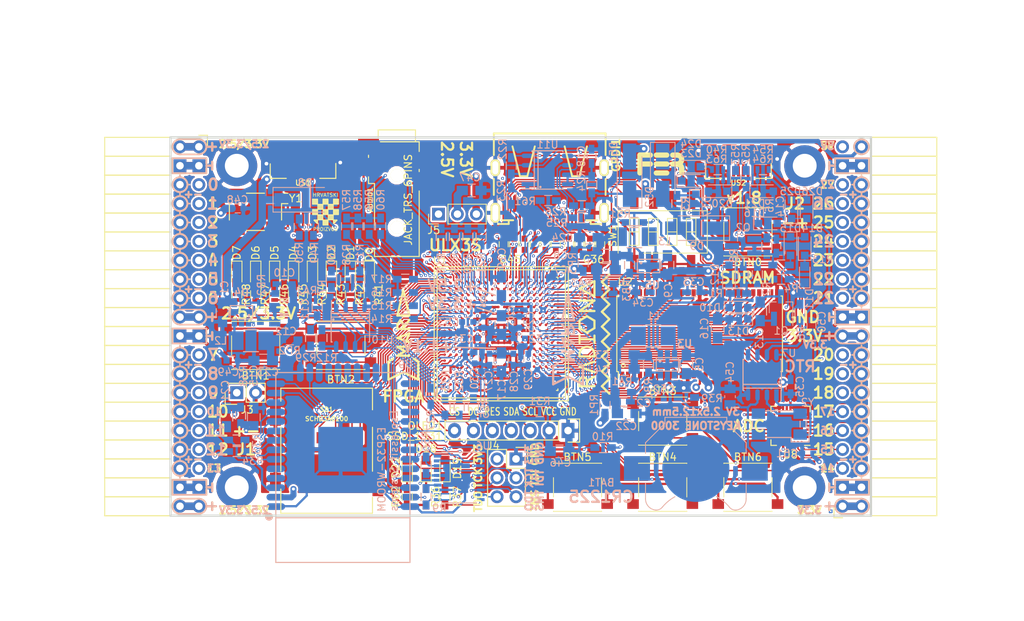
<source format=kicad_pcb>
(kicad_pcb (version 20171130) (host pcbnew 5.0.0-rc2-dev-unknown+dfsg1+20180318-2)
  (layers (0 F.Cu signal) (1 In1.Cu signal) (2 In2.Cu signal) (31 B.Cu signal) (34 B.Paste user) (35 F.Paste user) (36 B.SilkS user) (37 F.SilkS user) (38 B.Mask user) (39 F.Mask user) (44 Edge.Cuts user))
  (net 0 "")
  (net 1 GND)
  (net 2 +5V)
  (net 3 /gpio/IN5V)
  (net 4 /gpio/OUT5V)
  (net 5 +3V3)
  (net 6 BTN_D)
  (net 7 BTN_F1)
  (net 8 BTN_F2)
  (net 9 BTN_L)
  (net 10 BTN_R)
  (net 11 BTN_U)
  (net 12 /power/FB1)
  (net 13 +2V5)
  (net 14 /power/PWREN)
  (net 15 /power/FB3)
  (net 16 /power/FB2)
  (net 17 "Net-(D9-Pad1)")
  (net 18 /power/VBAT)
  (net 19 JTAG_TDI)
  (net 20 JTAG_TCK)
  (net 21 JTAG_TMS)
  (net 22 JTAG_TDO)
  (net 23 /power/WAKEUPn)
  (net 24 /power/WKUP)
  (net 25 /power/SHUT)
  (net 26 /power/WAKE)
  (net 27 /power/HOLD)
  (net 28 /power/WKn)
  (net 29 /power/OSCI_32k)
  (net 30 /power/OSCO_32k)
  (net 31 "Net-(Q2-Pad3)")
  (net 32 SHUTDOWN)
  (net 33 /analog/AUDIO_L)
  (net 34 /analog/AUDIO_R)
  (net 35 GPDI_SDA)
  (net 36 GPDI_SCL)
  (net 37 /gpdi/VREF2)
  (net 38 SD_CMD)
  (net 39 SD_CLK)
  (net 40 SD_D0)
  (net 41 SD_D1)
  (net 42 USB5V)
  (net 43 GPDI_CEC)
  (net 44 nRESET)
  (net 45 FTDI_nDTR)
  (net 46 SDRAM_CKE)
  (net 47 SDRAM_A7)
  (net 48 SDRAM_D15)
  (net 49 SDRAM_BA1)
  (net 50 SDRAM_D7)
  (net 51 SDRAM_A6)
  (net 52 SDRAM_CLK)
  (net 53 SDRAM_D13)
  (net 54 SDRAM_BA0)
  (net 55 SDRAM_D6)
  (net 56 SDRAM_A5)
  (net 57 SDRAM_D14)
  (net 58 SDRAM_A11)
  (net 59 SDRAM_D12)
  (net 60 SDRAM_D5)
  (net 61 SDRAM_A4)
  (net 62 SDRAM_A10)
  (net 63 SDRAM_D11)
  (net 64 SDRAM_A3)
  (net 65 SDRAM_D4)
  (net 66 SDRAM_D10)
  (net 67 SDRAM_D9)
  (net 68 SDRAM_A9)
  (net 69 SDRAM_D3)
  (net 70 SDRAM_D8)
  (net 71 SDRAM_A8)
  (net 72 SDRAM_A2)
  (net 73 SDRAM_A1)
  (net 74 SDRAM_A0)
  (net 75 SDRAM_D2)
  (net 76 SDRAM_D1)
  (net 77 SDRAM_D0)
  (net 78 SDRAM_DQM0)
  (net 79 SDRAM_nCS)
  (net 80 SDRAM_nRAS)
  (net 81 SDRAM_DQM1)
  (net 82 SDRAM_nCAS)
  (net 83 SDRAM_nWE)
  (net 84 /flash/FLASH_nWP)
  (net 85 /flash/FLASH_nHOLD)
  (net 86 /flash/FLASH_MOSI)
  (net 87 /flash/FLASH_MISO)
  (net 88 /flash/FLASH_SCK)
  (net 89 /flash/FLASH_nCS)
  (net 90 /flash/FPGA_PROGRAMN)
  (net 91 /flash/FPGA_DONE)
  (net 92 /flash/FPGA_INITN)
  (net 93 OLED_RES)
  (net 94 OLED_DC)
  (net 95 OLED_CS)
  (net 96 WIFI_EN)
  (net 97 FTDI_nRTS)
  (net 98 FTDI_TXD)
  (net 99 FTDI_RXD)
  (net 100 WIFI_RXD)
  (net 101 WIFI_GPIO0)
  (net 102 WIFI_TXD)
  (net 103 USB_FTDI_D+)
  (net 104 USB_FTDI_D-)
  (net 105 SD_D3)
  (net 106 AUDIO_L3)
  (net 107 AUDIO_L2)
  (net 108 AUDIO_L1)
  (net 109 AUDIO_L0)
  (net 110 AUDIO_R3)
  (net 111 AUDIO_R2)
  (net 112 AUDIO_R1)
  (net 113 AUDIO_R0)
  (net 114 OLED_CLK)
  (net 115 OLED_MOSI)
  (net 116 LED0)
  (net 117 LED1)
  (net 118 LED2)
  (net 119 LED3)
  (net 120 LED4)
  (net 121 LED5)
  (net 122 LED6)
  (net 123 LED7)
  (net 124 BTN_PWRn)
  (net 125 FTDI_nTXLED)
  (net 126 FTDI_nSLEEP)
  (net 127 /blinkey/LED_PWREN)
  (net 128 /blinkey/LED_TXLED)
  (net 129 /sdcard/SD3V3)
  (net 130 SD_D2)
  (net 131 CLK_25MHz)
  (net 132 /blinkey/BTNPUL)
  (net 133 /blinkey/BTNPUR)
  (net 134 USB_FPGA_D+)
  (net 135 /power/FTDI_nSUSPEND)
  (net 136 /blinkey/ALED0)
  (net 137 /blinkey/ALED1)
  (net 138 /blinkey/ALED2)
  (net 139 /blinkey/ALED3)
  (net 140 /blinkey/ALED4)
  (net 141 /blinkey/ALED5)
  (net 142 /blinkey/ALED6)
  (net 143 /blinkey/ALED7)
  (net 144 /usb/FTD-)
  (net 145 /usb/FTD+)
  (net 146 ADC_MISO)
  (net 147 ADC_MOSI)
  (net 148 ADC_CSn)
  (net 149 ADC_SCLK)
  (net 150 SW3)
  (net 151 SW2)
  (net 152 SW1)
  (net 153 USB_FPGA_D-)
  (net 154 /usb/FPD+)
  (net 155 /usb/FPD-)
  (net 156 WIFI_GPIO16)
  (net 157 /usb/ANT_433MHz)
  (net 158 /power/PWRBTn)
  (net 159 PROG_DONE)
  (net 160 /power/P3V3)
  (net 161 /power/P2V5)
  (net 162 /power/L1)
  (net 163 /power/L3)
  (net 164 /power/L2)
  (net 165 FTDI_TXDEN)
  (net 166 SDRAM_A12)
  (net 167 /analog/AUDIO_V)
  (net 168 AUDIO_V3)
  (net 169 AUDIO_V2)
  (net 170 AUDIO_V1)
  (net 171 AUDIO_V0)
  (net 172 /blinkey/LED_WIFI)
  (net 173 /power/P1V1)
  (net 174 +1V1)
  (net 175 SW4)
  (net 176 /blinkey/SWPU)
  (net 177 /wifi/WIFIEN)
  (net 178 FT2V5)
  (net 179 GN0)
  (net 180 GP0)
  (net 181 GN1)
  (net 182 GP1)
  (net 183 GN2)
  (net 184 GP2)
  (net 185 GN3)
  (net 186 GP3)
  (net 187 GN4)
  (net 188 GP4)
  (net 189 GN5)
  (net 190 GP5)
  (net 191 GN6)
  (net 192 GP6)
  (net 193 GN14)
  (net 194 GP14)
  (net 195 GN15)
  (net 196 GP15)
  (net 197 GN16)
  (net 198 GP16)
  (net 199 GN17)
  (net 200 GP17)
  (net 201 GN18)
  (net 202 GP18)
  (net 203 GN19)
  (net 204 GP19)
  (net 205 GN20)
  (net 206 GP20)
  (net 207 GN21)
  (net 208 GP21)
  (net 209 GN22)
  (net 210 GP22)
  (net 211 GN23)
  (net 212 GP23)
  (net 213 GN24)
  (net 214 GP24)
  (net 215 GN25)
  (net 216 GP25)
  (net 217 GN26)
  (net 218 GP26)
  (net 219 GN27)
  (net 220 GP27)
  (net 221 GN7)
  (net 222 GP7)
  (net 223 GN8)
  (net 224 GP8)
  (net 225 GN9)
  (net 226 GP9)
  (net 227 GN10)
  (net 228 GP10)
  (net 229 GN11)
  (net 230 GP11)
  (net 231 GN12)
  (net 232 GP12)
  (net 233 GN13)
  (net 234 GP13)
  (net 235 WIFI_GPIO5)
  (net 236 WIFI_GPIO17)
  (net 237 USB_FPGA_PULL_D+)
  (net 238 USB_FPGA_PULL_D-)
  (net 239 "Net-(D23-Pad2)")
  (net 240 "Net-(D24-Pad1)")
  (net 241 "Net-(D25-Pad2)")
  (net 242 "Net-(D26-Pad1)")
  (net 243 /gpdi/GPDI_ETH+)
  (net 244 FPDI_ETH+)
  (net 245 /gpdi/GPDI_ETH-)
  (net 246 FPDI_ETH-)
  (net 247 /gpdi/GPDI_D2-)
  (net 248 FPDI_D2-)
  (net 249 /gpdi/GPDI_D1-)
  (net 250 FPDI_D1-)
  (net 251 /gpdi/GPDI_D0-)
  (net 252 FPDI_D0-)
  (net 253 /gpdi/GPDI_CLK-)
  (net 254 FPDI_CLK-)
  (net 255 /gpdi/GPDI_D2+)
  (net 256 FPDI_D2+)
  (net 257 /gpdi/GPDI_D1+)
  (net 258 FPDI_D1+)
  (net 259 /gpdi/GPDI_D0+)
  (net 260 FPDI_D0+)
  (net 261 /gpdi/GPDI_CLK+)
  (net 262 FPDI_CLK+)
  (net 263 FPDI_SDA)
  (net 264 FPDI_SCL)
  (net 265 /gpdi/FPDI_CEC)
  (net 266 2V5_3V3)
  (net 267 "Net-(AUDIO1-Pad5)")
  (net 268 "Net-(AUDIO1-Pad6)")
  (net 269 "Net-(U1-PadA15)")
  (net 270 "Net-(U1-PadC9)")
  (net 271 "Net-(U1-PadD9)")
  (net 272 "Net-(U1-PadD10)")
  (net 273 "Net-(U1-PadD11)")
  (net 274 "Net-(U1-PadD12)")
  (net 275 "Net-(U1-PadE6)")
  (net 276 "Net-(U1-PadE9)")
  (net 277 "Net-(U1-PadE10)")
  (net 278 "Net-(U1-PadE11)")
  (net 279 "Net-(U1-PadJ4)")
  (net 280 "Net-(U1-PadJ5)")
  (net 281 "Net-(U1-PadK5)")
  (net 282 "Net-(U1-PadL5)")
  (net 283 "Net-(U1-PadM4)")
  (net 284 "Net-(U1-PadM5)")
  (net 285 SD_CD)
  (net 286 SD_WP)
  (net 287 "Net-(U1-PadR3)")
  (net 288 "Net-(U1-PadT16)")
  (net 289 "Net-(U1-PadW4)")
  (net 290 "Net-(U1-PadW5)")
  (net 291 "Net-(U1-PadW8)")
  (net 292 "Net-(U1-PadW9)")
  (net 293 "Net-(U1-PadW13)")
  (net 294 "Net-(U1-PadW14)")
  (net 295 "Net-(U1-PadW17)")
  (net 296 "Net-(U1-PadW18)")
  (net 297 FTDI_nRXLED)
  (net 298 "Net-(U8-Pad12)")
  (net 299 "Net-(U8-Pad25)")
  (net 300 "Net-(U9-Pad32)")
  (net 301 "Net-(U9-Pad22)")
  (net 302 "Net-(U9-Pad21)")
  (net 303 "Net-(U9-Pad20)")
  (net 304 "Net-(U9-Pad19)")
  (net 305 "Net-(U9-Pad18)")
  (net 306 "Net-(U9-Pad17)")
  (net 307 "Net-(U9-Pad12)")
  (net 308 "Net-(U9-Pad5)")
  (net 309 "Net-(U9-Pad4)")
  (net 310 "Net-(US1-Pad4)")
  (net 311 "Net-(US2-Pad4)")
  (net 312 "Net-(Y2-Pad3)")
  (net 313 "Net-(Y2-Pad2)")
  (module Capacitor_SMD:C_0805_2012Metric_Pad1.15x1.50mm_HandSolder (layer B.Cu) (at 169.172 96.236 90)
    (fp_text reference C54 (at 3.302 0 90) (layer B.SilkS) (effects (justify mirror)))
    (fp_text value 22uF)
    (pad 2 smd rect (at 1.0425 0 90) (size 1.145 1.5) (layers B.Cu B.Paste B.Mask) (net 1 GND))
    (pad 1 smd rect (at -1.0425 0 90) (size 1.145 1.5) (layers B.Cu B.Paste B.Mask) (net 18 /power/VBAT))
  )
  (module Pin_Headers:Pin_Header_Straight_1x03_Pitch2.54mm (layer F.Cu) (at 130.056 71.725 90)
    (fp_text reference J5 (at -2.159 -0.635 180) (layer F.SilkS))
    (fp_text value VJ1)
    (pad 1 thru_hole rect (at 0 0 90) (size 1.7 1.7) (drill 1) (layers *.Cu *.Mask) (net 13 +2V5))
    (pad 2 thru_hole oval (at 0 2.54 90) (size 1.7 1.7) (drill 1) (layers *.Cu *.Mask) (net 266 2V5_3V3))
    (pad 3 thru_hole oval (at 0 5.08 90) (size 1.7 1.7) (drill 1) (layers *.Cu *.Mask) (net 5 +3V3))
  )
  (module Resistors_SMD:R_0603_HandSoldering (layer B.Cu) (at 169.919 66.965 90)
    (fp_text reference R53 (at 3.259 0 270) (layer B.SilkS) (effects (justify mirror)))
    (fp_text value 27)
    (pad 1 smd rect (at -1.1 0 90) (size 1.2 0.9) (layers B.Cu B.Paste B.Mask) (net 134 USB_FPGA_D+))
    (pad 2 smd rect (at 1.1 0 90) (size 1.2 0.9) (layers B.Cu B.Paste B.Mask) (net 154 /usb/FPD+))
  )
  (module Socket_Strips:Socket_Strip_Angled_2x20 (layer F.Cu) (at 97.91 62.69 270)
    (fp_text reference J1 (at 40.64 -6.35) (layer F.SilkS) (effects (font (size 1.5 1.5) (thickness 0.3))))
    (fp_text value CONN_02X20 hide)
    (pad 1 thru_hole oval (at 0 0 270) (size 1.7272 1.7272) (drill 1.016) (layers *.Cu *.Mask) (net 266 2V5_3V3))
    (pad 2 thru_hole oval (at 0 2.54 270) (size 1.7272 1.7272) (drill 1.016) (layers *.Cu *.Mask) (net 266 2V5_3V3))
    (pad 3 thru_hole rect (at 2.54 0 270) (size 1.7272 1.7272) (drill 1.016) (layers *.Cu *.Mask) (net 1 GND))
    (pad 4 thru_hole rect (at 2.54 2.54 270) (size 1.7272 1.7272) (drill 1.016) (layers *.Cu *.Mask) (net 1 GND))
    (pad 5 thru_hole oval (at 5.08 0 270) (size 1.7272 1.7272) (drill 1.016) (layers *.Cu *.Mask) (net 179 GN0))
    (pad 6 thru_hole oval (at 5.08 2.54 270) (size 1.7272 1.7272) (drill 1.016) (layers *.Cu *.Mask) (net 180 GP0))
    (pad 7 thru_hole oval (at 7.62 0 270) (size 1.7272 1.7272) (drill 1.016) (layers *.Cu *.Mask) (net 181 GN1))
    (pad 8 thru_hole oval (at 7.62 2.54 270) (size 1.7272 1.7272) (drill 1.016) (layers *.Cu *.Mask) (net 182 GP1))
    (pad 9 thru_hole oval (at 10.16 0 270) (size 1.7272 1.7272) (drill 1.016) (layers *.Cu *.Mask) (net 183 GN2))
    (pad 10 thru_hole oval (at 10.16 2.54 270) (size 1.7272 1.7272) (drill 1.016) (layers *.Cu *.Mask) (net 184 GP2))
    (pad 11 thru_hole oval (at 12.7 0 270) (size 1.7272 1.7272) (drill 1.016) (layers *.Cu *.Mask) (net 185 GN3))
    (pad 12 thru_hole oval (at 12.7 2.54 270) (size 1.7272 1.7272) (drill 1.016) (layers *.Cu *.Mask) (net 186 GP3))
    (pad 13 thru_hole oval (at 15.24 0 270) (size 1.7272 1.7272) (drill 1.016) (layers *.Cu *.Mask) (net 187 GN4))
    (pad 14 thru_hole oval (at 15.24 2.54 270) (size 1.7272 1.7272) (drill 1.016) (layers *.Cu *.Mask) (net 188 GP4))
    (pad 15 thru_hole oval (at 17.78 0 270) (size 1.7272 1.7272) (drill 1.016) (layers *.Cu *.Mask) (net 189 GN5))
    (pad 16 thru_hole oval (at 17.78 2.54 270) (size 1.7272 1.7272) (drill 1.016) (layers *.Cu *.Mask) (net 190 GP5))
    (pad 17 thru_hole oval (at 20.32 0 270) (size 1.7272 1.7272) (drill 1.016) (layers *.Cu *.Mask) (net 191 GN6))
    (pad 18 thru_hole oval (at 20.32 2.54 270) (size 1.7272 1.7272) (drill 1.016) (layers *.Cu *.Mask) (net 192 GP6))
    (pad 19 thru_hole oval (at 22.86 0 270) (size 1.7272 1.7272) (drill 1.016) (layers *.Cu *.Mask) (net 266 2V5_3V3))
    (pad 20 thru_hole oval (at 22.86 2.54 270) (size 1.7272 1.7272) (drill 1.016) (layers *.Cu *.Mask) (net 266 2V5_3V3))
    (pad 21 thru_hole rect (at 25.4 0 270) (size 1.7272 1.7272) (drill 1.016) (layers *.Cu *.Mask) (net 1 GND))
    (pad 22 thru_hole rect (at 25.4 2.54 270) (size 1.7272 1.7272) (drill 1.016) (layers *.Cu *.Mask) (net 1 GND))
    (pad 23 thru_hole oval (at 27.94 0 270) (size 1.7272 1.7272) (drill 1.016) (layers *.Cu *.Mask) (net 221 GN7))
    (pad 24 thru_hole oval (at 27.94 2.54 270) (size 1.7272 1.7272) (drill 1.016) (layers *.Cu *.Mask) (net 222 GP7))
    (pad 25 thru_hole oval (at 30.48 0 270) (size 1.7272 1.7272) (drill 1.016) (layers *.Cu *.Mask) (net 223 GN8))
    (pad 26 thru_hole oval (at 30.48 2.54 270) (size 1.7272 1.7272) (drill 1.016) (layers *.Cu *.Mask) (net 224 GP8))
    (pad 27 thru_hole oval (at 33.02 0 270) (size 1.7272 1.7272) (drill 1.016) (layers *.Cu *.Mask) (net 225 GN9))
    (pad 28 thru_hole oval (at 33.02 2.54 270) (size 1.7272 1.7272) (drill 1.016) (layers *.Cu *.Mask) (net 226 GP9))
    (pad 29 thru_hole oval (at 35.56 0 270) (size 1.7272 1.7272) (drill 1.016) (layers *.Cu *.Mask) (net 227 GN10))
    (pad 30 thru_hole oval (at 35.56 2.54 270) (size 1.7272 1.7272) (drill 1.016) (layers *.Cu *.Mask) (net 228 GP10))
    (pad 31 thru_hole oval (at 38.1 0 270) (size 1.7272 1.7272) (drill 1.016) (layers *.Cu *.Mask) (net 229 GN11))
    (pad 32 thru_hole oval (at 38.1 2.54 270) (size 1.7272 1.7272) (drill 1.016) (layers *.Cu *.Mask) (net 230 GP11))
    (pad 33 thru_hole oval (at 40.64 0 270) (size 1.7272 1.7272) (drill 1.016) (layers *.Cu *.Mask) (net 231 GN12))
    (pad 34 thru_hole oval (at 40.64 2.54 270) (size 1.7272 1.7272) (drill 1.016) (layers *.Cu *.Mask) (net 232 GP12))
    (pad 35 thru_hole oval (at 43.18 0 270) (size 1.7272 1.7272) (drill 1.016) (layers *.Cu *.Mask) (net 233 GN13))
    (pad 36 thru_hole oval (at 43.18 2.54 270) (size 1.7272 1.7272) (drill 1.016) (layers *.Cu *.Mask) (net 234 GP13))
    (pad 37 thru_hole rect (at 45.72 0 270) (size 1.7272 1.7272) (drill 1.016) (layers *.Cu *.Mask) (net 1 GND))
    (pad 38 thru_hole rect (at 45.72 2.54 270) (size 1.7272 1.7272) (drill 1.016) (layers *.Cu *.Mask) (net 1 GND))
    (pad 39 thru_hole oval (at 48.26 0 270) (size 1.7272 1.7272) (drill 1.016) (layers *.Cu *.Mask) (net 266 2V5_3V3))
    (pad 40 thru_hole oval (at 48.26 2.54 270) (size 1.7272 1.7272) (drill 1.016) (layers *.Cu *.Mask) (net 266 2V5_3V3))
  )
  (module SMD_Packages:1Pin (layer F.Cu) (at 182.67515 111.637626)
    (fp_text reference AE1 hide)
    (fp_text value 433MHz hide)
    (pad 1 smd rect (at 0 0) (size 0.5 0.5) (layers B.Cu F.Paste F.Mask) (net 157 /usb/ANT_433MHz))
  )
  (module Resistors_SMD:R_0603_HandSoldering (layer B.Cu) (at 103.498 98.758 90)
    (fp_text reference R38 (at 5.334 0.396 90) (layer B.SilkS) (effects (justify mirror)))
    (fp_text value 0.47)
    (pad 1 smd rect (at -1.1 0 90) (size 1.2 0.9) (layers B.Cu B.Paste B.Mask) (net 129 /sdcard/SD3V3))
    (pad 2 smd rect (at 1.1 0 90) (size 1.2 0.9) (layers B.Cu B.Paste B.Mask) (net 5 +3V3))
  )
  (module Diodes_SMD:D_SMA_Handsoldering (layer B.Cu) (at 155.695 66.5 90)
    (fp_text reference D51 (at 3.048 -2.159 90) (layer B.SilkS) (effects (justify mirror)))
    (fp_text value STPS2L30AF hide)
    (pad 1 smd rect (at -2.5 0 90) (size 3.5 1.8) (layers B.Cu B.Paste B.Mask) (net 2 +5V))
    (pad 2 smd rect (at 2.5 0 90) (size 3.5 1.8) (layers B.Cu B.Paste B.Mask) (net 3 /gpio/IN5V))
  )
  (module Resistors_SMD:R_0603_HandSoldering (layer B.Cu) (at 156.33 72.85 180)
    (fp_text reference R51 (at 1.905 1.143 180) (layer B.SilkS) (effects (justify mirror)))
    (fp_text value 150)
    (pad 1 smd rect (at -1.1 0 180) (size 1.2 0.9) (layers B.Cu B.Paste B.Mask) (net 5 +3V3))
    (pad 2 smd rect (at 1.1 0 180) (size 1.2 0.9) (layers B.Cu B.Paste B.Mask) (net 176 /blinkey/SWPU))
  )
  (module Resistors_SMD:R_1210_HandSoldering (layer B.Cu) (at 158.87 88.09 180)
    (fp_text reference L1 (at 0 2.7 180) (layer B.SilkS) (effects (justify mirror)))
    (fp_text value 2.2uH)
    (pad 1 smd rect (at -2 0 180) (size 2 2.5) (layers B.Cu B.Paste B.Mask) (net 162 /power/L1))
    (pad 2 smd rect (at 2 0 180) (size 2 2.5) (layers B.Cu B.Paste B.Mask) (net 173 /power/P1V1))
  )
  (module TSOT-25:TSOT-25 (layer B.Cu) (at 160.775 91.9)
    (fp_text reference U3 (at 2.301 -2.776) (layer B.SilkS) (effects (font (thickness 0.2)) (justify mirror)))
    (fp_text value TLV62569DBV)
    (pad 1 smd rect (at -0.95 -1.3) (size 0.7 1.2) (layers B.Cu B.Paste B.Mask) (net 14 /power/PWREN))
    (pad 2 smd rect (at 0 -1.3) (size 0.7 1.2) (layers B.Cu B.Paste B.Mask) (net 1 GND))
    (pad 3 smd rect (at 0.95 -1.3) (size 0.7 1.2) (layers B.Cu B.Paste B.Mask) (net 162 /power/L1))
    (pad 4 smd rect (at 0.95 1.3) (size 0.7 1.2) (layers B.Cu B.Paste B.Mask) (net 2 +5V))
    (pad 5 smd rect (at -0.95 1.3) (size 0.7 1.2) (layers B.Cu B.Paste B.Mask) (net 12 /power/FB1))
  )
  (module Resistors_SMD:R_1210_HandSoldering (layer B.Cu) (at 104.895 88.725)
    (fp_text reference L2 (at -4.064 0) (layer B.SilkS) (effects (justify mirror)))
    (fp_text value 2.2uH)
    (pad 1 smd rect (at -2 0) (size 2 2.5) (layers B.Cu B.Paste B.Mask) (net 164 /power/L2))
    (pad 2 smd rect (at 2 0) (size 2 2.5) (layers B.Cu B.Paste B.Mask) (net 161 /power/P2V5))
  )
  (module TSOT-25:TSOT-25 (layer B.Cu) (at 103.625 84.915 180)
    (fp_text reference U4 (at 0 2.697 180) (layer B.SilkS) (effects (font (thickness 0.2)) (justify mirror)))
    (fp_text value TLV62569DBV)
    (pad 1 smd rect (at -0.95 -1.3 180) (size 0.7 1.2) (layers B.Cu B.Paste B.Mask) (net 14 /power/PWREN))
    (pad 2 smd rect (at 0 -1.3 180) (size 0.7 1.2) (layers B.Cu B.Paste B.Mask) (net 1 GND))
    (pad 3 smd rect (at 0.95 -1.3 180) (size 0.7 1.2) (layers B.Cu B.Paste B.Mask) (net 164 /power/L2))
    (pad 4 smd rect (at 0.95 1.3 180) (size 0.7 1.2) (layers B.Cu B.Paste B.Mask) (net 2 +5V))
    (pad 5 smd rect (at -0.95 1.3 180) (size 0.7 1.2) (layers B.Cu B.Paste B.Mask) (net 16 /power/FB2))
  )
  (module Resistors_SMD:R_1210_HandSoldering (layer B.Cu) (at 156.33 74.755 180)
    (fp_text reference L3 (at -4.064 -0.635 180) (layer B.SilkS) (effects (justify mirror)))
    (fp_text value 2.2uH)
    (pad 1 smd rect (at -2 0 180) (size 2 2.5) (layers B.Cu B.Paste B.Mask) (net 163 /power/L3))
    (pad 2 smd rect (at 2 0 180) (size 2 2.5) (layers B.Cu B.Paste B.Mask) (net 160 /power/P3V3))
  )
  (module TSOT-25:TSOT-25 (layer B.Cu) (at 158.235 78.692)
    (fp_text reference U5 (at 0.523 2.558) (layer B.SilkS) (effects (font (thickness 0.2)) (justify mirror)))
    (fp_text value TLV62569DBV)
    (pad 1 smd rect (at -0.95 -1.3) (size 0.7 1.2) (layers B.Cu B.Paste B.Mask) (net 14 /power/PWREN))
    (pad 2 smd rect (at 0 -1.3) (size 0.7 1.2) (layers B.Cu B.Paste B.Mask) (net 1 GND))
    (pad 3 smd rect (at 0.95 -1.3) (size 0.7 1.2) (layers B.Cu B.Paste B.Mask) (net 163 /power/L3))
    (pad 4 smd rect (at 0.95 1.3) (size 0.7 1.2) (layers B.Cu B.Paste B.Mask) (net 2 +5V))
    (pad 5 smd rect (at -0.95 1.3) (size 0.7 1.2) (layers B.Cu B.Paste B.Mask) (net 15 /power/FB3))
  )
  (module Capacitors_SMD:C_0805_HandSoldering (layer B.Cu) (at 101.085 84.915 270)
    (fp_text reference C1 (at -3.302 -0.254 270) (layer B.SilkS) (effects (justify mirror)))
    (fp_text value 22uF)
    (pad 1 smd rect (at -1.25 0 270) (size 1.5 1.25) (layers B.Cu B.Paste B.Mask) (net 2 +5V))
    (pad 2 smd rect (at 1.25 0 270) (size 1.5 1.25) (layers B.Cu B.Paste B.Mask) (net 1 GND))
  )
  (module Capacitors_SMD:C_0805_HandSoldering (layer B.Cu) (at 155.06 90.63)
    (fp_text reference C3 (at -3.048 0) (layer B.SilkS) (effects (justify mirror)))
    (fp_text value 22uF)
    (pad 1 smd rect (at -1.25 0) (size 1.5 1.25) (layers B.Cu B.Paste B.Mask) (net 173 /power/P1V1))
    (pad 2 smd rect (at 1.25 0) (size 1.5 1.25) (layers B.Cu B.Paste B.Mask) (net 1 GND))
  )
  (module Capacitors_SMD:C_0805_HandSoldering (layer B.Cu) (at 155.06 92.535)
    (fp_text reference C4 (at -3.048 0.127) (layer B.SilkS) (effects (justify mirror)))
    (fp_text value 22uF)
    (pad 1 smd rect (at -1.25 0) (size 1.5 1.25) (layers B.Cu B.Paste B.Mask) (net 173 /power/P1V1))
    (pad 2 smd rect (at 1.25 0) (size 1.5 1.25) (layers B.Cu B.Paste B.Mask) (net 1 GND))
  )
  (module Capacitors_SMD:C_0805_HandSoldering (layer B.Cu) (at 163.315 91.9 90)
    (fp_text reference C5 (at 0 1.765 90) (layer B.SilkS) (effects (justify mirror)))
    (fp_text value 22uF)
    (pad 1 smd rect (at -1.25 0 90) (size 1.5 1.25) (layers B.Cu B.Paste B.Mask) (net 2 +5V))
    (pad 2 smd rect (at 1.25 0 90) (size 1.5 1.25) (layers B.Cu B.Paste B.Mask) (net 1 GND))
  )
  (module Capacitors_SMD:C_0805_HandSoldering (layer B.Cu) (at 152.52 79.2)
    (fp_text reference C7 (at -6.096 0) (layer B.SilkS) (effects (justify mirror)))
    (fp_text value 22uF)
    (pad 1 smd rect (at -1.25 0) (size 1.5 1.25) (layers B.Cu B.Paste B.Mask) (net 160 /power/P3V3))
    (pad 2 smd rect (at 1.25 0) (size 1.5 1.25) (layers B.Cu B.Paste B.Mask) (net 1 GND))
  )
  (module Capacitors_SMD:C_0805_HandSoldering (layer B.Cu) (at 152.52 77.295)
    (fp_text reference C8 (at -6.096 0) (layer B.SilkS) (effects (justify mirror)))
    (fp_text value 22uF)
    (pad 1 smd rect (at -1.25 0) (size 1.5 1.25) (layers B.Cu B.Paste B.Mask) (net 160 /power/P3V3))
    (pad 2 smd rect (at 1.25 0) (size 1.5 1.25) (layers B.Cu B.Paste B.Mask) (net 1 GND))
  )
  (module Capacitors_SMD:C_0805_HandSoldering (layer B.Cu) (at 160.775 78.565 90)
    (fp_text reference C9 (at -3.429 0.127 90) (layer B.SilkS) (effects (justify mirror)))
    (fp_text value 22uF)
    (pad 1 smd rect (at -1.25 0 90) (size 1.5 1.25) (layers B.Cu B.Paste B.Mask) (net 2 +5V))
    (pad 2 smd rect (at 1.25 0 90) (size 1.5 1.25) (layers B.Cu B.Paste B.Mask) (net 1 GND))
  )
  (module Capacitors_SMD:C_0805_HandSoldering (layer B.Cu) (at 109.34 84.28 180)
    (fp_text reference C11 (at -2.794 -0.254 270) (layer B.SilkS) (effects (justify mirror)))
    (fp_text value 22uF)
    (pad 1 smd rect (at -1.25 0 180) (size 1.5 1.25) (layers B.Cu B.Paste B.Mask) (net 161 /power/P2V5))
    (pad 2 smd rect (at 1.25 0 180) (size 1.5 1.25) (layers B.Cu B.Paste B.Mask) (net 1 GND))
  )
  (module Capacitors_SMD:C_0805_HandSoldering (layer B.Cu) (at 109.34 86.185 180)
    (fp_text reference C12 (at -0.254 -1.27) (layer B.SilkS) (effects (justify mirror)))
    (fp_text value 22uF)
    (pad 1 smd rect (at -1.25 0 180) (size 1.5 1.25) (layers B.Cu B.Paste B.Mask) (net 161 /power/P2V5))
    (pad 2 smd rect (at 1.25 0 180) (size 1.5 1.25) (layers B.Cu B.Paste B.Mask) (net 1 GND))
  )
  (module Capacitors_SMD:C_0805_HandSoldering (layer B.Cu) (at 173.221 84.788 90)
    (fp_text reference C13 (at -3.556 -0.112 90) (layer B.SilkS) (effects (justify mirror)))
    (fp_text value 2.2uF)
    (pad 1 smd rect (at -1.25 0 90) (size 1.5 1.25) (layers B.Cu B.Paste B.Mask) (net 2 +5V))
    (pad 2 smd rect (at 1.25 0 90) (size 1.5 1.25) (layers B.Cu B.Paste B.Mask) (net 24 /power/WKUP))
  )
  (module TO_SOT_Packages_SMD:SOT-23_Handsoldering (layer B.Cu) (at 176.015 84.28 90)
    (fp_text reference Q1 (at -3.1115 0 180) (layer B.SilkS) (effects (justify mirror)))
    (fp_text value BC857)
    (pad 1 smd rect (at -1.5 0.95 90) (size 1.9 0.8) (layers B.Cu B.Paste B.Mask) (net 28 /power/WKn))
    (pad 2 smd rect (at -1.5 -0.95 90) (size 1.9 0.8) (layers B.Cu B.Paste B.Mask) (net 2 +5V))
    (pad 3 smd rect (at 1.5 0 90) (size 1.9 0.8) (layers B.Cu B.Paste B.Mask) (net 24 /power/WKUP))
  )
  (module TO_SOT_Packages_SMD:SOT-23_Handsoldering (layer B.Cu) (at 170.935 76.025 180)
    (fp_text reference Q2 (at 0 2.5 180) (layer B.SilkS) (effects (justify mirror)))
    (fp_text value 2N7002)
    (pad 1 smd rect (at -1.5 0.95 180) (size 1.9 0.8) (layers B.Cu B.Paste B.Mask) (net 25 /power/SHUT))
    (pad 2 smd rect (at -1.5 -0.95 180) (size 1.9 0.8) (layers B.Cu B.Paste B.Mask) (net 1 GND))
    (pad 3 smd rect (at 1.5 0 180) (size 1.9 0.8) (layers B.Cu B.Paste B.Mask) (net 31 "Net-(Q2-Pad3)"))
  )
  (module Capacitors_SMD:C_0603_HandSoldering (layer B.Cu) (at 154.86 96.91)
    (fp_text reference C2 (at 2.74 0.197) (layer B.SilkS) (effects (justify mirror)))
    (fp_text value 470pF)
    (pad 1 smd rect (at -0.95 0) (size 1.2 0.75) (layers B.Cu B.Paste B.Mask) (net 173 /power/P1V1))
    (pad 2 smd rect (at 0.95 0) (size 1.2 0.75) (layers B.Cu B.Paste B.Mask) (net 12 /power/FB1))
  )
  (module Capacitors_SMD:C_0603_HandSoldering (layer B.Cu) (at 152.52 82.375)
    (fp_text reference C6 (at -2.794 0.127) (layer B.SilkS) (effects (justify mirror)))
    (fp_text value 470pF)
    (pad 1 smd rect (at -0.95 0) (size 1.2 0.75) (layers B.Cu B.Paste B.Mask) (net 160 /power/P3V3))
    (pad 2 smd rect (at 0.95 0) (size 1.2 0.75) (layers B.Cu B.Paste B.Mask) (net 15 /power/FB3))
  )
  (module Capacitors_SMD:C_0603_HandSoldering (layer B.Cu) (at 109.34 81.105 180)
    (fp_text reference C10 (at -0.04 1.505 180) (layer B.SilkS) (effects (justify mirror)))
    (fp_text value 470pF)
    (pad 1 smd rect (at -0.95 0 180) (size 1.2 0.75) (layers B.Cu B.Paste B.Mask) (net 161 /power/P2V5))
    (pad 2 smd rect (at 0.95 0 180) (size 1.2 0.75) (layers B.Cu B.Paste B.Mask) (net 16 /power/FB2))
  )
  (module Capacitors_SMD:C_0603_HandSoldering (layer B.Cu) (at 175.38 76.025 270)
    (fp_text reference C14 (at -5.334 -0.508 270) (layer B.SilkS) (effects (justify mirror)))
    (fp_text value 100nF)
    (pad 1 smd rect (at -0.95 0 270) (size 1.2 0.75) (layers B.Cu B.Paste B.Mask) (net 25 /power/SHUT))
    (pad 2 smd rect (at 0.95 0 270) (size 1.2 0.75) (layers B.Cu B.Paste B.Mask) (net 1 GND))
  )
  (module Resistors_SMD:R_0603_HandSoldering (layer B.Cu) (at 170.3 82.375)
    (fp_text reference R1 (at -3.048 0) (layer B.SilkS) (effects (justify mirror)))
    (fp_text value 15k)
    (pad 1 smd rect (at -1.1 0) (size 1.2 0.9) (layers B.Cu B.Paste B.Mask) (net 26 /power/WAKE))
    (pad 2 smd rect (at 1.1 0) (size 1.2 0.9) (layers B.Cu B.Paste B.Mask) (net 14 /power/PWREN))
  )
  (module Resistors_SMD:R_0603_HandSoldering (layer B.Cu) (at 172.84 79.835 90)
    (fp_text reference R2 (at -1.905 1.27 90) (layer B.SilkS) (effects (justify mirror)))
    (fp_text value 47k)
    (pad 1 smd rect (at -1.1 0 90) (size 1.2 0.9) (layers B.Cu B.Paste B.Mask) (net 14 /power/PWREN))
    (pad 2 smd rect (at 1.1 0 90) (size 1.2 0.9) (layers B.Cu B.Paste B.Mask) (net 1 GND))
  )
  (module Resistors_SMD:R_0603_HandSoldering (layer B.Cu) (at 176.015 80.47 180)
    (fp_text reference R4 (at -1.397 -1.27) (layer B.SilkS) (effects (justify mirror)))
    (fp_text value 4.7k)
    (pad 1 smd rect (at -1.1 0 180) (size 1.2 0.9) (layers B.Cu B.Paste B.Mask) (net 27 /power/HOLD))
    (pad 2 smd rect (at 1.1 0 180) (size 1.2 0.9) (layers B.Cu B.Paste B.Mask) (net 14 /power/PWREN))
  )
  (module Resistors_SMD:R_0603_HandSoldering (layer B.Cu) (at 174.11 76.025 270)
    (fp_text reference R5 (at -5.461 -0.381 270) (layer B.SilkS) (effects (justify mirror)))
    (fp_text value 4.7M)
    (pad 1 smd rect (at -1.1 0 270) (size 1.2 0.9) (layers B.Cu B.Paste B.Mask) (net 25 /power/SHUT))
    (pad 2 smd rect (at 1.1 0 270) (size 1.2 0.9) (layers B.Cu B.Paste B.Mask) (net 1 GND))
  )
  (module Resistors_SMD:R_0603_HandSoldering (layer B.Cu) (at 178.555 84.915 270)
    (fp_text reference R6 (at 2.812 -0.142 270) (layer B.SilkS) (effects (justify mirror)))
    (fp_text value 1k)
    (pad 1 smd rect (at -1.1 0 270) (size 1.2 0.9) (layers B.Cu B.Paste B.Mask) (net 28 /power/WKn))
    (pad 2 smd rect (at 1.1 0 270) (size 1.2 0.9) (layers B.Cu B.Paste B.Mask) (net 23 /power/WAKEUPn))
  )
  (module Resistors_SMD:R_0603_HandSoldering (layer B.Cu) (at 113.785 84.28 270)
    (fp_text reference R7 (at -2.794 -0.635 270) (layer B.SilkS) (effects (justify mirror)))
    (fp_text value 150)
    (pad 1 smd rect (at -1.1 0 270) (size 1.2 0.9) (layers B.Cu B.Paste B.Mask) (net 5 +3V3))
    (pad 2 smd rect (at 1.1 0 270) (size 1.2 0.9) (layers B.Cu B.Paste B.Mask) (net 132 /blinkey/BTNPUL))
  )
  (module Resistors_SMD:R_0603_HandSoldering (layer B.Cu) (at 170.935 79.835 90)
    (fp_text reference R8 (at 2.54 -1.27 90) (layer B.SilkS) (effects (justify mirror)))
    (fp_text value 1k)
    (pad 1 smd rect (at -1.1 0 90) (size 1.2 0.9) (layers B.Cu B.Paste B.Mask) (net 14 /power/PWREN))
    (pad 2 smd rect (at 1.1 0 90) (size 1.2 0.9) (layers B.Cu B.Paste B.Mask) (net 31 "Net-(Q2-Pad3)"))
  )
  (module Resistors_SMD:R_0603_HandSoldering (layer B.Cu) (at 128.39 109.68 270)
    (fp_text reference R9 (at 1.524 -1.778) (layer B.SilkS) (effects (justify mirror)))
    (fp_text value 15k)
    (pad 1 smd rect (at -1.1 0 270) (size 1.2 0.9) (layers B.Cu B.Paste B.Mask) (net 44 nRESET))
    (pad 2 smd rect (at 1.1 0 270) (size 1.2 0.9) (layers B.Cu B.Paste B.Mask) (net 178 FT2V5))
  )
  (module Resistors_SMD:R_0603_HandSoldering (layer B.Cu) (at 152.139 103.076 180)
    (fp_text reference R10 (at 0.059 1.476 180) (layer B.SilkS) (effects (justify mirror)))
    (fp_text value 150)
    (pad 1 smd rect (at -1.1 0 180) (size 1.2 0.9) (layers B.Cu B.Paste B.Mask) (net 135 /power/FTDI_nSUSPEND))
    (pad 2 smd rect (at 1.1 0 180) (size 1.2 0.9) (layers B.Cu B.Paste B.Mask) (net 126 FTDI_nSLEEP))
  )
  (module Resistors_SMD:R_0603_HandSoldering (layer B.Cu) (at 176.015 78.565 180)
    (fp_text reference R13 (at -5.588 0.762 180) (layer B.SilkS) (effects (justify mirror)))
    (fp_text value 15k)
    (pad 1 smd rect (at -1.1 0 180) (size 1.2 0.9) (layers B.Cu B.Paste B.Mask) (net 32 SHUTDOWN))
    (pad 2 smd rect (at 1.1 0 180) (size 1.2 0.9) (layers B.Cu B.Paste B.Mask) (net 1 GND))
  )
  (module Resistors_SMD:R_0603_HandSoldering (layer B.Cu) (at 154.86 95.64)
    (fp_text reference RA1 (at -0.181 -1.454) (layer B.SilkS) (effects (justify mirror)))
    (fp_text value 15k)
    (pad 1 smd rect (at -1.1 0) (size 1.2 0.9) (layers B.Cu B.Paste B.Mask) (net 173 /power/P1V1))
    (pad 2 smd rect (at 1.1 0) (size 1.2 0.9) (layers B.Cu B.Paste B.Mask) (net 12 /power/FB1))
  )
  (module Resistors_SMD:R_0603_HandSoldering (layer B.Cu) (at 109.34 82.375 180)
    (fp_text reference RA2 (at -3.048 0.381) (layer B.SilkS) (effects (justify mirror)))
    (fp_text value 15k)
    (pad 1 smd rect (at -1.1 0 180) (size 1.2 0.9) (layers B.Cu B.Paste B.Mask) (net 161 /power/P2V5))
    (pad 2 smd rect (at 1.1 0 180) (size 1.2 0.9) (layers B.Cu B.Paste B.Mask) (net 16 /power/FB2))
  )
  (module Resistors_SMD:R_0603_HandSoldering (layer B.Cu) (at 152.52 81.105)
    (fp_text reference RA3 (at -3.302 -0.127) (layer B.SilkS) (effects (justify mirror)))
    (fp_text value 15k)
    (pad 1 smd rect (at -1.1 0) (size 1.2 0.9) (layers B.Cu B.Paste B.Mask) (net 160 /power/P3V3))
    (pad 2 smd rect (at 1.1 0) (size 1.2 0.9) (layers B.Cu B.Paste B.Mask) (net 15 /power/FB3))
  )
  (module Resistors_SMD:R_0603_HandSoldering (layer B.Cu) (at 158.235 91.9 270)
    (fp_text reference RB1 (at 3.302 0 270) (layer B.SilkS) (effects (justify mirror)))
    (fp_text value 18k)
    (pad 1 smd rect (at -1.1 0 270) (size 1.2 0.9) (layers B.Cu B.Paste B.Mask) (net 1 GND))
    (pad 2 smd rect (at 1.1 0 270) (size 1.2 0.9) (layers B.Cu B.Paste B.Mask) (net 12 /power/FB1))
  )
  (module Resistors_SMD:R_0603_HandSoldering (layer B.Cu) (at 106.165 84.915 90)
    (fp_text reference RB2 (at 3.683 0.127 90) (layer B.SilkS) (effects (justify mirror)))
    (fp_text value 4.7k)
    (pad 1 smd rect (at -1.1 0 90) (size 1.2 0.9) (layers B.Cu B.Paste B.Mask) (net 1 GND))
    (pad 2 smd rect (at 1.1 0 90) (size 1.2 0.9) (layers B.Cu B.Paste B.Mask) (net 16 /power/FB2))
  )
  (module Resistors_SMD:R_0603_HandSoldering (layer B.Cu) (at 155.695 78.565 270)
    (fp_text reference RB3 (at 3.429 0.395 270) (layer B.SilkS) (effects (justify mirror)))
    (fp_text value 3.3k)
    (pad 1 smd rect (at -1.1 0 270) (size 1.2 0.9) (layers B.Cu B.Paste B.Mask) (net 1 GND))
    (pad 2 smd rect (at 1.1 0 270) (size 1.2 0.9) (layers B.Cu B.Paste B.Mask) (net 15 /power/FB3))
  )
  (module Resistors_SMD:R_0603_HandSoldering (layer B.Cu) (at 125.596 85.804 180)
    (fp_text reference R14 (at 3.175 0 180) (layer B.SilkS) (effects (justify mirror)))
    (fp_text value 1.2k)
    (pad 1 smd rect (at -1.1 0 180) (size 1.2 0.9) (layers B.Cu B.Paste B.Mask) (net 109 AUDIO_L0))
    (pad 2 smd rect (at 1.1 0 180) (size 1.2 0.9) (layers B.Cu B.Paste B.Mask) (net 33 /analog/AUDIO_L))
  )
  (module Resistors_SMD:R_0603_HandSoldering (layer B.Cu) (at 125.596 84.026 180)
    (fp_text reference R15 (at 3.175 -0.001 180) (layer B.SilkS) (effects (justify mirror)))
    (fp_text value 680)
    (pad 1 smd rect (at -1.1 0 180) (size 1.2 0.9) (layers B.Cu B.Paste B.Mask) (net 108 AUDIO_L1))
    (pad 2 smd rect (at 1.1 0 180) (size 1.2 0.9) (layers B.Cu B.Paste B.Mask) (net 33 /analog/AUDIO_L))
  )
  (module Resistors_SMD:R_0603_HandSoldering (layer B.Cu) (at 125.596 82.248 180)
    (fp_text reference R16 (at 3.175 0 180) (layer B.SilkS) (effects (justify mirror)))
    (fp_text value 330)
    (pad 1 smd rect (at -1.1 0 180) (size 1.2 0.9) (layers B.Cu B.Paste B.Mask) (net 107 AUDIO_L2))
    (pad 2 smd rect (at 1.1 0 180) (size 1.2 0.9) (layers B.Cu B.Paste B.Mask) (net 33 /analog/AUDIO_L))
  )
  (module Resistors_SMD:R_0603_HandSoldering (layer B.Cu) (at 125.596 80.47 180)
    (fp_text reference R17 (at 3.175 0 180) (layer B.SilkS) (effects (justify mirror)))
    (fp_text value 150)
    (pad 1 smd rect (at -1.1 0 180) (size 1.2 0.9) (layers B.Cu B.Paste B.Mask) (net 106 AUDIO_L3))
    (pad 2 smd rect (at 1.1 0 180) (size 1.2 0.9) (layers B.Cu B.Paste B.Mask) (net 33 /analog/AUDIO_L))
  )
  (module Resistors_SMD:R_0603_HandSoldering (layer B.Cu) (at 130.422 74.773 90)
    (fp_text reference R18 (at -3.556 0 90) (layer B.SilkS) (effects (justify mirror)))
    (fp_text value 1.2k)
    (pad 1 smd rect (at -1.1 0 90) (size 1.2 0.9) (layers B.Cu B.Paste B.Mask) (net 113 AUDIO_R0))
    (pad 2 smd rect (at 1.1 0 90) (size 1.2 0.9) (layers B.Cu B.Paste B.Mask) (net 34 /analog/AUDIO_R))
  )
  (module Resistors_SMD:R_0603_HandSoldering (layer B.Cu) (at 132.2 74.773 90)
    (fp_text reference R19 (at -3.556 0 90) (layer B.SilkS) (effects (justify mirror)))
    (fp_text value 680)
    (pad 1 smd rect (at -1.1 0 90) (size 1.2 0.9) (layers B.Cu B.Paste B.Mask) (net 112 AUDIO_R1))
    (pad 2 smd rect (at 1.1 0 90) (size 1.2 0.9) (layers B.Cu B.Paste B.Mask) (net 34 /analog/AUDIO_R))
  )
  (module Resistors_SMD:R_0603_HandSoldering (layer B.Cu) (at 133.993 74.773 90)
    (fp_text reference R20 (at -3.556 0 90) (layer B.SilkS) (effects (justify mirror)))
    (fp_text value 330)
    (pad 1 smd rect (at -1.1 0 90) (size 1.2 0.9) (layers B.Cu B.Paste B.Mask) (net 111 AUDIO_R2))
    (pad 2 smd rect (at 1.1 0 90) (size 1.2 0.9) (layers B.Cu B.Paste B.Mask) (net 34 /analog/AUDIO_R))
  )
  (module Resistors_SMD:R_0603_HandSoldering (layer B.Cu) (at 135.771 74.773 90)
    (fp_text reference R21 (at -3.556 0 90) (layer B.SilkS) (effects (justify mirror)))
    (fp_text value 150)
    (pad 1 smd rect (at -1.1 0 90) (size 1.2 0.9) (layers B.Cu B.Paste B.Mask) (net 110 AUDIO_R3))
    (pad 2 smd rect (at 1.1 0 90) (size 1.2 0.9) (layers B.Cu B.Paste B.Mask) (net 34 /analog/AUDIO_R))
  )
  (module Capacitors_SMD:C_0603_HandSoldering (layer B.Cu) (at 150.5896 63.96 90)
    (fp_text reference C18 (at 0 -1.3716 90) (layer B.SilkS) (effects (justify mirror)))
    (fp_text value 470pF)
    (pad 1 smd rect (at -0.95 0 90) (size 1.2 0.75) (layers B.Cu B.Paste B.Mask) (net 37 /gpdi/VREF2))
    (pad 2 smd rect (at 0.95 0 90) (size 1.2 0.75) (layers B.Cu B.Paste B.Mask) (net 1 GND))
  )
  (module Socket_Strips:Socket_Strip_Angled_2x20 (layer F.Cu) (at 184.27 110.95 90)
    (fp_text reference J2 (at 40.64 -6.35 180) (layer F.SilkS) (effects (font (size 1.5 1.5) (thickness 0.3))))
    (fp_text value CONN_02X20 hide)
    (pad 1 thru_hole oval (at 0 0 90) (size 1.7272 1.7272) (drill 1.016) (layers *.Cu *.Mask) (net 5 +3V3))
    (pad 2 thru_hole oval (at 0 2.54 90) (size 1.7272 1.7272) (drill 1.016) (layers *.Cu *.Mask) (net 5 +3V3))
    (pad 3 thru_hole rect (at 2.54 0 90) (size 1.7272 1.7272) (drill 1.016) (layers *.Cu *.Mask) (net 1 GND))
    (pad 4 thru_hole rect (at 2.54 2.54 90) (size 1.7272 1.7272) (drill 1.016) (layers *.Cu *.Mask) (net 1 GND))
    (pad 5 thru_hole oval (at 5.08 0 90) (size 1.7272 1.7272) (drill 1.016) (layers *.Cu *.Mask) (net 193 GN14))
    (pad 6 thru_hole oval (at 5.08 2.54 90) (size 1.7272 1.7272) (drill 1.016) (layers *.Cu *.Mask) (net 194 GP14))
    (pad 7 thru_hole oval (at 7.62 0 90) (size 1.7272 1.7272) (drill 1.016) (layers *.Cu *.Mask) (net 195 GN15))
    (pad 8 thru_hole oval (at 7.62 2.54 90) (size 1.7272 1.7272) (drill 1.016) (layers *.Cu *.Mask) (net 196 GP15))
    (pad 9 thru_hole oval (at 10.16 0 90) (size 1.7272 1.7272) (drill 1.016) (layers *.Cu *.Mask) (net 197 GN16))
    (pad 10 thru_hole oval (at 10.16 2.54 90) (size 1.7272 1.7272) (drill 1.016) (layers *.Cu *.Mask) (net 198 GP16))
    (pad 11 thru_hole oval (at 12.7 0 90) (size 1.7272 1.7272) (drill 1.016) (layers *.Cu *.Mask) (net 199 GN17))
    (pad 12 thru_hole oval (at 12.7 2.54 90) (size 1.7272 1.7272) (drill 1.016) (layers *.Cu *.Mask) (net 200 GP17))
    (pad 13 thru_hole oval (at 15.24 0 90) (size 1.7272 1.7272) (drill 1.016) (layers *.Cu *.Mask) (net 201 GN18))
    (pad 14 thru_hole oval (at 15.24 2.54 90) (size 1.7272 1.7272) (drill 1.016) (layers *.Cu *.Mask) (net 202 GP18))
    (pad 15 thru_hole oval (at 17.78 0 90) (size 1.7272 1.7272) (drill 1.016) (layers *.Cu *.Mask) (net 203 GN19))
    (pad 16 thru_hole oval (at 17.78 2.54 90) (size 1.7272 1.7272) (drill 1.016) (layers *.Cu *.Mask) (net 204 GP19))
    (pad 17 thru_hole oval (at 20.32 0 90) (size 1.7272 1.7272) (drill 1.016) (layers *.Cu *.Mask) (net 205 GN20))
    (pad 18 thru_hole oval (at 20.32 2.54 90) (size 1.7272 1.7272) (drill 1.016) (layers *.Cu *.Mask) (net 206 GP20))
    (pad 19 thru_hole oval (at 22.86 0 90) (size 1.7272 1.7272) (drill 1.016) (layers *.Cu *.Mask) (net 5 +3V3))
    (pad 20 thru_hole oval (at 22.86 2.54 90) (size 1.7272 1.7272) (drill 1.016) (layers *.Cu *.Mask) (net 5 +3V3))
    (pad 21 thru_hole rect (at 25.4 0 90) (size 1.7272 1.7272) (drill 1.016) (layers *.Cu *.Mask) (net 1 GND))
    (pad 22 thru_hole rect (at 25.4 2.54 90) (size 1.7272 1.7272) (drill 1.016) (layers *.Cu *.Mask) (net 1 GND))
    (pad 23 thru_hole oval (at 27.94 0 90) (size 1.7272 1.7272) (drill 1.016) (layers *.Cu *.Mask) (net 207 GN21))
    (pad 24 thru_hole oval (at 27.94 2.54 90) (size 1.7272 1.7272) (drill 1.016) (layers *.Cu *.Mask) (net 208 GP21))
    (pad 25 thru_hole oval (at 30.48 0 90) (size 1.7272 1.7272) (drill 1.016) (layers *.Cu *.Mask) (net 209 GN22))
    (pad 26 thru_hole oval (at 30.48 2.54 90) (size 1.7272 1.7272) (drill 1.016) (layers *.Cu *.Mask) (net 210 GP22))
    (pad 27 thru_hole oval (at 33.02 0 90) (size 1.7272 1.7272) (drill 1.016) (layers *.Cu *.Mask) (net 211 GN23))
    (pad 28 thru_hole oval (at 33.02 2.54 90) (size 1.7272 1.7272) (drill 1.016) (layers *.Cu *.Mask) (net 212 GP23))
    (pad 29 thru_hole oval (at 35.56 0 90) (size 1.7272 1.7272) (drill 1.016) (layers *.Cu *.Mask) (net 213 GN24))
    (pad 30 thru_hole oval (at 35.56 2.54 90) (size 1.7272 1.7272) (drill 1.016) (layers *.Cu *.Mask) (net 214 GP24))
    (pad 31 thru_hole oval (at 38.1 0 90) (size 1.7272 1.7272) (drill 1.016) (layers *.Cu *.Mask) (net 215 GN25))
    (pad 32 thru_hole oval (at 38.1 2.54 90) (size 1.7272 1.7272) (drill 1.016) (layers *.Cu *.Mask) (net 216 GP25))
    (pad 33 thru_hole oval (at 40.64 0 90) (size 1.7272 1.7272) (drill 1.016) (layers *.Cu *.Mask) (net 217 GN26))
    (pad 34 thru_hole oval (at 40.64 2.54 90) (size 1.7272 1.7272) (drill 1.016) (layers *.Cu *.Mask) (net 218 GP26))
    (pad 35 thru_hole oval (at 43.18 0 90) (size 1.7272 1.7272) (drill 1.016) (layers *.Cu *.Mask) (net 219 GN27))
    (pad 36 thru_hole oval (at 43.18 2.54 90) (size 1.7272 1.7272) (drill 1.016) (layers *.Cu *.Mask) (net 220 GP27))
    (pad 37 thru_hole rect (at 45.72 0 90) (size 1.7272 1.7272) (drill 1.016) (layers *.Cu *.Mask) (net 1 GND))
    (pad 38 thru_hole rect (at 45.72 2.54 90) (size 1.7272 1.7272) (drill 1.016) (layers *.Cu *.Mask) (net 1 GND))
    (pad 39 thru_hole oval (at 48.26 0 90) (size 1.7272 1.7272) (drill 1.016) (layers *.Cu *.Mask) (net 3 /gpio/IN5V))
    (pad 40 thru_hole oval (at 48.26 2.54 90) (size 1.7272 1.7272) (drill 1.016) (layers *.Cu *.Mask) (net 4 /gpio/OUT5V))
  )
  (module Mounting_Holes:MountingHole_3.2mm_M3_ISO14580_Pad (layer F.Cu) (at 102.99 108.41)
    (fp_text reference H1 hide)
    (fp_text value HOLE hide)
    (pad 1 thru_hole circle (at 0 0) (size 5.5 5.5) (drill 3.2) (layers *.Cu *.Mask) (net 1 GND))
  )
  (module Mounting_Holes:MountingHole_3.2mm_M3_ISO14580_Pad (layer F.Cu) (at 179.19 108.41)
    (fp_text reference H2 hide)
    (fp_text value HOLE hide)
    (pad 1 thru_hole circle (at 0 0) (size 5.5 5.5) (drill 3.2) (layers *.Cu *.Mask) (net 1 GND))
  )
  (module Mounting_Holes:MountingHole_3.2mm_M3_ISO14580_Pad (layer F.Cu) (at 179.19 65.23)
    (fp_text reference H3 hide)
    (fp_text value HOLE hide)
    (pad 1 thru_hole circle (at 0 0) (size 5.5 5.5) (drill 3.2) (layers *.Cu *.Mask) (net 1 GND))
  )
  (module Mounting_Holes:MountingHole_3.2mm_M3_ISO14580_Pad (layer F.Cu) (at 102.99 65.23)
    (fp_text reference H4 hide)
    (fp_text value HOLE hide)
    (pad 1 thru_hole circle (at 0 0) (size 5.5 5.5) (drill 3.2) (layers *.Cu *.Mask) (net 1 GND))
  )
  (module Resistors_SMD:R_0603_HandSoldering (layer B.Cu) (at 162.045 70.31 90)
    (fp_text reference R3 (at 0 1.143 90) (layer B.SilkS) (effects (justify mirror)))
    (fp_text value 4.7k)
    (pad 1 smd rect (at -1.1 0 90) (size 1.2 0.9) (layers B.Cu B.Paste B.Mask) (net 2 +5V))
    (pad 2 smd rect (at 1.1 0 90) (size 1.2 0.9) (layers B.Cu B.Paste B.Mask) (net 158 /power/PWRBTn))
  )
  (module Resistors_SMD:R_0603_HandSoldering (layer B.Cu) (at 139.82 65.23 90)
    (fp_text reference R22 (at 2.23 -1.14 90) (layer B.SilkS) (effects (justify mirror)))
    (fp_text value 2.2k)
    (pad 1 smd rect (at -1.1 0 90) (size 1.2 0.9) (layers B.Cu B.Paste B.Mask) (net 5 +3V3))
    (pad 2 smd rect (at 1.1 0 90) (size 1.2 0.9) (layers B.Cu B.Paste B.Mask) (net 263 FPDI_SDA))
  )
  (module Resistors_SMD:R_0603_HandSoldering (layer B.Cu) (at 139.835 69.312 270)
    (fp_text reference R23 (at -0.712 1.355 270) (layer B.SilkS) (effects (justify mirror)))
    (fp_text value 2.2k)
    (pad 1 smd rect (at -1.1 0 270) (size 1.2 0.9) (layers B.Cu B.Paste B.Mask) (net 5 +3V3))
    (pad 2 smd rect (at 1.1 0 270) (size 1.2 0.9) (layers B.Cu B.Paste B.Mask) (net 264 FPDI_SCL))
  )
  (module Resistors_SMD:R_0603_HandSoldering (layer B.Cu) (at 150.615 67.77 90)
    (fp_text reference R24 (at 0.508 -1.397 90) (layer B.SilkS) (effects (justify mirror)))
    (fp_text value 100k)
    (pad 1 smd rect (at -1.1 0 90) (size 1.2 0.9) (layers B.Cu B.Paste B.Mask) (net 2 +5V))
    (pad 2 smd rect (at 1.1 0 90) (size 1.2 0.9) (layers B.Cu B.Paste B.Mask) (net 37 /gpdi/VREF2))
  )
  (module Resistors_SMD:R_0603_HandSoldering (layer B.Cu) (at 149.175 72.215 180)
    (fp_text reference R25 (at 3.259 -0.685 180) (layer B.SilkS) (effects (justify mirror)))
    (fp_text value 4.7k)
    (pad 1 smd rect (at -1.1 0 180) (size 1.2 0.9) (layers B.Cu B.Paste B.Mask) (net 2 +5V))
    (pad 2 smd rect (at 1.1 0 180) (size 1.2 0.9) (layers B.Cu B.Paste B.Mask) (net 36 GPDI_SCL))
  )
  (module Resistors_SMD:R_0603_HandSoldering (layer B.Cu) (at 149.28 70.6 180)
    (fp_text reference R26 (at 3.5 -0.8 180) (layer B.SilkS) (effects (justify mirror)))
    (fp_text value 4.7k)
    (pad 1 smd rect (at -1.1 0 180) (size 1.2 0.9) (layers B.Cu B.Paste B.Mask) (net 2 +5V))
    (pad 2 smd rect (at 1.1 0 180) (size 1.2 0.9) (layers B.Cu B.Paste B.Mask) (net 35 GPDI_SDA))
  )
  (module Housings_SSOP:SSOP-20_4.4x6.5mm_Pitch0.65mm (layer B.Cu) (at 132.835 107.14 180)
    (fp_text reference U6 (at -3.175 4.318 180) (layer B.SilkS) (effects (justify mirror)))
    (fp_text value FT231XS)
    (pad 1 smd rect (at -2.9 2.925 180) (size 1 0.4) (layers B.Cu B.Paste B.Mask) (net 45 FTDI_nDTR))
    (pad 2 smd rect (at -2.9 2.275 180) (size 1 0.4) (layers B.Cu B.Paste B.Mask) (net 97 FTDI_nRTS))
    (pad 3 smd rect (at -2.9 1.625 180) (size 1 0.4) (layers B.Cu B.Paste B.Mask) (net 178 FT2V5))
    (pad 4 smd rect (at -2.9 0.975 180) (size 1 0.4) (layers B.Cu B.Paste B.Mask) (net 99 FTDI_RXD))
    (pad 5 smd rect (at -2.9 0.325 180) (size 1 0.4) (layers B.Cu B.Paste B.Mask) (net 19 JTAG_TDI))
    (pad 6 smd rect (at -2.9 -0.325 180) (size 1 0.4) (layers B.Cu B.Paste B.Mask) (net 1 GND))
    (pad 7 smd rect (at -2.9 -0.975 180) (size 1 0.4) (layers B.Cu B.Paste B.Mask) (net 20 JTAG_TCK))
    (pad 8 smd rect (at -2.9 -1.625 180) (size 1 0.4) (layers B.Cu B.Paste B.Mask) (net 21 JTAG_TMS))
    (pad 9 smd rect (at -2.9 -2.275 180) (size 1 0.4) (layers B.Cu B.Paste B.Mask) (net 22 JTAG_TDO))
    (pad 10 smd rect (at -2.9 -2.925 180) (size 1 0.4) (layers B.Cu B.Paste B.Mask) (net 125 FTDI_nTXLED))
    (pad 11 smd rect (at 2.9 -2.925 180) (size 1 0.4) (layers B.Cu B.Paste B.Mask) (net 103 USB_FTDI_D+))
    (pad 12 smd rect (at 2.9 -2.275 180) (size 1 0.4) (layers B.Cu B.Paste B.Mask) (net 104 USB_FTDI_D-))
    (pad 13 smd rect (at 2.9 -1.625 180) (size 1 0.4) (layers B.Cu B.Paste B.Mask) (net 178 FT2V5))
    (pad 14 smd rect (at 2.9 -0.975 180) (size 1 0.4) (layers B.Cu B.Paste B.Mask) (net 44 nRESET))
    (pad 15 smd rect (at 2.9 -0.325 180) (size 1 0.4) (layers B.Cu B.Paste B.Mask) (net 42 USB5V))
    (pad 16 smd rect (at 2.9 0.325 180) (size 1 0.4) (layers B.Cu B.Paste B.Mask) (net 1 GND))
    (pad 17 smd rect (at 2.9 0.975 180) (size 1 0.4) (layers B.Cu B.Paste B.Mask) (net 297 FTDI_nRXLED))
    (pad 18 smd rect (at 2.9 1.625 180) (size 1 0.4) (layers B.Cu B.Paste B.Mask) (net 165 FTDI_TXDEN))
    (pad 19 smd rect (at 2.9 2.275 180) (size 1 0.4) (layers B.Cu B.Paste B.Mask) (net 126 FTDI_nSLEEP))
    (pad 20 smd rect (at 2.9 2.925 180) (size 1 0.4) (layers B.Cu B.Paste B.Mask) (net 98 FTDI_TXD))
  )
  (module Resistors_SMD:R_0603_HandSoldering (layer B.Cu) (at 119.5 80.47 270)
    (fp_text reference R11 (at -3.302 0 270) (layer B.SilkS) (effects (justify mirror)))
    (fp_text value 10k)
    (pad 1 smd rect (at -1.1 0 270) (size 1.2 0.9) (layers B.Cu B.Paste B.Mask) (net 5 +3V3))
    (pad 2 smd rect (at 1.1 0 270) (size 1.2 0.9) (layers B.Cu B.Paste B.Mask) (net 84 /flash/FLASH_nWP))
  )
  (module Resistors_SMD:R_0603_HandSoldering (layer B.Cu) (at 114.42 88.344 90)
    (fp_text reference R12 (at -2.667 0.635) (layer B.SilkS) (effects (justify mirror)))
    (fp_text value 10k)
    (pad 1 smd rect (at -1.1 0 90) (size 1.2 0.9) (layers B.Cu B.Paste B.Mask) (net 5 +3V3))
    (pad 2 smd rect (at 1.1 0 90) (size 1.2 0.9) (layers B.Cu B.Paste B.Mask) (net 85 /flash/FLASH_nHOLD))
  )
  (module Resistors_SMD:R_0603_HandSoldering (layer B.Cu) (at 129.025 96.175 90)
    (fp_text reference R27 (at -3.218 0 90) (layer B.SilkS) (effects (justify mirror)))
    (fp_text value 10k)
    (pad 1 smd rect (at -1.1 0 90) (size 1.2 0.9) (layers B.Cu B.Paste B.Mask) (net 5 +3V3))
    (pad 2 smd rect (at 1.1 0 90) (size 1.2 0.9) (layers B.Cu B.Paste B.Mask) (net 86 /flash/FLASH_MOSI))
  )
  (module Resistors_SMD:R_0603_HandSoldering (layer B.Cu) (at 117.595 80.47 270)
    (fp_text reference R28 (at -3.302 -0.127 270) (layer B.SilkS) (effects (justify mirror)))
    (fp_text value 10k)
    (pad 1 smd rect (at -1.1 0 270) (size 1.2 0.9) (layers B.Cu B.Paste B.Mask) (net 5 +3V3))
    (pad 2 smd rect (at 1.1 0 270) (size 1.2 0.9) (layers B.Cu B.Paste B.Mask) (net 87 /flash/FLASH_MISO))
  )
  (module Resistors_SMD:R_0603_HandSoldering (layer B.Cu) (at 112.896 88.344 90)
    (fp_text reference R29 (at -2.667 -0.635) (layer B.SilkS) (effects (justify mirror)))
    (fp_text value 1k)
    (pad 1 smd rect (at -1.1 0 90) (size 1.2 0.9) (layers B.Cu B.Paste B.Mask) (net 5 +3V3))
    (pad 2 smd rect (at 1.1 0 90) (size 1.2 0.9) (layers B.Cu B.Paste B.Mask) (net 88 /flash/FLASH_SCK))
  )
  (module Resistors_SMD:R_0603_HandSoldering (layer B.Cu) (at 115.69 80.47 270)
    (fp_text reference R30 (at -3.302 0 270) (layer B.SilkS) (effects (justify mirror)))
    (fp_text value 4.7k)
    (pad 1 smd rect (at -1.1 0 270) (size 1.2 0.9) (layers B.Cu B.Paste B.Mask) (net 5 +3V3))
    (pad 2 smd rect (at 1.1 0 270) (size 1.2 0.9) (layers B.Cu B.Paste B.Mask) (net 89 /flash/FLASH_nCS))
  )
  (module Resistors_SMD:R_0603_HandSoldering (layer B.Cu) (at 143.63 98.25 180)
    (fp_text reference R31 (at 0 1.397 180) (layer B.SilkS) (effects (justify mirror)))
    (fp_text value 10k)
    (pad 1 smd rect (at -1.1 0 180) (size 1.2 0.9) (layers B.Cu B.Paste B.Mask) (net 5 +3V3))
    (pad 2 smd rect (at 1.1 0 180) (size 1.2 0.9) (layers B.Cu B.Paste B.Mask) (net 90 /flash/FPGA_PROGRAMN))
  )
  (module Resistors_SMD:R_0603_HandSoldering (layer B.Cu) (at 132.835 97.615 90)
    (fp_text reference R32 (at 3.429 0 90) (layer B.SilkS) (effects (justify mirror)))
    (fp_text value 10k)
    (pad 1 smd rect (at -1.1 0 90) (size 1.2 0.9) (layers B.Cu B.Paste B.Mask) (net 5 +3V3))
    (pad 2 smd rect (at 1.1 0 90) (size 1.2 0.9) (layers B.Cu B.Paste B.Mask) (net 91 /flash/FPGA_DONE))
  )
  (module Resistors_SMD:R_0603_HandSoldering (layer B.Cu) (at 130.93 97.615 90)
    (fp_text reference R33 (at 3.556 0.127 90) (layer B.SilkS) (effects (justify mirror)))
    (fp_text value 10k)
    (pad 1 smd rect (at -1.1 0 90) (size 1.2 0.9) (layers B.Cu B.Paste B.Mask) (net 5 +3V3))
    (pad 2 smd rect (at 1.1 0 90) (size 1.2 0.9) (layers B.Cu B.Paste B.Mask) (net 92 /flash/FPGA_INITN))
  )
  (module Resistors_SMD:R_0603_HandSoldering (layer B.Cu) (at 102.99 103.6)
    (fp_text reference R34 (at 2.159 1.27 180) (layer B.SilkS) (effects (justify mirror)))
    (fp_text value 15k)
    (pad 1 smd rect (at -1.1 0) (size 1.2 0.9) (layers B.Cu B.Paste B.Mask) (net 5 +3V3))
    (pad 2 smd rect (at 1.1 0) (size 1.2 0.9) (layers B.Cu B.Paste B.Mask) (net 96 WIFI_EN))
  )
  (module Socket_Strips:Socket_Strip_Straight_2x01 (layer F.Cu) (at 102.99 95.71 90)
    (fp_text reference J3 (at -2.286 1.397 180) (layer F.SilkS))
    (fp_text value WIFI_OFF)
    (pad 1 thru_hole rect (at 0 0 90) (size 1.7272 1.7272) (drill 1.016) (layers *.Cu *.Mask) (net 177 /wifi/WIFIEN))
    (pad 2 thru_hole oval (at 0 2.54 90) (size 1.7272 1.7272) (drill 1.016) (layers *.Cu *.Mask) (net 1 GND))
  )
  (module Resistors_SMD:R_0603_HandSoldering (layer B.Cu) (at 102.99 102.06 180)
    (fp_text reference R35 (at -2.667 -0.508 270) (layer B.SilkS) (effects (justify mirror)))
    (fp_text value 470)
    (pad 1 smd rect (at -1.1 0 180) (size 1.2 0.9) (layers B.Cu B.Paste B.Mask) (net 96 WIFI_EN))
    (pad 2 smd rect (at 1.1 0 180) (size 1.2 0.9) (layers B.Cu B.Paste B.Mask) (net 177 /wifi/WIFIEN))
  )
  (module Resistors_SMD:R_0603_HandSoldering (layer F.Cu) (at 128.39 109.68 270)
    (fp_text reference R36 (at 0 -1.27 270) (layer F.SilkS))
    (fp_text value 1k)
    (pad 1 smd rect (at -1.1 0 270) (size 1.2 0.9) (layers F.Cu F.Paste F.Mask) (net 127 /blinkey/LED_PWREN))
    (pad 2 smd rect (at 1.1 0 270) (size 1.2 0.9) (layers F.Cu F.Paste F.Mask) (net 1 GND))
  )
  (module Resistors_SMD:R_0603_HandSoldering (layer F.Cu) (at 130.93 109.68 90)
    (fp_text reference R37 (at 0 1.651 90) (layer F.SilkS))
    (fp_text value 1k)
    (pad 1 smd rect (at -1.1 0 90) (size 1.2 0.9) (layers F.Cu F.Paste F.Mask) (net 125 FTDI_nTXLED))
    (pad 2 smd rect (at 1.1 0 90) (size 1.2 0.9) (layers F.Cu F.Paste F.Mask) (net 128 /blinkey/LED_TXLED))
  )
  (module usb_otg:USB-MICRO-B-FCI-10118192-0001LF (layer F.Cu) (at 111.88 63.325 180)
    (fp_text reference US1 (at 0 -4.2 180) (layer F.SilkS) (effects (font (size 0.7 0.7))))
    (fp_text value MICRO_USB hide)
    (pad 6 smd rect (at -3.1 -2.55 180) (size 2.1 1.6) (layers F.Cu F.Paste F.Mask) (net 1 GND))
    (pad 6 smd rect (at 3.1 -2.55 180) (size 2.1 1.6) (layers F.Cu F.Paste F.Mask) (net 1 GND))
    (pad 6 smd rect (at -1.2 0 180) (size 1.9 1.9) (layers F.Cu F.Paste F.Mask) (net 1 GND))
    (pad 6 smd rect (at 1.2 0 180) (size 1.9 1.9) (layers F.Cu F.Paste F.Mask) (net 1 GND))
    (pad 1 smd rect (at -1.3 -2.675 180) (size 0.4 1.35) (layers F.Cu F.Paste F.Mask) (net 42 USB5V))
    (pad 2 smd rect (at -0.65 -2.675 180) (size 0.4 1.35) (layers F.Cu F.Paste F.Mask) (net 144 /usb/FTD-))
    (pad 3 smd rect (at 0 -2.675 180) (size 0.4 1.35) (layers F.Cu F.Paste F.Mask) (net 145 /usb/FTD+))
    (pad 4 smd rect (at 0.65 -2.675 180) (size 0.4 1.35) (layers F.Cu F.Paste F.Mask) (net 310 "Net-(US1-Pad4)"))
    (pad 5 smd rect (at 1.3 -2.675 180) (size 0.4 1.35) (layers F.Cu F.Paste F.Mask) (net 1 GND))
    (pad 6 smd rect (at -3.8 0 180) (size 1.8 1.9) (layers F.Cu F.Paste F.Mask) (net 1 GND))
    (pad 6 smd rect (at 3.8 0 180) (size 1.8 1.9) (layers F.Cu F.Paste F.Mask) (net 1 GND))
  )
  (module usb_otg:USB-MICRO-B-FCI-10118192-0001LF (layer F.Cu) (at 170.3 63.325 180)
    (fp_text reference US2 (at 0 -4.2 180) (layer F.SilkS) (effects (font (size 0.7 0.7))))
    (fp_text value MICRO_USB hide)
    (pad 6 smd rect (at -3.1 -2.55 180) (size 2.1 1.6) (layers F.Cu F.Paste F.Mask) (net 1 GND))
    (pad 6 smd rect (at 3.1 -2.55 180) (size 2.1 1.6) (layers F.Cu F.Paste F.Mask) (net 1 GND))
    (pad 6 smd rect (at -1.2 0 180) (size 1.9 1.9) (layers F.Cu F.Paste F.Mask) (net 1 GND))
    (pad 6 smd rect (at 1.2 0 180) (size 1.9 1.9) (layers F.Cu F.Paste F.Mask) (net 1 GND))
    (pad 1 smd rect (at -1.3 -2.675 180) (size 0.4 1.35) (layers F.Cu F.Paste F.Mask) (net 17 "Net-(D9-Pad1)"))
    (pad 2 smd rect (at -0.65 -2.675 180) (size 0.4 1.35) (layers F.Cu F.Paste F.Mask) (net 155 /usb/FPD-))
    (pad 3 smd rect (at 0 -2.675 180) (size 0.4 1.35) (layers F.Cu F.Paste F.Mask) (net 154 /usb/FPD+))
    (pad 4 smd rect (at 0.65 -2.675 180) (size 0.4 1.35) (layers F.Cu F.Paste F.Mask) (net 311 "Net-(US2-Pad4)"))
    (pad 5 smd rect (at 1.3 -2.675 180) (size 0.4 1.35) (layers F.Cu F.Paste F.Mask) (net 1 GND))
    (pad 6 smd rect (at -3.8 0 180) (size 1.8 1.9) (layers F.Cu F.Paste F.Mask) (net 1 GND))
    (pad 6 smd rect (at 3.8 0 180) (size 1.8 1.9) (layers F.Cu F.Paste F.Mask) (net 1 GND))
  )
  (module Capacitors_SMD:C_0805_HandSoldering (layer B.Cu) (at 167.506 87.074 90)
    (fp_text reference C16 (at 0 -1.778 90) (layer B.SilkS) (effects (justify mirror)))
    (fp_text value 2.2uF)
    (pad 1 smd rect (at -1.25 0 90) (size 1.5 1.25) (layers B.Cu B.Paste B.Mask) (net 5 +3V3))
    (pad 2 smd rect (at 1.25 0 90) (size 1.5 1.25) (layers B.Cu B.Paste B.Mask) (net 1 GND))
  )
  (module Resistors_SMD:R_0603_HandSoldering (layer B.Cu) (at 163.315 96.345 180)
    (fp_text reference R39 (at -3.429 -0.127 180) (layer B.SilkS) (effects (justify mirror)))
    (fp_text value 150)
    (pad 1 smd rect (at -1.1 0 180) (size 1.2 0.9) (layers B.Cu B.Paste B.Mask) (net 5 +3V3))
    (pad 2 smd rect (at 1.1 0 180) (size 1.2 0.9) (layers B.Cu B.Paste B.Mask) (net 133 /blinkey/BTNPUR))
  )
  (module Socket_Strips:Socket_Strip_Straight_2x03 (layer F.Cu) (at 140.455 104.6 270)
    (fp_text reference J4 (at -1.778 3.048) (layer F.SilkS))
    (fp_text value CONN_02X03 hide)
    (pad 1 thru_hole rect (at 0 0 270) (size 1.7272 1.7272) (drill 1.016) (layers *.Cu *.Mask) (net 1 GND))
    (pad 2 thru_hole oval (at 0 2.54 270) (size 1.7272 1.7272) (drill 1.016) (layers *.Cu *.Mask) (net 5 +3V3))
    (pad 3 thru_hole oval (at 2.54 0 270) (size 1.7272 1.7272) (drill 1.016) (layers *.Cu *.Mask) (net 19 JTAG_TDI))
    (pad 4 thru_hole oval (at 2.54 2.54 270) (size 1.7272 1.7272) (drill 1.016) (layers *.Cu *.Mask) (net 20 JTAG_TCK))
    (pad 5 thru_hole oval (at 5.08 0 270) (size 1.7272 1.7272) (drill 1.016) (layers *.Cu *.Mask) (net 21 JTAG_TMS))
    (pad 6 thru_hole oval (at 5.08 2.54 270) (size 1.7272 1.7272) (drill 1.016) (layers *.Cu *.Mask) (net 22 JTAG_TDO))
  )
  (module Capacitors_SMD:C_0805_HandSoldering (layer B.Cu) (at 138.5 91.62 270)
    (fp_text reference C17 (at 3.709 -0.05 270) (layer B.SilkS) (effects (justify mirror)))
    (fp_text value 2.2uF)
    (pad 1 smd rect (at -1.25 0 270) (size 1.5 1.25) (layers B.Cu B.Paste B.Mask) (net 174 +1V1))
    (pad 2 smd rect (at 1.25 0 270) (size 1.5 1.25) (layers B.Cu B.Paste B.Mask) (net 1 GND))
  )
  (module Capacitors_SMD:C_0805_HandSoldering (layer B.Cu) (at 138.5 81.42 90)
    (fp_text reference C19 (at 3.744 0.05 90) (layer B.SilkS) (effects (justify mirror)))
    (fp_text value 2.2uF)
    (pad 1 smd rect (at -1.25 0 90) (size 1.5 1.25) (layers B.Cu B.Paste B.Mask) (net 13 +2V5))
    (pad 2 smd rect (at 1.25 0 90) (size 1.5 1.25) (layers B.Cu B.Paste B.Mask) (net 1 GND))
  )
  (module Capacitors_SMD:C_0805_HandSoldering (layer B.Cu) (at 138.5 86.62 270)
    (fp_text reference C20 (at -1.578 -1.32 270) (layer B.SilkS) (effects (font (size 0.7 0.7)) (justify mirror)))
    (fp_text value 2.2uF)
    (pad 1 smd rect (at -1.25 0 270) (size 1.5 1.25) (layers B.Cu B.Paste B.Mask) (net 5 +3V3))
    (pad 2 smd rect (at 1.25 0 270) (size 1.5 1.25) (layers B.Cu B.Paste B.Mask) (net 1 GND))
  )
  (module Capacitors_SMD:C_0805_HandSoldering (layer B.Cu) (at 101.593 99.012 270)
    (fp_text reference C21 (at -3.556 0.127 270) (layer B.SilkS) (effects (justify mirror)))
    (fp_text value 22uF)
    (pad 1 smd rect (at -1.25 0 270) (size 1.5 1.25) (layers B.Cu B.Paste B.Mask) (net 5 +3V3))
    (pad 2 smd rect (at 1.25 0 270) (size 1.5 1.25) (layers B.Cu B.Paste B.Mask) (net 1 GND))
  )
  (module Resistors_SMD:R_0603_HandSoldering (layer B.Cu) (at 113.277 73.485 90)
    (fp_text reference R49 (at -3.429 0.127 90) (layer B.SilkS) (effects (justify mirror)))
    (fp_text value 27)
    (pad 1 smd rect (at -1.1 0 90) (size 1.2 0.9) (layers B.Cu B.Paste B.Mask) (net 104 USB_FTDI_D-))
    (pad 2 smd rect (at 1.1 0 90) (size 1.2 0.9) (layers B.Cu B.Paste B.Mask) (net 144 /usb/FTD-))
  )
  (module Resistors_SMD:R_0603_HandSoldering (layer B.Cu) (at 111.372 73.485 90)
    (fp_text reference R50 (at -3.429 0 90) (layer B.SilkS) (effects (justify mirror)))
    (fp_text value 27)
    (pad 1 smd rect (at -1.1 0 90) (size 1.2 0.9) (layers B.Cu B.Paste B.Mask) (net 103 USB_FTDI_D+))
    (pad 2 smd rect (at 1.1 0 90) (size 1.2 0.9) (layers B.Cu B.Paste B.Mask) (net 145 /usb/FTD+))
  )
  (module Housings_DFN_QFN:QFN-28-1EP_5x5mm_Pitch0.5mm (layer F.Cu) (at 177.285 100.155 180)
    (fp_text reference U8 (at 0 -3.875 180) (layer F.SilkS))
    (fp_text value MAX11125)
    (pad 1 smd oval (at -2.45 -1.5 180) (size 0.85 0.3) (layers F.Cu F.Paste F.Mask) (net 196 GP15))
    (pad 2 smd oval (at -2.45 -1 180) (size 0.85 0.3) (layers F.Cu F.Paste F.Mask) (net 197 GN16))
    (pad 3 smd oval (at -2.45 -0.5 180) (size 0.85 0.3) (layers F.Cu F.Paste F.Mask) (net 198 GP16))
    (pad 4 smd oval (at -2.45 0 180) (size 0.85 0.3) (layers F.Cu F.Paste F.Mask) (net 199 GN17))
    (pad 5 smd oval (at -2.45 0.5 180) (size 0.85 0.3) (layers F.Cu F.Paste F.Mask) (net 200 GP17))
    (pad 6 smd oval (at -2.45 1 180) (size 0.85 0.3) (layers F.Cu F.Paste F.Mask) (net 1 GND))
    (pad 7 smd oval (at -2.45 1.5 180) (size 0.85 0.3) (layers F.Cu F.Paste F.Mask) (net 1 GND))
    (pad 8 smd oval (at -1.5 2.45 270) (size 0.85 0.3) (layers F.Cu F.Paste F.Mask) (net 1 GND))
    (pad 9 smd oval (at -1 2.45 270) (size 0.85 0.3) (layers F.Cu F.Paste F.Mask) (net 1 GND))
    (pad 10 smd oval (at -0.5 2.45 270) (size 0.85 0.3) (layers F.Cu F.Paste F.Mask) (net 1 GND))
    (pad 11 smd oval (at 0 2.45 270) (size 0.85 0.3) (layers F.Cu F.Paste F.Mask) (net 1 GND))
    (pad 12 smd oval (at 0.5 2.45 270) (size 0.85 0.3) (layers F.Cu F.Paste F.Mask) (net 298 "Net-(U8-Pad12)"))
    (pad 13 smd oval (at 1 2.45 270) (size 0.85 0.3) (layers F.Cu F.Paste F.Mask) (net 1 GND))
    (pad 14 smd oval (at 1.5 2.45 270) (size 0.85 0.3) (layers F.Cu F.Paste F.Mask) (net 1 GND))
    (pad 15 smd oval (at 2.45 1.5 180) (size 0.85 0.3) (layers F.Cu F.Paste F.Mask) (net 5 +3V3))
    (pad 16 smd oval (at 2.45 1 180) (size 0.85 0.3) (layers F.Cu F.Paste F.Mask) (net 1 GND))
    (pad 17 smd oval (at 2.45 0.5 180) (size 0.85 0.3) (layers F.Cu F.Paste F.Mask) (net 5 +3V3))
    (pad 18 smd oval (at 2.45 0 180) (size 0.85 0.3) (layers F.Cu F.Paste F.Mask) (net 5 +3V3))
    (pad 19 smd oval (at 2.45 -0.5 180) (size 0.85 0.3) (layers F.Cu F.Paste F.Mask) (net 149 ADC_SCLK))
    (pad 20 smd oval (at 2.45 -1 180) (size 0.85 0.3) (layers F.Cu F.Paste F.Mask) (net 148 ADC_CSn))
    (pad 21 smd oval (at 2.45 -1.5 180) (size 0.85 0.3) (layers F.Cu F.Paste F.Mask) (net 147 ADC_MOSI))
    (pad 22 smd oval (at 1.5 -2.45 270) (size 0.85 0.3) (layers F.Cu F.Paste F.Mask) (net 1 GND))
    (pad 23 smd oval (at 1 -2.45 270) (size 0.85 0.3) (layers F.Cu F.Paste F.Mask) (net 5 +3V3))
    (pad 24 smd oval (at 0.5 -2.45 270) (size 0.85 0.3) (layers F.Cu F.Paste F.Mask) (net 146 ADC_MISO))
    (pad 25 smd oval (at 0 -2.45 270) (size 0.85 0.3) (layers F.Cu F.Paste F.Mask) (net 299 "Net-(U8-Pad25)"))
    (pad 26 smd oval (at -0.5 -2.45 270) (size 0.85 0.3) (layers F.Cu F.Paste F.Mask) (net 193 GN14))
    (pad 27 smd oval (at -1 -2.45 270) (size 0.85 0.3) (layers F.Cu F.Paste F.Mask) (net 194 GP14))
    (pad 28 smd oval (at -1.5 -2.45 270) (size 0.85 0.3) (layers F.Cu F.Paste F.Mask) (net 195 GN15))
    (pad 29 smd rect (at 0.8375 0.8375 180) (size 1.675 1.675) (layers F.Cu F.Paste F.Mask) (net 1 GND))
    (pad 29 smd rect (at 0.8375 -0.8375 180) (size 1.675 1.675) (layers F.Cu F.Paste F.Mask) (net 1 GND))
    (pad 29 smd rect (at -0.8375 0.8375 180) (size 1.675 1.675) (layers F.Cu F.Paste F.Mask) (net 1 GND))
    (pad 29 smd rect (at -0.8375 -0.8375 180) (size 1.675 1.675) (layers F.Cu F.Paste F.Mask) (net 1 GND))
  )
  (module Resistors_SMD:R_0603_HandSoldering (layer B.Cu) (at 171.316 66.965 90)
    (fp_text reference R52 (at 3.259 0 270) (layer B.SilkS) (effects (justify mirror)))
    (fp_text value 27)
    (pad 1 smd rect (at -1.1 0 90) (size 1.2 0.9) (layers B.Cu B.Paste B.Mask) (net 153 USB_FPGA_D-))
    (pad 2 smd rect (at 1.1 0 90) (size 1.2 0.9) (layers B.Cu B.Paste B.Mask) (net 155 /usb/FPD-))
  )
  (module oled:oled_13xx (layer F.Cu) (at 139.82 100.79 180)
    (fp_text reference OLED1 (at 11.557 0.635 180) (layer F.SilkS))
    (fp_text value SSD_1331 (at 12.954 -0.762 180) (layer F.SilkS))
    (fp_text user CS (at 7.62 2.54 180) (layer F.SilkS) (effects (font (size 1 0.75))))
    (fp_text user DC (at 5.08 2.54 180) (layer F.SilkS) (effects (font (size 1 0.75))))
    (fp_text user RES (at 2.54 2.54 180) (layer F.SilkS) (effects (font (size 1 0.75))))
    (fp_text user SDA (at 0 2.54 180) (layer F.SilkS) (effects (font (size 1 0.75))))
    (fp_text user SCL (at -2.54 2.54 180) (layer F.SilkS) (effects (font (size 1 0.75))))
    (fp_text user VCC (at -5.08 2.54 180) (layer F.SilkS) (effects (font (size 1 0.75))))
    (fp_text user GND (at -7.62 2.54 180) (layer F.SilkS) (effects (font (size 1 0.75))))
    (pad 1 thru_hole rect (at -7.62 0 180) (size 1.7272 2.032) (drill 1.016) (layers *.Cu *.Mask) (net 1 GND))
    (pad 2 thru_hole oval (at -5.08 0 180) (size 1.7272 2.032) (drill 1.016) (layers *.Cu *.Mask) (net 5 +3V3))
    (pad 3 thru_hole oval (at -2.54 0 180) (size 1.7272 2.032) (drill 1.016) (layers *.Cu *.Mask) (net 114 OLED_CLK))
    (pad 4 thru_hole oval (at 0 0 180) (size 1.7272 2.032) (drill 1.016) (layers *.Cu *.Mask) (net 115 OLED_MOSI))
    (pad 5 thru_hole oval (at 2.54 0 180) (size 1.7272 2.032) (drill 1.016) (layers *.Cu *.Mask) (net 93 OLED_RES))
    (pad 6 thru_hole oval (at 5.08 0 180) (size 1.7272 2.032) (drill 1.016) (layers *.Cu *.Mask) (net 94 OLED_DC))
    (pad 7 thru_hole oval (at 7.62 0 180) (size 1.7272 2.032) (drill 1.016) (layers *.Cu *.Mask) (net 95 OLED_CS))
  )
  (module Buttons_Switches_SMD:SW_SPST_PTS645 (layer F.Cu) (at 171.57 74.12 180)
    (fp_text reference BTN0 (at 0 -4.05 180) (layer F.SilkS))
    (fp_text value PTS645)
    (pad 2 smd rect (at -3.98 2.25 180) (size 1.55 1.3) (layers F.Cu F.Paste F.Mask) (net 1 GND))
    (pad 1 smd rect (at -3.98 -2.25 180) (size 1.55 1.3) (layers F.Cu F.Paste F.Mask) (net 158 /power/PWRBTn))
    (pad 1 smd rect (at 3.98 -2.25 180) (size 1.55 1.3) (layers F.Cu F.Paste F.Mask) (net 158 /power/PWRBTn))
    (pad 2 smd rect (at 3.98 2.25 180) (size 1.55 1.3) (layers F.Cu F.Paste F.Mask) (net 1 GND))
  )
  (module Buttons_Switches_SMD:SW_SPST_PTS645 (layer F.Cu) (at 105.53 89.36)
    (fp_text reference BTN1 (at 0 4.064) (layer F.SilkS))
    (fp_text value PTS645)
    (pad 2 smd rect (at -3.98 2.25) (size 1.55 1.3) (layers F.Cu F.Paste F.Mask) (net 7 BTN_F1))
    (pad 1 smd rect (at -3.98 -2.25) (size 1.55 1.3) (layers F.Cu F.Paste F.Mask) (net 132 /blinkey/BTNPUL))
    (pad 1 smd rect (at 3.98 -2.25) (size 1.55 1.3) (layers F.Cu F.Paste F.Mask) (net 132 /blinkey/BTNPUL))
    (pad 2 smd rect (at 3.98 2.25) (size 1.55 1.3) (layers F.Cu F.Paste F.Mask) (net 7 BTN_F1))
  )
  (module Buttons_Switches_SMD:SW_SPST_PTS645 (layer F.Cu) (at 116.96 89.36)
    (fp_text reference BTN2 (at 0 4.572) (layer F.SilkS))
    (fp_text value PTS645)
    (pad 2 smd rect (at -3.98 2.25) (size 1.55 1.3) (layers F.Cu F.Paste F.Mask) (net 8 BTN_F2))
    (pad 1 smd rect (at -3.98 -2.25) (size 1.55 1.3) (layers F.Cu F.Paste F.Mask) (net 132 /blinkey/BTNPUL))
    (pad 1 smd rect (at 3.98 -2.25) (size 1.55 1.3) (layers F.Cu F.Paste F.Mask) (net 132 /blinkey/BTNPUL))
    (pad 2 smd rect (at 3.98 2.25) (size 1.55 1.3) (layers F.Cu F.Paste F.Mask) (net 8 BTN_F2))
  )
  (module Buttons_Switches_SMD:SW_SPST_PTS645 (layer F.Cu) (at 160.14 99.52)
    (fp_text reference BTN3 (at 0 -4.05) (layer F.SilkS))
    (fp_text value PTS645)
    (pad 2 smd rect (at -3.98 2.25) (size 1.55 1.3) (layers F.Cu F.Paste F.Mask) (net 11 BTN_U))
    (pad 1 smd rect (at -3.98 -2.25) (size 1.55 1.3) (layers F.Cu F.Paste F.Mask) (net 133 /blinkey/BTNPUR))
    (pad 1 smd rect (at 3.98 -2.25) (size 1.55 1.3) (layers F.Cu F.Paste F.Mask) (net 133 /blinkey/BTNPUR))
    (pad 2 smd rect (at 3.98 2.25) (size 1.55 1.3) (layers F.Cu F.Paste F.Mask) (net 11 BTN_U))
  )
  (module Buttons_Switches_SMD:SW_SPST_PTS645 (layer F.Cu) (at 160.14 108.41 180)
    (fp_text reference BTN4 (at 0 4.064 180) (layer F.SilkS))
    (fp_text value PTS645)
    (pad 2 smd rect (at -3.98 2.25 180) (size 1.55 1.3) (layers F.Cu F.Paste F.Mask) (net 6 BTN_D))
    (pad 1 smd rect (at -3.98 -2.25 180) (size 1.55 1.3) (layers F.Cu F.Paste F.Mask) (net 133 /blinkey/BTNPUR))
    (pad 1 smd rect (at 3.98 -2.25 180) (size 1.55 1.3) (layers F.Cu F.Paste F.Mask) (net 133 /blinkey/BTNPUR))
    (pad 2 smd rect (at 3.98 2.25 180) (size 1.55 1.3) (layers F.Cu F.Paste F.Mask) (net 6 BTN_D))
  )
  (module Buttons_Switches_SMD:SW_SPST_PTS645 (layer F.Cu) (at 148.71 108.41 180)
    (fp_text reference BTN5 (at 0 4.064 180) (layer F.SilkS))
    (fp_text value PTS645)
    (pad 2 smd rect (at -3.98 2.25 180) (size 1.55 1.3) (layers F.Cu F.Paste F.Mask) (net 9 BTN_L))
    (pad 1 smd rect (at -3.98 -2.25 180) (size 1.55 1.3) (layers F.Cu F.Paste F.Mask) (net 133 /blinkey/BTNPUR))
    (pad 1 smd rect (at 3.98 -2.25 180) (size 1.55 1.3) (layers F.Cu F.Paste F.Mask) (net 133 /blinkey/BTNPUR))
    (pad 2 smd rect (at 3.98 2.25 180) (size 1.55 1.3) (layers F.Cu F.Paste F.Mask) (net 9 BTN_L))
  )
  (module Buttons_Switches_SMD:SW_SPST_PTS645 (layer F.Cu) (at 171.57 108.41 180)
    (fp_text reference BTN6 (at 0 4.064 180) (layer F.SilkS))
    (fp_text value PTS645)
    (pad 2 smd rect (at -3.98 2.25 180) (size 1.55 1.3) (layers F.Cu F.Paste F.Mask) (net 10 BTN_R))
    (pad 1 smd rect (at -3.98 -2.25 180) (size 1.55 1.3) (layers F.Cu F.Paste F.Mask) (net 133 /blinkey/BTNPUR))
    (pad 1 smd rect (at 3.98 -2.25 180) (size 1.55 1.3) (layers F.Cu F.Paste F.Mask) (net 133 /blinkey/BTNPUR))
    (pad 2 smd rect (at 3.98 2.25 180) (size 1.55 1.3) (layers F.Cu F.Paste F.Mask) (net 10 BTN_R))
  )
  (module Buttons_Switches_SMD:SW_DIP_x4_W8.61mm_Slide_LowProfile (layer F.Cu) (at 160.14 74.12 90)
    (fp_text reference SW1 (at -0.508 -6.731 270) (layer F.SilkS))
    (fp_text value DIPSW)
    (pad 1 smd rect (at -4.305 -3.81 90) (size 2.44 1.12) (layers F.Cu F.Mask) (net 176 /blinkey/SWPU))
    (pad 5 smd rect (at 4.305 3.81 90) (size 2.44 1.12) (layers F.Cu F.Mask) (net 175 SW4))
    (pad 2 smd rect (at -4.305 -1.27 90) (size 2.44 1.12) (layers F.Cu F.Mask) (net 176 /blinkey/SWPU))
    (pad 6 smd rect (at 4.305 1.27 90) (size 2.44 1.12) (layers F.Cu F.Mask) (net 150 SW3))
    (pad 3 smd rect (at -4.305 1.27 90) (size 2.44 1.12) (layers F.Cu F.Mask) (net 176 /blinkey/SWPU))
    (pad 7 smd rect (at 4.305 -1.27 90) (size 2.44 1.12) (layers F.Cu F.Mask) (net 151 SW2))
    (pad 4 smd rect (at -4.305 3.81 90) (size 2.44 1.12) (layers F.Cu F.Mask) (net 176 /blinkey/SWPU))
    (pad 8 smd rect (at 4.305 -3.81 90) (size 2.44 1.12) (layers F.Cu F.Mask) (net 152 SW1))
  )
  (module Capacitors_SMD:C_0805_HandSoldering (layer B.Cu) (at 105.276 99.012 90)
    (fp_text reference C15 (at 5.588 0 90) (layer B.SilkS) (effects (justify mirror)))
    (fp_text value 22uF)
    (pad 1 smd rect (at -1.25 0 90) (size 1.5 1.25) (layers B.Cu B.Paste B.Mask) (net 129 /sdcard/SD3V3))
    (pad 2 smd rect (at 1.25 0 90) (size 1.5 1.25) (layers B.Cu B.Paste B.Mask) (net 1 GND))
  )
  (module Diodes_SMD:D_SMA_Handsoldering (layer B.Cu) (at 112.261 69.802)
    (fp_text reference D8 (at -0.127 -2.286) (layer B.SilkS) (effects (justify mirror)))
    (fp_text value STPS2L30AF)
    (pad 1 smd rect (at -2.5 0) (size 3.5 1.8) (layers B.Cu B.Paste B.Mask) (net 2 +5V))
    (pad 2 smd rect (at 2.5 0) (size 3.5 1.8) (layers B.Cu B.Paste B.Mask) (net 42 USB5V))
  )
  (module Diodes_SMD:D_SMA_Handsoldering (layer B.Cu) (at 164.712 73.612 180)
    (fp_text reference D9 (at 0 -2.413 180) (layer B.SilkS) (effects (justify mirror)))
    (fp_text value STPS2L30AF hide)
    (pad 1 smd rect (at -2.5 0 180) (size 3.5 1.8) (layers B.Cu B.Paste B.Mask) (net 17 "Net-(D9-Pad1)"))
    (pad 2 smd rect (at 2.5 0 180) (size 3.5 1.8) (layers B.Cu B.Paste B.Mask) (net 2 +5V))
  )
  (module Diodes_SMD:D_SMA_Handsoldering (layer B.Cu) (at 160.14 66.5 270)
    (fp_text reference D52 (at 2.921 1.778 270) (layer B.SilkS) (effects (justify mirror)))
    (fp_text value STPS2L30AF hide)
    (pad 1 smd rect (at -2.5 0 270) (size 3.5 1.8) (layers B.Cu B.Paste B.Mask) (net 4 /gpio/OUT5V))
    (pad 2 smd rect (at 2.5 0 270) (size 3.5 1.8) (layers B.Cu B.Paste B.Mask) (net 2 +5V))
  )
  (module lfe5bg381:BGA-381_pitch0.8mm_dia0.4mm (layer F.Cu) (at 138.48 87.8)
    (fp_text reference U1 (at -8.2 -9.8) (layer F.SilkS))
    (fp_text value LFE5U-45F-6BG381C)
    (pad A2 smd circle (at -6.8 -7.6) (size 0.35 0.35) (layers F.Cu F.Paste F.Mask) (net 226 GP9))
    (pad A3 smd circle (at -6 -7.6) (size 0.35 0.35) (layers F.Cu F.Paste F.Mask) (net 113 AUDIO_R0))
    (pad A4 smd circle (at -5.2 -7.6) (size 0.35 0.35) (layers F.Cu F.Paste F.Mask) (net 224 GP8))
    (pad A5 smd circle (at -4.4 -7.6) (size 0.35 0.35) (layers F.Cu F.Paste F.Mask) (net 223 GN8))
    (pad A6 smd circle (at -3.6 -7.6) (size 0.35 0.35) (layers F.Cu F.Paste F.Mask) (net 222 GP7))
    (pad A7 smd circle (at -2.8 -7.6) (size 0.35 0.35) (layers F.Cu F.Paste F.Mask) (net 188 GP4))
    (pad A8 smd circle (at -2 -7.6) (size 0.35 0.35) (layers F.Cu F.Paste F.Mask) (net 187 GN4))
    (pad A9 smd circle (at -1.2 -7.6) (size 0.35 0.35) (layers F.Cu F.Paste F.Mask) (net 184 GP2))
    (pad A10 smd circle (at -0.4 -7.6) (size 0.35 0.35) (layers F.Cu F.Paste F.Mask) (net 182 GP1))
    (pad A11 smd circle (at 0.4 -7.6) (size 0.35 0.35) (layers F.Cu F.Paste F.Mask) (net 181 GN1))
    (pad A12 smd circle (at 1.2 -7.6) (size 0.35 0.35) (layers F.Cu F.Paste F.Mask) (net 256 FPDI_D2+))
    (pad A13 smd circle (at 2 -7.6) (size 0.35 0.35) (layers F.Cu F.Paste F.Mask) (net 248 FPDI_D2-))
    (pad A14 smd circle (at 2.8 -7.6) (size 0.35 0.35) (layers F.Cu F.Paste F.Mask) (net 258 FPDI_D1+))
    (pad A15 smd circle (at 3.6 -7.6) (size 0.35 0.35) (layers F.Cu F.Paste F.Mask) (net 269 "Net-(U1-PadA15)"))
    (pad A16 smd circle (at 4.4 -7.6) (size 0.35 0.35) (layers F.Cu F.Paste F.Mask) (net 260 FPDI_D0+))
    (pad A17 smd circle (at 5.2 -7.6) (size 0.35 0.35) (layers F.Cu F.Paste F.Mask) (net 262 FPDI_CLK+))
    (pad A18 smd circle (at 6 -7.6) (size 0.35 0.35) (layers F.Cu F.Paste F.Mask) (net 265 /gpdi/FPDI_CEC))
    (pad A19 smd circle (at 6.8 -7.6) (size 0.35 0.35) (layers F.Cu F.Paste F.Mask) (net 244 FPDI_ETH+))
    (pad B1 smd circle (at -7.6 -6.8) (size 0.35 0.35) (layers F.Cu F.Paste F.Mask) (net 225 GN9))
    (pad B2 smd circle (at -6.8 -6.8) (size 0.35 0.35) (layers F.Cu F.Paste F.Mask) (net 116 LED0))
    (pad B3 smd circle (at -6 -6.8) (size 0.35 0.35) (layers F.Cu F.Paste F.Mask) (net 106 AUDIO_L3))
    (pad B4 smd circle (at -5.2 -6.8) (size 0.35 0.35) (layers F.Cu F.Paste F.Mask) (net 227 GN10))
    (pad B5 smd circle (at -4.4 -6.8) (size 0.35 0.35) (layers F.Cu F.Paste F.Mask) (net 112 AUDIO_R1))
    (pad B6 smd circle (at -3.6 -6.8) (size 0.35 0.35) (layers F.Cu F.Paste F.Mask) (net 221 GN7))
    (pad B7 smd circle (at -2.8 -6.8) (size 0.35 0.35) (layers F.Cu F.Paste F.Mask) (net 1 GND))
    (pad B8 smd circle (at -2 -6.8) (size 0.35 0.35) (layers F.Cu F.Paste F.Mask) (net 189 GN5))
    (pad B9 smd circle (at -1.2 -6.8) (size 0.35 0.35) (layers F.Cu F.Paste F.Mask) (net 186 GP3))
    (pad B10 smd circle (at -0.4 -6.8) (size 0.35 0.35) (layers F.Cu F.Paste F.Mask) (net 183 GN2))
    (pad B11 smd circle (at 0.4 -6.8) (size 0.35 0.35) (layers F.Cu F.Paste F.Mask) (net 180 GP0))
    (pad B12 smd circle (at 1.2 -6.8) (size 0.35 0.35) (layers F.Cu F.Paste F.Mask) (net 237 USB_FPGA_PULL_D+))
    (pad B13 smd circle (at 2 -6.8) (size 0.35 0.35) (layers F.Cu F.Paste F.Mask) (net 218 GP26))
    (pad B14 smd circle (at 2.8 -6.8) (size 0.35 0.35) (layers F.Cu F.Paste F.Mask) (net 1 GND))
    (pad B15 smd circle (at 3.6 -6.8) (size 0.35 0.35) (layers F.Cu F.Paste F.Mask) (net 210 GP22))
    (pad B16 smd circle (at 4.4 -6.8) (size 0.35 0.35) (layers F.Cu F.Paste F.Mask) (net 252 FPDI_D0-))
    (pad B17 smd circle (at 5.2 -6.8) (size 0.35 0.35) (layers F.Cu F.Paste F.Mask) (net 212 GP23))
    (pad B18 smd circle (at 6 -6.8) (size 0.35 0.35) (layers F.Cu F.Paste F.Mask) (net 254 FPDI_CLK-))
    (pad B19 smd circle (at 6.8 -6.8) (size 0.35 0.35) (layers F.Cu F.Paste F.Mask) (net 263 FPDI_SDA))
    (pad B20 smd circle (at 7.6 -6.8) (size 0.35 0.35) (layers F.Cu F.Paste F.Mask) (net 246 FPDI_ETH-))
    (pad C1 smd circle (at -7.6 -6) (size 0.35 0.35) (layers F.Cu F.Paste F.Mask) (net 118 LED2))
    (pad C2 smd circle (at -6.8 -6) (size 0.35 0.35) (layers F.Cu F.Paste F.Mask) (net 117 LED1))
    (pad C3 smd circle (at -6 -6) (size 0.35 0.35) (layers F.Cu F.Paste F.Mask) (net 107 AUDIO_L2))
    (pad C4 smd circle (at -5.2 -6) (size 0.35 0.35) (layers F.Cu F.Paste F.Mask) (net 228 GP10))
    (pad C5 smd circle (at -4.4 -6) (size 0.35 0.35) (layers F.Cu F.Paste F.Mask) (net 110 AUDIO_R3))
    (pad C6 smd circle (at -3.6 -6) (size 0.35 0.35) (layers F.Cu F.Paste F.Mask) (net 192 GP6))
    (pad C7 smd circle (at -2.8 -6) (size 0.35 0.35) (layers F.Cu F.Paste F.Mask) (net 191 GN6))
    (pad C8 smd circle (at -2 -6) (size 0.35 0.35) (layers F.Cu F.Paste F.Mask) (net 190 GP5))
    (pad C9 smd circle (at -1.2 -6) (size 0.35 0.35) (layers F.Cu F.Paste F.Mask) (net 270 "Net-(U1-PadC9)"))
    (pad C10 smd circle (at -0.4 -6) (size 0.35 0.35) (layers F.Cu F.Paste F.Mask) (net 185 GN3))
    (pad C11 smd circle (at 0.4 -6) (size 0.35 0.35) (layers F.Cu F.Paste F.Mask) (net 179 GN0))
    (pad C12 smd circle (at 1.2 -6) (size 0.35 0.35) (layers F.Cu F.Paste F.Mask) (net 238 USB_FPGA_PULL_D-))
    (pad C13 smd circle (at 2 -6) (size 0.35 0.35) (layers F.Cu F.Paste F.Mask) (net 217 GN26))
    (pad C14 smd circle (at 2.8 -6) (size 0.35 0.35) (layers F.Cu F.Paste F.Mask) (net 250 FPDI_D1-))
    (pad C15 smd circle (at 3.6 -6) (size 0.35 0.35) (layers F.Cu F.Paste F.Mask) (net 209 GN22))
    (pad C16 smd circle (at 4.4 -6) (size 0.35 0.35) (layers F.Cu F.Paste F.Mask) (net 214 GP24))
    (pad C17 smd circle (at 5.2 -6) (size 0.35 0.35) (layers F.Cu F.Paste F.Mask) (net 211 GN23))
    (pad C18 smd circle (at 6 -6) (size 0.35 0.35) (layers F.Cu F.Paste F.Mask) (net 208 GP21))
    (pad C19 smd circle (at 6.8 -6) (size 0.35 0.35) (layers F.Cu F.Paste F.Mask) (net 1 GND))
    (pad C20 smd circle (at 7.6 -6) (size 0.35 0.35) (layers F.Cu F.Paste F.Mask) (net 63 SDRAM_D11))
    (pad D1 smd circle (at -7.6 -5.2) (size 0.35 0.35) (layers F.Cu F.Paste F.Mask) (net 120 LED4))
    (pad D2 smd circle (at -6.8 -5.2) (size 0.35 0.35) (layers F.Cu F.Paste F.Mask) (net 119 LED3))
    (pad D3 smd circle (at -6 -5.2) (size 0.35 0.35) (layers F.Cu F.Paste F.Mask) (net 108 AUDIO_L1))
    (pad D4 smd circle (at -5.2 -5.2) (size 0.35 0.35) (layers F.Cu F.Paste F.Mask) (net 1 GND))
    (pad D5 smd circle (at -4.4 -5.2) (size 0.35 0.35) (layers F.Cu F.Paste F.Mask) (net 111 AUDIO_R2))
    (pad D6 smd circle (at -3.6 -5.2) (size 0.35 0.35) (layers F.Cu F.Paste F.Mask) (net 124 BTN_PWRn))
    (pad D7 smd circle (at -2.8 -5.2) (size 0.35 0.35) (layers F.Cu F.Paste F.Mask) (net 150 SW3))
    (pad D8 smd circle (at -2 -5.2) (size 0.35 0.35) (layers F.Cu F.Paste F.Mask) (net 151 SW2))
    (pad D9 smd circle (at -1.2 -5.2) (size 0.35 0.35) (layers F.Cu F.Paste F.Mask) (net 271 "Net-(U1-PadD9)"))
    (pad D10 smd circle (at -0.4 -5.2) (size 0.35 0.35) (layers F.Cu F.Paste F.Mask) (net 272 "Net-(U1-PadD10)"))
    (pad D11 smd circle (at 0.4 -5.2) (size 0.35 0.35) (layers F.Cu F.Paste F.Mask) (net 273 "Net-(U1-PadD11)"))
    (pad D12 smd circle (at 1.2 -5.2) (size 0.35 0.35) (layers F.Cu F.Paste F.Mask) (net 274 "Net-(U1-PadD12)"))
    (pad D13 smd circle (at 2 -5.2) (size 0.35 0.35) (layers F.Cu F.Paste F.Mask) (net 220 GP27))
    (pad D14 smd circle (at 2.8 -5.2) (size 0.35 0.35) (layers F.Cu F.Paste F.Mask) (net 216 GP25))
    (pad D15 smd circle (at 3.6 -5.2) (size 0.35 0.35) (layers F.Cu F.Paste F.Mask) (net 134 USB_FPGA_D+))
    (pad D16 smd circle (at 4.4 -5.2) (size 0.35 0.35) (layers F.Cu F.Paste F.Mask) (net 213 GN24))
    (pad D17 smd circle (at 5.2 -5.2) (size 0.35 0.35) (layers F.Cu F.Paste F.Mask) (net 207 GN21))
    (pad D18 smd circle (at 6 -5.2) (size 0.35 0.35) (layers F.Cu F.Paste F.Mask) (net 206 GP20))
    (pad D19 smd circle (at 6.8 -5.2) (size 0.35 0.35) (layers F.Cu F.Paste F.Mask) (net 66 SDRAM_D10))
    (pad D20 smd circle (at 7.6 -5.2) (size 0.35 0.35) (layers F.Cu F.Paste F.Mask) (net 67 SDRAM_D9))
    (pad E1 smd circle (at -7.6 -4.4) (size 0.35 0.35) (layers F.Cu F.Paste F.Mask) (net 122 LED6))
    (pad E2 smd circle (at -6.8 -4.4) (size 0.35 0.35) (layers F.Cu F.Paste F.Mask) (net 121 LED5))
    (pad E3 smd circle (at -6 -4.4) (size 0.35 0.35) (layers F.Cu F.Paste F.Mask) (net 229 GN11))
    (pad E4 smd circle (at -5.2 -4.4) (size 0.35 0.35) (layers F.Cu F.Paste F.Mask) (net 109 AUDIO_L0))
    (pad E5 smd circle (at -4.4 -4.4) (size 0.35 0.35) (layers F.Cu F.Paste F.Mask) (net 168 AUDIO_V3))
    (pad E6 smd circle (at -3.6 -4.4) (size 0.35 0.35) (layers F.Cu F.Paste F.Mask) (net 275 "Net-(U1-PadE6)"))
    (pad E7 smd circle (at -2.8 -4.4) (size 0.35 0.35) (layers F.Cu F.Paste F.Mask) (net 175 SW4))
    (pad E8 smd circle (at -2 -4.4) (size 0.35 0.35) (layers F.Cu F.Paste F.Mask) (net 152 SW1))
    (pad E9 smd circle (at -1.2 -4.4) (size 0.35 0.35) (layers F.Cu F.Paste F.Mask) (net 276 "Net-(U1-PadE9)"))
    (pad E10 smd circle (at -0.4 -4.4) (size 0.35 0.35) (layers F.Cu F.Paste F.Mask) (net 277 "Net-(U1-PadE10)"))
    (pad E11 smd circle (at 0.4 -4.4) (size 0.35 0.35) (layers F.Cu F.Paste F.Mask) (net 278 "Net-(U1-PadE11)"))
    (pad E12 smd circle (at 1.2 -4.4) (size 0.35 0.35) (layers F.Cu F.Paste F.Mask) (net 264 FPDI_SCL))
    (pad E13 smd circle (at 2 -4.4) (size 0.35 0.35) (layers F.Cu F.Paste F.Mask) (net 219 GN27))
    (pad E14 smd circle (at 2.8 -4.4) (size 0.35 0.35) (layers F.Cu F.Paste F.Mask) (net 215 GN25))
    (pad E15 smd circle (at 3.6 -4.4) (size 0.35 0.35) (layers F.Cu F.Paste F.Mask) (net 153 USB_FPGA_D-))
    (pad E16 smd circle (at 4.4 -4.4) (size 0.35 0.35) (layers F.Cu F.Paste F.Mask) (net 134 USB_FPGA_D+))
    (pad E17 smd circle (at 5.2 -4.4) (size 0.35 0.35) (layers F.Cu F.Paste F.Mask) (net 205 GN20))
    (pad E18 smd circle (at 6 -4.4) (size 0.35 0.35) (layers F.Cu F.Paste F.Mask) (net 59 SDRAM_D12))
    (pad E19 smd circle (at 6.8 -4.4) (size 0.35 0.35) (layers F.Cu F.Paste F.Mask) (net 70 SDRAM_D8))
    (pad E20 smd circle (at 7.6 -4.4) (size 0.35 0.35) (layers F.Cu F.Paste F.Mask) (net 81 SDRAM_DQM1))
    (pad F1 smd circle (at -7.6 -3.6) (size 0.35 0.35) (layers F.Cu F.Paste F.Mask) (net 96 WIFI_EN))
    (pad F2 smd circle (at -6.8 -3.6) (size 0.35 0.35) (layers F.Cu F.Paste F.Mask) (net 170 AUDIO_V1))
    (pad F3 smd circle (at -6 -3.6) (size 0.35 0.35) (layers F.Cu F.Paste F.Mask) (net 231 GN12))
    (pad F4 smd circle (at -5.2 -3.6) (size 0.35 0.35) (layers F.Cu F.Paste F.Mask) (net 230 GP11))
    (pad F5 smd circle (at -4.4 -3.6) (size 0.35 0.35) (layers F.Cu F.Paste F.Mask) (net 169 AUDIO_V2))
    (pad F6 smd circle (at -3.6 -3.6) (size 0.35 0.35) (layers F.Cu F.Paste F.Mask) (net 13 +2V5))
    (pad F7 smd circle (at -2.8 -3.6) (size 0.35 0.35) (layers F.Cu F.Paste F.Mask) (net 1 GND))
    (pad F8 smd circle (at -2 -3.6) (size 0.35 0.35) (layers F.Cu F.Paste F.Mask) (net 1 GND))
    (pad F9 smd circle (at -1.2 -3.6) (size 0.35 0.35) (layers F.Cu F.Paste F.Mask) (net 266 2V5_3V3))
    (pad F10 smd circle (at -0.4 -3.6) (size 0.35 0.35) (layers F.Cu F.Paste F.Mask) (net 266 2V5_3V3))
    (pad F11 smd circle (at 0.4 -3.6) (size 0.35 0.35) (layers F.Cu F.Paste F.Mask) (net 5 +3V3))
    (pad F12 smd circle (at 1.2 -3.6) (size 0.35 0.35) (layers F.Cu F.Paste F.Mask) (net 5 +3V3))
    (pad F13 smd circle (at 2 -3.6) (size 0.35 0.35) (layers F.Cu F.Paste F.Mask) (net 1 GND))
    (pad F14 smd circle (at 2.8 -3.6) (size 0.35 0.35) (layers F.Cu F.Paste F.Mask) (net 1 GND))
    (pad F15 smd circle (at 3.6 -3.6) (size 0.35 0.35) (layers F.Cu F.Paste F.Mask) (net 13 +2V5))
    (pad F16 smd circle (at 4.4 -3.6) (size 0.35 0.35) (layers F.Cu F.Paste F.Mask) (net 153 USB_FPGA_D-))
    (pad F17 smd circle (at 5.2 -3.6) (size 0.35 0.35) (layers F.Cu F.Paste F.Mask) (net 204 GP19))
    (pad F18 smd circle (at 6 -3.6) (size 0.35 0.35) (layers F.Cu F.Paste F.Mask) (net 53 SDRAM_D13))
    (pad F19 smd circle (at 6.8 -3.6) (size 0.35 0.35) (layers F.Cu F.Paste F.Mask) (net 52 SDRAM_CLK))
    (pad F20 smd circle (at 7.6 -3.6) (size 0.35 0.35) (layers F.Cu F.Paste F.Mask) (net 46 SDRAM_CKE))
    (pad G1 smd circle (at -7.6 -2.8) (size 0.35 0.35) (layers F.Cu F.Paste F.Mask) (net 157 /usb/ANT_433MHz))
    (pad G2 smd circle (at -6.8 -2.8) (size 0.35 0.35) (layers F.Cu F.Paste F.Mask) (net 131 CLK_25MHz))
    (pad G3 smd circle (at -6 -2.8) (size 0.35 0.35) (layers F.Cu F.Paste F.Mask) (net 232 GP12))
    (pad G4 smd circle (at -5.2 -2.8) (size 0.35 0.35) (layers F.Cu F.Paste F.Mask) (net 1 GND))
    (pad G5 smd circle (at -4.4 -2.8) (size 0.35 0.35) (layers F.Cu F.Paste F.Mask) (net 233 GN13))
    (pad G6 smd circle (at -3.6 -2.8) (size 0.35 0.35) (layers F.Cu F.Paste F.Mask) (net 1 GND))
    (pad G7 smd circle (at -2.8 -2.8) (size 0.35 0.35) (layers F.Cu F.Paste F.Mask) (net 1 GND))
    (pad G8 smd circle (at -2 -2.8) (size 0.35 0.35) (layers F.Cu F.Paste F.Mask) (net 1 GND))
    (pad G9 smd circle (at -1.2 -2.8) (size 0.35 0.35) (layers F.Cu F.Paste F.Mask) (net 1 GND))
    (pad G10 smd circle (at -0.4 -2.8) (size 0.35 0.35) (layers F.Cu F.Paste F.Mask) (net 1 GND))
    (pad G11 smd circle (at 0.4 -2.8) (size 0.35 0.35) (layers F.Cu F.Paste F.Mask) (net 1 GND))
    (pad G12 smd circle (at 1.2 -2.8) (size 0.35 0.35) (layers F.Cu F.Paste F.Mask) (net 1 GND))
    (pad G13 smd circle (at 2 -2.8) (size 0.35 0.35) (layers F.Cu F.Paste F.Mask) (net 1 GND))
    (pad G14 smd circle (at 2.8 -2.8) (size 0.35 0.35) (layers F.Cu F.Paste F.Mask) (net 1 GND))
    (pad G15 smd circle (at 3.6 -2.8) (size 0.35 0.35) (layers F.Cu F.Paste F.Mask) (net 1 GND))
    (pad G16 smd circle (at 4.4 -2.8) (size 0.35 0.35) (layers F.Cu F.Paste F.Mask) (net 32 SHUTDOWN))
    (pad G17 smd circle (at 5.2 -2.8) (size 0.35 0.35) (layers F.Cu F.Paste F.Mask) (net 1 GND))
    (pad G18 smd circle (at 6 -2.8) (size 0.35 0.35) (layers F.Cu F.Paste F.Mask) (net 203 GN19))
    (pad G19 smd circle (at 6.8 -2.8) (size 0.35 0.35) (layers F.Cu F.Paste F.Mask) (net 166 SDRAM_A12))
    (pad G20 smd circle (at 7.6 -2.8) (size 0.35 0.35) (layers F.Cu F.Paste F.Mask) (net 58 SDRAM_A11))
    (pad H1 smd circle (at -7.6 -2) (size 0.35 0.35) (layers F.Cu F.Paste F.Mask) (net 105 SD_D3))
    (pad H2 smd circle (at -6.8 -2) (size 0.35 0.35) (layers F.Cu F.Paste F.Mask) (net 39 SD_CLK))
    (pad H3 smd circle (at -6 -2) (size 0.35 0.35) (layers F.Cu F.Paste F.Mask) (net 123 LED7))
    (pad H4 smd circle (at -5.2 -2) (size 0.35 0.35) (layers F.Cu F.Paste F.Mask) (net 234 GP13))
    (pad H5 smd circle (at -4.4 -2) (size 0.35 0.35) (layers F.Cu F.Paste F.Mask) (net 171 AUDIO_V0))
    (pad H6 smd circle (at -3.6 -2) (size 0.35 0.35) (layers F.Cu F.Paste F.Mask) (net 266 2V5_3V3))
    (pad H7 smd circle (at -2.8 -2) (size 0.35 0.35) (layers F.Cu F.Paste F.Mask) (net 266 2V5_3V3))
    (pad H8 smd circle (at -2 -2) (size 0.35 0.35) (layers F.Cu F.Paste F.Mask) (net 174 +1V1))
    (pad H9 smd circle (at -1.2 -2) (size 0.35 0.35) (layers F.Cu F.Paste F.Mask) (net 174 +1V1))
    (pad H10 smd circle (at -0.4 -2) (size 0.35 0.35) (layers F.Cu F.Paste F.Mask) (net 174 +1V1))
    (pad H11 smd circle (at 0.4 -2) (size 0.35 0.35) (layers F.Cu F.Paste F.Mask) (net 174 +1V1))
    (pad H12 smd circle (at 1.2 -2) (size 0.35 0.35) (layers F.Cu F.Paste F.Mask) (net 174 +1V1))
    (pad H13 smd circle (at 2 -2) (size 0.35 0.35) (layers F.Cu F.Paste F.Mask) (net 174 +1V1))
    (pad H14 smd circle (at 2.8 -2) (size 0.35 0.35) (layers F.Cu F.Paste F.Mask) (net 5 +3V3))
    (pad H15 smd circle (at 3.6 -2) (size 0.35 0.35) (layers F.Cu F.Paste F.Mask) (net 5 +3V3))
    (pad H16 smd circle (at 4.4 -2) (size 0.35 0.35) (layers F.Cu F.Paste F.Mask) (net 10 BTN_R))
    (pad H17 smd circle (at 5.2 -2) (size 0.35 0.35) (layers F.Cu F.Paste F.Mask) (net 201 GN18))
    (pad H18 smd circle (at 6 -2) (size 0.35 0.35) (layers F.Cu F.Paste F.Mask) (net 202 GP18))
    (pad H19 smd circle (at 6.8 -2) (size 0.35 0.35) (layers F.Cu F.Paste F.Mask) (net 1 GND))
    (pad H20 smd circle (at 7.6 -2) (size 0.35 0.35) (layers F.Cu F.Paste F.Mask) (net 68 SDRAM_A9))
    (pad J1 smd circle (at -7.6 -1.2) (size 0.35 0.35) (layers F.Cu F.Paste F.Mask) (net 130 SD_D2))
    (pad J2 smd circle (at -6.8 -1.2) (size 0.35 0.35) (layers F.Cu F.Paste F.Mask) (net 1 GND))
    (pad J3 smd circle (at -6 -1.2) (size 0.35 0.35) (layers F.Cu F.Paste F.Mask) (net 38 SD_CMD))
    (pad J4 smd circle (at -5.2 -1.2) (size 0.35 0.35) (layers F.Cu F.Paste F.Mask) (net 279 "Net-(U1-PadJ4)"))
    (pad J5 smd circle (at -4.4 -1.2) (size 0.35 0.35) (layers F.Cu F.Paste F.Mask) (net 280 "Net-(U1-PadJ5)"))
    (pad J6 smd circle (at -3.6 -1.2) (size 0.35 0.35) (layers F.Cu F.Paste F.Mask) (net 266 2V5_3V3))
    (pad J7 smd circle (at -2.8 -1.2) (size 0.35 0.35) (layers F.Cu F.Paste F.Mask) (net 1 GND))
    (pad J8 smd circle (at -2 -1.2) (size 0.35 0.35) (layers F.Cu F.Paste F.Mask) (net 174 +1V1))
    (pad J9 smd circle (at -1.2 -1.2) (size 0.35 0.35) (layers F.Cu F.Paste F.Mask) (net 1 GND))
    (pad J10 smd circle (at -0.4 -1.2) (size 0.35 0.35) (layers F.Cu F.Paste F.Mask) (net 1 GND))
    (pad J11 smd circle (at 0.4 -1.2) (size 0.35 0.35) (layers F.Cu F.Paste F.Mask) (net 1 GND))
    (pad J12 smd circle (at 1.2 -1.2) (size 0.35 0.35) (layers F.Cu F.Paste F.Mask) (net 1 GND))
    (pad J13 smd circle (at 2 -1.2) (size 0.35 0.35) (layers F.Cu F.Paste F.Mask) (net 174 +1V1))
    (pad J14 smd circle (at 2.8 -1.2) (size 0.35 0.35) (layers F.Cu F.Paste F.Mask) (net 1 GND))
    (pad J15 smd circle (at 3.6 -1.2) (size 0.35 0.35) (layers F.Cu F.Paste F.Mask) (net 5 +3V3))
    (pad J16 smd circle (at 4.4 -1.2) (size 0.35 0.35) (layers F.Cu F.Paste F.Mask) (net 77 SDRAM_D0))
    (pad J17 smd circle (at 5.2 -1.2) (size 0.35 0.35) (layers F.Cu F.Paste F.Mask) (net 48 SDRAM_D15))
    (pad J18 smd circle (at 6 -1.2) (size 0.35 0.35) (layers F.Cu F.Paste F.Mask) (net 57 SDRAM_D14))
    (pad J19 smd circle (at 6.8 -1.2) (size 0.35 0.35) (layers F.Cu F.Paste F.Mask) (net 71 SDRAM_A8))
    (pad J20 smd circle (at 7.6 -1.2) (size 0.35 0.35) (layers F.Cu F.Paste F.Mask) (net 47 SDRAM_A7))
    (pad K1 smd circle (at -7.6 -0.4) (size 0.35 0.35) (layers F.Cu F.Paste F.Mask) (net 41 SD_D1))
    (pad K2 smd circle (at -6.8 -0.4) (size 0.35 0.35) (layers F.Cu F.Paste F.Mask) (net 40 SD_D0))
    (pad K3 smd circle (at -6 -0.4) (size 0.35 0.35) (layers F.Cu F.Paste F.Mask) (net 100 WIFI_RXD))
    (pad K4 smd circle (at -5.2 -0.4) (size 0.35 0.35) (layers F.Cu F.Paste F.Mask) (net 102 WIFI_TXD))
    (pad K5 smd circle (at -4.4 -0.4) (size 0.35 0.35) (layers F.Cu F.Paste F.Mask) (net 281 "Net-(U1-PadK5)"))
    (pad K6 smd circle (at -3.6 -0.4) (size 0.35 0.35) (layers F.Cu F.Paste F.Mask) (net 1 GND))
    (pad K7 smd circle (at -2.8 -0.4) (size 0.35 0.35) (layers F.Cu F.Paste F.Mask) (net 1 GND))
    (pad K8 smd circle (at -2 -0.4) (size 0.35 0.35) (layers F.Cu F.Paste F.Mask) (net 174 +1V1))
    (pad K9 smd circle (at -1.2 -0.4) (size 0.35 0.35) (layers F.Cu F.Paste F.Mask) (net 1 GND))
    (pad K10 smd circle (at -0.4 -0.4) (size 0.35 0.35) (layers F.Cu F.Paste F.Mask) (net 1 GND))
    (pad K11 smd circle (at 0.4 -0.4) (size 0.35 0.35) (layers F.Cu F.Paste F.Mask) (net 1 GND))
    (pad K12 smd circle (at 1.2 -0.4) (size 0.35 0.35) (layers F.Cu F.Paste F.Mask) (net 1 GND))
    (pad K13 smd circle (at 2 -0.4) (size 0.35 0.35) (layers F.Cu F.Paste F.Mask) (net 174 +1V1))
    (pad K14 smd circle (at 2.8 -0.4) (size 0.35 0.35) (layers F.Cu F.Paste F.Mask) (net 1 GND))
    (pad K15 smd circle (at 3.6 -0.4) (size 0.35 0.35) (layers F.Cu F.Paste F.Mask) (net 1 GND))
    (pad K16 smd circle (at 4.4 -0.4) (size 0.35 0.35) (layers F.Cu F.Paste F.Mask))
    (pad K17 smd circle (at 5.2 -0.4) (size 0.35 0.35) (layers F.Cu F.Paste F.Mask))
    (pad K18 smd circle (at 6 -0.4) (size 0.35 0.35) (layers F.Cu F.Paste F.Mask) (net 51 SDRAM_A6))
    (pad K19 smd circle (at 6.8 -0.4) (size 0.35 0.35) (layers F.Cu F.Paste F.Mask) (net 56 SDRAM_A5))
    (pad K20 smd circle (at 7.6 -0.4) (size 0.35 0.35) (layers F.Cu F.Paste F.Mask) (net 61 SDRAM_A4))
    (pad L1 smd circle (at -7.6 0.4) (size 0.35 0.35) (layers F.Cu F.Paste F.Mask) (net 156 WIFI_GPIO16))
    (pad L2 smd circle (at -6.8 0.4) (size 0.35 0.35) (layers F.Cu F.Paste F.Mask) (net 101 WIFI_GPIO0))
    (pad L3 smd circle (at -6 0.4) (size 0.35 0.35) (layers F.Cu F.Paste F.Mask) (net 165 FTDI_TXDEN))
    (pad L4 smd circle (at -5.2 0.4) (size 0.35 0.35) (layers F.Cu F.Paste F.Mask) (net 99 FTDI_RXD))
    (pad L5 smd circle (at -4.4 0.4) (size 0.35 0.35) (layers F.Cu F.Paste F.Mask) (net 282 "Net-(U1-PadL5)"))
    (pad L6 smd circle (at -3.6 0.4) (size 0.35 0.35) (layers F.Cu F.Paste F.Mask) (net 5 +3V3))
    (pad L7 smd circle (at -2.8 0.4) (size 0.35 0.35) (layers F.Cu F.Paste F.Mask) (net 5 +3V3))
    (pad L8 smd circle (at -2 0.4) (size 0.35 0.35) (layers F.Cu F.Paste F.Mask) (net 174 +1V1))
    (pad L9 smd circle (at -1.2 0.4) (size 0.35 0.35) (layers F.Cu F.Paste F.Mask) (net 1 GND))
    (pad L10 smd circle (at -0.4 0.4) (size 0.35 0.35) (layers F.Cu F.Paste F.Mask) (net 1 GND))
    (pad L11 smd circle (at 0.4 0.4) (size 0.35 0.35) (layers F.Cu F.Paste F.Mask) (net 1 GND))
    (pad L12 smd circle (at 1.2 0.4) (size 0.35 0.35) (layers F.Cu F.Paste F.Mask) (net 1 GND))
    (pad L13 smd circle (at 2 0.4) (size 0.35 0.35) (layers F.Cu F.Paste F.Mask) (net 174 +1V1))
    (pad L14 smd circle (at 2.8 0.4) (size 0.35 0.35) (layers F.Cu F.Paste F.Mask) (net 5 +3V3))
    (pad L15 smd circle (at 3.6 0.4) (size 0.35 0.35) (layers F.Cu F.Paste F.Mask) (net 5 +3V3))
    (pad L16 smd circle (at 4.4 0.4) (size 0.35 0.35) (layers F.Cu F.Paste F.Mask) (net 200 GP17))
    (pad L17 smd circle (at 5.2 0.4) (size 0.35 0.35) (layers F.Cu F.Paste F.Mask) (net 199 GN17))
    (pad L18 smd circle (at 6 0.4) (size 0.35 0.35) (layers F.Cu F.Paste F.Mask) (net 76 SDRAM_D1))
    (pad L19 smd circle (at 6.8 0.4) (size 0.35 0.35) (layers F.Cu F.Paste F.Mask) (net 64 SDRAM_A3))
    (pad L20 smd circle (at 7.6 0.4) (size 0.35 0.35) (layers F.Cu F.Paste F.Mask) (net 72 SDRAM_A2))
    (pad M1 smd circle (at -7.6 1.2) (size 0.35 0.35) (layers F.Cu F.Paste F.Mask) (net 98 FTDI_TXD))
    (pad M2 smd circle (at -6.8 1.2) (size 0.35 0.35) (layers F.Cu F.Paste F.Mask) (net 1 GND))
    (pad M3 smd circle (at -6 1.2) (size 0.35 0.35) (layers F.Cu F.Paste F.Mask) (net 97 FTDI_nRTS))
    (pad M4 smd circle (at -5.2 1.2) (size 0.35 0.35) (layers F.Cu F.Paste F.Mask) (net 283 "Net-(U1-PadM4)"))
    (pad M5 smd circle (at -4.4 1.2) (size 0.35 0.35) (layers F.Cu F.Paste F.Mask) (net 284 "Net-(U1-PadM5)"))
    (pad M6 smd circle (at -3.6 1.2) (size 0.35 0.35) (layers F.Cu F.Paste F.Mask) (net 5 +3V3))
    (pad M7 smd circle (at -2.8 1.2) (size 0.35 0.35) (layers F.Cu F.Paste F.Mask) (net 1 GND))
    (pad M8 smd circle (at -2 1.2) (size 0.35 0.35) (layers F.Cu F.Paste F.Mask) (net 174 +1V1))
    (pad M9 smd circle (at -1.2 1.2) (size 0.35 0.35) (layers F.Cu F.Paste F.Mask) (net 1 GND))
    (pad M10 smd circle (at -0.4 1.2) (size 0.35 0.35) (layers F.Cu F.Paste F.Mask) (net 1 GND))
    (pad M11 smd circle (at 0.4 1.2) (size 0.35 0.35) (layers F.Cu F.Paste F.Mask) (net 1 GND))
    (pad M12 smd circle (at 1.2 1.2) (size 0.35 0.35) (layers F.Cu F.Paste F.Mask) (net 1 GND))
    (pad M13 smd circle (at 2 1.2) (size 0.35 0.35) (layers F.Cu F.Paste F.Mask) (net 174 +1V1))
    (pad M14 smd circle (at 2.8 1.2) (size 0.35 0.35) (layers F.Cu F.Paste F.Mask) (net 1 GND))
    (pad M15 smd circle (at 3.6 1.2) (size 0.35 0.35) (layers F.Cu F.Paste F.Mask) (net 5 +3V3))
    (pad M16 smd circle (at 4.4 1.2) (size 0.35 0.35) (layers F.Cu F.Paste F.Mask) (net 1 GND))
    (pad M17 smd circle (at 5.2 1.2) (size 0.35 0.35) (layers F.Cu F.Paste F.Mask) (net 197 GN16))
    (pad M18 smd circle (at 6 1.2) (size 0.35 0.35) (layers F.Cu F.Paste F.Mask) (net 75 SDRAM_D2))
    (pad M19 smd circle (at 6.8 1.2) (size 0.35 0.35) (layers F.Cu F.Paste F.Mask) (net 73 SDRAM_A1))
    (pad M20 smd circle (at 7.6 1.2) (size 0.35 0.35) (layers F.Cu F.Paste F.Mask) (net 74 SDRAM_A0))
    (pad N1 smd circle (at -7.6 2) (size 0.35 0.35) (layers F.Cu F.Paste F.Mask) (net 45 FTDI_nDTR))
    (pad N2 smd circle (at -6.8 2) (size 0.35 0.35) (layers F.Cu F.Paste F.Mask) (net 95 OLED_CS))
    (pad N3 smd circle (at -6 2) (size 0.35 0.35) (layers F.Cu F.Paste F.Mask) (net 236 WIFI_GPIO17))
    (pad N4 smd circle (at -5.2 2) (size 0.35 0.35) (layers F.Cu F.Paste F.Mask) (net 235 WIFI_GPIO5))
    (pad N5 smd circle (at -4.4 2) (size 0.35 0.35) (layers F.Cu F.Paste F.Mask) (net 285 SD_CD))
    (pad N6 smd circle (at -3.6 2) (size 0.35 0.35) (layers F.Cu F.Paste F.Mask) (net 1 GND))
    (pad N7 smd circle (at -2.8 2) (size 0.35 0.35) (layers F.Cu F.Paste F.Mask) (net 1 GND))
    (pad N8 smd circle (at -2 2) (size 0.35 0.35) (layers F.Cu F.Paste F.Mask) (net 174 +1V1))
    (pad N9 smd circle (at -1.2 2) (size 0.35 0.35) (layers F.Cu F.Paste F.Mask) (net 174 +1V1))
    (pad N10 smd circle (at -0.4 2) (size 0.35 0.35) (layers F.Cu F.Paste F.Mask) (net 174 +1V1))
    (pad N11 smd circle (at 0.4 2) (size 0.35 0.35) (layers F.Cu F.Paste F.Mask) (net 174 +1V1))
    (pad N12 smd circle (at 1.2 2) (size 0.35 0.35) (layers F.Cu F.Paste F.Mask) (net 174 +1V1))
    (pad N13 smd circle (at 2 2) (size 0.35 0.35) (layers F.Cu F.Paste F.Mask) (net 174 +1V1))
    (pad N14 smd circle (at 2.8 2) (size 0.35 0.35) (layers F.Cu F.Paste F.Mask) (net 1 GND))
    (pad N15 smd circle (at 3.6 2) (size 0.35 0.35) (layers F.Cu F.Paste F.Mask) (net 1 GND))
    (pad N16 smd circle (at 4.4 2) (size 0.35 0.35) (layers F.Cu F.Paste F.Mask) (net 198 GP16))
    (pad N17 smd circle (at 5.2 2) (size 0.35 0.35) (layers F.Cu F.Paste F.Mask) (net 196 GP15))
    (pad N18 smd circle (at 6 2) (size 0.35 0.35) (layers F.Cu F.Paste F.Mask) (net 69 SDRAM_D3))
    (pad N19 smd circle (at 6.8 2) (size 0.35 0.35) (layers F.Cu F.Paste F.Mask) (net 62 SDRAM_A10))
    (pad N20 smd circle (at 7.6 2) (size 0.35 0.35) (layers F.Cu F.Paste F.Mask) (net 49 SDRAM_BA1))
    (pad P1 smd circle (at -7.6 2.8) (size 0.35 0.35) (layers F.Cu F.Paste F.Mask) (net 94 OLED_DC))
    (pad P2 smd circle (at -6.8 2.8) (size 0.35 0.35) (layers F.Cu F.Paste F.Mask) (net 93 OLED_RES))
    (pad P3 smd circle (at -6 2.8) (size 0.35 0.35) (layers F.Cu F.Paste F.Mask) (net 115 OLED_MOSI))
    (pad P4 smd circle (at -5.2 2.8) (size 0.35 0.35) (layers F.Cu F.Paste F.Mask) (net 114 OLED_CLK))
    (pad P5 smd circle (at -4.4 2.8) (size 0.35 0.35) (layers F.Cu F.Paste F.Mask) (net 286 SD_WP))
    (pad P6 smd circle (at -3.6 2.8) (size 0.35 0.35) (layers F.Cu F.Paste F.Mask) (net 13 +2V5))
    (pad P7 smd circle (at -2.8 2.8) (size 0.35 0.35) (layers F.Cu F.Paste F.Mask) (net 1 GND))
    (pad P8 smd circle (at -2 2.8) (size 0.35 0.35) (layers F.Cu F.Paste F.Mask) (net 1 GND))
    (pad P9 smd circle (at -1.2 2.8) (size 0.35 0.35) (layers F.Cu F.Paste F.Mask) (net 5 +3V3))
    (pad P10 smd circle (at -0.4 2.8) (size 0.35 0.35) (layers F.Cu F.Paste F.Mask) (net 5 +3V3))
    (pad P11 smd circle (at 0.4 2.8) (size 0.35 0.35) (layers F.Cu F.Paste F.Mask) (net 1 GND))
    (pad P12 smd circle (at 1.2 2.8) (size 0.35 0.35) (layers F.Cu F.Paste F.Mask) (net 1 GND))
    (pad P13 smd circle (at 2 2.8) (size 0.35 0.35) (layers F.Cu F.Paste F.Mask) (net 1 GND))
    (pad P14 smd circle (at 2.8 2.8) (size 0.35 0.35) (layers F.Cu F.Paste F.Mask) (net 1 GND))
    (pad P15 smd circle (at 3.6 2.8) (size 0.35 0.35) (layers F.Cu F.Paste F.Mask) (net 13 +2V5))
    (pad P16 smd circle (at 4.4 2.8) (size 0.35 0.35) (layers F.Cu F.Paste F.Mask) (net 195 GN15))
    (pad P17 smd circle (at 5.2 2.8) (size 0.35 0.35) (layers F.Cu F.Paste F.Mask) (net 149 ADC_SCLK))
    (pad P18 smd circle (at 6 2.8) (size 0.35 0.35) (layers F.Cu F.Paste F.Mask) (net 65 SDRAM_D4))
    (pad P19 smd circle (at 6.8 2.8) (size 0.35 0.35) (layers F.Cu F.Paste F.Mask) (net 54 SDRAM_BA0))
    (pad P20 smd circle (at 7.6 2.8) (size 0.35 0.35) (layers F.Cu F.Paste F.Mask) (net 79 SDRAM_nCS))
    (pad R1 smd circle (at -7.6 3.6) (size 0.35 0.35) (layers F.Cu F.Paste F.Mask) (net 7 BTN_F1))
    (pad R2 smd circle (at -6.8 3.6) (size 0.35 0.35) (layers F.Cu F.Paste F.Mask) (net 89 /flash/FLASH_nCS))
    (pad R3 smd circle (at -6 3.6) (size 0.35 0.35) (layers F.Cu F.Paste F.Mask) (net 287 "Net-(U1-PadR3)"))
    (pad R4 smd circle (at -5.2 3.6) (size 0.35 0.35) (layers F.Cu F.Paste F.Mask) (net 1 GND))
    (pad R5 smd circle (at -4.4 3.6) (size 0.35 0.35) (layers F.Cu F.Paste F.Mask) (net 19 JTAG_TDI))
    (pad R16 smd circle (at 4.4 3.6) (size 0.35 0.35) (layers F.Cu F.Paste F.Mask) (net 147 ADC_MOSI))
    (pad R17 smd circle (at 5.2 3.6) (size 0.35 0.35) (layers F.Cu F.Paste F.Mask) (net 148 ADC_CSn))
    (pad R18 smd circle (at 6 3.6) (size 0.35 0.35) (layers F.Cu F.Paste F.Mask) (net 11 BTN_U))
    (pad R19 smd circle (at 6.8 3.6) (size 0.35 0.35) (layers F.Cu F.Paste F.Mask) (net 1 GND))
    (pad R20 smd circle (at 7.6 3.6) (size 0.35 0.35) (layers F.Cu F.Paste F.Mask) (net 80 SDRAM_nRAS))
    (pad T1 smd circle (at -7.6 4.4) (size 0.35 0.35) (layers F.Cu F.Paste F.Mask) (net 8 BTN_F2))
    (pad T2 smd circle (at -6.8 4.4) (size 0.35 0.35) (layers F.Cu F.Paste F.Mask) (net 5 +3V3))
    (pad T3 smd circle (at -6 4.4) (size 0.35 0.35) (layers F.Cu F.Paste F.Mask) (net 5 +3V3))
    (pad T4 smd circle (at -5.2 4.4) (size 0.35 0.35) (layers F.Cu F.Paste F.Mask) (net 5 +3V3))
    (pad T5 smd circle (at -4.4 4.4) (size 0.35 0.35) (layers F.Cu F.Paste F.Mask) (net 20 JTAG_TCK))
    (pad T6 smd circle (at -3.6 4.4) (size 0.35 0.35) (layers F.Cu F.Paste F.Mask) (net 1 GND))
    (pad T7 smd circle (at -2.8 4.4) (size 0.35 0.35) (layers F.Cu F.Paste F.Mask) (net 1 GND))
    (pad T8 smd circle (at -2 4.4) (size 0.35 0.35) (layers F.Cu F.Paste F.Mask) (net 1 GND))
    (pad T9 smd circle (at -1.2 4.4) (size 0.35 0.35) (layers F.Cu F.Paste F.Mask) (net 1 GND))
    (pad T10 smd circle (at -0.4 4.4) (size 0.35 0.35) (layers F.Cu F.Paste F.Mask) (net 1 GND))
    (pad T11 smd circle (at 0.4 4.4) (size 0.35 0.35) (layers F.Cu F.Paste F.Mask) (net 1 GND))
    (pad T12 smd circle (at 1.2 4.4) (size 0.35 0.35) (layers F.Cu F.Paste F.Mask) (net 1 GND))
    (pad T13 smd circle (at 2 4.4) (size 0.35 0.35) (layers F.Cu F.Paste F.Mask) (net 1 GND))
    (pad T14 smd circle (at 2.8 4.4) (size 0.35 0.35) (layers F.Cu F.Paste F.Mask) (net 1 GND))
    (pad T15 smd circle (at 3.6 4.4) (size 0.35 0.35) (layers F.Cu F.Paste F.Mask) (net 1 GND))
    (pad T16 smd circle (at 4.4 4.4) (size 0.35 0.35) (layers F.Cu F.Paste F.Mask) (net 288 "Net-(U1-PadT16)"))
    (pad T17 smd circle (at 5.2 4.4) (size 0.35 0.35) (layers F.Cu F.Paste F.Mask) (net 55 SDRAM_D6))
    (pad T18 smd circle (at 6 4.4) (size 0.35 0.35) (layers F.Cu F.Paste F.Mask) (net 60 SDRAM_D5))
    (pad T19 smd circle (at 6.8 4.4) (size 0.35 0.35) (layers F.Cu F.Paste F.Mask) (net 82 SDRAM_nCAS))
    (pad T20 smd circle (at 7.6 4.4) (size 0.35 0.35) (layers F.Cu F.Paste F.Mask) (net 83 SDRAM_nWE))
    (pad U1 smd circle (at -7.6 5.2) (size 0.35 0.35) (layers F.Cu F.Paste F.Mask) (net 9 BTN_L))
    (pad U2 smd circle (at -6.8 5.2) (size 0.35 0.35) (layers F.Cu F.Paste F.Mask) (net 5 +3V3))
    (pad U3 smd circle (at -6 5.2) (size 0.35 0.35) (layers F.Cu F.Paste F.Mask) (net 88 /flash/FLASH_SCK))
    (pad U4 smd circle (at -5.2 5.2) (size 0.35 0.35) (layers F.Cu F.Paste F.Mask) (net 1 GND))
    (pad U5 smd circle (at -4.4 5.2) (size 0.35 0.35) (layers F.Cu F.Paste F.Mask) (net 21 JTAG_TMS))
    (pad U6 smd circle (at -3.6 5.2) (size 0.35 0.35) (layers F.Cu F.Paste F.Mask) (net 1 GND))
    (pad U7 smd circle (at -2.8 5.2) (size 0.35 0.35) (layers F.Cu F.Paste F.Mask) (net 1 GND))
    (pad U8 smd circle (at -2 5.2) (size 0.35 0.35) (layers F.Cu F.Paste F.Mask) (net 1 GND))
    (pad U9 smd circle (at -1.2 5.2) (size 0.35 0.35) (layers F.Cu F.Paste F.Mask) (net 1 GND))
    (pad U10 smd circle (at -0.4 5.2) (size 0.35 0.35) (layers F.Cu F.Paste F.Mask) (net 1 GND))
    (pad U11 smd circle (at 0.4 5.2) (size 0.35 0.35) (layers F.Cu F.Paste F.Mask) (net 1 GND))
    (pad U12 smd circle (at 1.2 5.2) (size 0.35 0.35) (layers F.Cu F.Paste F.Mask) (net 1 GND))
    (pad U13 smd circle (at 2 5.2) (size 0.35 0.35) (layers F.Cu F.Paste F.Mask) (net 1 GND))
    (pad U14 smd circle (at 2.8 5.2) (size 0.35 0.35) (layers F.Cu F.Paste F.Mask) (net 1 GND))
    (pad U15 smd circle (at 3.6 5.2) (size 0.35 0.35) (layers F.Cu F.Paste F.Mask) (net 1 GND))
    (pad U16 smd circle (at 4.4 5.2) (size 0.35 0.35) (layers F.Cu F.Paste F.Mask) (net 146 ADC_MISO))
    (pad U17 smd circle (at 5.2 5.2) (size 0.35 0.35) (layers F.Cu F.Paste F.Mask) (net 193 GN14))
    (pad U18 smd circle (at 6 5.2) (size 0.35 0.35) (layers F.Cu F.Paste F.Mask) (net 194 GP14))
    (pad U19 smd circle (at 6.8 5.2) (size 0.35 0.35) (layers F.Cu F.Paste F.Mask) (net 78 SDRAM_DQM0))
    (pad U20 smd circle (at 7.6 5.2) (size 0.35 0.35) (layers F.Cu F.Paste F.Mask) (net 50 SDRAM_D7))
    (pad V1 smd circle (at -7.6 6) (size 0.35 0.35) (layers F.Cu F.Paste F.Mask) (net 6 BTN_D))
    (pad V2 smd circle (at -6.8 6) (size 0.35 0.35) (layers F.Cu F.Paste F.Mask) (net 87 /flash/FLASH_MISO))
    (pad V3 smd circle (at -6 6) (size 0.35 0.35) (layers F.Cu F.Paste F.Mask) (net 92 /flash/FPGA_INITN))
    (pad V4 smd circle (at -5.2 6) (size 0.35 0.35) (layers F.Cu F.Paste F.Mask) (net 22 JTAG_TDO))
    (pad V5 smd circle (at -4.4 6) (size 0.35 0.35) (layers F.Cu F.Paste F.Mask) (net 1 GND))
    (pad V6 smd circle (at -3.6 6) (size 0.35 0.35) (layers F.Cu F.Paste F.Mask) (net 1 GND))
    (pad V7 smd circle (at -2.8 6) (size 0.35 0.35) (layers F.Cu F.Paste F.Mask) (net 1 GND))
    (pad V8 smd circle (at -2 6) (size 0.35 0.35) (layers F.Cu F.Paste F.Mask) (net 1 GND))
    (pad V9 smd circle (at -1.2 6) (size 0.35 0.35) (layers F.Cu F.Paste F.Mask) (net 1 GND))
    (pad V10 smd circle (at -0.4 6) (size 0.35 0.35) (layers F.Cu F.Paste F.Mask) (net 1 GND))
    (pad V11 smd circle (at 0.4 6) (size 0.35 0.35) (layers F.Cu F.Paste F.Mask) (net 1 GND))
    (pad V12 smd circle (at 1.2 6) (size 0.35 0.35) (layers F.Cu F.Paste F.Mask) (net 1 GND))
    (pad V13 smd circle (at 2 6) (size 0.35 0.35) (layers F.Cu F.Paste F.Mask) (net 1 GND))
    (pad V14 smd circle (at 2.8 6) (size 0.35 0.35) (layers F.Cu F.Paste F.Mask) (net 1 GND))
    (pad V15 smd circle (at 3.6 6) (size 0.35 0.35) (layers F.Cu F.Paste F.Mask) (net 1 GND))
    (pad V16 smd circle (at 4.4 6) (size 0.35 0.35) (layers F.Cu F.Paste F.Mask) (net 1 GND))
    (pad V17 smd circle (at 5.2 6) (size 0.35 0.35) (layers F.Cu F.Paste F.Mask) (net 1 GND))
    (pad V18 smd circle (at 6 6) (size 0.35 0.35) (layers F.Cu F.Paste F.Mask) (net 1 GND))
    (pad V19 smd circle (at 6.8 6) (size 0.35 0.35) (layers F.Cu F.Paste F.Mask) (net 1 GND))
    (pad V20 smd circle (at 7.6 6) (size 0.35 0.35) (layers F.Cu F.Paste F.Mask) (net 1 GND))
    (pad W1 smd circle (at -7.6 6.8) (size 0.35 0.35) (layers F.Cu F.Paste F.Mask) (net 85 /flash/FLASH_nHOLD))
    (pad W2 smd circle (at -6.8 6.8) (size 0.35 0.35) (layers F.Cu F.Paste F.Mask) (net 86 /flash/FLASH_MOSI))
    (pad W3 smd circle (at -6 6.8) (size 0.35 0.35) (layers F.Cu F.Paste F.Mask) (net 90 /flash/FPGA_PROGRAMN))
    (pad W4 smd circle (at -5.2 6.8) (size 0.35 0.35) (layers F.Cu F.Paste F.Mask) (net 289 "Net-(U1-PadW4)"))
    (pad W5 smd circle (at -4.4 6.8) (size 0.35 0.35) (layers F.Cu F.Paste F.Mask) (net 290 "Net-(U1-PadW5)"))
    (pad W6 smd circle (at -3.6 6.8) (size 0.35 0.35) (layers F.Cu F.Paste F.Mask) (net 1 GND))
    (pad W7 smd circle (at -2.8 6.8) (size 0.35 0.35) (layers F.Cu F.Paste F.Mask) (net 1 GND))
    (pad W8 smd circle (at -2 6.8) (size 0.35 0.35) (layers F.Cu F.Paste F.Mask) (net 291 "Net-(U1-PadW8)"))
    (pad W9 smd circle (at -1.2 6.8) (size 0.35 0.35) (layers F.Cu F.Paste F.Mask) (net 292 "Net-(U1-PadW9)"))
    (pad W10 smd circle (at -0.4 6.8) (size 0.35 0.35) (layers F.Cu F.Paste F.Mask))
    (pad W11 smd circle (at 0.4 6.8) (size 0.35 0.35) (layers F.Cu F.Paste F.Mask))
    (pad W12 smd circle (at 1.2 6.8) (size 0.35 0.35) (layers F.Cu F.Paste F.Mask) (net 1 GND))
    (pad W13 smd circle (at 2 6.8) (size 0.35 0.35) (layers F.Cu F.Paste F.Mask) (net 293 "Net-(U1-PadW13)"))
    (pad W14 smd circle (at 2.8 6.8) (size 0.35 0.35) (layers F.Cu F.Paste F.Mask) (net 294 "Net-(U1-PadW14)"))
    (pad W15 smd circle (at 3.6 6.8) (size 0.35 0.35) (layers F.Cu F.Paste F.Mask) (net 1 GND))
    (pad W16 smd circle (at 4.4 6.8) (size 0.35 0.35) (layers F.Cu F.Paste F.Mask) (net 1 GND))
    (pad W17 smd circle (at 5.2 6.8) (size 0.35 0.35) (layers F.Cu F.Paste F.Mask) (net 295 "Net-(U1-PadW17)"))
    (pad W18 smd circle (at 6 6.8) (size 0.35 0.35) (layers F.Cu F.Paste F.Mask) (net 296 "Net-(U1-PadW18)"))
    (pad W19 smd circle (at 6.8 6.8) (size 0.35 0.35) (layers F.Cu F.Paste F.Mask) (net 1 GND))
    (pad W20 smd circle (at 7.6 6.8) (size 0.35 0.35) (layers F.Cu F.Paste F.Mask) (net 1 GND))
    (pad Y2 smd circle (at -6.8 7.6) (size 0.35 0.35) (layers F.Cu F.Paste F.Mask) (net 84 /flash/FLASH_nWP))
    (pad Y3 smd circle (at -6 7.6) (size 0.35 0.35) (layers F.Cu F.Paste F.Mask) (net 91 /flash/FPGA_DONE))
    (pad Y5 smd circle (at -4.4 7.6) (size 0.35 0.35) (layers F.Cu F.Paste F.Mask) (net 1 GND))
    (pad Y6 smd circle (at -3.6 7.6) (size 0.35 0.35) (layers F.Cu F.Paste F.Mask) (net 1 GND))
    (pad Y7 smd circle (at -2.8 7.6) (size 0.35 0.35) (layers F.Cu F.Paste F.Mask) (net 1 GND))
    (pad Y8 smd circle (at -2 7.6) (size 0.35 0.35) (layers F.Cu F.Paste F.Mask) (net 1 GND))
    (pad Y11 smd circle (at 0.4 7.6) (size 0.35 0.35) (layers F.Cu F.Paste F.Mask) (net 1 GND))
    (pad Y12 smd circle (at 1.2 7.6) (size 0.35 0.35) (layers F.Cu F.Paste F.Mask) (net 1 GND))
    (pad Y14 smd circle (at 2.8 7.6) (size 0.35 0.35) (layers F.Cu F.Paste F.Mask) (net 1 GND))
    (pad Y15 smd circle (at 3.6 7.6) (size 0.35 0.35) (layers F.Cu F.Paste F.Mask) (net 1 GND))
    (pad Y16 smd circle (at 4.4 7.6) (size 0.35 0.35) (layers F.Cu F.Paste F.Mask) (net 1 GND))
    (pad Y17 smd circle (at 5.2 7.6) (size 0.35 0.35) (layers F.Cu F.Paste F.Mask) (net 1 GND))
    (pad Y19 smd circle (at 6.8 7.6) (size 0.35 0.35) (layers F.Cu F.Paste F.Mask) (net 1 GND))
  )
  (module Capacitors_SMD:C_0805_HandSoldering (layer B.Cu) (at 155.314 98.504)
    (fp_text reference C22 (at -0.0635 1.696) (layer B.SilkS) (effects (justify mirror)))
    (fp_text value 2.2uF)
    (pad 1 smd rect (at -1.25 0) (size 1.5 1.25) (layers B.Cu B.Paste B.Mask) (net 173 /power/P1V1))
    (pad 2 smd rect (at 1.25 0) (size 1.5 1.25) (layers B.Cu B.Paste B.Mask) (net 1 GND))
  )
  (module Capacitors_SMD:C_0805_HandSoldering (layer B.Cu) (at 106.546 91.392 180)
    (fp_text reference C23 (at -0.65 -1.542 180) (layer B.SilkS) (effects (justify mirror)))
    (fp_text value 2.2uF)
    (pad 1 smd rect (at -1.25 0 180) (size 1.5 1.25) (layers B.Cu B.Paste B.Mask) (net 161 /power/P2V5))
    (pad 2 smd rect (at 1.25 0 180) (size 1.5 1.25) (layers B.Cu B.Paste B.Mask) (net 1 GND))
  )
  (module Capacitors_SMD:C_0805_HandSoldering (layer B.Cu) (at 150.234 74.882 180)
    (fp_text reference C24 (at 3.554 0 180) (layer B.SilkS) (effects (justify mirror)))
    (fp_text value 2.2uF)
    (pad 1 smd rect (at -1.25 0 180) (size 1.5 1.25) (layers B.Cu B.Paste B.Mask) (net 160 /power/P3V3))
    (pad 2 smd rect (at 1.25 0 180) (size 1.5 1.25) (layers B.Cu B.Paste B.Mask) (net 1 GND))
  )
  (module Resistors_SMD:R_0603_HandSoldering (layer B.Cu) (at 134.74 97.615 270)
    (fp_text reference R55 (at 0.127 -1.54 270) (layer B.SilkS) (effects (justify mirror)))
    (fp_text value 15k)
    (pad 1 smd rect (at -1.1 0 270) (size 1.2 0.9) (layers B.Cu B.Paste B.Mask) (net 91 /flash/FPGA_DONE))
    (pad 2 smd rect (at 1.1 0 270) (size 1.2 0.9) (layers B.Cu B.Paste B.Mask) (net 159 PROG_DONE))
  )
  (module radiona:radiona (layer F.Cu) (at 149.98 87.836 90)
    (fp_text reference radiona hide)
    (fp_text value radiona hide)
  )
  (module fer:fer (layer F.Cu) (at 159.88 65)
    (fp_text reference fer hide)
    (fp_text value fer hide)
  )
  (module Keystone_3000_1x12mm-CoinCell:Keystone_3000_1x12mm-CoinCell (layer B.Cu) (at 164.585 105.87 180)
    (fp_text reference BAT1 (at 12.7 -1.905 180) (layer B.SilkS) (effects (justify mirror)))
    (fp_text value CR1225)
    (pad 1 smd rect (at -7.9 0 180) (size 3.5 3.3) (layers B.Cu B.Paste B.Mask) (net 18 /power/VBAT) (clearance 0.5))
    (pad 1 smd rect (at 7.9 0 180) (size 3.5 3.3) (layers B.Cu B.Paste B.Mask) (net 18 /power/VBAT) (clearance 0.5))
    (pad 2 smd circle (at 0 0 180) (size 9 9) (layers B.Cu B.Mask) (net 1 GND))
  )
  (module Diodes_SMD:D_SOD-323_HandSoldering (layer B.Cu) (at 167.506 68.659 180)
    (fp_text reference D20 (at -0.635 -1.651) (layer B.SilkS) (effects (justify mirror)))
    (fp_text value 3.6V)
    (pad 1 smd rect (at -1.25 0 180) (size 1 1) (layers B.Cu B.Paste B.Mask) (net 134 USB_FPGA_D+))
    (pad 2 smd rect (at 1.25 0 180) (size 1 1) (layers B.Cu B.Paste B.Mask) (net 1 GND))
  )
  (module Diodes_SMD:D_SOD-323_HandSoldering (layer B.Cu) (at 173.729 68.659)
    (fp_text reference D21 (at -1.27 1.651 180) (layer B.SilkS) (effects (justify mirror)))
    (fp_text value 3.6V)
    (pad 1 smd rect (at -1.25 0) (size 1 1) (layers B.Cu B.Paste B.Mask) (net 153 USB_FPGA_D-))
    (pad 2 smd rect (at 1.25 0) (size 1 1) (layers B.Cu B.Paste B.Mask) (net 1 GND))
  )
  (module Diodes_SMD:D_SOD-323_HandSoldering (layer B.Cu) (at 170.3 84.28)
    (fp_text reference D10 (at -3.81 0) (layer B.SilkS) (effects (justify mirror)))
    (fp_text value 1N4148)
    (pad 1 smd rect (at -1.25 0) (size 1 1) (layers B.Cu B.Paste B.Mask) (net 26 /power/WAKE))
    (pad 2 smd rect (at 1.25 0) (size 1 1) (layers B.Cu B.Paste B.Mask) (net 24 /power/WKUP))
  )
  (module Diodes_SMD:D_SOD-323_HandSoldering (layer B.Cu) (at 169.03 79.835 90)
    (fp_text reference D12 (at 0 -1.905 90) (layer B.SilkS) (effects (justify mirror)))
    (fp_text value BAT54W)
    (pad 1 smd rect (at -1.25 0 90) (size 1 1) (layers B.Cu B.Paste B.Mask) (net 14 /power/PWREN))
    (pad 2 smd rect (at 1.25 0 90) (size 1 1) (layers B.Cu B.Paste B.Mask) (net 135 /power/FTDI_nSUSPEND))
  )
  (module Diodes_SMD:D_SOD-323_HandSoldering (layer B.Cu) (at 170.3 85.804 180)
    (fp_text reference D13 (at 0 -1.651 180) (layer B.SilkS) (effects (justify mirror)))
    (fp_text value 1N4148)
    (pad 1 smd rect (at -1.25 0 180) (size 1 1) (layers B.Cu B.Paste B.Mask) (net 24 /power/WKUP))
    (pad 2 smd rect (at 1.25 0 180) (size 1 1) (layers B.Cu B.Paste B.Mask) (net 1 GND))
  )
  (module Diodes_SMD:D_SOD-323_HandSoldering (layer B.Cu) (at 179.19 76.025 90)
    (fp_text reference D14 (at 2.413 1.016 180) (layer B.SilkS) (effects (justify mirror)))
    (fp_text value 1N4148)
    (pad 1 smd rect (at -1.25 0 90) (size 1 1) (layers B.Cu B.Paste B.Mask) (net 5 +3V3))
    (pad 2 smd rect (at 1.25 0 90) (size 1 1) (layers B.Cu B.Paste B.Mask) (net 25 /power/SHUT))
  )
  (module Diodes_SMD:D_SOD-323_HandSoldering (layer B.Cu) (at 177.285 76.025 270)
    (fp_text reference D15 (at -2.413 0) (layer B.SilkS) (effects (justify mirror)))
    (fp_text value BAT54W)
    (pad 1 smd rect (at -1.25 0 270) (size 1 1) (layers B.Cu B.Paste B.Mask) (net 25 /power/SHUT))
    (pad 2 smd rect (at 1.25 0 270) (size 1 1) (layers B.Cu B.Paste B.Mask) (net 32 SHUTDOWN))
  )
  (module Diodes_SMD:D_SOD-323_HandSoldering (layer B.Cu) (at 174.237 72.977)
    (fp_text reference D16 (at -1.778 -1.397) (layer B.SilkS) (effects (justify mirror)))
    (fp_text value 1N4148)
    (pad 1 smd rect (at -1.25 0) (size 1 1) (layers B.Cu B.Paste B.Mask) (net 158 /power/PWRBTn))
    (pad 2 smd rect (at 1.25 0) (size 1 1) (layers B.Cu B.Paste B.Mask) (net 23 /power/WAKEUPn))
  )
  (module Diodes_SMD:D_SOD-323_HandSoldering (layer B.Cu) (at 164.585 70.31 270)
    (fp_text reference D17 (at 0.381 -1.524 270) (layer B.SilkS) (effects (justify mirror)))
    (fp_text value 1N4148)
    (pad 1 smd rect (at -1.25 0 270) (size 1 1) (layers B.Cu B.Paste B.Mask) (net 158 /power/PWRBTn))
    (pad 2 smd rect (at 1.25 0 270) (size 1 1) (layers B.Cu B.Paste B.Mask) (net 124 BTN_PWRn))
  )
  (module Resistors_SMD:R_0603_HandSoldering (layer B.Cu) (at 128.39 105.446 90)
    (fp_text reference R56 (at 3.259 0 90) (layer B.SilkS) (effects (justify mirror)))
    (fp_text value 0)
    (pad 1 smd rect (at -1.1 0 90) (size 1.2 0.9) (layers B.Cu B.Paste B.Mask) (net 1 GND))
    (pad 2 smd rect (at 1.1 0 90) (size 1.2 0.9) (layers B.Cu B.Paste B.Mask) (net 165 FTDI_TXDEN))
  )
  (module Resistors_SMD:R_0603_HandSoldering (layer B.Cu) (at 117.722 73.358 90)
    (fp_text reference R57 (at 3.556 0 90) (layer B.SilkS) (effects (justify mirror)))
    (fp_text value 1.2k)
    (pad 1 smd rect (at -1.1 0 90) (size 1.2 0.9) (layers B.Cu B.Paste B.Mask) (net 171 AUDIO_V0))
    (pad 2 smd rect (at 1.1 0 90) (size 1.2 0.9) (layers B.Cu B.Paste B.Mask) (net 167 /analog/AUDIO_V))
  )
  (module Resistors_SMD:R_0603_HandSoldering (layer B.Cu) (at 119.246 73.358 90)
    (fp_text reference R58 (at 3.556 0 90) (layer B.SilkS) (effects (justify mirror)))
    (fp_text value 680)
    (pad 1 smd rect (at -1.1 0 90) (size 1.2 0.9) (layers B.Cu B.Paste B.Mask) (net 170 AUDIO_V1))
    (pad 2 smd rect (at 1.1 0 90) (size 1.2 0.9) (layers B.Cu B.Paste B.Mask) (net 167 /analog/AUDIO_V))
  )
  (module Resistors_SMD:R_0603_HandSoldering (layer B.Cu) (at 120.77 73.358 90)
    (fp_text reference R59 (at 3.556 0 90) (layer B.SilkS) (effects (justify mirror)))
    (fp_text value 330)
    (pad 1 smd rect (at -1.1 0 90) (size 1.2 0.9) (layers B.Cu B.Paste B.Mask) (net 169 AUDIO_V2))
    (pad 2 smd rect (at 1.1 0 90) (size 1.2 0.9) (layers B.Cu B.Paste B.Mask) (net 167 /analog/AUDIO_V))
  )
  (module Resistors_SMD:R_0603_HandSoldering (layer B.Cu) (at 122.294 73.358 90)
    (fp_text reference R60 (at 3.556 0 90) (layer B.SilkS) (effects (justify mirror)))
    (fp_text value 150)
    (pad 1 smd rect (at -1.1 0 90) (size 1.2 0.9) (layers B.Cu B.Paste B.Mask) (net 168 AUDIO_V3))
    (pad 2 smd rect (at 1.1 0 90) (size 1.2 0.9) (layers B.Cu B.Paste B.Mask) (net 167 /analog/AUDIO_V))
  )
  (module Resistors_SMD:R_0603_HandSoldering (layer B.Cu) (at 144.78 69.9 180)
    (fp_text reference R61 (at 3.1 -0.1 180) (layer B.SilkS) (effects (justify mirror)))
    (fp_text value 470)
    (pad 1 smd rect (at -1.1 0 180) (size 1.2 0.9) (layers B.Cu B.Paste B.Mask) (net 43 GPDI_CEC))
    (pad 2 smd rect (at 1.1 0 180) (size 1.2 0.9) (layers B.Cu B.Paste B.Mask) (net 265 /gpdi/FPDI_CEC))
  )
  (module LEDs:LED_0805 (layer F.Cu) (at 125.85 105.87 90)
    (fp_text reference D22 (at 0.127 -1.524 90) (layer F.SilkS))
    (fp_text value BLUE)
    (pad 2 smd rect (at 1.1 0 270) (size 1.2 1.2) (layers F.Cu F.Paste F.Mask) (net 235 WIFI_GPIO5))
    (pad 1 smd rect (at -1.1 0 270) (size 1.2 1.2) (layers F.Cu F.Paste F.Mask) (net 172 /blinkey/LED_WIFI))
  )
  (module Resistors_SMD:R_0603_HandSoldering (layer F.Cu) (at 125.85 109.68 270)
    (fp_text reference R62 (at 0 1.524 270) (layer F.SilkS))
    (fp_text value 1k)
    (pad 1 smd rect (at -1.1 0 270) (size 1.2 0.9) (layers F.Cu F.Paste F.Mask) (net 172 /blinkey/LED_WIFI))
    (pad 2 smd rect (at 1.1 0 270) (size 1.2 0.9) (layers F.Cu F.Paste F.Mask) (net 1 GND))
  )
  (module LEDs:LED_0805 (layer F.Cu) (at 128.39 105.87 90)
    (fp_text reference D18 (at 2.667 0 180) (layer F.SilkS))
    (fp_text value GREEN)
    (pad 2 smd rect (at 1.1 0 270) (size 1.2 1.2) (layers F.Cu F.Paste F.Mask) (net 126 FTDI_nSLEEP))
    (pad 1 smd rect (at -1.1 0 270) (size 1.2 1.2) (layers F.Cu F.Paste F.Mask) (net 127 /blinkey/LED_PWREN))
  )
  (module LEDs:LED_0805 (layer F.Cu) (at 120.77 79.835 270)
    (fp_text reference D0 (at -2.667 0 270) (layer F.SilkS))
    (fp_text value RED)
    (pad 2 smd rect (at 1.1 0 90) (size 1.2 1.2) (layers F.Cu F.Paste F.Mask) (net 136 /blinkey/ALED0))
    (pad 1 smd rect (at -1.1 0 90) (size 1.2 1.2) (layers F.Cu F.Paste F.Mask) (net 1 GND))
  )
  (module LEDs:LED_0805 (layer F.Cu) (at 118.23 79.835 270)
    (fp_text reference D1 (at -2.921 0 270) (layer F.SilkS))
    (fp_text value ORANGE)
    (pad 2 smd rect (at 1.1 0 90) (size 1.2 1.2) (layers F.Cu F.Paste F.Mask) (net 137 /blinkey/ALED1))
    (pad 1 smd rect (at -1.1 0 90) (size 1.2 1.2) (layers F.Cu F.Paste F.Mask) (net 1 GND))
  )
  (module LEDs:LED_0805 (layer F.Cu) (at 115.69 79.835 270)
    (fp_text reference D2 (at -2.921 0 270) (layer F.SilkS))
    (fp_text value GREEN)
    (pad 2 smd rect (at 1.1 0 90) (size 1.2 1.2) (layers F.Cu F.Paste F.Mask) (net 138 /blinkey/ALED2))
    (pad 1 smd rect (at -1.1 0 90) (size 1.2 1.2) (layers F.Cu F.Paste F.Mask) (net 1 GND))
  )
  (module LEDs:LED_0805 (layer F.Cu) (at 113.15 79.835 270)
    (fp_text reference D3 (at -2.921 0 270) (layer F.SilkS))
    (fp_text value BLUE)
    (pad 2 smd rect (at 1.1 0 90) (size 1.2 1.2) (layers F.Cu F.Paste F.Mask) (net 139 /blinkey/ALED3))
    (pad 1 smd rect (at -1.1 0 90) (size 1.2 1.2) (layers F.Cu F.Paste F.Mask) (net 1 GND))
  )
  (module LEDs:LED_0805 (layer F.Cu) (at 110.61 79.835 270)
    (fp_text reference D4 (at -2.921 0 270) (layer F.SilkS))
    (fp_text value RED)
    (pad 2 smd rect (at 1.1 0 90) (size 1.2 1.2) (layers F.Cu F.Paste F.Mask) (net 140 /blinkey/ALED4))
    (pad 1 smd rect (at -1.1 0 90) (size 1.2 1.2) (layers F.Cu F.Paste F.Mask) (net 1 GND))
  )
  (module LEDs:LED_0805 (layer F.Cu) (at 108.07 79.835 270)
    (fp_text reference D5 (at -2.921 0 270) (layer F.SilkS))
    (fp_text value ORANGE)
    (pad 2 smd rect (at 1.1 0 90) (size 1.2 1.2) (layers F.Cu F.Paste F.Mask) (net 141 /blinkey/ALED5))
    (pad 1 smd rect (at -1.1 0 90) (size 1.2 1.2) (layers F.Cu F.Paste F.Mask) (net 1 GND))
  )
  (module LEDs:LED_0805 (layer F.Cu) (at 105.53 79.835 270)
    (fp_text reference D6 (at -2.921 0 270) (layer F.SilkS))
    (fp_text value GREEN)
    (pad 2 smd rect (at 1.1 0 90) (size 1.2 1.2) (layers F.Cu F.Paste F.Mask) (net 142 /blinkey/ALED6))
    (pad 1 smd rect (at -1.1 0 90) (size 1.2 1.2) (layers F.Cu F.Paste F.Mask) (net 1 GND))
  )
  (module LEDs:LED_0805 (layer F.Cu) (at 102.99 79.835 270)
    (fp_text reference D7 (at -2.921 0 270) (layer F.SilkS))
    (fp_text value BLUE)
    (pad 2 smd rect (at 1.1 0 90) (size 1.2 1.2) (layers F.Cu F.Paste F.Mask) (net 143 /blinkey/ALED7))
    (pad 1 smd rect (at -1.1 0 90) (size 1.2 1.2) (layers F.Cu F.Paste F.Mask) (net 1 GND))
  )
  (module LEDs:LED_0805 (layer F.Cu) (at 130.93 105.87 90)
    (fp_text reference D19 (at 0 1.651 90) (layer F.SilkS))
    (fp_text value RED)
    (pad 2 smd rect (at 1.1 0 270) (size 1.2 1.2) (layers F.Cu F.Paste F.Mask) (net 178 FT2V5))
    (pad 1 smd rect (at -1.1 0 270) (size 1.2 1.2) (layers F.Cu F.Paste F.Mask) (net 128 /blinkey/LED_TXLED))
  )
  (module audio-jack:CUI_SJ-43516-SMT (layer F.Cu) (at 124.468 69.518)
    (fp_text reference AUDIO1 (at -3.560502 0.28335 270) (layer F.SilkS) (effects (font (size 0.6096 0.6096) (thickness 0.1524))))
    (fp_text value JACK_TRS_6PINS (at 1.519498 0.28335 270) (layer F.SilkS))
    (pad 1 smd rect (at -3.8 -6.9 270) (size 2 2.8) (layers F.Cu F.Paste F.Mask) (net 1 GND))
    (pad 4 smd rect (at -3.8 -4.1 270) (size 2.2 2.8) (layers F.Cu F.Paste F.Mask) (net 167 /analog/AUDIO_V))
    (pad 2 smd rect (at -3.8 5.3 270) (size 2.8 2.8) (layers F.Cu F.Paste F.Mask) (net 33 /analog/AUDIO_L))
    (pad 5 smd rect (at 0.75 9.4 270) (size 2.8 2.8) (layers F.Cu F.Paste F.Mask) (net 267 "Net-(AUDIO1-Pad5)"))
    (pad 3 smd rect (at 3.8 -2.2 270) (size 2.2 2.8) (layers F.Cu F.Paste F.Mask) (net 34 /analog/AUDIO_R))
    (pad 6 smd rect (at 3.8 -5 270) (size 2 2.8) (layers F.Cu F.Paste F.Mask) (net 268 "Net-(AUDIO1-Pad6)"))
    (pad "" np_thru_hole circle (at 0 -3 270) (size 1.7 1.7) (drill 1.7) (layers *.Cu *.Mask F.SilkS) (clearance 0.4))
    (pad "" np_thru_hole circle (at 0 4 270) (size 1.7 1.7) (drill 1.7) (layers *.Cu *.Mask F.SilkS) (clearance 0.4))
  )
  (module hdmi-swm-19:hdmi-swm-19 (layer F.Cu) (at 144.98 66.95 90)
    (fp_text reference GPDI1 (at 3.15 8.9 270) (layer F.SilkS) (effects (font (size 1.016 1.016) (thickness 0.254))))
    (fp_text value GPDI-D)
    (pad 0 thru_hole oval (at -4.6 7.3) (size 1.3 2.7) (drill oval 0.8 2.2) (layers *.Cu *.Mask F.SilkS) (net 1 GND))
    (pad 0 thru_hole oval (at -4.6 -7.3) (size 1.3 2.7) (drill oval 0.8 2.2) (layers *.Cu *.Mask F.SilkS) (net 1 GND))
    (pad 0 thru_hole oval (at 1.45 -7.3) (size 1.3 2.3) (drill oval 0.8 1.8) (layers *.Cu *.Mask F.SilkS) (net 1 GND))
    (pad 1 smd rect (at -5.55 -4.5 90) (size 1.6 0.25) (layers F.Cu F.Paste F.Mask) (net 255 /gpdi/GPDI_D2+))
    (pad 2 smd rect (at -5.55 -4 90) (size 1.6 0.25) (layers F.Cu F.Paste F.Mask) (net 1 GND))
    (pad 3 smd rect (at -5.55 -3.5 90) (size 1.6 0.25) (layers F.Cu F.Paste F.Mask) (net 247 /gpdi/GPDI_D2-))
    (pad 4 smd rect (at -5.55 -3 90) (size 1.6 0.25) (layers F.Cu F.Paste F.Mask) (net 257 /gpdi/GPDI_D1+))
    (pad 5 smd rect (at -5.55 -2.5 90) (size 1.6 0.25) (layers F.Cu F.Paste F.Mask) (net 1 GND))
    (pad 6 smd rect (at -5.55 -2 90) (size 1.6 0.25) (layers F.Cu F.Paste F.Mask) (net 249 /gpdi/GPDI_D1-))
    (pad 7 smd rect (at -5.55 -1.5 90) (size 1.6 0.25) (layers F.Cu F.Paste F.Mask) (net 259 /gpdi/GPDI_D0+))
    (pad 8 smd rect (at -5.55 -1 90) (size 1.6 0.25) (layers F.Cu F.Paste F.Mask) (net 1 GND))
    (pad 9 smd rect (at -5.55 -0.5 90) (size 1.6 0.25) (layers F.Cu F.Paste F.Mask) (net 251 /gpdi/GPDI_D0-))
    (pad 10 smd rect (at -5.55 0 90) (size 1.6 0.25) (layers F.Cu F.Paste F.Mask) (net 261 /gpdi/GPDI_CLK+))
    (pad 11 smd rect (at -5.55 0.5 90) (size 1.6 0.25) (layers F.Cu F.Paste F.Mask) (net 1 GND))
    (pad 12 smd rect (at -5.55 1 90) (size 1.6 0.25) (layers F.Cu F.Paste F.Mask) (net 253 /gpdi/GPDI_CLK-))
    (pad 13 smd rect (at -5.55 1.5 90) (size 1.6 0.25) (layers F.Cu F.Paste F.Mask) (net 43 GPDI_CEC))
    (pad 14 smd rect (at -5.55 2 90) (size 1.6 0.25) (layers F.Cu F.Paste F.Mask) (net 243 /gpdi/GPDI_ETH+))
    (pad 15 smd rect (at -5.55 2.5 90) (size 1.6 0.25) (layers F.Cu F.Paste F.Mask) (net 36 GPDI_SCL))
    (pad 16 smd rect (at -5.55 3 90) (size 1.6 0.25) (layers F.Cu F.Paste F.Mask) (net 35 GPDI_SDA))
    (pad 17 smd rect (at -5.55 3.5 90) (size 1.6 0.25) (layers F.Cu F.Paste F.Mask) (net 1 GND))
    (pad 18 smd rect (at -5.55 4 90) (size 1.6 0.25) (layers F.Cu F.Paste F.Mask) (net 2 +5V))
    (pad 19 smd rect (at -5.55 4.5 90) (size 1.6 0.25) (layers F.Cu F.Paste F.Mask) (net 245 /gpdi/GPDI_ETH-))
    (pad 0 thru_hole oval (at 1.45 7.3) (size 1.3 2.3) (drill oval 0.8 1.8) (layers *.Cu *.Mask F.SilkS) (net 1 GND))
  )
  (module SOT96-1:SOT96-1 (layer B.Cu) (at 173.49 93.315 90)
    (fp_text reference U7 (at 2.921 3.556 180) (layer B.SilkS) (effects (justify mirror)))
    (fp_text value PCF8523)
    (pad 1 smd rect (at -2.7 1.905 90) (size 1.55 0.6) (layers B.Cu B.Paste B.Mask) (net 29 /power/OSCI_32k))
    (pad 2 smd oval (at -2.7 0.635 90) (size 1.55 0.6) (layers B.Cu B.Paste B.Mask) (net 30 /power/OSCO_32k))
    (pad 3 smd oval (at -2.7 -0.635 90) (size 1.55 0.6) (layers B.Cu B.Paste B.Mask) (net 18 /power/VBAT))
    (pad 4 smd oval (at -2.7 -1.905 90) (size 1.55 0.6) (layers B.Cu B.Paste B.Mask) (net 1 GND))
    (pad 5 smd oval (at 2.7 -1.905 90) (size 1.55 0.6) (layers B.Cu B.Paste B.Mask) (net 263 FPDI_SDA))
    (pad 6 smd oval (at 2.7 -0.635 90) (size 1.55 0.6) (layers B.Cu B.Paste B.Mask) (net 264 FPDI_SCL))
    (pad 7 smd oval (at 2.7 0.635 90) (size 1.55 0.6) (layers B.Cu B.Paste B.Mask) (net 23 /power/WAKEUPn))
    (pad 8 smd oval (at 2.7 1.905 90) (size 1.55 0.6) (layers B.Cu B.Paste B.Mask) (net 5 +3V3))
  )
  (module SM8:SM8 (layer B.Cu) (at 144.68 65.8015 90)
    (fp_text reference U11 (at 3.4015 0 180) (layer B.SilkS) (effects (justify mirror)))
    (fp_text value PCA9306D)
    (pad 1 smd rect (at -1.905 -2.7) (size 1.55 0.6) (layers B.Cu B.Paste B.Mask) (net 1 GND))
    (pad 2 smd oval (at -0.635 -2.7) (size 1.55 0.6) (layers B.Cu B.Paste B.Mask) (net 5 +3V3))
    (pad 3 smd oval (at 0.635 -2.7) (size 1.55 0.6) (layers B.Cu B.Paste B.Mask) (net 264 FPDI_SCL))
    (pad 4 smd oval (at 1.905 -2.7) (size 1.55 0.6) (layers B.Cu B.Paste B.Mask) (net 263 FPDI_SDA))
    (pad 5 smd oval (at 1.905 2.7) (size 1.55 0.6) (layers B.Cu B.Paste B.Mask) (net 35 GPDI_SDA))
    (pad 6 smd oval (at 0.635 2.7) (size 1.55 0.6) (layers B.Cu B.Paste B.Mask) (net 36 GPDI_SCL))
    (pad 7 smd oval (at -0.635 2.7) (size 1.55 0.6) (layers B.Cu B.Paste B.Mask) (net 37 /gpdi/VREF2))
    (pad 8 smd oval (at -1.905 2.7) (size 1.55 0.6) (layers B.Cu B.Paste B.Mask) (net 37 /gpdi/VREF2))
  )
  (module SOA008-150mil:SOA008-150mil (layer B.Cu) (at 118.23 86.82 270)
    (fp_text reference U10 (at 1.778 -4.318) (layer B.SilkS) (effects (justify mirror)))
    (fp_text value IS25LP032D-JNLE-TR)
    (pad 1 smd rect (at -2.7 1.905 270) (size 1.55 0.6) (layers B.Cu B.Paste B.Mask) (net 89 /flash/FLASH_nCS))
    (pad 2 smd oval (at -2.7 0.635 270) (size 1.55 0.6) (layers B.Cu B.Paste B.Mask) (net 87 /flash/FLASH_MISO))
    (pad 3 smd oval (at -2.7 -0.635 270) (size 1.55 0.6) (layers B.Cu B.Paste B.Mask) (net 84 /flash/FLASH_nWP))
    (pad 4 smd oval (at -2.7 -1.905 270) (size 1.55 0.6) (layers B.Cu B.Paste B.Mask) (net 1 GND))
    (pad 5 smd oval (at 2.7 -1.905 270) (size 1.55 0.6) (layers B.Cu B.Paste B.Mask) (net 86 /flash/FLASH_MOSI))
    (pad 6 smd oval (at 2.7 -0.635 270) (size 1.55 0.6) (layers B.Cu B.Paste B.Mask) (net 88 /flash/FLASH_SCK))
    (pad 7 smd oval (at 2.7 0.635 270) (size 1.55 0.6) (layers B.Cu B.Paste B.Mask) (net 85 /flash/FLASH_nHOLD))
    (pad 8 smd oval (at 2.7 1.905 270) (size 1.55 0.6) (layers B.Cu B.Paste B.Mask) (net 5 +3V3))
  )
  (module ESP32:ESP32-WROOM (layer B.Cu) (at 117.23 105.75 180)
    (fp_text reference U9 (at -8.366 13.85 180) (layer B.SilkS) (effects (justify mirror)))
    (fp_text value ESP-WROOM-32)
    (fp_text user "Espressif Systems" (at -6.858 0.889 90) (layer B.SilkS) (effects (justify mirror)))
    (fp_text user ESP32-WROOM (at -5.207 -0.254 90) (layer B.SilkS) (effects (justify mirror)))
    (pad 38 smd oval (at -9 -5.25 180) (size 2.5 0.9) (layers B.Cu B.Paste B.Mask) (net 1 GND))
    (pad 37 smd oval (at -9 -3.98 180) (size 2.5 0.9) (layers B.Cu B.Paste B.Mask) (net 19 JTAG_TDI))
    (pad 36 smd oval (at -9 -2.71 180) (size 2.5 0.9) (layers B.Cu B.Paste B.Mask) (net 159 PROG_DONE))
    (pad 35 smd oval (at -9 -1.44 180) (size 2.5 0.9) (layers B.Cu B.Paste B.Mask) (net 102 WIFI_TXD))
    (pad 34 smd oval (at -9 -0.17 180) (size 2.5 0.9) (layers B.Cu B.Paste B.Mask) (net 100 WIFI_RXD))
    (pad 33 smd oval (at -9 1.1 180) (size 2.5 0.9) (layers B.Cu B.Paste B.Mask) (net 21 JTAG_TMS))
    (pad 32 smd oval (at -9 2.37 180) (size 2.5 0.9) (layers B.Cu B.Paste B.Mask) (net 300 "Net-(U9-Pad32)"))
    (pad 31 smd oval (at -9 3.64 180) (size 2.5 0.9) (layers B.Cu B.Paste B.Mask) (net 22 JTAG_TDO))
    (pad 30 smd oval (at -9 4.91 180) (size 2.5 0.9) (layers B.Cu B.Paste B.Mask) (net 20 JTAG_TCK))
    (pad 29 smd oval (at -9 6.18 180) (size 2.5 0.9) (layers B.Cu B.Paste B.Mask) (net 235 WIFI_GPIO5))
    (pad 28 smd oval (at -9 7.45 180) (size 2.5 0.9) (layers B.Cu B.Paste B.Mask) (net 236 WIFI_GPIO17))
    (pad 27 smd oval (at -9 8.72 180) (size 2.5 0.9) (layers B.Cu B.Paste B.Mask) (net 156 WIFI_GPIO16))
    (pad 26 smd oval (at -9 9.99 180) (size 2.5 0.9) (layers B.Cu B.Paste B.Mask) (net 41 SD_D1))
    (pad 25 smd oval (at -9 11.26 180) (size 2.5 0.9) (layers B.Cu B.Paste B.Mask) (net 101 WIFI_GPIO0))
    (pad 24 smd oval (at -5.715 12.75 180) (size 0.9 2.5) (layers B.Cu B.Paste B.Mask) (net 40 SD_D0))
    (pad 23 smd oval (at -4.445 12.75 180) (size 0.9 2.5) (layers B.Cu B.Paste B.Mask) (net 38 SD_CMD))
    (pad 22 smd oval (at -3.175 12.75 180) (size 0.9 2.5) (layers B.Cu B.Paste B.Mask) (net 301 "Net-(U9-Pad22)"))
    (pad 21 smd oval (at -1.905 12.75 180) (size 0.9 2.5) (layers B.Cu B.Paste B.Mask) (net 302 "Net-(U9-Pad21)"))
    (pad 20 smd oval (at -0.635 12.75 180) (size 0.9 2.5) (layers B.Cu B.Paste B.Mask) (net 303 "Net-(U9-Pad20)"))
    (pad 19 smd oval (at 0.635 12.75 180) (size 0.9 2.5) (layers B.Cu B.Paste B.Mask) (net 304 "Net-(U9-Pad19)"))
    (pad 18 smd oval (at 1.905 12.75 180) (size 0.9 2.5) (layers B.Cu B.Paste B.Mask) (net 305 "Net-(U9-Pad18)"))
    (pad 17 smd oval (at 3.175 12.75 180) (size 0.9 2.5) (layers B.Cu B.Paste B.Mask) (net 306 "Net-(U9-Pad17)"))
    (pad 16 smd oval (at 4.445 12.75 180) (size 0.9 2.5) (layers B.Cu B.Paste B.Mask) (net 105 SD_D3))
    (pad 15 smd oval (at 5.715 12.75 180) (size 0.9 2.5) (layers B.Cu B.Paste B.Mask) (net 1 GND))
    (pad 14 smd oval (at 9 11.26 180) (size 2.5 0.9) (layers B.Cu B.Paste B.Mask) (net 130 SD_D2))
    (pad 13 smd oval (at 9 9.99 180) (size 2.5 0.9) (layers B.Cu B.Paste B.Mask) (net 39 SD_CLK))
    (pad 12 smd oval (at 9 8.72 180) (size 2.5 0.9) (layers B.Cu B.Paste B.Mask) (net 307 "Net-(U9-Pad12)"))
    (pad 11 smd oval (at 9 7.45 180) (size 2.5 0.9) (layers B.Cu B.Paste B.Mask) (net 229 GN11))
    (pad 10 smd oval (at 9 6.18 180) (size 2.5 0.9) (layers B.Cu B.Paste B.Mask) (net 230 GP11))
    (pad 9 smd oval (at 9 4.91 180) (size 2.5 0.9) (layers B.Cu B.Paste B.Mask) (net 231 GN12))
    (pad 8 smd oval (at 9 3.64 180) (size 2.5 0.9) (layers B.Cu B.Paste B.Mask) (net 232 GP12))
    (pad 7 smd oval (at 9 2.37 180) (size 2.5 0.9) (layers B.Cu B.Paste B.Mask) (net 233 GN13))
    (pad 6 smd oval (at 9 1.1 180) (size 2.5 0.9) (layers B.Cu B.Paste B.Mask) (net 234 GP13))
    (pad 5 smd oval (at 9 -0.17 180) (size 2.5 0.9) (layers B.Cu B.Paste B.Mask) (net 308 "Net-(U9-Pad5)"))
    (pad 4 smd oval (at 9 -1.44 180) (size 2.5 0.9) (layers B.Cu B.Paste B.Mask) (net 309 "Net-(U9-Pad4)"))
    (pad 3 smd oval (at 9 -2.71 180) (size 2.5 0.9) (layers B.Cu B.Paste B.Mask) (net 177 /wifi/WIFIEN))
    (pad 2 smd oval (at 9 -3.98 180) (size 2.5 0.9) (layers B.Cu B.Paste B.Mask) (net 5 +3V3))
    (pad 1 smd oval (at 9 -5.25 180) (size 2.5 0.9) (layers B.Cu B.Paste B.Mask) (net 1 GND))
    (pad 39 smd rect (at 0.3 2.45 180) (size 6 6) (layers B.Cu B.Paste B.Mask) (net 1 GND))
  )
  (module abs25:Crystal_SMD_ABS25 (layer B.Cu) (at 175.776 99.922 180)
    (fp_text reference Y2 (at -3.81 2.924 180) (layer B.SilkS) (effects (justify mirror)))
    (fp_text value 32768Hz)
    (pad 4 smd rect (at -2.8 1.4 180) (size 1.8 1.4) (layers B.Cu B.Paste B.Mask) (net 30 /power/OSCO_32k))
    (pad 3 smd rect (at 2.8 1.4 180) (size 1.8 1.4) (layers B.Cu B.Paste B.Mask) (net 312 "Net-(Y2-Pad3)"))
    (pad 2 smd rect (at 2.8 -1.4 180) (size 1.8 1.4) (layers B.Cu B.Paste B.Mask) (net 313 "Net-(Y2-Pad2)"))
    (pad 1 smd rect (at -2.8 -1.4 180) (size 1.8 1.4) (layers B.Cu B.Paste B.Mask) (net 29 /power/OSCI_32k))
  )
  (module micro-sd-schd3a0100:SCHD3A100 (layer F.Cu) (at 115.05 103.5 90)
    (fp_text reference SD1 (at 5.55 0 180) (layer F.SilkS) (effects (font (size 0.59944 0.59944) (thickness 0.12446))))
    (fp_text value SCHD3A0100 (at 4.28 0 180) (layer F.SilkS) (effects (font (size 0.59944 0.59944) (thickness 0.12446))))
    (pad 1 smd rect (at 1.75 -3.2 180) (size 0.7 1.5) (layers F.Cu F.Paste F.Mask) (net 130 SD_D2))
    (pad 2 smd rect (at 1.75 -2.1 180) (size 0.7 1.5) (layers F.Cu F.Paste F.Mask) (net 105 SD_D3))
    (pad 3 smd rect (at 1.75 -1 180) (size 0.7 1.5) (layers F.Cu F.Paste F.Mask) (net 38 SD_CMD))
    (pad 4 smd rect (at 1.75 0.1 180) (size 0.7 1.5) (layers F.Cu F.Paste F.Mask) (net 129 /sdcard/SD3V3))
    (pad 5 smd rect (at 1.75 1.2 180) (size 0.7 1.5) (layers F.Cu F.Paste F.Mask) (net 39 SD_CLK))
    (pad 6 smd rect (at 1.75 2.3 180) (size 0.7 1.5) (layers F.Cu F.Paste F.Mask) (net 1 GND))
    (pad 7 smd rect (at 1.75 3.4 180) (size 0.7 1.5) (layers F.Cu F.Paste F.Mask) (net 40 SD_D0))
    (pad 8 smd rect (at 1.75 4.5 180) (size 0.7 1.5) (layers F.Cu F.Paste F.Mask) (net 41 SD_D1))
    (pad 10 smd rect (at 6.05 -6.875 180) (size 1.45 0.9) (layers F.Cu F.Paste F.Mask) (net 1 GND))
    (pad 11 smd rect (at -5.65 6.875 270) (size 0.9 1.45) (layers F.Cu F.Paste F.Mask) (net 1 GND))
    (pad 9 smd rect (at 4.35 6.875 180) (size 1.45 2) (layers F.Cu F.Paste F.Mask) (net 1 GND))
    (pad 9 smd rect (at 4.35 -6.875 180) (size 1.45 2) (layers F.Cu F.Paste F.Mask) (net 1 GND))
    (pad 9 smd rect (at -3.95 -6.875 180) (size 1.45 2) (layers F.Cu F.Paste F.Mask) (net 1 GND))
    (pad 9 smd rect (at -3.95 6.875 180) (size 1.45 2) (layers F.Cu F.Paste F.Mask) (net 1 GND))
  )
  (module oscxo:Crystal_SMD_7050_4Pads (layer F.Cu) (at 105.5 71.42 180)
    (fp_text reference Y1 (at -5.4 1.8 180) (layer F.SilkS))
    (fp_text value FNETHE025 hide)
    (pad 1 smd rect (at -2.54 2.2 180) (size 2.2 1.8) (layers F.Cu F.Paste F.Mask) (net 5 +3V3))
    (pad 2 smd rect (at 2.54 2.2 180) (size 2.2 1.8) (layers F.Cu F.Paste F.Mask) (net 1 GND))
    (pad 3 smd rect (at 2.54 -2.2 180) (size 2.2 1.8) (layers F.Cu F.Paste F.Mask) (net 131 CLK_25MHz))
    (pad 4 smd rect (at -2.54 -2.2 180) (size 2.2 1.8) (layers F.Cu F.Paste F.Mask) (net 5 +3V3))
  )
  (module emard:emard12mm (layer B.Cu) (at 147.44 88.979 90)
    (fp_text reference REF** hide)
    (fp_text value emard12mm hide)
  )
  (module LEDs:LED_0805 (layer B.Cu) (at 179.19 79.835 90)
    (fp_text reference D11 (at -3.302 0.635 90) (layer B.SilkS) (effects (justify mirror)))
    (fp_text value RED)
    (pad 2 smd rect (at 1.1 0 270) (size 1.2 1.2) (layers B.Cu B.Paste B.Mask) (net 5 +3V3))
    (pad 1 smd rect (at -1.1 0 270) (size 1.2 1.2) (layers B.Cu B.Paste B.Mask) (net 27 /power/HOLD))
  )
  (module TSOP54:TSOP54 (layer F.Cu) (at 165.093 87.8 90)
    (fp_text reference U2 (at 6.98 -9.993 180) (layer F.SilkS))
    (fp_text value MT48LC16M16A2TG)
    (pad 28 smd rect (at 5.53 10.4 90) (size 0.9 0.56) (layers F.Cu F.Paste F.Mask) (net 1 GND))
    (pad 1 smd rect (at -5.53 -10.4 90) (size 0.9 0.56) (layers F.Cu F.Paste F.Mask) (net 5 +3V3))
    (pad 2 smd rect (at -5.53 -9.6 90) (size 0.9 0.56) (layers F.Cu F.Paste F.Mask) (net 77 SDRAM_D0))
    (pad 3 smd rect (at -5.53 -8.8 90) (size 0.9 0.56) (layers F.Cu F.Paste F.Mask) (net 5 +3V3))
    (pad 4 smd rect (at -5.53 -8 90) (size 0.9 0.56) (layers F.Cu F.Paste F.Mask) (net 76 SDRAM_D1))
    (pad 5 smd rect (at -5.53 -7.2 90) (size 0.9 0.56) (layers F.Cu F.Paste F.Mask) (net 75 SDRAM_D2))
    (pad 6 smd rect (at -5.53 -6.4 90) (size 0.9 0.56) (layers F.Cu F.Paste F.Mask) (net 1 GND))
    (pad 7 smd rect (at -5.53 -5.6 90) (size 0.9 0.56) (layers F.Cu F.Paste F.Mask) (net 69 SDRAM_D3))
    (pad 8 smd rect (at -5.53 -4.8 90) (size 0.9 0.56) (layers F.Cu F.Paste F.Mask) (net 65 SDRAM_D4))
    (pad 9 smd rect (at -5.53 -4 90) (size 0.9 0.56) (layers F.Cu F.Paste F.Mask) (net 5 +3V3))
    (pad 10 smd rect (at -5.53 -3.2 90) (size 0.9 0.56) (layers F.Cu F.Paste F.Mask) (net 60 SDRAM_D5))
    (pad 11 smd rect (at -5.53 -2.4 90) (size 0.9 0.56) (layers F.Cu F.Paste F.Mask) (net 55 SDRAM_D6))
    (pad 12 smd rect (at -5.53 -1.6 90) (size 0.9 0.56) (layers F.Cu F.Paste F.Mask) (net 1 GND))
    (pad 13 smd rect (at -5.53 -0.8 90) (size 0.9 0.56) (layers F.Cu F.Paste F.Mask) (net 50 SDRAM_D7))
    (pad 14 smd rect (at -5.53 0 90) (size 0.9 0.56) (layers F.Cu F.Paste F.Mask) (net 5 +3V3))
    (pad 15 smd rect (at -5.53 0.8 90) (size 0.9 0.56) (layers F.Cu F.Paste F.Mask) (net 78 SDRAM_DQM0))
    (pad 16 smd rect (at -5.53 1.6 90) (size 0.9 0.56) (layers F.Cu F.Paste F.Mask) (net 83 SDRAM_nWE))
    (pad 17 smd rect (at -5.53 2.4 90) (size 0.9 0.56) (layers F.Cu F.Paste F.Mask) (net 82 SDRAM_nCAS))
    (pad 18 smd rect (at -5.53 3.2 90) (size 0.9 0.56) (layers F.Cu F.Paste F.Mask) (net 80 SDRAM_nRAS))
    (pad 19 smd rect (at -5.53 4 90) (size 0.9 0.56) (layers F.Cu F.Paste F.Mask) (net 79 SDRAM_nCS))
    (pad 20 smd rect (at -5.53 4.8 90) (size 0.9 0.56) (layers F.Cu F.Paste F.Mask) (net 54 SDRAM_BA0))
    (pad 21 smd rect (at -5.53 5.6 90) (size 0.9 0.56) (layers F.Cu F.Paste F.Mask) (net 49 SDRAM_BA1))
    (pad 22 smd rect (at -5.53 6.4 90) (size 0.9 0.56) (layers F.Cu F.Paste F.Mask) (net 62 SDRAM_A10))
    (pad 23 smd rect (at -5.53 7.2 90) (size 0.9 0.56) (layers F.Cu F.Paste F.Mask) (net 74 SDRAM_A0))
    (pad 24 smd rect (at -5.53 8 90) (size 0.9 0.56) (layers F.Cu F.Paste F.Mask) (net 73 SDRAM_A1))
    (pad 25 smd rect (at -5.53 8.8 90) (size 0.9 0.56) (layers F.Cu F.Paste F.Mask) (net 72 SDRAM_A2))
    (pad 26 smd rect (at -5.53 9.6 90) (size 0.9 0.56) (layers F.Cu F.Paste F.Mask) (net 64 SDRAM_A3))
    (pad 27 smd rect (at -5.53 10.4 90) (size 0.9 0.56) (layers F.Cu F.Paste F.Mask) (net 5 +3V3))
    (pad 29 smd rect (at 5.53 9.6 90) (size 0.9 0.56) (layers F.Cu F.Paste F.Mask) (net 61 SDRAM_A4))
    (pad 30 smd rect (at 5.53 8.8 90) (size 0.9 0.56) (layers F.Cu F.Paste F.Mask) (net 56 SDRAM_A5))
    (pad 31 smd rect (at 5.53 8 90) (size 0.9 0.56) (layers F.Cu F.Paste F.Mask) (net 51 SDRAM_A6))
    (pad 32 smd rect (at 5.53 7.2 90) (size 0.9 0.56) (layers F.Cu F.Paste F.Mask) (net 47 SDRAM_A7))
    (pad 33 smd rect (at 5.53 6.4 90) (size 0.9 0.56) (layers F.Cu F.Paste F.Mask) (net 71 SDRAM_A8))
    (pad 34 smd rect (at 5.53 5.6 90) (size 0.9 0.56) (layers F.Cu F.Paste F.Mask) (net 68 SDRAM_A9))
    (pad 35 smd rect (at 5.53 4.8 90) (size 0.9 0.56) (layers F.Cu F.Paste F.Mask) (net 58 SDRAM_A11))
    (pad 36 smd rect (at 5.53 4 90) (size 0.9 0.56) (layers F.Cu F.Paste F.Mask) (net 166 SDRAM_A12))
    (pad 37 smd rect (at 5.53 3.2 90) (size 0.9 0.56) (layers F.Cu F.Paste F.Mask) (net 46 SDRAM_CKE))
    (pad 38 smd rect (at 5.53 2.4 90) (size 0.9 0.56) (layers F.Cu F.Paste F.Mask) (net 52 SDRAM_CLK))
    (pad 39 smd rect (at 5.53 1.6 90) (size 0.9 0.56) (layers F.Cu F.Paste F.Mask) (net 81 SDRAM_DQM1))
    (pad 40 smd rect (at 5.53 0.8 90) (size 0.9 0.56) (layers F.Cu F.Paste F.Mask))
    (pad 41 smd rect (at 5.53 0 90) (size 0.9 0.56) (layers F.Cu F.Paste F.Mask) (net 1 GND))
    (pad 42 smd rect (at 5.53 -0.8 90) (size 0.9 0.56) (layers F.Cu F.Paste F.Mask) (net 70 SDRAM_D8))
    (pad 43 smd rect (at 5.53 -1.6 90) (size 0.9 0.56) (layers F.Cu F.Paste F.Mask) (net 5 +3V3))
    (pad 44 smd rect (at 5.53 -2.4 90) (size 0.9 0.56) (layers F.Cu F.Paste F.Mask) (net 67 SDRAM_D9))
    (pad 45 smd rect (at 5.53 -3.2 90) (size 0.9 0.56) (layers F.Cu F.Paste F.Mask) (net 66 SDRAM_D10))
    (pad 46 smd rect (at 5.53 -4 90) (size 0.9 0.56) (layers F.Cu F.Paste F.Mask) (net 1 GND))
    (pad 47 smd rect (at 5.53 -4.8 90) (size 0.9 0.56) (layers F.Cu F.Paste F.Mask) (net 63 SDRAM_D11))
    (pad 48 smd rect (at 5.53 -5.6 90) (size 0.9 0.56) (layers F.Cu F.Paste F.Mask) (net 59 SDRAM_D12))
    (pad 49 smd rect (at 5.53 -6.4 90) (size 0.9 0.56) (layers F.Cu F.Paste F.Mask) (net 5 +3V3))
    (pad 50 smd rect (at 5.53 -7.2 90) (size 0.9 0.56) (layers F.Cu F.Paste F.Mask) (net 53 SDRAM_D13))
    (pad 51 smd rect (at 5.53 -8 90) (size 0.9 0.56) (layers F.Cu F.Paste F.Mask) (net 57 SDRAM_D14))
    (pad 52 smd rect (at 5.53 -8.8 90) (size 0.9 0.56) (layers F.Cu F.Paste F.Mask) (net 1 GND))
    (pad 53 smd rect (at 5.53 -9.6 90) (size 0.9 0.56) (layers F.Cu F.Paste F.Mask) (net 48 SDRAM_D15))
    (pad 54 smd rect (at 5.53 -10.4 90) (size 0.9 0.56) (layers F.Cu F.Paste F.Mask) (net 1 GND))
  )
  (module emard:emard12mm (layer F.Cu) (at 125.342 88.344 90)
    (fp_text reference REF** hide)
    (fp_text value emard12mm hide)
  )
  (module Resistors_SMD:R_0603 (layer F.Cu) (at 120.77 82.502 90)
    (fp_text reference R41 (at 0 1.27 90) (layer F.SilkS))
    (fp_text value 1k)
    (pad 1 smd rect (at -0.75 0 90) (size 0.5 0.9) (layers F.Cu F.Paste F.Mask) (net 116 LED0))
    (pad 2 smd rect (at 0.75 0 90) (size 0.5 0.9) (layers F.Cu F.Paste F.Mask) (net 136 /blinkey/ALED0))
  )
  (module Resistors_SMD:R_0603 (layer F.Cu) (at 118.23 82.502 90)
    (fp_text reference R42 (at 0 1.27 90) (layer F.SilkS))
    (fp_text value 1k)
    (pad 1 smd rect (at -0.75 0 90) (size 0.5 0.9) (layers F.Cu F.Paste F.Mask) (net 117 LED1))
    (pad 2 smd rect (at 0.75 0 90) (size 0.5 0.9) (layers F.Cu F.Paste F.Mask) (net 137 /blinkey/ALED1))
  )
  (module Resistors_SMD:R_0603 (layer F.Cu) (at 115.69 82.502 90)
    (fp_text reference R43 (at 0 1.27 90) (layer F.SilkS))
    (fp_text value 1k)
    (pad 1 smd rect (at -0.75 0 90) (size 0.5 0.9) (layers F.Cu F.Paste F.Mask) (net 118 LED2))
    (pad 2 smd rect (at 0.75 0 90) (size 0.5 0.9) (layers F.Cu F.Paste F.Mask) (net 138 /blinkey/ALED2))
  )
  (module Resistors_SMD:R_0603 (layer F.Cu) (at 113.15 82.502 90)
    (fp_text reference R44 (at 0 1.27 90) (layer F.SilkS))
    (fp_text value 1k)
    (pad 1 smd rect (at -0.75 0 90) (size 0.5 0.9) (layers F.Cu F.Paste F.Mask) (net 119 LED3))
    (pad 2 smd rect (at 0.75 0 90) (size 0.5 0.9) (layers F.Cu F.Paste F.Mask) (net 139 /blinkey/ALED3))
  )
  (module Resistors_SMD:R_0603 (layer F.Cu) (at 110.61 82.502 90)
    (fp_text reference R45 (at 0 1.27 90) (layer F.SilkS))
    (fp_text value 1k)
    (pad 1 smd rect (at -0.75 0 90) (size 0.5 0.9) (layers F.Cu F.Paste F.Mask) (net 120 LED4))
    (pad 2 smd rect (at 0.75 0 90) (size 0.5 0.9) (layers F.Cu F.Paste F.Mask) (net 140 /blinkey/ALED4))
  )
  (module Resistors_SMD:R_0603 (layer F.Cu) (at 108.07 82.502 90)
    (fp_text reference R46 (at 0 1.27 90) (layer F.SilkS))
    (fp_text value 1k)
    (pad 1 smd rect (at -0.75 0 90) (size 0.5 0.9) (layers F.Cu F.Paste F.Mask) (net 121 LED5))
    (pad 2 smd rect (at 0.75 0 90) (size 0.5 0.9) (layers F.Cu F.Paste F.Mask) (net 141 /blinkey/ALED5))
  )
  (module Resistors_SMD:R_0603 (layer F.Cu) (at 105.53 82.502 90)
    (fp_text reference R47 (at 0 1.27 90) (layer F.SilkS))
    (fp_text value 1k)
    (pad 1 smd rect (at -0.75 0 90) (size 0.5 0.9) (layers F.Cu F.Paste F.Mask) (net 122 LED6))
    (pad 2 smd rect (at 0.75 0 90) (size 0.5 0.9) (layers F.Cu F.Paste F.Mask) (net 142 /blinkey/ALED6))
  )
  (module Resistors_SMD:R_0603 (layer F.Cu) (at 102.99 82.502 90)
    (fp_text reference R48 (at 0 1.27 90) (layer F.SilkS))
    (fp_text value 1k)
    (pad 1 smd rect (at -0.75 0 90) (size 0.5 0.9) (layers F.Cu F.Paste F.Mask) (net 123 LED7))
    (pad 2 smd rect (at 0.75 0 90) (size 0.5 0.9) (layers F.Cu F.Paste F.Mask) (net 143 /blinkey/ALED7))
  )
  (module Capacitors_SMD:C_0603 (layer B.Cu) (at 140.9 86.22 270)
    (fp_text reference C25 (at -0.035 -1.46 270) (layer B.SilkS) (effects (justify mirror)))
    (fp_text value 22nF)
    (pad 2 smd rect (at 0.75 0 270) (size 0.8 0.75) (layers B.Cu B.Paste B.Mask) (net 1 GND))
    (pad 1 smd rect (at -0.75 0 270) (size 0.8 0.75) (layers B.Cu B.Paste B.Mask) (net 5 +3V3))
  )
  (module Capacitors_SMD:C_0603 (layer B.Cu) (at 136.1 86.22 270)
    (fp_text reference C26 (at -2.82 0.02 270) (layer B.SilkS) (effects (font (size 0.6 0.6)) (justify mirror)))
    (fp_text value 22nF)
    (pad 2 smd rect (at 0.75 0 270) (size 0.8 0.75) (layers B.Cu B.Paste B.Mask) (net 1 GND))
    (pad 1 smd rect (at -0.75 0 270) (size 0.8 0.75) (layers B.Cu B.Paste B.Mask) (net 266 2V5_3V3))
  )
  (module Capacitors_SMD:C_0603 (layer B.Cu) (at 136.9 91.22 270)
    (fp_text reference C27 (at 2.966 0.128 270) (layer B.SilkS) (effects (justify mirror)))
    (fp_text value 22nF)
    (pad 2 smd rect (at 0.75 0 270) (size 0.8 0.75) (layers B.Cu B.Paste B.Mask) (net 1 GND))
    (pad 1 smd rect (at -0.75 0 270) (size 0.8 0.75) (layers B.Cu B.Paste B.Mask) (net 174 +1V1))
  )
  (module Capacitors_SMD:C_0603 (layer B.Cu) (at 140.1 91.22 270)
    (fp_text reference C28 (at 2.966 -0.101 270) (layer B.SilkS) (effects (justify mirror)))
    (fp_text value 22nF)
    (pad 2 smd rect (at 0.75 0 270) (size 0.8 0.75) (layers B.Cu B.Paste B.Mask) (net 1 GND))
    (pad 1 smd rect (at -0.75 0 270) (size 0.8 0.75) (layers B.Cu B.Paste B.Mask) (net 174 +1V1))
  )
  (module Capacitors_SMD:C_0603 (layer B.Cu) (at 142.1 91.22 270)
    (fp_text reference C29 (at 2.712 -0.006 270) (layer B.SilkS) (effects (justify mirror)))
    (fp_text value 22nF)
    (pad 2 smd rect (at 0.75 0 270) (size 0.8 0.75) (layers B.Cu B.Paste B.Mask) (net 1 GND))
    (pad 1 smd rect (at -0.75 0 270) (size 0.8 0.75) (layers B.Cu B.Paste B.Mask) (net 13 +2V5))
  )
  (module Capacitors_SMD:C_0603 (layer B.Cu) (at 134.9 91.02 270)
    (fp_text reference C30 (at 2.785 0.033 270) (layer B.SilkS) (effects (justify mirror)))
    (fp_text value 22nF)
    (pad 2 smd rect (at 0.75 0 270) (size 0.8 0.75) (layers B.Cu B.Paste B.Mask) (net 1 GND))
    (pad 1 smd rect (at -0.75 0 270) (size 0.8 0.75) (layers B.Cu B.Paste B.Mask) (net 13 +2V5))
  )
  (module Capacitors_SMD:C_0603 (layer B.Cu) (at 136.1 88.42)
    (fp_text reference C31 (at -2.757 0.051) (layer B.SilkS) (effects (justify mirror)))
    (fp_text value 22nF)
    (pad 2 smd rect (at 0.75 0) (size 0.8 0.75) (layers B.Cu B.Paste B.Mask) (net 1 GND))
    (pad 1 smd rect (at -0.75 0) (size 0.8 0.75) (layers B.Cu B.Paste B.Mask) (net 5 +3V3))
  )
  (module Capacitors_SMD:C_0603 (layer B.Cu) (at 140.9 88.42 180)
    (fp_text reference C32 (at -2.73 -0.051 180) (layer B.SilkS) (effects (justify mirror)))
    (fp_text value 22nF)
    (pad 2 smd rect (at 0.75 0 180) (size 0.8 0.75) (layers B.Cu B.Paste B.Mask) (net 1 GND))
    (pad 1 smd rect (at -0.75 0 180) (size 0.8 0.75) (layers B.Cu B.Paste B.Mask) (net 5 +3V3))
  )
  (module Capacitors_SMD:C_0603_HandSoldering (layer B.Cu) (at 164.3 82.22)
    (fp_text reference C33 (at 0 -1.4) (layer B.SilkS) (effects (justify mirror)))
    (fp_text value 22nF)
    (pad 1 smd rect (at -0.95 0) (size 1.2 0.75) (layers B.Cu B.Paste B.Mask) (net 5 +3V3))
    (pad 2 smd rect (at 0.95 0) (size 1.2 0.75) (layers B.Cu B.Paste B.Mask) (net 1 GND))
  )
  (module Capacitors_SMD:C_0603_HandSoldering (layer B.Cu) (at 157.5 82.22 180)
    (fp_text reference C34 (at 0 -1.4 180) (layer B.SilkS) (effects (justify mirror)))
    (fp_text value 22nF)
    (pad 1 smd rect (at -0.95 0 180) (size 1.2 0.75) (layers B.Cu B.Paste B.Mask) (net 5 +3V3))
    (pad 2 smd rect (at 0.95 0 180) (size 1.2 0.75) (layers B.Cu B.Paste B.Mask) (net 1 GND))
  )
  (module Capacitors_SMD:C_0603_HandSoldering (layer B.Cu) (at 177.3 94.9 270)
    (fp_text reference C35 (at 0 -1.27 270) (layer B.SilkS) (effects (justify mirror)))
    (fp_text value 22nF)
    (pad 1 smd rect (at -0.95 0 270) (size 1.2 0.75) (layers B.Cu B.Paste B.Mask) (net 5 +3V3))
    (pad 2 smd rect (at 0.95 0 270) (size 1.2 0.75) (layers B.Cu B.Paste B.Mask) (net 1 GND))
  )
  (module hrvatski_proizvod_veci:hrvatski (layer F.Cu) (at 114.9 71.453)
    (fp_text reference HR hide)
    (fp_text value HR hide)
    (fp_text user PROIZVOD (at 0 2.3) (layer F.SilkS) (effects (font (size 0.45 0.45) (thickness 0.075))))
    (fp_text user HRVATSKI (at 0 -2.3) (layer F.SilkS) (effects (font (size 0.5 0.5) (thickness 0.075))))
  )
  (module Resistors_SMD:R_0603 (layer B.Cu) (at 167.506 67.135)
    (fp_text reference R63 (at -0.127 -2.794) (layer B.SilkS) (effects (justify mirror)))
    (fp_text value 15k)
    (pad 1 smd rect (at -0.75 0) (size 0.5 0.9) (layers B.Cu B.Paste B.Mask) (net 239 "Net-(D23-Pad2)"))
    (pad 2 smd rect (at 0.75 0) (size 0.5 0.9) (layers B.Cu B.Paste B.Mask) (net 134 USB_FPGA_D+))
  )
  (module Resistors_SMD:R_0603 (layer B.Cu) (at 173.6 67.12 180)
    (fp_text reference R64 (at -0.002 2.779 180) (layer B.SilkS) (effects (justify mirror)))
    (fp_text value 15k)
    (pad 1 smd rect (at -0.75 0 180) (size 0.5 0.9) (layers B.Cu B.Paste B.Mask) (net 241 "Net-(D25-Pad2)"))
    (pad 2 smd rect (at 0.75 0 180) (size 0.5 0.9) (layers B.Cu B.Paste B.Mask) (net 153 USB_FPGA_D-))
  )
  (module Diodes_SMD:D_SOD-323_HandSoldering (layer B.Cu) (at 163.95 67.262)
    (fp_text reference D23 (at 0 -3.683) (layer B.SilkS) (effects (justify mirror)))
    (fp_text value BAT54W)
    (pad 1 smd rect (at -1.25 0) (size 1 1) (layers B.Cu B.Paste B.Mask) (net 237 USB_FPGA_PULL_D+))
    (pad 2 smd rect (at 1.25 0) (size 1 1) (layers B.Cu B.Paste B.Mask) (net 239 "Net-(D23-Pad2)"))
  )
  (module Diodes_SMD:D_SOD-323_HandSoldering (layer B.Cu) (at 163.95 65.357 180)
    (fp_text reference D24 (at 0 3.048 180) (layer B.SilkS) (effects (justify mirror)))
    (fp_text value BAT54W)
    (pad 1 smd rect (at -1.25 0 180) (size 1 1) (layers B.Cu B.Paste B.Mask) (net 240 "Net-(D24-Pad1)"))
    (pad 2 smd rect (at 1.25 0 180) (size 1 1) (layers B.Cu B.Paste B.Mask) (net 237 USB_FPGA_PULL_D+))
  )
  (module Diodes_SMD:D_SOD-323_HandSoldering (layer B.Cu) (at 177.412 71.072 90)
    (fp_text reference D25 (at 2.413 -0.127 180) (layer B.SilkS) (effects (justify mirror)))
    (fp_text value BAT54W)
    (pad 1 smd rect (at -1.25 0 90) (size 1 1) (layers B.Cu B.Paste B.Mask) (net 238 USB_FPGA_PULL_D-))
    (pad 2 smd rect (at 1.25 0 90) (size 1 1) (layers B.Cu B.Paste B.Mask) (net 241 "Net-(D25-Pad2)"))
  )
  (module Diodes_SMD:D_SOD-323_HandSoldering (layer B.Cu) (at 179.444 71.072 270)
    (fp_text reference D26 (at -2.413 -0.762) (layer B.SilkS) (effects (justify mirror)))
    (fp_text value BAT54W)
    (pad 1 smd rect (at -1.25 0 270) (size 1 1) (layers B.Cu B.Paste B.Mask) (net 242 "Net-(D26-Pad1)"))
    (pad 2 smd rect (at 1.25 0 270) (size 1 1) (layers B.Cu B.Paste B.Mask) (net 238 USB_FPGA_PULL_D-))
  )
  (module Resistors_SMD:R_0603 (layer B.Cu) (at 167.506 65.738)
    (fp_text reference R40 (at -0.127 -2.667) (layer B.SilkS) (effects (justify mirror)))
    (fp_text value 1.5k)
    (pad 1 smd rect (at -0.75 0) (size 0.5 0.9) (layers B.Cu B.Paste B.Mask) (net 240 "Net-(D24-Pad1)"))
    (pad 2 smd rect (at 0.75 0) (size 0.5 0.9) (layers B.Cu B.Paste B.Mask) (net 134 USB_FPGA_D+))
  )
  (module Resistors_SMD:R_0603 (layer B.Cu) (at 173.602 65.738)
    (fp_text reference R54 (at 0 -2.667) (layer B.SilkS) (effects (justify mirror)))
    (fp_text value 1.5k)
    (pad 1 smd rect (at -0.75 0) (size 0.5 0.9) (layers B.Cu B.Paste B.Mask) (net 153 USB_FPGA_D-))
    (pad 2 smd rect (at 0.75 0) (size 0.5 0.9) (layers B.Cu B.Paste B.Mask) (net 242 "Net-(D26-Pad1)"))
  )
  (module Resistors_SMD:R_0603_HandSoldering (layer B.Cu) (at 152.393 97.361 270)
    (fp_text reference RP1 (at 0 1.45 270) (layer B.SilkS) (effects (justify mirror)))
    (fp_text value 0)
    (pad 1 smd rect (at -1.1 0 270) (size 1.2 0.9) (layers B.Cu B.Paste B.Mask) (net 173 /power/P1V1))
    (pad 2 smd rect (at 1.1 0 270) (size 1.2 0.9) (layers B.Cu B.Paste B.Mask) (net 174 +1V1))
  )
  (module Resistors_SMD:R_0603_HandSoldering (layer B.Cu) (at 110.102 88.598)
    (fp_text reference RP2 (at 0 1.45) (layer B.SilkS) (effects (justify mirror)))
    (fp_text value 0)
    (pad 1 smd rect (at -1.1 0) (size 1.2 0.9) (layers B.Cu B.Paste B.Mask) (net 161 /power/P2V5))
    (pad 2 smd rect (at 1.1 0) (size 1.2 0.9) (layers B.Cu B.Paste B.Mask) (net 13 +2V5))
  )
  (module Resistors_SMD:R_0603_HandSoldering (layer B.Cu) (at 149.472 78.311 270)
    (fp_text reference RP3 (at 0 1.45 270) (layer B.SilkS) (effects (justify mirror)))
    (fp_text value 0)
    (pad 1 smd rect (at -1.1 0 270) (size 1.2 0.9) (layers B.Cu B.Paste B.Mask) (net 160 /power/P3V3))
    (pad 2 smd rect (at 1.1 0 270) (size 1.2 0.9) (layers B.Cu B.Paste B.Mask) (net 5 +3V3))
  )
  (module Capacitors_SMD:C_0603 (layer F.Cu) (at 150.361 75.771 90)
    (fp_text reference C36 (at -2.032 0.508 180) (layer F.SilkS))
    (fp_text value 100nF)
    (pad 2 smd rect (at 0.75 0 90) (size 0.8 0.75) (layers F.Cu F.Paste F.Mask) (net 243 /gpdi/GPDI_ETH+))
    (pad 1 smd rect (at -0.75 0 90) (size 0.8 0.75) (layers F.Cu F.Paste F.Mask) (net 244 FPDI_ETH+))
  )
  (module Capacitors_SMD:C_0603 (layer F.Cu) (at 151.758 75.771 90)
    (fp_text reference C37 hide)
    (fp_text value 100nF)
    (pad 2 smd rect (at 0.75 0 90) (size 0.8 0.75) (layers F.Cu F.Paste F.Mask) (net 245 /gpdi/GPDI_ETH-))
    (pad 1 smd rect (at -0.75 0 90) (size 0.8 0.75) (layers F.Cu F.Paste F.Mask) (net 246 FPDI_ETH-))
  )
  (module Capacitors_SMD:C_0603 (layer F.Cu) (at 140.201 75.771 90)
    (fp_text reference C38 hide)
    (fp_text value 100nF)
    (pad 2 smd rect (at 0.75 0 90) (size 0.8 0.75) (layers F.Cu F.Paste F.Mask) (net 247 /gpdi/GPDI_D2-))
    (pad 1 smd rect (at -0.75 0 90) (size 0.8 0.75) (layers F.Cu F.Paste F.Mask) (net 248 FPDI_D2-))
  )
  (module Capacitors_SMD:C_0603 (layer F.Cu) (at 142.995 75.771 90)
    (fp_text reference C39 hide)
    (fp_text value 100nF)
    (pad 2 smd rect (at 0.75 0 90) (size 0.8 0.75) (layers F.Cu F.Paste F.Mask) (net 249 /gpdi/GPDI_D1-))
    (pad 1 smd rect (at -0.75 0 90) (size 0.8 0.75) (layers F.Cu F.Paste F.Mask) (net 250 FPDI_D1-))
  )
  (module Capacitors_SMD:C_0603 (layer F.Cu) (at 145.789 75.771 90)
    (fp_text reference C40 hide)
    (fp_text value 100nF)
    (pad 2 smd rect (at 0.75 0 90) (size 0.8 0.75) (layers F.Cu F.Paste F.Mask) (net 251 /gpdi/GPDI_D0-))
    (pad 1 smd rect (at -0.75 0 90) (size 0.8 0.75) (layers F.Cu F.Paste F.Mask) (net 252 FPDI_D0-))
  )
  (module Capacitors_SMD:C_0603 (layer F.Cu) (at 148.964 75.771 90)
    (fp_text reference C41 hide)
    (fp_text value 100nF)
    (pad 2 smd rect (at 0.75 0 90) (size 0.8 0.75) (layers F.Cu F.Paste F.Mask) (net 253 /gpdi/GPDI_CLK-))
    (pad 1 smd rect (at -0.75 0 90) (size 0.8 0.75) (layers F.Cu F.Paste F.Mask) (net 254 FPDI_CLK-))
  )
  (module Capacitors_SMD:C_0603 (layer F.Cu) (at 138.804 75.771 90)
    (fp_text reference C42 hide)
    (fp_text value 100nF)
    (pad 2 smd rect (at 0.75 0 90) (size 0.8 0.75) (layers F.Cu F.Paste F.Mask) (net 255 /gpdi/GPDI_D2+))
    (pad 1 smd rect (at -0.75 0 90) (size 0.8 0.75) (layers F.Cu F.Paste F.Mask) (net 256 FPDI_D2+))
  )
  (module Capacitors_SMD:C_0603 (layer F.Cu) (at 141.598 75.771 90)
    (fp_text reference C43 hide)
    (fp_text value 100nF)
    (pad 2 smd rect (at 0.75 0 90) (size 0.8 0.75) (layers F.Cu F.Paste F.Mask) (net 257 /gpdi/GPDI_D1+))
    (pad 1 smd rect (at -0.75 0 90) (size 0.8 0.75) (layers F.Cu F.Paste F.Mask) (net 258 FPDI_D1+))
  )
  (module Capacitors_SMD:C_0603 (layer F.Cu) (at 144.392 75.771 90)
    (fp_text reference C44 hide)
    (fp_text value 100nF)
    (pad 2 smd rect (at 0.75 0 90) (size 0.8 0.75) (layers F.Cu F.Paste F.Mask) (net 259 /gpdi/GPDI_D0+))
    (pad 1 smd rect (at -0.75 0 90) (size 0.8 0.75) (layers F.Cu F.Paste F.Mask) (net 260 FPDI_D0+))
  )
  (module Capacitors_SMD:C_0603 (layer F.Cu) (at 147.567 75.759 90)
    (fp_text reference C45 (at -2.044 -7.874) (layer F.SilkS))
    (fp_text value 100nF)
    (pad 2 smd rect (at 0.75 0 90) (size 0.8 0.75) (layers F.Cu F.Paste F.Mask) (net 261 /gpdi/GPDI_CLK+))
    (pad 1 smd rect (at -0.75 0 90) (size 0.8 0.75) (layers F.Cu F.Paste F.Mask) (net 262 FPDI_CLK+))
  )
  (module Capacitors_SMD:C_0805_HandSoldering (layer B.Cu) (at 146.297 103.584)
    (fp_text reference C46 (at 0.127 1.524) (layer B.SilkS) (effects (justify mirror)))
    (fp_text value 2.2uF)
    (pad 1 smd rect (at -1.25 0) (size 1.5 1.25) (layers B.Cu B.Paste B.Mask) (net 5 +3V3))
    (pad 2 smd rect (at 1.25 0) (size 1.5 1.25) (layers B.Cu B.Paste B.Mask) (net 1 GND))
  )
  (module Capacitors_SMD:C_0805_HandSoldering (layer B.Cu) (at 134.501 68.55)
    (fp_text reference C47 (at -0.221 -1.75) (layer B.SilkS) (effects (justify mirror)))
    (fp_text value 2.2uF)
    (pad 1 smd rect (at -1.25 0) (size 1.5 1.25) (layers B.Cu B.Paste B.Mask) (net 266 2V5_3V3))
    (pad 2 smd rect (at 1.25 0) (size 1.5 1.25) (layers B.Cu B.Paste B.Mask) (net 1 GND))
  )
  (module Capacitors_SMD:C_0603 (layer B.Cu) (at 103.12 70.963)
    (fp_text reference C48 (at -0.04 -1.163) (layer B.SilkS) (effects (justify mirror)))
    (fp_text value 22nF)
    (pad 2 smd rect (at 0.75 0) (size 0.8 0.75) (layers B.Cu B.Paste B.Mask) (net 1 GND))
    (pad 1 smd rect (at -0.75 0) (size 0.8 0.75) (layers B.Cu B.Paste B.Mask) (net 266 2V5_3V3))
  )
  (module Capacitors_SMD:C_0603 (layer B.Cu) (at 102.37 91.41)
    (fp_text reference C49 (at -0.508 1.524) (layer B.SilkS) (effects (justify mirror)))
    (fp_text value 22nF)
    (pad 2 smd rect (at 0.75 0) (size 0.8 0.75) (layers B.Cu B.Paste B.Mask) (net 1 GND))
    (pad 1 smd rect (at -0.75 0) (size 0.8 0.75) (layers B.Cu B.Paste B.Mask) (net 266 2V5_3V3))
  )
  (module Capacitors_SMD:C_0603 (layer B.Cu) (at 180.094 86.711 90)
    (fp_text reference C50 (at 0.511 1.386 90) (layer B.SilkS) (effects (justify mirror)))
    (fp_text value 22nF)
    (pad 2 smd rect (at 0.75 0 90) (size 0.8 0.75) (layers B.Cu B.Paste B.Mask) (net 1 GND))
    (pad 1 smd rect (at -0.75 0 90) (size 0.8 0.75) (layers B.Cu B.Paste B.Mask) (net 5 +3V3))
  )
  (module Capacitors_SMD:C_0603 (layer B.Cu) (at 179.598 103.856 180)
    (fp_text reference C51 (at 2.806 0 180) (layer B.SilkS) (effects (justify mirror)))
    (fp_text value 22nF)
    (pad 2 smd rect (at 0.75 0 180) (size 0.8 0.75) (layers B.Cu B.Paste B.Mask) (net 1 GND))
    (pad 1 smd rect (at -0.75 0 180) (size 0.8 0.75) (layers B.Cu B.Paste B.Mask) (net 5 +3V3))
  )
  (module Capacitors_SMD:C_0603 (layer B.Cu) (at 159.52 96.49 180)
    (fp_text reference C52 (at -0.762 1.27 180) (layer B.SilkS) (effects (justify mirror)))
    (fp_text value 22nF)
    (pad 2 smd rect (at 0.75 0 180) (size 0.8 0.75) (layers B.Cu B.Paste B.Mask) (net 1 GND))
    (pad 1 smd rect (at -0.75 0 180) (size 0.8 0.75) (layers B.Cu B.Paste B.Mask) (net 5 +3V3))
  )
  (module Capacitors_SMD:C_0603 (layer B.Cu) (at 133.98 86.2 180)
    (fp_text reference C53 (at 2.6 0 180) (layer B.SilkS) (effects (justify mirror)))
    (fp_text value 22nF)
    (pad 2 smd rect (at 0.75 0 180) (size 0.8 0.75) (layers B.Cu B.Paste B.Mask) (net 1 GND))
    (pad 1 smd rect (at -0.75 0 180) (size 0.8 0.75) (layers B.Cu B.Paste B.Mask) (net 266 2V5_3V3))
  )
  (gr_text 3.3V (at 133.739 64.359 270) (layer F.SilkS) (effects (font (size 1.5 1.5) (thickness 0.3))))
  (gr_text 2.5V (at 131.199 64.359 270) (layer F.SilkS) (effects (font (size 1.5 1.5) (thickness 0.3))))
  (gr_text 10 (at 99.942 98.25) (layer B.SilkS) (effects (font (size 1 1) (thickness 0.25)) (justify mirror)))
  (gr_text 12 (at 100.196 103.33) (layer B.SilkS) (effects (font (size 1.5 1.5) (thickness 0.3)) (justify mirror)))
  (gr_text 11 (at 100.069 100.79) (layer B.SilkS) (effects (font (size 1.5 1.5) (thickness 0.3)) (justify mirror)))
  (gr_text 22 (at 181.73 80.47) (layer B.SilkS) (effects (font (size 1.5 1.5) (thickness 0.3)) (justify mirror)))
  (gr_text 21 (at 181.73 83.01) (layer B.SilkS) (effects (font (size 1.5 1.5) (thickness 0.3)) (justify mirror)))
  (gr_text +- (at 104.26 100.79) (layer F.SilkS) (effects (font (size 1.5 1.5) (thickness 0.3))))
  (gr_text v1.8 (at 171.062 69.548) (layer F.SilkS) (effects (font (size 1.5 1.5) (thickness 0.3))))
  (gr_line (start 135.248 81.74) (end 137.661 82.629) (layer B.SilkS) (width 0.2))
  (gr_line (start 135.248 84.28) (end 137.661 85.042) (layer B.SilkS) (width 0.2))
  (gr_line (start 132.073 89.614) (end 137.661 89.741) (layer B.SilkS) (width 0.2))
  (gr_text "3V 2.5x12.5mm" (at 164.585 98.25) (layer B.SilkS) (effects (font (size 1 1) (thickness 0.25)) (justify mirror)))
  (gr_line (start 182.492 87.582) (end 182.492 88.598) (layer F.SilkS) (width 0.3))
  (gr_line (start 181.984 88.09) (end 183.254 88.09) (layer F.SilkS) (width 0.3))
  (gr_line (start 182.492 87.582) (end 182.492 88.598) (layer B.SilkS) (width 0.3))
  (gr_line (start 183.254 88.09) (end 181.984 88.09) (layer B.SilkS) (width 0.3))
  (gr_line (start 182.492 110.442) (end 182.492 111.458) (layer B.SilkS) (width 0.3))
  (gr_line (start 183.254 110.95) (end 181.984 110.95) (layer B.SilkS) (width 0.3))
  (gr_line (start 182.492 110.442) (end 182.492 111.458) (layer F.SilkS) (width 0.3))
  (gr_line (start 183.254 110.95) (end 181.984 110.95) (layer F.SilkS) (width 0.3))
  (gr_line (start 99.688 110.442) (end 99.688 111.458) (layer F.SilkS) (width 0.3))
  (gr_line (start 98.926 110.95) (end 100.196 110.95) (layer F.SilkS) (width 0.3))
  (gr_line (start 99.688 62.182) (end 99.688 63.198) (layer B.SilkS) (width 0.3))
  (gr_line (start 98.926 62.69) (end 100.196 62.69) (layer B.SilkS) (width 0.3))
  (gr_line (start 99.688 110.442) (end 99.688 111.458) (layer B.SilkS) (width 0.3))
  (gr_line (start 98.926 110.95) (end 100.196 110.95) (layer B.SilkS) (width 0.3))
  (gr_line (start 99.688 85.042) (end 99.688 86.058) (layer B.SilkS) (width 0.3))
  (gr_line (start 98.926 85.55) (end 100.196 85.55) (layer B.SilkS) (width 0.3))
  (gr_line (start 99.688 62.182) (end 99.688 63.198) (layer F.SilkS) (width 0.3))
  (gr_line (start 98.926 62.69) (end 100.196 62.69) (layer F.SilkS) (width 0.3))
  (gr_line (start 99.688 85.042) (end 99.688 86.058) (layer F.SilkS) (width 0.3))
  (gr_line (start 98.926 85.55) (end 100.196 85.55) (layer F.SilkS) (width 0.3))
  (gr_arc (start 97.91 62.69) (end 97.91 61.674) (angle 180) (layer F.SilkS) (width 0.2))
  (gr_circle (center 186.81 62.69) (end 186.81 63.706) (layer B.SilkS) (width 0.2))
  (gr_line (start 184.27 87.074) (end 186.81 87.074) (layer B.SilkS) (width 0.2))
  (gr_line (start 184.27 89.106) (end 186.81 89.106) (layer B.SilkS) (width 0.2))
  (gr_arc (start 184.27 88.09) (end 184.27 89.106) (angle 180) (layer B.SilkS) (width 0.2))
  (gr_arc (start 186.81 88.09) (end 186.81 87.074) (angle 180) (layer B.SilkS) (width 0.2))
  (gr_arc (start 184.27 110.95) (end 184.27 111.966) (angle 180) (layer F.SilkS) (width 0.2))
  (gr_line (start 184.27 111.966) (end 186.81 111.966) (layer B.SilkS) (width 0.2))
  (gr_line (start 184.27 109.934) (end 186.81 109.934) (layer B.SilkS) (width 0.2))
  (gr_arc (start 184.27 110.95) (end 184.27 111.966) (angle 180) (layer B.SilkS) (width 0.2))
  (gr_arc (start 186.81 110.95) (end 186.81 109.934) (angle 180) (layer B.SilkS) (width 0.2))
  (gr_arc (start 97.91 62.69) (end 97.91 61.674) (angle 180) (layer B.SilkS) (width 0.2))
  (gr_line (start 95.37 61.674) (end 97.91 61.674) (layer B.SilkS) (width 0.2))
  (gr_line (start 95.37 63.706) (end 97.91 63.706) (layer B.SilkS) (width 0.2))
  (gr_arc (start 95.37 62.69) (end 95.37 63.706) (angle 180) (layer B.SilkS) (width 0.2))
  (gr_line (start 95.37 86.566) (end 97.91 86.566) (layer B.SilkS) (width 0.2))
  (gr_line (start 95.37 84.534) (end 97.91 84.534) (layer B.SilkS) (width 0.2))
  (gr_arc (start 95.37 85.55) (end 95.37 86.566) (angle 180) (layer B.SilkS) (width 0.2))
  (gr_arc (start 97.91 85.55) (end 97.91 84.534) (angle 180) (layer B.SilkS) (width 0.2))
  (gr_line (start 95.37 111.966) (end 97.91 111.966) (layer B.SilkS) (width 0.2))
  (gr_line (start 95.37 109.934) (end 97.91 109.934) (layer B.SilkS) (width 0.2))
  (gr_arc (start 95.37 110.95) (end 95.37 111.966) (angle 180) (layer B.SilkS) (width 0.2))
  (gr_arc (start 97.91 110.95) (end 97.91 109.934) (angle 180) (layer B.SilkS) (width 0.2))
  (gr_line (start 95.37 111.966) (end 97.91 111.966) (layer F.SilkS) (width 0.2))
  (gr_line (start 95.37 109.934) (end 97.91 109.934) (layer F.SilkS) (width 0.2))
  (gr_arc (start 97.91 110.95) (end 97.91 109.934) (angle 180) (layer F.SilkS) (width 0.2))
  (gr_arc (start 95.37 110.95) (end 95.37 111.966) (angle 180) (layer F.SilkS) (width 0.2))
  (gr_line (start 95.37 61.674) (end 97.91 61.674) (layer F.SilkS) (width 0.2))
  (gr_line (start 95.37 63.706) (end 97.91 63.706) (layer F.SilkS) (width 0.2))
  (gr_arc (start 95.37 62.69) (end 95.37 63.706) (angle 180) (layer F.SilkS) (width 0.2))
  (gr_line (start 95.37 84.534) (end 97.91 84.534) (layer F.SilkS) (width 0.2))
  (gr_line (start 95.37 86.566) (end 97.91 86.566) (layer F.SilkS) (width 0.2))
  (gr_arc (start 95.37 85.55) (end 95.37 86.566) (angle 180) (layer F.SilkS) (width 0.2))
  (gr_arc (start 97.91 85.55) (end 97.91 84.534) (angle 180) (layer F.SilkS) (width 0.2))
  (gr_circle (center 186.81 62.69) (end 187.826 62.69) (layer F.SilkS) (width 0.2))
  (gr_line (start 184.27 89.106) (end 186.81 89.106) (layer F.SilkS) (width 0.2))
  (gr_line (start 184.27 87.074) (end 186.81 87.074) (layer F.SilkS) (width 0.2))
  (gr_arc (start 184.27 88.09) (end 184.27 89.106) (angle 180) (layer F.SilkS) (width 0.2))
  (gr_arc (start 186.81 88.09) (end 186.81 87.074) (angle 180) (layer F.SilkS) (width 0.2))
  (gr_line (start 186.81 111.966) (end 184.27 111.966) (layer F.SilkS) (width 0.2))
  (gr_line (start 186.81 109.934) (end 184.27 109.934) (layer F.SilkS) (width 0.2))
  (gr_arc (start 186.81 110.95) (end 186.81 109.934) (angle 180) (layer F.SilkS) (width 0.2))
  (gr_line (start 98.926 107.394) (end 94.354 107.394) (layer B.SilkS) (width 0.2))
  (gr_line (start 98.926 109.426) (end 98.926 107.394) (layer B.SilkS) (width 0.2))
  (gr_line (start 94.354 109.426) (end 98.926 109.426) (layer B.SilkS) (width 0.2))
  (gr_line (start 94.354 107.394) (end 94.354 109.426) (layer B.SilkS) (width 0.2))
  (gr_line (start 187.826 107.394) (end 183.254 107.394) (layer B.SilkS) (width 0.2))
  (gr_line (start 187.826 109.426) (end 187.826 107.394) (layer B.SilkS) (width 0.2))
  (gr_line (start 183.254 109.426) (end 187.826 109.426) (layer B.SilkS) (width 0.2))
  (gr_line (start 183.254 107.394) (end 183.254 109.426) (layer B.SilkS) (width 0.2))
  (gr_line (start 187.826 84.534) (end 183.254 84.534) (layer B.SilkS) (width 0.2))
  (gr_line (start 187.826 86.566) (end 187.826 84.534) (layer B.SilkS) (width 0.2))
  (gr_line (start 183.254 86.566) (end 187.826 86.566) (layer B.SilkS) (width 0.2))
  (gr_line (start 183.254 84.534) (end 183.254 86.566) (layer B.SilkS) (width 0.2))
  (gr_line (start 187.826 64.214) (end 183.254 64.214) (layer B.SilkS) (width 0.2))
  (gr_line (start 187.826 66.246) (end 187.826 64.214) (layer B.SilkS) (width 0.2))
  (gr_line (start 183.254 66.246) (end 187.826 66.246) (layer B.SilkS) (width 0.2))
  (gr_line (start 183.254 64.214) (end 183.254 66.246) (layer B.SilkS) (width 0.2))
  (gr_line (start 98.926 64.214) (end 94.354 64.214) (layer B.SilkS) (width 0.2))
  (gr_line (start 98.926 66.246) (end 98.926 64.214) (layer B.SilkS) (width 0.2))
  (gr_line (start 94.354 66.246) (end 98.926 66.246) (layer B.SilkS) (width 0.2))
  (gr_line (start 94.354 64.214) (end 94.354 66.246) (layer B.SilkS) (width 0.2))
  (gr_line (start 98.926 87.074) (end 94.354 87.074) (layer B.SilkS) (width 0.2))
  (gr_line (start 98.926 89.106) (end 98.926 87.074) (layer B.SilkS) (width 0.2))
  (gr_line (start 94.354 89.106) (end 98.926 89.106) (layer B.SilkS) (width 0.2))
  (gr_line (start 94.354 87.074) (end 94.354 89.106) (layer B.SilkS) (width 0.2))
  (gr_line (start 94.354 66.246) (end 94.354 64.214) (layer F.SilkS) (width 0.2))
  (gr_line (start 98.926 66.246) (end 94.354 66.246) (layer F.SilkS) (width 0.2))
  (gr_line (start 98.926 64.214) (end 98.926 66.246) (layer F.SilkS) (width 0.2))
  (gr_line (start 94.354 64.214) (end 98.926 64.214) (layer F.SilkS) (width 0.2))
  (gr_line (start 94.354 87.074) (end 98.926 87.074) (layer F.SilkS) (width 0.2))
  (gr_line (start 94.354 89.106) (end 94.354 87.074) (layer F.SilkS) (width 0.2))
  (gr_line (start 98.926 89.106) (end 94.354 89.106) (layer F.SilkS) (width 0.2))
  (gr_line (start 98.926 87.074) (end 98.926 89.106) (layer F.SilkS) (width 0.2))
  (gr_line (start 94.354 109.426) (end 98.926 109.426) (layer F.SilkS) (width 0.2))
  (gr_line (start 94.354 107.394) (end 94.354 109.426) (layer F.SilkS) (width 0.2))
  (gr_line (start 98.926 107.394) (end 94.354 107.394) (layer F.SilkS) (width 0.2))
  (gr_line (start 98.926 109.426) (end 98.926 107.394) (layer F.SilkS) (width 0.2))
  (gr_line (start 183.254 109.426) (end 187.826 109.426) (layer F.SilkS) (width 0.2))
  (gr_line (start 183.254 107.394) (end 183.254 109.426) (layer F.SilkS) (width 0.2))
  (gr_line (start 187.826 107.394) (end 187.826 109.426) (layer F.SilkS) (width 0.2))
  (gr_line (start 183.254 107.394) (end 187.826 107.394) (layer F.SilkS) (width 0.2))
  (gr_line (start 183.254 66.246) (end 187.826 66.246) (layer F.SilkS) (width 0.2))
  (gr_line (start 183.254 64.214) (end 183.254 66.246) (layer F.SilkS) (width 0.2))
  (gr_line (start 187.826 64.214) (end 183.254 64.214) (layer F.SilkS) (width 0.2))
  (gr_line (start 187.826 66.246) (end 187.826 64.214) (layer F.SilkS) (width 0.2))
  (gr_line (start 183.254 84.534) (end 187.826 84.534) (layer F.SilkS) (width 0.2))
  (gr_line (start 183.254 86.566) (end 183.254 84.534) (layer F.SilkS) (width 0.2))
  (gr_line (start 187.826 86.566) (end 183.254 86.566) (layer F.SilkS) (width 0.2))
  (gr_line (start 187.826 84.534) (end 187.826 86.566) (layer F.SilkS) (width 0.2))
  (gr_text 24 (at 181.73 75.39) (layer B.SilkS) (effects (font (size 1.5 1.5) (thickness 0.3)) (justify mirror)))
  (gr_text +- (at 185.032 91.9) (layer B.SilkS) (effects (font (size 1 1) (thickness 0.25)) (justify mirror)))
  (gr_text +- (at 185.032 69.04) (layer B.SilkS) (effects (font (size 1 1) (thickness 0.25)) (justify mirror)))
  (gr_text +- (at 185.032 81.74) (layer B.SilkS) (effects (font (size 1 1) (thickness 0.25)) (justify mirror)))
  (gr_text +- (at 185.032 104.6) (layer B.SilkS) (effects (font (size 1 1) (thickness 0.25)) (justify mirror)))
  (gr_text -+ (at 97.148 104.6) (layer B.SilkS) (effects (font (size 1 1) (thickness 0.25)) (justify mirror)))
  (gr_text -+ (at 97.148 91.9) (layer B.SilkS) (effects (font (size 1 1) (thickness 0.25)) (justify mirror)))
  (gr_text -+ (at 97.148 81.74) (layer B.SilkS) (effects (font (size 1 1) (thickness 0.25)) (justify mirror)))
  (gr_text -+ (at 97.148 69.04) (layer B.SilkS) (effects (font (size 1 1) (thickness 0.25)) (justify mirror)))
  (gr_text +- (at 97.148 69.04) (layer F.SilkS) (effects (font (size 1 1) (thickness 0.25))))
  (gr_text +- (at 97.148 81.74) (layer F.SilkS) (effects (font (size 1 1) (thickness 0.25))))
  (gr_text +- (at 97.148 91.9) (layer F.SilkS) (effects (font (size 1 1) (thickness 0.25))))
  (gr_text +- (at 97.148 104.6) (layer F.SilkS) (effects (font (size 1 1) (thickness 0.25))))
  (gr_text -+ (at 185.032 104.6) (layer F.SilkS) (effects (font (size 1 1) (thickness 0.25))))
  (gr_text -+ (at 185.032 91.9) (layer F.SilkS) (effects (font (size 1 1) (thickness 0.25))))
  (gr_text -+ (at 185.032 81.74) (layer F.SilkS) (effects (font (size 1 1) (thickness 0.25))))
  (gr_text -+ (at 185.032 69.04) (layer F.SilkS) (effects (font (size 1 1) (thickness 0.25))))
  (gr_line (start 182.492 107.902) (end 182.492 108.918) (layer B.SilkS) (width 0.3))
  (gr_line (start 183.254 108.41) (end 182.492 108.41) (layer B.SilkS) (width 0.3))
  (gr_line (start 95.37 96.726) (end 95.37 97.234) (layer B.SilkS) (width 0.2))
  (gr_line (start 96.386 95.71) (end 96.64 95.71) (layer B.SilkS) (width 0.2))
  (gr_line (start 94.354 95.71) (end 94.1 95.71) (layer B.SilkS) (width 0.2))
  (gr_line (start 187.826 98.25) (end 188.08 98.25) (layer B.SilkS) (width 0.2))
  (gr_line (start 187.826 83.01) (end 188.08 83.01) (layer B.SilkS) (width 0.2))
  (gr_text -+ (at 177.92 72.85) (layer F.SilkS) (effects (font (size 1.5 1.5) (thickness 0.3))))
  (gr_line (start 95.37 107.14) (end 95.37 106.886) (layer B.SilkS) (width 0.2))
  (gr_line (start 96.386 105.87) (end 96.64 105.87) (layer B.SilkS) (width 0.2))
  (gr_line (start 94.354 105.87) (end 94.1 105.87) (layer B.SilkS) (width 0.2))
  (gr_line (start 94.354 103.33) (end 94.1 103.33) (layer B.SilkS) (width 0.2))
  (gr_line (start 95.37 104.346) (end 95.37 104.854) (layer B.SilkS) (width 0.2))
  (gr_line (start 96.386 103.33) (end 96.64 103.33) (layer B.SilkS) (width 0.2))
  (gr_line (start 94.354 100.79) (end 94.1 100.79) (layer B.SilkS) (width 0.2))
  (gr_line (start 95.37 102.314) (end 95.37 101.806) (layer B.SilkS) (width 0.2))
  (gr_line (start 96.386 100.79) (end 96.64 100.79) (layer B.SilkS) (width 0.2))
  (gr_line (start 95.37 99.266) (end 95.37 99.774) (layer B.SilkS) (width 0.2))
  (gr_line (start 94.354 98.25) (end 94.1 98.25) (layer B.SilkS) (width 0.2))
  (gr_line (start 96.386 98.25) (end 96.64 98.25) (layer B.SilkS) (width 0.2))
  (gr_line (start 95.37 94.186) (end 95.37 94.694) (layer B.SilkS) (width 0.2))
  (gr_line (start 96.386 93.17) (end 96.64 93.17) (layer B.SilkS) (width 0.2))
  (gr_line (start 94.354 93.17) (end 94.1 93.17) (layer B.SilkS) (width 0.2))
  (gr_line (start 94.354 90.63) (end 94.1 90.63) (layer B.SilkS) (width 0.2))
  (gr_line (start 95.37 91.646) (end 95.37 92.154) (layer B.SilkS) (width 0.2))
  (gr_line (start 96.64 90.63) (end 96.386 90.63) (layer B.SilkS) (width 0.2))
  (gr_line (start 95.37 89.36) (end 95.37 89.614) (layer B.SilkS) (width 0.2))
  (gr_line (start 94.354 83.01) (end 94.1 83.01) (layer B.SilkS) (width 0.2))
  (gr_line (start 95.37 84.28) (end 95.37 84.026) (layer B.SilkS) (width 0.2))
  (gr_line (start 96.386 83.01) (end 96.64 83.01) (layer B.SilkS) (width 0.2))
  (gr_line (start 95.37 81.486) (end 95.37 81.994) (layer B.SilkS) (width 0.2))
  (gr_line (start 94.354 80.47) (end 94.1 80.47) (layer B.SilkS) (width 0.2))
  (gr_line (start 96.64 80.47) (end 96.386 80.47) (layer B.SilkS) (width 0.2))
  (gr_line (start 95.37 78.946) (end 95.37 79.454) (layer B.SilkS) (width 0.2))
  (gr_line (start 96.386 77.93) (end 96.64 77.93) (layer B.SilkS) (width 0.2))
  (gr_line (start 94.354 77.93) (end 94.1 77.93) (layer B.SilkS) (width 0.2))
  (gr_line (start 95.37 76.406) (end 95.37 76.914) (layer B.SilkS) (width 0.2))
  (gr_line (start 94.354 75.39) (end 94.1 75.39) (layer B.SilkS) (width 0.2))
  (gr_line (start 96.386 75.39) (end 96.64 75.39) (layer B.SilkS) (width 0.2))
  (gr_line (start 95.37 73.866) (end 95.37 74.374) (layer B.SilkS) (width 0.2))
  (gr_line (start 96.386 72.85) (end 96.64 72.85) (layer B.SilkS) (width 0.2))
  (gr_line (start 94.1 72.85) (end 94.354 72.85) (layer B.SilkS) (width 0.2))
  (gr_line (start 94.354 70.31) (end 94.1 70.31) (layer B.SilkS) (width 0.2))
  (gr_line (start 96.64 70.31) (end 96.386 70.31) (layer B.SilkS) (width 0.2))
  (gr_line (start 95.37 71.326) (end 95.37 71.834) (layer B.SilkS) (width 0.2))
  (gr_line (start 95.37 68.786) (end 95.37 69.294) (layer B.SilkS) (width 0.2))
  (gr_line (start 96.386 67.77) (end 96.64 67.77) (layer B.SilkS) (width 0.2))
  (gr_line (start 94.354 67.77) (end 94.1 67.77) (layer B.SilkS) (width 0.2))
  (gr_line (start 95.37 66.5) (end 95.37 66.754) (layer B.SilkS) (width 0.2))
  (gr_line (start 187.826 105.87) (end 188.08 105.87) (layer B.SilkS) (width 0.2))
  (gr_line (start 186.81 107.14) (end 186.81 106.886) (layer B.SilkS) (width 0.2))
  (gr_line (start 185.54 105.87) (end 185.794 105.87) (layer B.SilkS) (width 0.2))
  (gr_line (start 186.81 104.346) (end 186.81 104.854) (layer B.SilkS) (width 0.2))
  (gr_line (start 187.826 103.33) (end 188.08 103.33) (layer B.SilkS) (width 0.2))
  (gr_line (start 185.54 103.33) (end 185.794 103.33) (layer B.SilkS) (width 0.2))
  (gr_line (start 186.81 101.806) (end 186.81 102.314) (layer B.SilkS) (width 0.2))
  (gr_line (start 187.826 100.79) (end 188.08 100.79) (layer B.SilkS) (width 0.2))
  (gr_line (start 185.54 100.79) (end 185.794 100.79) (layer B.SilkS) (width 0.2))
  (gr_line (start 186.81 99.266) (end 186.81 99.774) (layer B.SilkS) (width 0.2))
  (gr_line (start 185.54 98.25) (end 185.794 98.25) (layer B.SilkS) (width 0.2))
  (gr_line (start 186.81 97.234) (end 186.81 96.726) (layer B.SilkS) (width 0.2))
  (gr_line (start 187.826 95.71) (end 188.08 95.71) (layer B.SilkS) (width 0.2))
  (gr_line (start 185.54 95.71) (end 185.794 95.71) (layer B.SilkS) (width 0.2))
  (gr_line (start 186.81 94.694) (end 186.81 94.186) (layer B.SilkS) (width 0.2))
  (gr_line (start 187.826 93.17) (end 188.08 93.17) (layer B.SilkS) (width 0.2))
  (gr_line (start 185.54 93.17) (end 185.794 93.17) (layer B.SilkS) (width 0.2))
  (gr_line (start 186.81 92.154) (end 186.81 91.646) (layer B.SilkS) (width 0.2))
  (gr_line (start 187.826 90.63) (end 188.08 90.63) (layer B.SilkS) (width 0.2))
  (gr_line (start 185.54 90.63) (end 185.794 90.63) (layer B.SilkS) (width 0.2))
  (gr_line (start 186.81 89.36) (end 186.81 89.614) (layer B.SilkS) (width 0.2))
  (gr_line (start 186.81 84.28) (end 186.81 84.026) (layer B.SilkS) (width 0.2))
  (gr_line (start 185.54 83.01) (end 185.794 83.01) (layer B.SilkS) (width 0.2))
  (gr_line (start 186.81 81.994) (end 186.81 81.486) (layer B.SilkS) (width 0.2))
  (gr_line (start 185.794 80.47) (end 185.54 80.47) (layer B.SilkS) (width 0.2))
  (gr_line (start 187.826 80.47) (end 188.08 80.47) (layer B.SilkS) (width 0.2))
  (gr_line (start 186.81 78.946) (end 186.81 79.454) (layer B.SilkS) (width 0.2))
  (gr_line (start 185.794 77.93) (end 185.54 77.93) (layer B.SilkS) (width 0.2))
  (gr_line (start 187.826 77.93) (end 188.08 77.93) (layer B.SilkS) (width 0.2))
  (gr_line (start 186.81 76.406) (end 186.81 76.914) (layer B.SilkS) (width 0.2))
  (gr_line (start 186.81 73.866) (end 186.81 74.374) (layer B.SilkS) (width 0.2))
  (gr_line (start 185.794 75.39) (end 185.54 75.39) (layer B.SilkS) (width 0.2))
  (gr_line (start 187.826 75.39) (end 188.08 75.39) (layer B.SilkS) (width 0.2))
  (gr_line (start 187.826 72.85) (end 188.08 72.85) (layer B.SilkS) (width 0.2))
  (gr_line (start 185.54 72.85) (end 185.794 72.85) (layer B.SilkS) (width 0.2))
  (gr_line (start 186.81 71.834) (end 186.81 71.326) (layer B.SilkS) (width 0.2))
  (gr_line (start 187.826 70.31) (end 188.08 70.31) (layer B.SilkS) (width 0.2))
  (gr_line (start 185.54 70.31) (end 185.794 70.31) (layer B.SilkS) (width 0.2))
  (gr_line (start 187.826 67.77) (end 188.08 67.77) (layer B.SilkS) (width 0.2))
  (gr_line (start 186.81 68.786) (end 186.81 69.294) (layer B.SilkS) (width 0.2))
  (gr_line (start 185.54 67.77) (end 185.794 67.77) (layer B.SilkS) (width 0.2))
  (gr_line (start 186.81 66.5) (end 186.81 66.754) (layer B.SilkS) (width 0.2))
  (gr_circle (center 186.81 67.77) (end 187.826 67.77) (layer B.SilkS) (width 0.2))
  (gr_circle (center 186.81 70.31) (end 187.826 70.31) (layer B.SilkS) (width 0.2))
  (gr_circle (center 186.81 72.85) (end 187.826 72.85) (layer B.SilkS) (width 0.2))
  (gr_circle (center 186.81 75.39) (end 187.826 75.39) (layer B.SilkS) (width 0.2))
  (gr_circle (center 186.81 77.93) (end 187.826 77.93) (layer B.SilkS) (width 0.2))
  (gr_circle (center 186.81 80.47) (end 187.826 80.47) (layer B.SilkS) (width 0.2))
  (gr_circle (center 186.81 83.01) (end 187.826 83.01) (layer B.SilkS) (width 0.2))
  (gr_circle (center 186.81 90.63) (end 187.826 90.63) (layer B.SilkS) (width 0.2))
  (gr_circle (center 186.81 93.17) (end 187.826 93.17) (layer B.SilkS) (width 0.2))
  (gr_circle (center 186.81 95.71) (end 187.826 95.71) (layer B.SilkS) (width 0.2))
  (gr_circle (center 186.81 98.25) (end 187.826 98.25) (layer B.SilkS) (width 0.2))
  (gr_circle (center 186.81 100.79) (end 187.826 100.79) (layer B.SilkS) (width 0.2))
  (gr_circle (center 186.81 103.33) (end 187.826 103.33) (layer B.SilkS) (width 0.2))
  (gr_circle (center 186.81 105.87) (end 187.826 105.87) (layer B.SilkS) (width 0.2))
  (gr_circle (center 186.81 67.77) (end 187.826 67.77) (layer F.SilkS) (width 0.2))
  (gr_circle (center 186.81 70.31) (end 187.826 70.31) (layer F.SilkS) (width 0.2))
  (gr_circle (center 186.81 72.85) (end 187.826 72.85) (layer F.SilkS) (width 0.2))
  (gr_circle (center 186.81 75.39) (end 187.826 75.39) (layer F.SilkS) (width 0.2))
  (gr_circle (center 186.81 77.93) (end 187.826 77.93) (layer F.SilkS) (width 0.2))
  (gr_circle (center 186.81 80.47) (end 187.826 80.47) (layer F.SilkS) (width 0.2))
  (gr_circle (center 186.81 83.01) (end 187.826 83.01) (layer F.SilkS) (width 0.2))
  (gr_circle (center 186.81 90.63) (end 187.826 90.63) (layer F.SilkS) (width 0.2))
  (gr_circle (center 186.81 93.17) (end 187.826 93.17) (layer F.SilkS) (width 0.2))
  (gr_circle (center 186.81 95.71) (end 187.826 95.71) (layer F.SilkS) (width 0.2))
  (gr_circle (center 186.81 98.25) (end 187.826 98.25) (layer F.SilkS) (width 0.2))
  (gr_circle (center 186.81 100.79) (end 187.826 100.79) (layer F.SilkS) (width 0.2))
  (gr_circle (center 186.81 103.33) (end 187.826 103.33) (layer F.SilkS) (width 0.2))
  (gr_circle (center 186.81 105.87) (end 187.826 105.87) (layer F.SilkS) (width 0.2))
  (gr_circle (center 95.37 105.87) (end 96.386 105.87) (layer F.SilkS) (width 0.2))
  (gr_circle (center 95.37 103.33) (end 96.386 103.33) (layer F.SilkS) (width 0.2))
  (gr_circle (center 95.37 100.79) (end 96.386 100.79) (layer F.SilkS) (width 0.2))
  (gr_circle (center 95.37 98.25) (end 96.386 98.25) (layer F.SilkS) (width 0.2))
  (gr_circle (center 95.37 95.71) (end 96.386 95.71) (layer F.SilkS) (width 0.2))
  (gr_circle (center 95.37 93.17) (end 96.386 93.17) (layer F.SilkS) (width 0.2))
  (gr_circle (center 95.37 90.63) (end 96.386 90.63) (layer F.SilkS) (width 0.2))
  (gr_circle (center 95.37 83.01) (end 96.386 83.01) (layer F.SilkS) (width 0.2))
  (gr_circle (center 95.37 80.47) (end 96.386 80.47) (layer F.SilkS) (width 0.2))
  (gr_circle (center 95.37 77.93) (end 96.386 77.93) (layer F.SilkS) (width 0.2))
  (gr_circle (center 95.37 75.39) (end 96.386 75.39) (layer F.SilkS) (width 0.2))
  (gr_circle (center 95.37 72.85) (end 96.386 72.85) (layer F.SilkS) (width 0.2))
  (gr_circle (center 95.37 70.31) (end 96.386 70.31) (layer F.SilkS) (width 0.2))
  (gr_circle (center 95.37 67.77) (end 96.386 67.77) (layer F.SilkS) (width 0.2))
  (gr_circle (center 95.37 105.87) (end 96.386 105.87) (layer B.SilkS) (width 0.2))
  (gr_circle (center 95.37 103.33) (end 96.386 103.33) (layer B.SilkS) (width 0.2))
  (gr_circle (center 95.37 100.79) (end 96.386 100.79) (layer B.SilkS) (width 0.2))
  (gr_circle (center 95.37 98.25) (end 96.386 98.25) (layer B.SilkS) (width 0.2))
  (gr_circle (center 95.37 95.71) (end 96.386 95.71) (layer B.SilkS) (width 0.2))
  (gr_circle (center 95.37 93.17) (end 96.386 93.17) (layer B.SilkS) (width 0.2))
  (gr_circle (center 95.37 90.63) (end 96.386 90.63) (layer B.SilkS) (width 0.2))
  (gr_circle (center 95.37 83.01) (end 96.386 83.01) (layer B.SilkS) (width 0.2))
  (gr_circle (center 95.37 80.47) (end 96.386 80.47) (layer B.SilkS) (width 0.2))
  (gr_circle (center 95.37 77.93) (end 96.386 77.93) (layer B.SilkS) (width 0.2))
  (gr_circle (center 95.37 75.39) (end 96.386 75.39) (layer B.SilkS) (width 0.2))
  (gr_circle (center 95.37 72.85) (end 96.386 72.85) (layer B.SilkS) (width 0.2))
  (gr_circle (center 95.37 70.31) (end 96.386 70.31) (layer B.SilkS) (width 0.2))
  (gr_circle (center 95.37 67.77) (end 96.386 67.77) (layer B.SilkS) (width 0.2))
  (gr_text 5V (at 182.238 62.563) (layer B.SilkS) (effects (font (size 1 1) (thickness 0.25)) (justify mirror)))
  (gr_line (start 182.492 64.722) (end 182.492 65.738) (layer B.SilkS) (width 0.3))
  (gr_line (start 183.254 65.23) (end 182.492 65.23) (layer B.SilkS) (width 0.3))
  (gr_text 27 (at 182.238 67.77) (layer B.SilkS) (effects (font (size 1 1) (thickness 0.25)) (justify mirror)))
  (gr_text 26 (at 181.73 70.31) (layer B.SilkS) (effects (font (size 1.5 1.5) (thickness 0.3)) (justify mirror)))
  (gr_line (start 182.492 85.042) (end 182.492 86.058) (layer B.SilkS) (width 0.3))
  (gr_line (start 183.254 85.55) (end 182.492 85.55) (layer B.SilkS) (width 0.3))
  (gr_text 3.3V (at 180.602 89.251) (layer B.SilkS) (effects (font (size 1 1) (thickness 0.25)) (justify mirror)))
  (gr_text 17 (at 182.238 98.25) (layer B.SilkS) (effects (font (size 1 1) (thickness 0.25)) (justify mirror)))
  (gr_text 16 (at 182.238 100.79) (layer B.SilkS) (effects (font (size 1 1) (thickness 0.25)) (justify mirror)))
  (gr_text 15 (at 182.238 103.33) (layer B.SilkS) (effects (font (size 1 1) (thickness 0.25)) (justify mirror)))
  (gr_text 14 (at 182.238 105.87) (layer B.SilkS) (effects (font (size 1 1) (thickness 0.25)) (justify mirror)))
  (gr_text 3.3V (at 181.618 111.476) (layer B.SilkS) (effects (font (size 1 1) (thickness 0.25)) (justify left mirror)))
  (gr_line (start 99.688 108.918) (end 99.688 107.902) (layer B.SilkS) (width 0.3))
  (gr_line (start 98.926 108.41) (end 99.688 108.41) (layer B.SilkS) (width 0.3))
  (gr_line (start 99.688 88.598) (end 99.688 87.582) (layer B.SilkS) (width 0.3))
  (gr_line (start 98.926 88.09) (end 99.688 88.09) (layer B.SilkS) (width 0.3))
  (gr_line (start 99.688 64.722) (end 99.688 65.738) (layer B.SilkS) (width 0.3))
  (gr_line (start 98.926 65.23) (end 99.688 65.23) (layer B.SilkS) (width 0.3))
  (gr_text 2.5/3.3V (at 100.465 111.476) (layer B.SilkS) (effects (font (size 1 1) (thickness 0.25)) (justify right mirror)))
  (gr_text 13 (at 99.942 105.87) (layer B.SilkS) (effects (font (size 1 1) (thickness 0.25)) (justify mirror)))
  (gr_text 9 (at 99.815 95.71) (layer B.SilkS) (effects (font (size 1.5 1.5) (thickness 0.3)) (justify mirror)))
  (gr_text 8 (at 99.815 93.17) (layer B.SilkS) (effects (font (size 1.5 1.5) (thickness 0.3)) (justify mirror)))
  (gr_text 7 (at 99.815 90.63) (layer B.SilkS) (effects (font (size 1.5 1.5) (thickness 0.3)) (justify mirror)))
  (gr_text 6 (at 99.815 83.01) (layer B.SilkS) (effects (font (size 1.5 1.5) (thickness 0.3)) (justify mirror)))
  (gr_text 5 (at 99.815 80.47) (layer B.SilkS) (effects (font (size 1.5 1.5) (thickness 0.3)) (justify mirror)))
  (gr_text 4 (at 99.815 77.93) (layer B.SilkS) (effects (font (size 1.5 1.5) (thickness 0.25)) (justify mirror)))
  (gr_text 3 (at 99.688 75.39) (layer B.SilkS) (effects (font (size 1.5 1.5) (thickness 0.25)) (justify mirror)))
  (gr_text 2 (at 99.688 72.85) (layer B.SilkS) (effects (font (size 1.5 1.5) (thickness 0.3)) (justify mirror)))
  (gr_text 1 (at 99.688 70.31) (layer B.SilkS) (effects (font (size 1.5 1.5) (thickness 0.3)) (justify mirror)))
  (gr_text 0 (at 99.815 67.77) (layer B.SilkS) (effects (font (size 1.5 1.5) (thickness 0.3)) (justify mirror)))
  (gr_text 2.5/3.3V (at 100.465 62.327) (layer B.SilkS) (effects (font (size 1 1) (thickness 0.25)) (justify right mirror)))
  (gr_text GND (at 178.936 85.55) (layer F.SilkS) (effects (font (size 1.5 1.5) (thickness 0.3))))
  (gr_line (start 182.492 86.058) (end 182.492 85.042) (layer F.SilkS) (width 0.3))
  (gr_line (start 183.254 85.55) (end 182.492 85.55) (layer F.SilkS) (width 0.3))
  (gr_line (start 182.492 107.902) (end 182.492 108.918) (layer F.SilkS) (width 0.3))
  (gr_line (start 182.492 108.41) (end 183.254 108.41) (layer F.SilkS) (width 0.3))
  (gr_text 14 (at 182.238 105.87) (layer F.SilkS) (effects (font (size 1 1) (thickness 0.25))))
  (gr_text 27 (at 182.238 67.77) (layer F.SilkS) (effects (font (size 1 1) (thickness 0.25))))
  (gr_line (start 182.492 64.722) (end 182.492 65.738) (layer F.SilkS) (width 0.3))
  (gr_line (start 182.492 65.23) (end 183.254 65.23) (layer F.SilkS) (width 0.3))
  (gr_line (start 99.688 107.902) (end 99.688 108.918) (layer F.SilkS) (width 0.3))
  (gr_line (start 98.926 108.41) (end 99.688 108.41) (layer F.SilkS) (width 0.3))
  (gr_text 3 (at 99.815 75.39) (layer F.SilkS) (effects (font (size 1.5 1.5) (thickness 0.3))))
  (gr_text 4 (at 99.815 77.93) (layer F.SilkS) (effects (font (size 1.5 1.5) (thickness 0.3))))
  (gr_text 5 (at 99.815 80.47) (layer F.SilkS) (effects (font (size 1.5 1.5) (thickness 0.3))))
  (gr_text 13 (at 99.942 105.87) (layer F.SilkS) (effects (font (size 1 1) (thickness 0.25))))
  (gr_text 7 (at 99.815 90.63) (layer F.SilkS) (effects (font (size 1.5 1.5) (thickness 0.3))))
  (gr_line (start 99.688 87.582) (end 99.688 88.598) (layer F.SilkS) (width 0.3))
  (gr_line (start 98.926 88.09) (end 99.688 88.09) (layer F.SilkS) (width 0.3))
  (gr_line (start 99.688 64.722) (end 99.688 65.738) (layer F.SilkS) (width 0.3))
  (gr_line (start 98.926 65.23) (end 99.688 65.23) (layer F.SilkS) (width 0.3))
  (gr_text 2.5/3.3V (at 100.465 62.327) (layer F.SilkS) (effects (font (size 1 1) (thickness 0.25)) (justify left)))
  (gr_text 3.3V (at 181.618 111.458) (layer F.SilkS) (effects (font (size 1 1) (thickness 0.25)) (justify right)))
  (gr_text 2.5/3.3V (at 100.719 85.06) (layer F.SilkS) (effects (font (size 1.5 1.5) (thickness 0.3)) (justify left)))
  (gr_text 2.5/3.3V (at 100.465 111.476) (layer F.SilkS) (effects (font (size 1 1) (thickness 0.25)) (justify left)))
  (gr_text 5V (at 182.238 62.563) (layer F.SilkS) (effects (font (size 1 1) (thickness 0.25))))
  (gr_text 26 (at 181.73 70.31) (layer F.SilkS) (effects (font (size 1.5 1.5) (thickness 0.3))))
  (gr_text 25 (at 181.73 72.85) (layer F.SilkS) (effects (font (size 1.5 1.5) (thickness 0.3))))
  (gr_text 24 (at 181.73 75.39) (layer F.SilkS) (effects (font (size 1.5 1.5) (thickness 0.3))))
  (gr_text 23 (at 181.73 77.93) (layer F.SilkS) (effects (font (size 1.5 1.5) (thickness 0.3))))
  (gr_text 22 (at 181.73 80.47) (layer F.SilkS) (effects (font (size 1.5 1.5) (thickness 0.3))))
  (gr_text 21 (at 181.73 83.01) (layer F.SilkS) (effects (font (size 1.5 1.5) (thickness 0.3))))
  (gr_text 3.3V (at 179.19 88.09) (layer F.SilkS) (effects (font (size 1.5 1.5) (thickness 0.3))))
  (gr_text 20 (at 181.73 90.63) (layer F.SilkS) (effects (font (size 1.5 1.5) (thickness 0.3))))
  (gr_text 19 (at 181.73 93.17) (layer F.SilkS) (effects (font (size 1.5 1.5) (thickness 0.3))))
  (gr_text 18 (at 181.73 95.71) (layer F.SilkS) (effects (font (size 1.5 1.5) (thickness 0.3))))
  (gr_text 17 (at 181.73 98.25) (layer F.SilkS) (effects (font (size 1.5 1.5) (thickness 0.3))))
  (gr_text 16 (at 181.73 100.79) (layer F.SilkS) (effects (font (size 1.5 1.5) (thickness 0.3))))
  (gr_text 15 (at 181.73 103.33) (layer F.SilkS) (effects (font (size 1.5 1.5) (thickness 0.3))))
  (gr_line (start 186.81 66.5) (end 186.81 66.754) (layer F.SilkS) (width 0.2))
  (gr_line (start 187.826 67.77) (end 188.08 67.77) (layer F.SilkS) (width 0.2))
  (gr_line (start 185.54 67.77) (end 185.794 67.77) (layer F.SilkS) (width 0.2))
  (gr_line (start 186.81 69.294) (end 186.81 68.786) (layer F.SilkS) (width 0.2))
  (gr_line (start 187.826 70.31) (end 188.08 70.31) (layer F.SilkS) (width 0.2))
  (gr_line (start 185.54 70.31) (end 185.794 70.31) (layer F.SilkS) (width 0.2))
  (gr_line (start 186.81 71.326) (end 186.81 71.834) (layer F.SilkS) (width 0.2))
  (gr_line (start 187.826 72.85) (end 188.08 72.85) (layer F.SilkS) (width 0.2))
  (gr_line (start 185.54 72.85) (end 185.794 72.85) (layer F.SilkS) (width 0.2))
  (gr_line (start 186.81 73.866) (end 186.81 74.374) (layer F.SilkS) (width 0.2))
  (gr_line (start 187.826 75.39) (end 188.08 75.39) (layer F.SilkS) (width 0.2))
  (gr_line (start 185.54 75.39) (end 185.794 75.39) (layer F.SilkS) (width 0.2))
  (gr_line (start 186.81 76.406) (end 186.81 76.914) (layer F.SilkS) (width 0.2))
  (gr_line (start 187.826 77.93) (end 188.08 77.93) (layer F.SilkS) (width 0.2))
  (gr_line (start 185.54 77.93) (end 185.794 77.93) (layer F.SilkS) (width 0.2))
  (gr_line (start 186.81 79.454) (end 186.81 78.946) (layer F.SilkS) (width 0.2))
  (gr_line (start 187.826 80.47) (end 188.08 80.47) (layer F.SilkS) (width 0.2))
  (gr_line (start 185.54 80.47) (end 185.794 80.47) (layer F.SilkS) (width 0.2))
  (gr_line (start 186.81 81.994) (end 186.81 81.486) (layer F.SilkS) (width 0.2))
  (gr_line (start 187.826 83.01) (end 188.08 83.01) (layer F.SilkS) (width 0.2))
  (gr_line (start 185.54 83.01) (end 185.794 83.01) (layer F.SilkS) (width 0.2))
  (gr_line (start 186.81 84.026) (end 186.81 84.28) (layer F.SilkS) (width 0.2))
  (gr_line (start 186.81 89.36) (end 186.81 89.614) (layer F.SilkS) (width 0.2))
  (gr_line (start 187.826 90.63) (end 188.08 90.63) (layer F.SilkS) (width 0.2))
  (gr_line (start 185.54 90.63) (end 185.794 90.63) (layer F.SilkS) (width 0.2))
  (gr_line (start 186.81 91.646) (end 186.81 92.154) (layer F.SilkS) (width 0.2))
  (gr_line (start 187.826 93.17) (end 188.08 93.17) (layer F.SilkS) (width 0.2))
  (gr_line (start 185.54 93.17) (end 185.794 93.17) (layer F.SilkS) (width 0.2))
  (gr_line (start 186.81 94.186) (end 186.81 94.694) (layer F.SilkS) (width 0.2))
  (gr_line (start 187.826 95.71) (end 188.08 95.71) (layer F.SilkS) (width 0.2))
  (gr_line (start 185.54 95.71) (end 185.794 95.71) (layer F.SilkS) (width 0.2))
  (gr_line (start 186.81 97.234) (end 186.81 96.726) (layer F.SilkS) (width 0.2))
  (gr_line (start 187.826 98.25) (end 188.08 98.25) (layer F.SilkS) (width 0.2))
  (gr_line (start 185.54 98.25) (end 185.794 98.25) (layer F.SilkS) (width 0.2))
  (gr_line (start 187.826 100.79) (end 188.08 100.79) (layer F.SilkS) (width 0.2))
  (gr_line (start 185.54 100.79) (end 185.794 100.79) (layer F.SilkS) (width 0.2))
  (gr_line (start 186.81 99.266) (end 186.81 99.774) (layer F.SilkS) (width 0.2))
  (gr_line (start 186.81 102.314) (end 186.81 101.806) (layer F.SilkS) (width 0.2))
  (gr_line (start 187.826 103.33) (end 188.08 103.33) (layer F.SilkS) (width 0.2))
  (gr_line (start 185.54 103.33) (end 185.794 103.33) (layer F.SilkS) (width 0.2))
  (gr_line (start 186.81 104.346) (end 186.81 104.854) (layer F.SilkS) (width 0.2))
  (gr_line (start 185.54 105.87) (end 185.794 105.87) (layer F.SilkS) (width 0.2))
  (gr_line (start 187.826 105.87) (end 188.08 105.87) (layer F.SilkS) (width 0.2))
  (gr_line (start 186.81 106.886) (end 186.81 107.14) (layer F.SilkS) (width 0.2))
  (gr_line (start 95.37 66.754) (end 95.37 66.5) (layer F.SilkS) (width 0.2))
  (gr_line (start 96.386 67.77) (end 96.64 67.77) (layer F.SilkS) (width 0.2))
  (gr_line (start 94.1 67.77) (end 94.354 67.77) (layer F.SilkS) (width 0.2))
  (gr_line (start 95.37 68.786) (end 95.37 69.294) (layer F.SilkS) (width 0.2))
  (gr_line (start 96.386 70.31) (end 96.64 70.31) (layer F.SilkS) (width 0.2))
  (gr_line (start 94.1 70.31) (end 94.354 70.31) (layer F.SilkS) (width 0.2))
  (gr_line (start 95.37 71.326) (end 95.37 71.834) (layer F.SilkS) (width 0.2))
  (gr_line (start 96.386 72.85) (end 96.64 72.85) (layer F.SilkS) (width 0.2))
  (gr_line (start 94.1 72.85) (end 94.354 72.85) (layer F.SilkS) (width 0.2))
  (gr_line (start 95.37 73.866) (end 95.37 74.374) (layer F.SilkS) (width 0.2))
  (gr_line (start 96.386 75.39) (end 96.64 75.39) (layer F.SilkS) (width 0.2))
  (gr_line (start 95.37 76.406) (end 95.37 76.914) (layer F.SilkS) (width 0.2))
  (gr_line (start 96.386 77.93) (end 96.64 77.93) (layer F.SilkS) (width 0.2))
  (gr_line (start 94.1 77.93) (end 94.354 77.93) (layer F.SilkS) (width 0.2))
  (gr_line (start 95.37 79.454) (end 95.37 78.946) (layer F.SilkS) (width 0.2))
  (gr_line (start 96.386 80.47) (end 96.64 80.47) (layer F.SilkS) (width 0.2))
  (gr_line (start 94.1 80.47) (end 94.354 80.47) (layer F.SilkS) (width 0.2))
  (gr_line (start 95.37 81.486) (end 95.37 81.994) (layer F.SilkS) (width 0.2))
  (gr_line (start 96.386 83.01) (end 96.64 83.01) (layer F.SilkS) (width 0.2))
  (gr_line (start 95.37 84.026) (end 95.37 84.28) (layer F.SilkS) (width 0.2))
  (gr_line (start 94.1 83.01) (end 94.354 83.01) (layer F.SilkS) (width 0.2))
  (gr_line (start 95.37 106.886) (end 95.37 107.14) (layer F.SilkS) (width 0.2))
  (gr_line (start 95.37 89.36) (end 95.37 89.614) (layer F.SilkS) (width 0.2))
  (gr_line (start 96.386 93.17) (end 96.64 93.17) (layer F.SilkS) (width 0.2))
  (gr_line (start 94.1 93.17) (end 94.354 93.17) (layer F.SilkS) (width 0.2))
  (gr_line (start 95.37 94.186) (end 95.37 94.694) (layer F.SilkS) (width 0.2))
  (gr_line (start 94.1 90.63) (end 94.354 90.63) (layer F.SilkS) (width 0.2))
  (gr_line (start 96.386 90.63) (end 96.64 90.63) (layer F.SilkS) (width 0.2))
  (gr_line (start 95.37 92.154) (end 95.37 91.646) (layer F.SilkS) (width 0.2))
  (gr_line (start 96.386 95.71) (end 96.64 95.71) (layer F.SilkS) (width 0.2))
  (gr_line (start 94.1 95.71) (end 94.354 95.71) (layer F.SilkS) (width 0.2))
  (gr_line (start 96.386 98.25) (end 96.64 98.25) (layer F.SilkS) (width 0.2))
  (gr_line (start 94.354 98.25) (end 94.1 98.25) (layer F.SilkS) (width 0.2))
  (gr_line (start 95.37 96.726) (end 95.37 97.234) (layer F.SilkS) (width 0.2))
  (gr_line (start 95.37 99.266) (end 95.37 99.774) (layer F.SilkS) (width 0.2))
  (gr_line (start 94.1 100.79) (end 94.354 100.79) (layer F.SilkS) (width 0.2))
  (gr_line (start 96.386 100.79) (end 96.64 100.79) (layer F.SilkS) (width 0.2))
  (gr_line (start 94.1 103.33) (end 94.354 103.33) (layer F.SilkS) (width 0.2))
  (gr_line (start 96.386 103.33) (end 96.64 103.33) (layer F.SilkS) (width 0.2))
  (gr_line (start 95.37 101.806) (end 95.37 102.314) (layer F.SilkS) (width 0.2))
  (gr_line (start 95.37 104.346) (end 95.37 104.854) (layer F.SilkS) (width 0.2))
  (gr_line (start 96.386 105.87) (end 96.64 105.87) (layer F.SilkS) (width 0.2))
  (gr_line (start 94.1 105.87) (end 94.354 105.87) (layer F.SilkS) (width 0.2))
  (gr_text 12 (at 100.45 103.33) (layer F.SilkS) (effects (font (size 1.5 1.5) (thickness 0.3))))
  (gr_text 11 (at 100.45 100.79) (layer F.SilkS) (effects (font (size 1.5 1.5) (thickness 0.3))))
  (gr_text 10 (at 100.45 98.25) (layer F.SilkS) (effects (font (size 1.5 1.5) (thickness 0.3))))
  (gr_text 9 (at 99.815 95.71) (layer F.SilkS) (effects (font (size 1.5 1.5) (thickness 0.3))))
  (gr_text 8 (at 99.815 93.17) (layer F.SilkS) (effects (font (size 1.5 1.5) (thickness 0.3))))
  (gr_text 6 (at 99.815 83.01) (layer F.SilkS) (effects (font (size 1.5 1.5) (thickness 0.3))))
  (gr_text 2 (at 99.815 72.85) (layer F.SilkS) (effects (font (size 1.5 1.5) (thickness 0.3))))
  (gr_text 1 (at 99.815 70.31) (layer F.SilkS) (effects (font (size 1.5 1.5) (thickness 0.3))))
  (gr_text 0 (at 99.815 67.77) (layer F.SilkS) (effects (font (size 1.5 1.5) (thickness 0.3))))
  (gr_text "KEYSTONE 3000" (at 164.585 100.155) (layer B.SilkS) (effects (font (size 1 1) (thickness 0.25)) (justify mirror)))
  (gr_text CR1225 (at 151.885 109.68) (layer B.SilkS) (effects (font (size 1.5 1.5) (thickness 0.3)) (justify mirror)))
  (gr_text +2.5V (at 131.946 81.359) (layer B.SilkS) (effects (font (size 1.5 1.5) (thickness 0.3)) (justify mirror)))
  (gr_text +3.3V (at 131.946 83.772) (layer B.SilkS) (effects (font (size 1.5 1.5) (thickness 0.3)) (justify mirror)))
  (gr_text +1.1V (at 128.644 89.487) (layer B.SilkS) (effects (font (size 1.5 1.5) (thickness 0.3)) (justify mirror)))
  (gr_text TCK (at 142.233 107.14 90) (layer B.SilkS) (effects (font (size 1 1) (thickness 0.25)) (justify mirror)))
  (gr_text 3V3 (at 142.233 103.965 90) (layer B.SilkS) (effects (font (size 1 1) (thickness 0.25)) (justify mirror)))
  (gr_text TDO (at 142.233 110.188 90) (layer B.SilkS) (effects (font (size 1 1) (thickness 0.25)) (justify mirror)))
  (gr_text GND (at 143.63 103.838 90) (layer B.SilkS) (effects (font (size 1 1) (thickness 0.25)) (justify mirror)))
  (gr_text TDI (at 143.63 107.14 90) (layer B.SilkS) (effects (font (size 1 1) (thickness 0.25)) (justify mirror)))
  (gr_text TMS (at 143.63 110.188 90) (layer B.SilkS) (effects (font (size 1 1) (thickness 0.25)) (justify mirror)))
  (gr_text RTC (at 178.57 92.172) (layer B.SilkS) (effects (font (size 1.5 1.5) (thickness 0.3)) (justify mirror)))
  (gr_text ULX3S (at 132.327 75.898) (layer F.SilkS) (effects (font (size 1.5 1.5) (thickness 0.3))))
  (gr_text FPGA (at 125.342 96.218) (layer F.SilkS) (effects (font (size 1.5 1.5) (thickness 0.3))))
  (gr_text SDRAM (at 171.5065 80.2795) (layer F.SilkS) (effects (font (size 1.5 1.5) (thickness 0.3))))
  (gr_text ADC (at 171.68 100.2) (layer F.SilkS) (effects (font (size 1.5 1.5) (thickness 0.3))))
  (gr_text TMS (at 142.995 110.188 90) (layer F.SilkS) (effects (font (size 1 1) (thickness 0.25))))
  (gr_text TDI (at 142.995 107.14 90) (layer F.SilkS) (effects (font (size 1 1) (thickness 0.25))))
  (gr_text GND (at 142.995 103.965 90) (layer F.SilkS) (effects (font (size 1 1) (thickness 0.25))))
  (gr_text TDO (at 135.375 110.315 90) (layer F.SilkS) (effects (font (size 1 1) (thickness 0.25))))
  (gr_text TCK (at 135.375 107.14 90) (layer F.SilkS) (effects (font (size 1 1) (thickness 0.25))))
  (gr_text 3V3 (at 135.375 103.965 90) (layer F.SilkS) (effects (font (size 1 1) (thickness 0.25))))
  (gr_line (start 94.1 61.42) (end 94.1 112.22) (layer Edge.Cuts) (width 0.3))
  (gr_line (start 188.08 61.42) (end 94.1 61.42) (layer Edge.Cuts) (width 0.3))
  (gr_line (start 188.08 112.22) (end 188.08 61.42) (layer Edge.Cuts) (width 0.3))
  (gr_line (start 94.1 112.22) (end 188.08 112.22) (layer Edge.Cuts) (width 0.3))
  (segment (start 167.336 63.706) (end 167.252 63.622) (width 0.3) (layer B.Cu) (net 0))
  (via (at 124.632693 93.120351) (size 0.4) (drill 0.2) (layers F.Cu B.Cu) (net 0))
  (segment (start 169.172 95.1935) (end 170.7635 95.1935) (width 0.3) (layer B.Cu) (net 1))
  (segment (start 170.7635 95.1935) (end 171.585 96.015) (width 0.3) (layer B.Cu) (net 1))
  (via (at 138.48 92.6) (size 0.4) (drill 0.2) (layers F.Cu B.Cu) (net 1))
  (segment (start 138.48 92.2) (end 138.88 92.2) (width 0.3) (layer F.Cu) (net 1))
  (segment (start 138.08 92.2) (end 138.48 92.2) (width 0.3) (layer F.Cu) (net 1))
  (segment (start 138.48 92.2) (end 138.48 92.6) (width 0.3) (layer F.Cu) (net 1))
  (via (at 140.08 92.6) (size 0.4) (drill 0.2) (layers F.Cu B.Cu) (net 1))
  (segment (start 140.08 92.2) (end 140.48 92.2) (width 0.3) (layer F.Cu) (net 1))
  (segment (start 139.68 92.2) (end 140.08 92.2) (width 0.3) (layer F.Cu) (net 1))
  (segment (start 140.08 92.2) (end 140.08 92.6) (width 0.3) (layer F.Cu) (net 1))
  (segment (start 139.68 95.4) (end 141.28 95.4) (width 0.3) (layer F.Cu) (net 1))
  (segment (start 136.48 95.4) (end 138.88 95.4) (width 0.3) (layer F.Cu) (net 1))
  (segment (start 136.188509 87.050148) (end 136.609374 87.050148) (width 0.5) (layer B.Cu) (net 1))
  (segment (start 136.609374 87.050148) (end 136.85 87.290774) (width 0.5) (layer B.Cu) (net 1))
  (segment (start 136.85 87.290774) (end 136.85 88.027041) (width 0.5) (layer B.Cu) (net 1))
  (segment (start 140.48 92.2) (end 140.48 91.827547) (width 0.3) (layer F.Cu) (net 1))
  (segment (start 140.48 91.827547) (end 140.874194 91.433353) (width 0.3) (layer F.Cu) (net 1))
  (segment (start 141.28 92.2) (end 141.28 91.839159) (width 0.3) (layer F.Cu) (net 1))
  (segment (start 141.28 91.839159) (end 140.874194 91.433353) (width 0.3) (layer F.Cu) (net 1))
  (segment (start 139.68 92.2) (end 139.68 92.030569) (width 0.3) (layer F.Cu) (net 1))
  (segment (start 139.68 92.030569) (end 139.264636 91.615205) (width 0.3) (layer F.Cu) (net 1))
  (segment (start 138.88 92.2) (end 138.88 91.999841) (width 0.3) (layer F.Cu) (net 1))
  (segment (start 138.88 91.999841) (end 139.264636 91.615205) (width 0.3) (layer F.Cu) (net 1))
  (segment (start 139.68 90.6) (end 139.68 92.2) (width 0.3) (layer F.Cu) (net 1))
  (segment (start 135.68 90.6) (end 135.68 92.2) (width 0.3) (layer F.Cu) (net 1))
  (segment (start 135.342764 89.38163) (end 135.342764 89.462764) (width 0.3) (layer F.Cu) (net 1))
  (segment (start 135.342764 89.462764) (end 135.68 89.8) (width 0.3) (layer F.Cu) (net 1))
  (segment (start 135.342764 89.38163) (end 135.342764 89.337236) (width 0.3) (layer F.Cu) (net 1))
  (segment (start 135.342764 89.337236) (end 135.68 89) (width 0.3) (layer F.Cu) (net 1))
  (segment (start 135.342764 89.38163) (end 135.29837 89.38163) (width 0.3) (layer F.Cu) (net 1))
  (segment (start 135.29837 89.38163) (end 134.88 89.8) (width 0.3) (layer F.Cu) (net 1))
  (segment (start 135.68 89.8) (end 135.28 89.8) (width 0.3) (layer F.Cu) (net 1))
  (segment (start 135.28 89.8) (end 134.88 89.8) (width 0.3) (layer F.Cu) (net 1))
  (segment (start 135.28 89.727236) (end 135.28 89.8) (width 0.3) (layer F.Cu) (net 1))
  (segment (start 135.342764 89.38163) (end 135.342764 89.664472) (width 0.3) (layer F.Cu) (net 1))
  (segment (start 135.342764 89.664472) (end 135.28 89.727236) (width 0.3) (layer F.Cu) (net 1))
  (segment (start 135.28 87) (end 136.07 87) (width 0.3) (layer B.Cu) (net 1))
  (segment (start 136.07 87) (end 136.1 86.97) (width 0.3) (layer B.Cu) (net 1))
  (segment (start 135.28 87) (end 135.68 86.6) (width 0.3) (layer F.Cu) (net 1))
  (segment (start 135.28 87) (end 134.88 87.4) (width 0.3) (layer F.Cu) (net 1))
  (via (at 135.28 87) (size 0.4) (drill 0.2) (layers F.Cu B.Cu) (net 1))
  (segment (start 135.68 87) (end 135.68 87.4) (width 0.3) (layer F.Cu) (net 1))
  (segment (start 135.68 86.6) (end 135.68 87) (width 0.3) (layer F.Cu) (net 1))
  (segment (start 135.68 87) (end 135.28 87) (width 0.3) (layer F.Cu) (net 1))
  (segment (start 139.68 90.6) (end 139.830784 90.750784) (width 0.3) (layer F.Cu) (net 1))
  (segment (start 139.830784 90.750784) (end 140.329216 90.750784) (width 0.3) (layer F.Cu) (net 1))
  (segment (start 140.329216 90.750784) (end 140.48 90.6) (width 0.3) (layer F.Cu) (net 1))
  (segment (start 145.683354 90.996646) (end 145.687392 90.996646) (width 0.3) (layer F.Cu) (net 1))
  (segment (start 145.28 91.4) (end 145.683354 90.996646) (width 0.3) (layer F.Cu) (net 1))
  (via (at 145.687392 90.996646) (size 0.4) (drill 0.2) (layers F.Cu B.Cu) (net 1))
  (segment (start 141.675979 86.986521) (end 141.675979 87.004021) (width 0.3) (layer F.Cu) (net 1))
  (segment (start 141.675979 87.004021) (end 141.28 87.4) (width 0.3) (layer F.Cu) (net 1))
  (segment (start 141.675979 86.986521) (end 141.675979 86.995979) (width 0.3) (layer F.Cu) (net 1))
  (segment (start 141.675979 86.995979) (end 142.08 87.4) (width 0.3) (layer F.Cu) (net 1))
  (segment (start 141.666521 86.986521) (end 141.675979 86.986521) (width 0.3) (layer F.Cu) (net 1))
  (segment (start 141.28 86.6) (end 141.666521 86.986521) (width 0.3) (layer F.Cu) (net 1))
  (segment (start 141.6625 87) (end 141.675979 86.986521) (width 0.3) (layer B.Cu) (net 1))
  (segment (start 139.28 87) (end 141.6625 87) (width 0.3) (layer B.Cu) (net 1))
  (segment (start 141.354953 86.986521) (end 141.675979 86.986521) (width 0.3) (layer B.Cu) (net 1))
  (segment (start 140.773938 86.994997) (end 140.782414 86.986521) (width 0.3) (layer B.Cu) (net 1))
  (segment (start 140.782414 86.986521) (end 141.354953 86.986521) (width 0.3) (layer B.Cu) (net 1))
  (via (at 141.675979 86.986521) (size 0.454) (drill 0.254) (layers F.Cu B.Cu) (net 1))
  (segment (start 140.927464 84.552536) (end 140.876932 84.552536) (width 0.3) (layer F.Cu) (net 1))
  (segment (start 141.28 84.2) (end 140.927464 84.552536) (width 0.3) (layer F.Cu) (net 1))
  (via (at 140.876932 84.552536) (size 0.4) (drill 0.2) (layers F.Cu B.Cu) (net 1))
  (segment (start 133.28 85) (end 132.915369 84.635369) (width 0.3) (layer F.Cu) (net 1))
  (segment (start 132.915369 84.635369) (end 132.882184 84.635369) (width 0.3) (layer F.Cu) (net 1))
  (via (at 132.882184 84.635369) (size 0.4) (drill 0.2) (layers F.Cu B.Cu) (net 1))
  (segment (start 133.28 82.6) (end 132.879996 82.199996) (width 0.3) (layer F.Cu) (net 1))
  (segment (start 132.879996 82.199996) (end 132.879996 82.103336) (width 0.3) (layer F.Cu) (net 1))
  (via (at 132.879996 82.103336) (size 0.4) (drill 0.2) (layers F.Cu B.Cu) (net 1))
  (segment (start 133.68 91) (end 132.88 91.8) (width 0.3) (layer B.Cu) (net 1))
  (segment (start 134.45 91.77) (end 133.68 91) (width 0.3) (layer B.Cu) (net 1))
  (segment (start 134.9 91.77) (end 134.45 91.77) (width 0.3) (layer B.Cu) (net 1))
  (via (at 140.922639 81.447441) (size 0.4) (drill 0.2) (layers F.Cu B.Cu) (net 1))
  (segment (start 141.28 81) (end 140.922639 81.357361) (width 0.3) (layer F.Cu) (net 1))
  (segment (start 140.922639 81.357361) (end 140.922639 81.447441) (width 0.3) (layer F.Cu) (net 1))
  (segment (start 177.3 95.85) (end 177.3 96.766645) (width 0.3) (layer B.Cu) (net 1))
  (segment (start 177.3 96.766645) (end 177.287984 96.778661) (width 0.3) (layer B.Cu) (net 1))
  (segment (start 177.285 96.781645) (end 177.287984 96.778661) (width 0.3) (layer F.Cu) (net 1))
  (segment (start 177.285 97.705) (end 177.285 96.781645) (width 0.3) (layer F.Cu) (net 1))
  (via (at 177.287984 96.778661) (size 0.4) (drill 0.2) (layers F.Cu B.Cu) (net 1))
  (segment (start 184.23 85.55) (end 182.920003 84.240003) (width 0.5) (layer F.Cu) (net 1))
  (segment (start 182.920003 84.240003) (end 182.920003 84.225534) (width 0.5) (layer F.Cu) (net 1))
  (segment (start 184.27 85.55) (end 184.23 85.55) (width 0.3) (layer F.Cu) (net 1))
  (segment (start 184.27 85.61) (end 182.952738 86.927262) (width 0.5) (layer F.Cu) (net 1))
  (segment (start 182.952738 86.927262) (end 182.916738 86.927262) (width 0.5) (layer F.Cu) (net 1))
  (segment (start 184.27 85.55) (end 184.27 85.61) (width 0.3) (layer F.Cu) (net 1))
  (segment (start 97.91 88.09) (end 99.203955 86.796045) (width 0.5) (layer F.Cu) (net 1))
  (segment (start 99.203955 86.796045) (end 99.203955 86.791266) (width 0.5) (layer F.Cu) (net 1))
  (segment (start 154.842999 83.027001) (end 152.648399 83.027001) (width 0.3) (layer B.Cu) (net 1))
  (segment (start 152.510125 82.888727) (end 152.510125 82.119493) (width 0.3) (layer B.Cu) (net 1))
  (segment (start 156.55 82.22) (end 155.65 82.22) (width 0.3) (layer B.Cu) (net 1))
  (segment (start 155.65 82.22) (end 154.842999 83.027001) (width 0.3) (layer B.Cu) (net 1))
  (segment (start 155.96203 83.029572) (end 155.02397 83.029572) (width 0.3) (layer F.Cu) (net 1))
  (segment (start 155.02397 83.029572) (end 153.689627 81.695229) (width 0.3) (layer F.Cu) (net 1))
  (segment (start 156.205 82.786602) (end 155.96203 83.029572) (width 0.3) (layer F.Cu) (net 1))
  (via (at 152.510125 81.695229) (size 0.6) (drill 0.3) (layers F.Cu B.Cu) (net 1))
  (segment (start 152.648399 83.027001) (end 152.510125 82.888727) (width 0.3) (layer B.Cu) (net 1))
  (segment (start 152.510125 82.119493) (end 152.510125 81.695229) (width 0.3) (layer B.Cu) (net 1))
  (segment (start 153.689627 81.695229) (end 152.934389 81.695229) (width 0.3) (layer F.Cu) (net 1))
  (segment (start 152.934389 81.695229) (end 152.510125 81.695229) (width 0.3) (layer F.Cu) (net 1))
  (segment (start 156.205 81.92) (end 156.205 82.786602) (width 0.3) (layer F.Cu) (net 1))
  (segment (start 140.98 71.2) (end 140.98 70.961) (width 0.3) (layer F.Cu) (net 1))
  (via (at 141.74 70.201) (size 0.4) (drill 0.2) (layers F.Cu B.Cu) (net 1))
  (segment (start 140.98 70.961) (end 141.74 70.201) (width 0.3) (layer F.Cu) (net 1))
  (segment (start 139.16386 75.537864) (end 137.472985 77.228739) (width 0.3) (layer B.Cu) (net 1))
  (segment (start 139.16386 73.73386) (end 139.16386 75.537864) (width 0.3) (layer B.Cu) (net 1))
  (segment (start 137.472985 77.228739) (end 137.472985 78.092985) (width 0.3) (layer B.Cu) (net 1))
  (segment (start 137.68 71.55) (end 137.68 72.25) (width 0.3) (layer B.Cu) (net 1))
  (segment (start 137.68 72.25) (end 139.16386 73.73386) (width 0.3) (layer B.Cu) (net 1))
  (segment (start 138.5 79.12) (end 138.5 80.17) (width 0.3) (layer B.Cu) (net 1))
  (segment (start 137.472985 78.092985) (end 138.5 79.12) (width 0.3) (layer B.Cu) (net 1))
  (segment (start 135.505001 87.225001) (end 135.68 87.4) (width 0.3) (layer F.Cu) (net 1))
  (segment (start 135.054999 87.225001) (end 135.505001 87.225001) (width 0.3) (layer F.Cu) (net 1))
  (segment (start 134.88 87.4) (end 135.054999 87.225001) (width 0.3) (layer F.Cu) (net 1))
  (segment (start 131.30711 86.22711) (end 131.264297 86.22711) (width 0.3) (layer F.Cu) (net 1))
  (via (at 131.264297 86.22711) (size 0.4) (drill 0.2) (layers F.Cu B.Cu) (net 1))
  (segment (start 131.68 86.6) (end 131.30711 86.22711) (width 0.3) (layer F.Cu) (net 1))
  (segment (start 105.276 97.762) (end 105.276 95.964) (width 0.3) (layer B.Cu) (net 1))
  (segment (start 105.276 95.964) (end 105.53 95.71) (width 0.3) (layer B.Cu) (net 1))
  (segment (start 138.5 87.87) (end 137.137029 87.87) (width 0.3) (layer B.Cu) (net 1))
  (segment (start 137.137029 87.87) (end 136.979988 88.027041) (width 0.3) (layer B.Cu) (net 1))
  (segment (start 136.979988 88.027041) (end 136.85 88.027041) (width 0.3) (layer B.Cu) (net 1))
  (segment (start 140.15 88.42) (end 140.15 87.836) (width 0.3) (layer B.Cu) (net 1))
  (segment (start 140.15 87.836) (end 140.15 87.618935) (width 0.3) (layer B.Cu) (net 1))
  (segment (start 138.5 87.87) (end 140.116 87.87) (width 0.3) (layer B.Cu) (net 1))
  (segment (start 140.116 87.87) (end 140.15 87.836) (width 0.3) (layer B.Cu) (net 1))
  (segment (start 139.28 88.6) (end 139.23 88.6) (width 0.3) (layer B.Cu) (net 1))
  (segment (start 139.23 88.6) (end 138.5 87.87) (width 0.3) (layer B.Cu) (net 1))
  (segment (start 137.68 88.6) (end 137.77 88.6) (width 0.3) (layer B.Cu) (net 1))
  (segment (start 137.77 88.6) (end 138.5 87.87) (width 0.3) (layer B.Cu) (net 1))
  (segment (start 147.547 103.584) (end 147.547 100.897) (width 1) (layer B.Cu) (net 1))
  (segment (start 147.547 100.897) (end 147.44 100.79) (width 0.3) (layer B.Cu) (net 1))
  (segment (start 174.055999 71.738989) (end 173.856 71.53899) (width 0.3) (layer F.Cu) (net 1))
  (segment (start 174.18701 71.87) (end 174.055999 71.738989) (width 0.3) (layer F.Cu) (net 1))
  (via (at 173.856 71.53899) (size 0.4) (drill 0.2) (layers F.Cu B.Cu) (net 1))
  (segment (start 175.55 71.87) (end 174.18701 71.87) (width 0.3) (layer F.Cu) (net 1))
  (segment (start 165.447007 63.694068) (end 164.947008 63.194069) (width 1) (layer F.Cu) (net 1))
  (segment (start 165.712939 63.96) (end 165.447007 63.694068) (width 1) (layer F.Cu) (net 1))
  (segment (start 166.5 63.96) (end 165.712939 63.96) (width 1) (layer F.Cu) (net 1))
  (segment (start 175.494572 64.322557) (end 166.075496 64.322557) (width 0.3) (layer B.Cu) (net 1))
  (segment (start 166.075496 64.322557) (end 165.447007 63.694068) (width 0.3) (layer B.Cu) (net 1))
  (segment (start 165.447007 63.694068) (end 164.947008 63.194069) (width 0.3) (layer B.Cu) (net 1))
  (via (at 164.947008 63.194069) (size 1) (drill 0.5) (layers F.Cu B.Cu) (net 1))
  (segment (start 174.787466 64.322557) (end 175.494572 64.322557) (width 1) (layer F.Cu) (net 1))
  (segment (start 174.462557 64.322557) (end 174.787466 64.322557) (width 1) (layer F.Cu) (net 1))
  (segment (start 174.1 63.96) (end 174.462557 64.322557) (width 1) (layer F.Cu) (net 1))
  (via (at 175.494572 64.322557) (size 1) (drill 0.5) (layers F.Cu B.Cu) (net 1))
  (segment (start 164.882869 80.938986) (end 164.882869 81.852869) (width 0.3) (layer B.Cu) (net 1))
  (segment (start 164.882869 81.852869) (end 165.25 82.22) (width 0.3) (layer B.Cu) (net 1))
  (segment (start 156.262773 81.349374) (end 156.262773 81.932773) (width 0.3) (layer B.Cu) (net 1))
  (segment (start 156.262773 81.932773) (end 156.55 82.22) (width 0.3) (layer B.Cu) (net 1))
  (segment (start 139.264636 91.615205) (end 139.745205 91.615205) (width 0.3) (layer B.Cu) (net 1))
  (segment (start 139.745205 91.615205) (end 140.1 91.97) (width 0.3) (layer B.Cu) (net 1))
  (segment (start 140.15 88.42) (end 140.15 87.606614) (width 0.5) (layer B.Cu) (net 1))
  (segment (start 140.15 87.606614) (end 139.543386 87) (width 0.5) (layer B.Cu) (net 1))
  (segment (start 139.543386 87) (end 139.28 87) (width 0.3) (layer B.Cu) (net 1))
  (segment (start 140.15 87.618935) (end 140.773938 86.994997) (width 0.5) (layer B.Cu) (net 1))
  (segment (start 137.68 87) (end 137.68 87.05) (width 0.3) (layer B.Cu) (net 1))
  (segment (start 137.68 87.05) (end 138.5 87.87) (width 0.3) (layer B.Cu) (net 1))
  (segment (start 139.28 87) (end 139.28 87.09) (width 0.3) (layer B.Cu) (net 1))
  (segment (start 139.28 87.09) (end 138.5 87.87) (width 0.3) (layer B.Cu) (net 1))
  (segment (start 140.15 88.42) (end 141.15 89.42) (width 0.3) (layer B.Cu) (net 1))
  (segment (start 140.15 88.42) (end 139.46 88.42) (width 0.3) (layer B.Cu) (net 1))
  (segment (start 139.46 88.42) (end 139.28 88.6) (width 0.3) (layer B.Cu) (net 1))
  (segment (start 137.68 87) (end 137.68 87.298789) (width 0.3) (layer B.Cu) (net 1))
  (segment (start 137.68 87.298789) (end 136.85 88.128789) (width 0.5) (layer B.Cu) (net 1))
  (segment (start 136.85 88.128789) (end 136.85 88.42) (width 0.3) (layer B.Cu) (net 1))
  (segment (start 136.11099 86.995403) (end 136.11099 87.288031) (width 0.3) (layer B.Cu) (net 1))
  (segment (start 136.85 88.027041) (end 136.85 88.42) (width 0.3) (layer B.Cu) (net 1))
  (segment (start 136.11099 86.995403) (end 137.675403 86.995403) (width 0.3) (layer B.Cu) (net 1))
  (segment (start 137.675403 86.995403) (end 137.68 87) (width 0.3) (layer B.Cu) (net 1))
  (segment (start 135.85 90.22) (end 135.85 89.545) (width 0.3) (layer B.Cu) (net 1))
  (segment (start 135.85 89.545) (end 136.795 88.6) (width 0.3) (layer B.Cu) (net 1))
  (segment (start 136.795 88.6) (end 137.397158 88.6) (width 0.3) (layer B.Cu) (net 1))
  (segment (start 137.397158 88.6) (end 137.68 88.6) (width 0.3) (layer B.Cu) (net 1))
  (segment (start 135.66163 89.38163) (end 135.625606 89.38163) (width 0.3) (layer F.Cu) (net 1))
  (segment (start 135.625606 89.38163) (end 135.342764 89.38163) (width 0.3) (layer F.Cu) (net 1))
  (segment (start 135.68 89.4) (end 135.66163 89.38163) (width 0.3) (layer F.Cu) (net 1))
  (via (at 135.342764 89.38163) (size 0.4) (drill 0.2) (layers F.Cu B.Cu) (net 1))
  (segment (start 139.505001 90.774999) (end 139.68 90.6) (width 0.3) (layer F.Cu) (net 1))
  (segment (start 139.054999 90.774999) (end 139.505001 90.774999) (width 0.3) (layer F.Cu) (net 1))
  (segment (start 138.88 90.6) (end 139.054999 90.774999) (width 0.3) (layer F.Cu) (net 1))
  (segment (start 105.53 78.735) (end 102.99 78.735) (width 0.3) (layer F.Cu) (net 1))
  (segment (start 108.07 78.735) (end 105.53 78.735) (width 0.3) (layer F.Cu) (net 1))
  (segment (start 110.61 78.735) (end 108.07 78.735) (width 0.3) (layer F.Cu) (net 1))
  (segment (start 113.15 78.735) (end 110.61 78.735) (width 0.3) (layer F.Cu) (net 1))
  (segment (start 115.69 78.735) (end 113.15 78.735) (width 0.3) (layer F.Cu) (net 1))
  (segment (start 118.23 78.735) (end 115.69 78.735) (width 0.3) (layer F.Cu) (net 1))
  (segment (start 120.77 78.735) (end 118.23 78.735) (width 0.3) (layer F.Cu) (net 1))
  (segment (start 144.0196 84.6604) (end 144.103496 84.6604) (width 0.3) (layer F.Cu) (net 1))
  (segment (start 143.68 85) (end 144.0196 84.6604) (width 0.3) (layer F.Cu) (net 1))
  (via (at 144.103496 84.6604) (size 0.4) (drill 0.2) (layers F.Cu B.Cu) (net 1))
  (segment (start 177.252609 82.281349) (end 177.658444 82.281349) (width 0.3) (layer F.Cu) (net 1))
  (segment (start 177.24126 82.27) (end 177.252609 82.281349) (width 0.3) (layer F.Cu) (net 1))
  (via (at 177.658444 82.281349) (size 1) (drill 0.5) (layers F.Cu B.Cu) (net 1))
  (via (at 145.68 81.405125) (size 0.4) (drill 0.2) (layers F.Cu B.Cu) (net 1))
  (segment (start 145.28 81.8) (end 145.674875 81.405125) (width 0.3) (layer F.Cu) (net 1))
  (segment (start 145.674875 81.405125) (end 145.68 81.405125) (width 0.3) (layer F.Cu) (net 1))
  (segment (start 145.691238 93.811238) (end 145.691238 93.88391) (width 0.3) (layer F.Cu) (net 1))
  (segment (start 145.68 93.8) (end 145.691238 93.811238) (width 0.3) (layer F.Cu) (net 1))
  (segment (start 145.691238 93.88391) (end 145.691238 94.166752) (width 0.3) (layer F.Cu) (net 1))
  (via (at 145.691238 94.166752) (size 0.4) (drill 0.2) (layers F.Cu B.Cu) (net 1))
  (segment (start 121.925 107.45) (end 121.925 109.15) (width 0.3) (layer F.Cu) (net 1))
  (segment (start 163.456097 94.578489) (end 162.956098 95.078488) (width 0.3) (layer F.Cu) (net 1))
  (segment (start 163.48 94.554586) (end 163.456097 94.578489) (width 0.3) (layer F.Cu) (net 1))
  (segment (start 163.48 93.33) (end 163.48 94.554586) (width 0.3) (layer F.Cu) (net 1))
  (via (at 162.956098 95.078488) (size 1) (drill 0.5) (layers F.Cu B.Cu) (net 1))
  (segment (start 158.539988 93.470012) (end 158.539988 94.161666) (width 0.3) (layer F.Cu) (net 1))
  (segment (start 158.68 93.33) (end 158.539988 93.470012) (width 0.3) (layer F.Cu) (net 1))
  (segment (start 158.539988 94.161666) (end 158.539988 94.868772) (width 0.3) (layer F.Cu) (net 1))
  (via (at 158.539988 94.868772) (size 1) (drill 0.5) (layers F.Cu B.Cu) (net 1))
  (segment (start 161.075765 81.416286) (end 161.075765 80.992022) (width 0.3) (layer F.Cu) (net 1))
  (segment (start 161.075765 82.265765) (end 161.075765 81.416286) (width 0.3) (layer F.Cu) (net 1))
  (segment (start 161.08 82.27) (end 161.075765 82.265765) (width 0.3) (layer F.Cu) (net 1))
  (via (at 161.075765 80.992022) (size 0.6) (drill 0.3) (layers F.Cu B.Cu) (net 1))
  (segment (start 164.882869 82.072869) (end 164.882869 81.36325) (width 0.3) (layer F.Cu) (net 1))
  (via (at 164.882869 80.938986) (size 0.6) (drill 0.3) (layers F.Cu B.Cu) (net 1))
  (segment (start 165.08 82.27) (end 164.882869 82.072869) (width 0.3) (layer F.Cu) (net 1))
  (segment (start 164.882869 81.36325) (end 164.882869 80.938986) (width 0.3) (layer F.Cu) (net 1))
  (via (at 156.262773 81.349374) (size 0.6) (drill 0.3) (layers F.Cu B.Cu) (net 1))
  (segment (start 156.28 82.27) (end 156.28 81.366601) (width 0.3) (layer F.Cu) (net 1))
  (segment (start 156.28 81.366601) (end 156.262773 81.349374) (width 0.3) (layer F.Cu) (net 1))
  (segment (start 175.48 82.27) (end 177.24126 82.27) (width 0.5) (layer F.Cu) (net 1))
  (segment (start 148.48 71.2) (end 149.23 70.45) (width 0.3) (layer F.Cu) (net 1))
  (segment (start 148.48 72.5) (end 148.48 71.2) (width 0.3) (layer F.Cu) (net 1))
  (segment (start 145.48 72.5) (end 145.48 71.2) (width 0.3) (layer F.Cu) (net 1))
  (segment (start 143.98 72.5) (end 143.98 71.2) (width 0.3) (layer F.Cu) (net 1))
  (segment (start 142.48 72.5) (end 142.48 71.45) (width 0.3) (layer F.Cu) (net 1))
  (segment (start 142.48 71.2) (end 142.48 71.45) (width 0.3) (layer F.Cu) (net 1))
  (segment (start 140.98 72.5) (end 140.98 71.2) (width 0.3) (layer F.Cu) (net 1))
  (segment (start 138.029 66.332) (end 138.115 66.246) (width 0.19) (layer B.Cu) (net 1))
  (segment (start 134.455822 94.267172) (end 134.455822 94.224178) (width 0.3) (layer F.Cu) (net 1))
  (segment (start 134.455822 94.224178) (end 134.88 93.8) (width 0.3) (layer F.Cu) (net 1))
  (segment (start 133.415999 107.664999) (end 133.216 107.465) (width 0.3) (layer B.Cu) (net 1))
  (segment (start 133.612013 107.861013) (end 133.415999 107.664999) (width 0.3) (layer B.Cu) (net 1))
  (segment (start 131.991648 111.780338) (end 133.612013 110.159973) (width 0.3) (layer B.Cu) (net 1))
  (segment (start 127.810434 111.780338) (end 131.991648 111.780338) (width 0.3) (layer B.Cu) (net 1))
  (segment (start 133.612013 110.159973) (end 133.612013 107.861013) (width 0.3) (layer B.Cu) (net 1))
  (segment (start 127.060434 111.030338) (end 127.810434 111.780338) (width 0.3) (layer B.Cu) (net 1))
  (segment (start 126.260434 111.030338) (end 127.060434 111.030338) (width 0.3) (layer B.Cu) (net 1))
  (segment (start 123.437 108.972) (end 125.245 110.78) (width 0.3) (layer F.Cu) (net 1))
  (segment (start 125.245 110.78) (end 125.85 110.78) (width 0.3) (layer F.Cu) (net 1))
  (segment (start 125.85 110.78) (end 125.889531 110.819531) (width 0.3) (layer F.Cu) (net 1))
  (segment (start 125.889531 110.819531) (end 126.234488 110.819531) (width 0.3) (layer F.Cu) (net 1))
  (segment (start 126.234488 110.819531) (end 126.274019 110.78) (width 0.3) (layer F.Cu) (net 1))
  (segment (start 126.274019 110.78) (end 127.64 110.78) (width 0.3) (layer F.Cu) (net 1))
  (segment (start 127.64 110.78) (end 128.39 110.78) (width 0.3) (layer F.Cu) (net 1))
  (segment (start 121.93 107.465) (end 123.437 108.972) (width 0.3) (layer F.Cu) (net 1))
  (via (at 123.437 108.972) (size 0.6) (drill 0.3) (layers F.Cu B.Cu) (net 1))
  (segment (start 184.27 108.41) (end 186.81 108.41) (width 1) (layer B.Cu) (net 1))
  (segment (start 184.27 85.55) (end 186.81 85.55) (width 1) (layer B.Cu) (net 1))
  (segment (start 184.27 65.23) (end 186.81 65.23) (width 1) (layer B.Cu) (net 1))
  (segment (start 95.37 65.23) (end 97.91 65.23) (width 1) (layer B.Cu) (net 1))
  (segment (start 95.37 88.09) (end 97.91 88.09) (width 1) (layer B.Cu) (net 1))
  (segment (start 95.37 108.41) (end 97.91 108.41) (width 1) (layer B.Cu) (net 1))
  (segment (start 184.27 65.23) (end 186.81 65.23) (width 1) (layer F.Cu) (net 1))
  (segment (start 184.27 85.55) (end 186.81 85.55) (width 1) (layer F.Cu) (net 1))
  (segment (start 184.27 108.41) (end 186.81 108.41) (width 1) (layer F.Cu) (net 1))
  (segment (start 95.37 108.41) (end 97.91 108.41) (width 1) (layer F.Cu) (net 1))
  (segment (start 97.91 88.09) (end 99.01359 89.19359) (width 0.5) (layer F.Cu) (net 1))
  (segment (start 99.01359 89.19359) (end 99.060056 89.19359) (width 0.3) (layer F.Cu) (net 1))
  (segment (start 95.37 88.09) (end 97.91 88.09) (width 1) (layer F.Cu) (net 1))
  (segment (start 95.37 65.23) (end 97.91 65.23) (width 1) (layer F.Cu) (net 1))
  (segment (start 139.264636 90.984636) (end 139.295364 90.984636) (width 0.3) (layer F.Cu) (net 1))
  (segment (start 139.295364 90.984636) (end 139.68 90.6) (width 0.3) (layer F.Cu) (net 1))
  (segment (start 140.48 90.6) (end 140.48 92.2) (width 0.3) (layer F.Cu) (net 1))
  (segment (start 135.281276 80.601276) (end 135.281276 80.583119) (width 0.3) (layer F.Cu) (net 1))
  (segment (start 135.68 81) (end 135.281276 80.601276) (width 0.3) (layer F.Cu) (net 1))
  (via (at 135.281276 80.583119) (size 0.4) (drill 0.2) (layers F.Cu B.Cu) (net 1))
  (segment (start 131.279502 89.400498) (end 131.279502 89.407325) (width 0.3) (layer F.Cu) (net 1))
  (via (at 131.279502 89.407325) (size 0.4) (drill 0.2) (layers F.Cu B.Cu) (net 1))
  (segment (start 131.68 89) (end 131.279502 89.400498) (width 0.3) (layer F.Cu) (net 1))
  (segment (start 108.260434 111.030338) (end 109.060434 111.030338) (width 0.3) (layer B.Cu) (net 1))
  (segment (start 109.060434 111.030338) (end 109.140772 110.95) (width 0.3) (layer B.Cu) (net 1))
  (segment (start 110.957617 110.95) (end 112.38 109.527617) (width 0.3) (layer B.Cu) (net 1))
  (segment (start 109.140772 110.95) (end 110.957617 110.95) (width 0.3) (layer B.Cu) (net 1))
  (segment (start 112.38 109.527617) (end 112.38 107.854384) (width 0.3) (layer B.Cu) (net 1))
  (segment (start 112.38 107.854384) (end 116.904046 103.330338) (width 0.3) (layer B.Cu) (net 1))
  (segment (start 116.904046 103.330338) (end 116.960434 103.330338) (width 0.3) (layer B.Cu) (net 1))
  (segment (start 167.506 85.824) (end 169.927068 85.824) (width 0.3) (layer B.Cu) (net 1))
  (segment (start 169.927068 85.824) (end 170.10954 85.641528) (width 0.3) (layer B.Cu) (net 1))
  (segment (start 170.10954 85.641528) (end 170.309539 85.441529) (width 0.3) (layer B.Cu) (net 1))
  (via (at 170.309539 85.441529) (size 0.4) (drill 0.2) (layers F.Cu B.Cu) (net 1))
  (segment (start 145.672808 85.407192) (end 145.672808 85.396062) (width 0.3) (layer F.Cu) (net 1))
  (segment (start 145.28 85.8) (end 145.672808 85.407192) (width 0.3) (layer F.Cu) (net 1))
  (via (at 145.672808 85.396062) (size 0.4) (drill 0.2) (layers F.Cu B.Cu) (net 1))
  (segment (start 133.216 107.465) (end 132.214478 107.465) (width 0.3) (layer B.Cu) (net 1))
  (segment (start 135.735 107.465) (end 133.216 107.465) (width 0.3) (layer B.Cu) (net 1))
  (via (at 133.216 107.465) (size 0.4) (drill 0.2) (layers F.Cu B.Cu) (net 1))
  (segment (start 132.214478 107.465) (end 131.572496 106.823018) (width 0.3) (layer B.Cu) (net 1))
  (segment (start 131.572496 106.823018) (end 129.919874 106.823018) (width 0.3) (layer B.Cu) (net 1))
  (segment (start 126.260434 111.030338) (end 124.660659 111.030338) (width 0.3) (layer B.Cu) (net 1))
  (segment (start 124.660659 111.030338) (end 116.960659 103.330338) (width 0.3) (layer B.Cu) (net 1))
  (segment (start 116.960659 103.330338) (end 116.960434 103.330338) (width 0.3) (layer B.Cu) (net 1))
  (via (at 137.68 88.6) (size 0.4) (drill 0.2) (layers F.Cu B.Cu) (net 1))
  (segment (start 137.28 89) (end 137.68 88.6) (width 0.3) (layer F.Cu) (net 1))
  (via (at 142.48 95) (size 0.4) (drill 0.2) (layers F.Cu B.Cu) (net 1))
  (segment (start 142.48 94.6) (end 142.88 94.6) (width 0.3) (layer F.Cu) (net 1))
  (segment (start 142.08 94.6) (end 142.48 94.6) (width 0.3) (layer F.Cu) (net 1))
  (segment (start 142.48 94.6) (end 142.48 95) (width 0.3) (layer F.Cu) (net 1))
  (via (at 141.68 92.6) (size 0.4) (drill 0.2) (layers F.Cu B.Cu) (net 1))
  (segment (start 141.68 92.2) (end 142.08 92.2) (width 0.3) (layer F.Cu) (net 1))
  (segment (start 141.28 92.2) (end 141.68 92.2) (width 0.3) (layer F.Cu) (net 1))
  (segment (start 141.68 92.2) (end 141.68 92.6) (width 0.3) (layer F.Cu) (net 1))
  (segment (start 135.284627 95.395373) (end 135.284627 95.268139) (width 0.3) (layer F.Cu) (net 1))
  (segment (start 135.28 95.4) (end 135.284627 95.395373) (width 0.3) (layer F.Cu) (net 1))
  (segment (start 135.284627 95.268139) (end 135.284627 94.985297) (width 0.3) (layer F.Cu) (net 1))
  (via (at 135.284627 94.985297) (size 0.4) (drill 0.2) (layers F.Cu B.Cu) (net 1))
  (segment (start 135.288625 93.942777) (end 135.288625 94.225619) (width 0.3) (layer F.Cu) (net 1))
  (segment (start 135.288625 93.808625) (end 135.288625 93.942777) (width 0.3) (layer F.Cu) (net 1))
  (segment (start 135.28 93.8) (end 135.288625 93.808625) (width 0.3) (layer F.Cu) (net 1))
  (via (at 135.288625 94.225619) (size 0.4) (drill 0.2) (layers F.Cu B.Cu) (net 1))
  (segment (start 134.455822 94.175822) (end 134.455822 94.267172) (width 0.3) (layer F.Cu) (net 1))
  (segment (start 134.08 93.8) (end 134.455822 94.175822) (width 0.3) (layer F.Cu) (net 1))
  (via (at 134.455822 94.267172) (size 0.4) (drill 0.2) (layers F.Cu B.Cu) (net 1))
  (segment (start 145.28 94.6) (end 145.28 95.4) (width 0.3) (layer F.Cu) (net 1))
  (segment (start 143.498655 93.891906) (end 143.590561 93.8) (width 0.3) (layer F.Cu) (net 1))
  (segment (start 143.040733 93.891906) (end 143.498655 93.891906) (width 0.3) (layer F.Cu) (net 1))
  (segment (start 142.88 93.8) (end 142.948827 93.8) (width 0.3) (layer F.Cu) (net 1))
  (segment (start 142.948827 93.8) (end 143.040733 93.891906) (width 0.3) (layer F.Cu) (net 1))
  (segment (start 143.590561 93.8) (end 143.68 93.8) (width 0.3) (layer F.Cu) (net 1))
  (segment (start 145.28 93.8) (end 144.48 93.8) (width 0.3) (layer F.Cu) (net 1))
  (segment (start 146.08 94.6) (end 146.08 93.8) (width 0.3) (layer F.Cu) (net 1))
  (segment (start 145.28 94.6) (end 146.08 94.6) (width 0.3) (layer F.Cu) (net 1))
  (segment (start 142.08 95.4) (end 142.08 94.6) (width 0.3) (layer F.Cu) (net 1))
  (segment (start 142.88 95.4) (end 142.88 94.6) (width 0.3) (layer F.Cu) (net 1))
  (segment (start 142.88 95.4) (end 143.68 95.4) (width 0.3) (layer F.Cu) (net 1))
  (segment (start 142.08 95.4) (end 142.88 95.4) (width 0.3) (layer F.Cu) (net 1))
  (segment (start 141.28 95.4) (end 142.08 95.4) (width 0.3) (layer F.Cu) (net 1))
  (segment (start 142.08 93) (end 142.08 93.8) (width 0.3) (layer F.Cu) (net 1))
  (segment (start 138.88 92.2) (end 138.88 93) (width 0.3) (layer F.Cu) (net 1))
  (segment (start 139.68 92.2) (end 139.68 93) (width 0.3) (layer F.Cu) (net 1))
  (segment (start 140.48 93) (end 140.48 92.2) (width 0.3) (layer F.Cu) (net 1))
  (segment (start 141.28 93) (end 141.28 92.2) (width 0.3) (layer F.Cu) (net 1))
  (segment (start 142.08 93) (end 141.28 93) (width 0.3) (layer F.Cu) (net 1))
  (segment (start 142.08 92.2) (end 142.08 93) (width 0.3) (layer F.Cu) (net 1))
  (segment (start 140.48 92.2) (end 141.28 92.2) (width 0.3) (layer F.Cu) (net 1))
  (segment (start 138.88 92.2) (end 139.68 92.2) (width 0.3) (layer F.Cu) (net 1))
  (segment (start 129.935 106.815) (end 128.659 106.815) (width 0.3) (layer B.Cu) (net 1))
  (segment (start 128.659 106.815) (end 128.39 106.546) (width 0.3) (layer B.Cu) (net 1))
  (segment (start 128.39 106.546) (end 128.558 106.546) (width 0.3) (layer B.Cu) (net 1))
  (segment (start 136.126306 93.4) (end 136.095958 93.369652) (width 0.3) (layer B.Cu) (net 1))
  (segment (start 136.095958 93.08681) (end 136.095958 93.369652) (width 0.3) (layer F.Cu) (net 1))
  (segment (start 136.08 93) (end 136.095958 93.015958) (width 0.3) (layer F.Cu) (net 1))
  (segment (start 136.88 92.6) (end 136.110348 93.369652) (width 0.3) (layer B.Cu) (net 1))
  (segment (start 136.095958 93.015958) (end 136.095958 93.08681) (width 0.3) (layer F.Cu) (net 1))
  (segment (start 136.049652 93.369652) (end 136.095958 93.369652) (width 0.3) (layer B.Cu) (net 1))
  (segment (start 137.68 93.4) (end 136.126306 93.4) (width 0.3) (layer B.Cu) (net 1))
  (segment (start 135.28 92.6) (end 136.049652 93.369652) (width 0.3) (layer B.Cu) (net 1))
  (segment (start 136.110348 93.369652) (end 136.095958 93.369652) (width 0.3) (layer B.Cu) (net 1))
  (via (at 136.095958 93.369652) (size 0.4) (drill 0.2) (layers F.Cu B.Cu) (net 1))
  (segment (start 139.264636 91.294179) (end 139.264636 91.615205) (width 0.3) (layer F.Cu) (net 1))
  (segment (start 139.264636 90.984636) (end 139.264636 91.294179) (width 0.3) (layer F.Cu) (net 1))
  (segment (start 138.88 90.6) (end 139.264636 90.984636) (width 0.3) (layer F.Cu) (net 1))
  (segment (start 139.264636 92.054364) (end 139.264636 91.936231) (width 0.3) (layer B.Cu) (net 1))
  (segment (start 139.264636 91.936231) (end 139.264636 91.615205) (width 0.3) (layer B.Cu) (net 1))
  (segment (start 138.55 92.769) (end 139.264636 92.054364) (width 0.3) (layer B.Cu) (net 1))
  (via (at 139.264636 91.615205) (size 0.454) (drill 0.254) (layers F.Cu B.Cu) (net 1))
  (segment (start 136.88 92.6) (end 137.68 93.4) (width 0.3) (layer B.Cu) (net 1))
  (segment (start 136.88 92.6) (end 138.381 92.6) (width 0.3) (layer B.Cu) (net 1))
  (segment (start 138.381 92.6) (end 138.55 92.769) (width 0.3) (layer B.Cu) (net 1))
  (segment (start 135.28 92.6) (end 136.88 92.6) (width 0.3) (layer B.Cu) (net 1))
  (segment (start 138.55 92.769) (end 138.649 92.769) (width 0.3) (layer B.Cu) (net 1))
  (segment (start 138.649 92.769) (end 139.28 93.4) (width 0.3) (layer B.Cu) (net 1))
  (segment (start 138.55 92.769) (end 138.311 92.769) (width 0.3) (layer B.Cu) (net 1))
  (segment (start 138.311 92.769) (end 137.68 93.4) (width 0.3) (layer B.Cu) (net 1))
  (segment (start 116.880503 65.510046) (end 116.880503 64.80294) (width 1) (layer F.Cu) (net 1))
  (segment (start 116.265561 66.124988) (end 116.880503 65.510046) (width 1) (layer F.Cu) (net 1))
  (segment (start 115.68 65.91) (end 115.894988 66.124988) (width 1) (layer F.Cu) (net 1))
  (segment (start 115.68 63.96) (end 115.68 65.91) (width 1) (layer F.Cu) (net 1))
  (via (at 116.880503 64.80294) (size 1) (drill 0.5) (layers F.Cu B.Cu) (net 1))
  (segment (start 115.894988 66.124988) (end 116.265561 66.124988) (width 1) (layer F.Cu) (net 1))
  (segment (start 107.474808 64.453975) (end 106.974809 64.953974) (width 1) (layer F.Cu) (net 1))
  (segment (start 107.968783 63.96) (end 107.474808 64.453975) (width 1) (layer F.Cu) (net 1))
  (segment (start 108.08 63.96) (end 107.968783 63.96) (width 1) (layer F.Cu) (net 1))
  (via (at 106.974809 64.953974) (size 1) (drill 0.5) (layers F.Cu B.Cu) (net 1))
  (segment (start 175.495631 72.230631) (end 175.495631 71.740274) (width 0.3) (layer F.Cu) (net 1))
  (segment (start 175.535 72.27) (end 175.495631 72.230631) (width 0.3) (layer F.Cu) (net 1))
  (segment (start 108.78 66.51) (end 110.455 66.51) (width 0.6) (layer F.Cu) (net 1))
  (segment (start 110.455 66.51) (end 110.58 66.635) (width 0.3) (layer F.Cu) (net 1))
  (segment (start 108.08 63.96) (end 108.08 65.81) (width 1) (layer F.Cu) (net 1))
  (segment (start 108.08 65.81) (end 108.78 66.51) (width 1) (layer F.Cu) (net 1))
  (segment (start 115.68 63.96) (end 115.68 65.81) (width 1) (layer F.Cu) (net 1))
  (segment (start 115.68 65.81) (end 114.98 66.51) (width 0.3) (layer F.Cu) (net 1))
  (segment (start 113.08 63.96) (end 115.68 63.96) (width 1) (layer F.Cu) (net 1))
  (segment (start 110.68 63.96) (end 113.08 63.96) (width 1) (layer F.Cu) (net 1))
  (segment (start 108.08 63.96) (end 110.68 63.96) (width 1) (layer F.Cu) (net 1))
  (segment (start 167.2 66.51) (end 168.875 66.51) (width 0.6) (layer F.Cu) (net 1))
  (segment (start 168.875 66.51) (end 169 66.635) (width 0.3) (layer F.Cu) (net 1))
  (segment (start 174.1 63.96) (end 174.1 65.81) (width 1) (layer F.Cu) (net 1))
  (segment (start 174.1 65.81) (end 173.4 66.51) (width 1) (layer F.Cu) (net 1))
  (segment (start 166.5 63.96) (end 166.5 65.81) (width 1) (layer F.Cu) (net 1))
  (segment (start 166.5 65.81) (end 167.2 66.51) (width 1) (layer F.Cu) (net 1))
  (segment (start 171.5 63.96) (end 174.1 63.96) (width 1) (layer F.Cu) (net 1))
  (segment (start 169.1 63.96) (end 171.5 63.96) (width 1) (layer F.Cu) (net 1))
  (segment (start 166.5 63.96) (end 169.1 63.96) (width 1) (layer F.Cu) (net 1))
  (segment (start 178.785 97.705) (end 178.785 98.655) (width 0.3) (layer F.Cu) (net 1))
  (segment (start 178.785 98.655) (end 178.1225 99.3175) (width 0.3) (layer F.Cu) (net 1))
  (segment (start 176.285 97.705) (end 175.785 97.705) (width 0.3) (layer F.Cu) (net 1))
  (segment (start 175.785 102.605) (end 175.785 101.655) (width 0.3) (layer F.Cu) (net 1))
  (segment (start 175.785 101.655) (end 176.4475 100.9925) (width 0.3) (layer F.Cu) (net 1))
  (segment (start 178.1225 99.3175) (end 178.1225 100.9925) (width 0.3) (layer F.Cu) (net 1))
  (segment (start 176.4475 99.3175) (end 178.1225 99.3175) (width 0.3) (layer F.Cu) (net 1))
  (segment (start 176.4475 100.9925) (end 178.1225 100.9925) (width 0.3) (layer F.Cu) (net 1))
  (segment (start 178.1225 99.3175) (end 178.285 99.155) (width 0.3) (layer F.Cu) (net 1))
  (segment (start 178.285 99.155) (end 179.735 99.155) (width 0.3) (layer F.Cu) (net 1))
  (segment (start 179.735 98.655) (end 179.735 99.155) (width 0.3) (layer F.Cu) (net 1))
  (segment (start 177.785 97.705) (end 177.92 97.705) (width 0.3) (layer F.Cu) (net 1))
  (segment (start 177.92 97.705) (end 178.285 97.705) (width 0.3) (layer F.Cu) (net 1))
  (segment (start 178.285 97.705) (end 178.785 97.705) (width 0.3) (layer F.Cu) (net 1))
  (segment (start 177.285 97.705) (end 177.785 97.705) (width 0.3) (layer F.Cu) (net 1))
  (segment (start 175.785 97.705) (end 175.785 98.655) (width 0.3) (layer F.Cu) (net 1))
  (segment (start 175.785 98.655) (end 176.4475 99.3175) (width 0.3) (layer F.Cu) (net 1))
  (segment (start 174.835 99.155) (end 176.285 99.155) (width 0.3) (layer F.Cu) (net 1))
  (segment (start 176.285 99.155) (end 176.4475 99.3175) (width 0.3) (layer F.Cu) (net 1))
  (segment (start 135.054999 84.825001) (end 137.08 84.825001) (width 0.3) (layer F.Cu) (net 1))
  (segment (start 137.28 85) (end 137.105001 84.825001) (width 0.3) (layer F.Cu) (net 1))
  (segment (start 137.105001 84.825001) (end 137.08 84.825001) (width 0.3) (layer F.Cu) (net 1))
  (segment (start 138.28 85.088351) (end 137.368351 85.088351) (width 0.3) (layer F.Cu) (net 1))
  (segment (start 137.368351 85.088351) (end 137.28 85) (width 0.3) (layer F.Cu) (net 1))
  (segment (start 139.68 86.6) (end 139.28 87) (width 0.3) (layer F.Cu) (net 1))
  (segment (start 139.68 88.2) (end 139.68 89) (width 0.3) (layer F.Cu) (net 1))
  (segment (start 139.68 87.4) (end 139.68 88.2) (width 0.3) (layer F.Cu) (net 1))
  (segment (start 139.68 86.6) (end 139.68 87.4) (width 0.3) (layer F.Cu) (net 1))
  (segment (start 137.28 88.2) (end 137.28 89) (width 0.3) (layer F.Cu) (net 1))
  (segment (start 137.28 87.4) (end 137.28 88.2) (width 0.3) (layer F.Cu) (net 1))
  (segment (start 137.28 86.6) (end 137.28 87.4) (width 0.3) (layer F.Cu) (net 1))
  (segment (start 138.88 87.4) (end 138.88 88.2) (width 0.3) (layer F.Cu) (net 1))
  (segment (start 138.88 86.6) (end 138.88 87.4) (width 0.3) (layer F.Cu) (net 1))
  (segment (start 138.08 87.4) (end 138.08 86.6) (width 0.3) (layer F.Cu) (net 1))
  (segment (start 138.08 88.2) (end 138.08 87.4) (width 0.3) (layer F.Cu) (net 1))
  (segment (start 138.08 89) (end 138.08 88.2) (width 0.3) (layer F.Cu) (net 1))
  (segment (start 138.08 88.2) (end 138.88 88.2) (width 0.3) (layer F.Cu) (net 1))
  (segment (start 138.08 87.4) (end 138.88 87.4) (width 0.3) (layer F.Cu) (net 1))
  (segment (start 137.28 87.4) (end 138.08 87.4) (width 0.3) (layer F.Cu) (net 1))
  (segment (start 141.48 89.8) (end 141.48 89.2) (width 0.3) (layer F.Cu) (net 1))
  (segment (start 141.48 89.2) (end 141.28 89) (width 0.3) (layer F.Cu) (net 1))
  (segment (start 141.28 89.8) (end 141.48 89.8) (width 0.3) (layer F.Cu) (net 1))
  (segment (start 141.48 89.8) (end 142.08 89.8) (width 0.3) (layer F.Cu) (net 1))
  (segment (start 141.454999 90.425001) (end 141.454999 89.825001) (width 0.3) (layer F.Cu) (net 1))
  (segment (start 141.454999 89.825001) (end 141.48 89.8) (width 0.3) (layer F.Cu) (net 1))
  (segment (start 102.21 84.915) (end 103.625 84.915) (width 0.3) (layer B.Cu) (net 1))
  (segment (start 103.625 84.915) (end 105.215 84.915) (width 0.3) (layer B.Cu) (net 1))
  (segment (start 103.625 86.215) (end 103.625 84.915) (width 0.3) (layer B.Cu) (net 1))
  (segment (start 105.215 84.915) (end 106.165 85.865) (width 0.3) (layer B.Cu) (net 1))
  (segment (start 106.165 85.865) (end 106.165 86.015) (width 0.3) (layer B.Cu) (net 1))
  (segment (start 101.085 86.165) (end 101.085 86.04) (width 0.3) (layer B.Cu) (net 1))
  (segment (start 101.085 86.04) (end 102.21 84.915) (width 0.3) (layer B.Cu) (net 1))
  (segment (start 106.165 86.015) (end 107.92 86.015) (width 0.3) (layer B.Cu) (net 1))
  (segment (start 107.92 86.015) (end 108.09 86.185) (width 0.3) (layer B.Cu) (net 1))
  (segment (start 140.874194 90.605806) (end 140.874194 91.150511) (width 0.3) (layer F.Cu) (net 1))
  (segment (start 140.88 90.6) (end 140.874194 90.605806) (width 0.3) (layer F.Cu) (net 1))
  (segment (start 140.874194 91.150511) (end 140.874194 91.433353) (width 0.3) (layer F.Cu) (net 1))
  (via (at 140.874194 91.433353) (size 0.4) (drill 0.2) (layers F.Cu B.Cu) (net 1))
  (segment (start 140.48 90.6) (end 140.88 90.6) (width 0.3) (layer F.Cu) (net 1))
  (segment (start 140.88 90.6) (end 141.28 90.6) (width 0.3) (layer F.Cu) (net 1))
  (segment (start 153.77 77.295) (end 155.525 77.295) (width 1) (layer B.Cu) (net 1))
  (segment (start 155.525 77.295) (end 155.695 77.465) (width 0.3) (layer B.Cu) (net 1))
  (segment (start 153.77 79.2) (end 153.77 77.295) (width 1) (layer B.Cu) (net 1))
  (segment (start 174.11 77.125) (end 174.745 77.125) (width 0.3) (layer B.Cu) (net 1))
  (segment (start 174.745 77.125) (end 175.23 77.125) (width 0.3) (layer B.Cu) (net 1))
  (segment (start 174.915 78.565) (end 174.915 77.295) (width 0.3) (layer B.Cu) (net 1))
  (segment (start 174.915 77.295) (end 174.745 77.125) (width 0.3) (layer B.Cu) (net 1))
  (segment (start 172.84 78.735) (end 172.84 77.38) (width 0.3) (layer B.Cu) (net 1))
  (segment (start 172.84 77.38) (end 172.435 76.975) (width 0.3) (layer B.Cu) (net 1))
  (segment (start 175.23 77.125) (end 175.38 76.975) (width 0.3) (layer B.Cu) (net 1))
  (segment (start 172.435 76.975) (end 173.96 76.975) (width 0.3) (layer B.Cu) (net 1))
  (segment (start 173.96 76.975) (end 174.11 77.125) (width 0.3) (layer B.Cu) (net 1))
  (segment (start 141.28 85) (end 141.28 84.8) (width 0.3) (layer F.Cu) (net 1))
  (segment (start 141.28 84.2) (end 141.28 85) (width 0.3) (layer F.Cu) (net 1))
  (segment (start 140.48 84.2) (end 141.28 84.2) (width 0.3) (layer F.Cu) (net 1))
  (segment (start 141.28 84.8) (end 141.28 84.2) (width 0.3) (layer F.Cu) (net 1))
  (segment (start 141.905001 84.825001) (end 141.305001 84.825001) (width 0.3) (layer F.Cu) (net 1))
  (segment (start 141.305001 84.825001) (end 141.28 84.8) (width 0.3) (layer F.Cu) (net 1))
  (segment (start 140.48 85) (end 140.48 84.2) (width 0.3) (layer F.Cu) (net 1))
  (segment (start 139.68 85) (end 139.68 84.898347) (width 0.3) (layer F.Cu) (net 1))
  (segment (start 139.68 84.898347) (end 139.753346 84.825001) (width 0.3) (layer F.Cu) (net 1))
  (segment (start 138.28 85.088351) (end 138.68 85.088351) (width 0.3) (layer F.Cu) (net 1))
  (segment (start 138.28 85.088351) (end 139.489996 85.088351) (width 0.3) (layer F.Cu) (net 1))
  (segment (start 138.08 85) (end 138.191649 85) (width 0.3) (layer F.Cu) (net 1))
  (segment (start 138.191649 85) (end 138.28 85.088351) (width 0.3) (layer F.Cu) (net 1))
  (segment (start 138.88 85) (end 138.768351 85) (width 0.3) (layer F.Cu) (net 1))
  (segment (start 138.768351 85) (end 138.68 85.088351) (width 0.3) (layer F.Cu) (net 1))
  (segment (start 135.68 84.2) (end 135.68 84.8) (width 0.3) (layer F.Cu) (net 1))
  (segment (start 135.68 84.8) (end 135.68 85) (width 0.3) (layer F.Cu) (net 1))
  (segment (start 135.054999 84.825001) (end 135.654999 84.825001) (width 0.3) (layer F.Cu) (net 1))
  (segment (start 135.654999 84.825001) (end 135.68 84.8) (width 0.3) (layer F.Cu) (net 1))
  (segment (start 136.48 85) (end 136.48 84.2) (width 0.3) (layer F.Cu) (net 1))
  (segment (start 134.88 85) (end 135.054999 84.825001) (width 0.3) (layer F.Cu) (net 1))
  (segment (start 138.88 87.4) (end 139.68 87.4) (width 0.3) (layer F.Cu) (net 1))
  (segment (start 138.88 88.2) (end 138.88 89) (width 0.3) (layer F.Cu) (net 1))
  (segment (start 138.88 88.2) (end 139.68 88.2) (width 0.3) (layer F.Cu) (net 1))
  (segment (start 137.28 88.2) (end 138.08 88.2) (width 0.3) (layer F.Cu) (net 1))
  (segment (start 141.28 90.6) (end 141.454999 90.425001) (width 0.3) (layer F.Cu) (net 1))
  (segment (start 142.08 89.8) (end 142.88 89) (width 0.3) (layer F.Cu) (net 1))
  (segment (start 145.68 93.8) (end 145.28 93.8) (width 0.3) (layer F.Cu) (net 1))
  (segment (start 146.08 93.8) (end 145.68 93.8) (width 0.3) (layer F.Cu) (net 1))
  (segment (start 135.68 89.4) (end 135.68 89.8) (width 0.3) (layer F.Cu) (net 1))
  (segment (start 135.68 89) (end 135.68 89.4) (width 0.3) (layer F.Cu) (net 1))
  (segment (start 135.28 95.4) (end 135.68 95.4) (width 0.3) (layer F.Cu) (net 1))
  (segment (start 134.88 95.4) (end 135.28 95.4) (width 0.3) (layer F.Cu) (net 1))
  (segment (start 135.28 93.8) (end 135.68 93.8) (width 0.3) (layer F.Cu) (net 1))
  (segment (start 134.88 93.8) (end 135.28 93.8) (width 0.3) (layer F.Cu) (net 1))
  (via (at 142.48 94.2) (size 0.4) (drill 0.2) (layers F.Cu B.Cu) (net 1))
  (segment (start 142.48 93.8) (end 142.08 93.8) (width 0.3) (layer F.Cu) (net 1))
  (segment (start 142.88 93.8) (end 142.48 93.8) (width 0.3) (layer F.Cu) (net 1))
  (segment (start 142.48 93.8) (end 142.48 94.2) (width 0.3) (layer F.Cu) (net 1))
  (via (at 140.88 93.4) (size 0.4) (drill 0.2) (layers F.Cu B.Cu) (net 1))
  (segment (start 140.88 93) (end 141.28 93) (width 0.3) (layer F.Cu) (net 1))
  (segment (start 140.48 93) (end 140.88 93) (width 0.3) (layer F.Cu) (net 1))
  (segment (start 140.88 93) (end 140.88 93.4) (width 0.3) (layer F.Cu) (net 1))
  (via (at 139.28 93.4) (size 0.4) (drill 0.2) (layers F.Cu B.Cu) (net 1))
  (segment (start 139.28 93) (end 138.88 93) (width 0.3) (layer F.Cu) (net 1))
  (segment (start 139.68 93) (end 139.28 93) (width 0.3) (layer F.Cu) (net 1))
  (segment (start 139.28 93) (end 139.28 93.4) (width 0.3) (layer F.Cu) (net 1))
  (via (at 137.68 93.4) (size 0.4) (drill 0.2) (layers F.Cu B.Cu) (net 1))
  (segment (start 137.68 93) (end 137.28 93) (width 0.3) (layer F.Cu) (net 1))
  (segment (start 137.68 93) (end 137.68 93.4) (width 0.3) (layer F.Cu) (net 1))
  (segment (start 138.08 93) (end 137.68 93) (width 0.3) (layer F.Cu) (net 1))
  (segment (start 136.08 93) (end 135.68 93) (width 0.3) (layer F.Cu) (net 1))
  (segment (start 136.48 93) (end 136.08 93) (width 0.3) (layer F.Cu) (net 1))
  (via (at 136.88 92.6) (size 0.4) (drill 0.2) (layers F.Cu B.Cu) (net 1))
  (segment (start 136.88 93) (end 136.48 93) (width 0.3) (layer F.Cu) (net 1))
  (segment (start 137.28 93) (end 136.88 93) (width 0.3) (layer F.Cu) (net 1))
  (segment (start 136.88 93) (end 136.88 92.6) (width 0.3) (layer F.Cu) (net 1))
  (via (at 135.28 92.6) (size 0.4) (drill 0.2) (layers F.Cu B.Cu) (net 1))
  (segment (start 135.28 93) (end 135.68 93) (width 0.3) (layer F.Cu) (net 1))
  (segment (start 134.88 93) (end 135.28 93) (width 0.3) (layer F.Cu) (net 1))
  (segment (start 135.28 93) (end 135.28 92.6) (width 0.3) (layer F.Cu) (net 1))
  (segment (start 133.28 91.4) (end 132.88 91.8) (width 0.3) (layer F.Cu) (net 1))
  (via (at 132.88 91.8) (size 0.4) (drill 0.2) (layers F.Cu B.Cu) (net 1))
  (via (at 132.88 93.4) (size 0.4) (drill 0.2) (layers F.Cu B.Cu) (net 1))
  (segment (start 133.28 93) (end 132.88 93.4) (width 0.3) (layer F.Cu) (net 1))
  (segment (start 139.753346 84.825001) (end 141.905001 84.825001) (width 0.3) (layer F.Cu) (net 1))
  (segment (start 139.489996 85.088351) (end 139.753346 84.825001) (width 0.3) (layer F.Cu) (net 1))
  (segment (start 141.905001 84.825001) (end 142.08 85) (width 0.3) (layer F.Cu) (net 1))
  (segment (start 159.85 78.365) (end 158.235 78.365) (width 0.3) (layer B.Cu) (net 1))
  (segment (start 158.235 78.365) (end 156.445 78.365) (width 0.3) (layer B.Cu) (net 1))
  (segment (start 158.235 77.235) (end 158.235 78.365) (width 0.3) (layer B.Cu) (net 1))
  (segment (start 160.775 77.315) (end 160.775 77.44) (width 0.3) (layer B.Cu) (net 1))
  (segment (start 160.775 77.44) (end 159.85 78.365) (width 0.3) (layer B.Cu) (net 1))
  (segment (start 156.445 78.365) (end 155.695 77.615) (width 0.3) (layer B.Cu) (net 1))
  (segment (start 155.695 77.615) (end 155.695 77.465) (width 0.3) (layer B.Cu) (net 1))
  (segment (start 156.31 90.63) (end 156.31 92.535) (width 1) (layer B.Cu) (net 1))
  (segment (start 158.235 90.8) (end 156.48 90.8) (width 1) (layer B.Cu) (net 1))
  (segment (start 156.48 90.8) (end 156.31 90.63) (width 0.3) (layer B.Cu) (net 1))
  (segment (start 163.315 90.65) (end 163.315 90.834602) (width 0.3) (layer B.Cu) (net 1))
  (segment (start 163.315 90.834602) (end 162.249602 91.9) (width 0.3) (layer B.Cu) (net 1))
  (segment (start 162.249602 91.9) (end 160.775 91.9) (width 0.3) (layer B.Cu) (net 1))
  (segment (start 101.085 86.165) (end 101.085 85.929893) (width 0.3) (layer B.Cu) (net 1))
  (segment (start 106.165 85.944374) (end 106.165 86.015) (width 0.3) (layer B.Cu) (net 1))
  (segment (start 159.185 91.9) (end 160.775 91.9) (width 0.3) (layer B.Cu) (net 1))
  (segment (start 160.775 90.6) (end 160.775 91.9) (width 0.3) (layer B.Cu) (net 1))
  (segment (start 158.235 90.8) (end 158.235 90.95) (width 0.3) (layer B.Cu) (net 1))
  (segment (start 158.235 90.95) (end 159.185 91.9) (width 0.3) (layer B.Cu) (net 1))
  (segment (start 108.09 84.28) (end 108.09 86.185) (width 0.3) (layer B.Cu) (net 1))
  (segment (start 107.625 84.745) (end 108.09 84.28) (width 0.3) (layer B.Cu) (net 1))
  (segment (start 108.07 84.26) (end 108.09 84.28) (width 0.3) (layer B.Cu) (net 1))
  (via (at 139.28 87) (size 0.454) (drill 0.254) (layers F.Cu B.Cu) (net 1))
  (segment (start 136.48 90.6) (end 136.48 92.2) (width 0.3) (layer F.Cu) (net 1))
  (segment (start 139.68 89) (end 139.28 88.6) (width 0.3) (layer F.Cu) (net 1))
  (via (at 137.68 87) (size 0.454) (drill 0.254) (layers F.Cu B.Cu) (net 1))
  (segment (start 137.28 86.6) (end 137.68 87) (width 0.3) (layer F.Cu) (net 1))
  (segment (start 136.48 84.2) (end 136.08 84.6) (width 0.3) (layer F.Cu) (net 1))
  (via (at 136.08 84.6) (size 0.454) (drill 0.254) (layers F.Cu B.Cu) (net 1))
  (segment (start 141.28 86.6) (end 141.28 87.4) (width 0.3) (layer F.Cu) (net 1))
  (segment (start 142.08 87.4) (end 141.28 87.4) (width 0.3) (layer F.Cu) (net 1))
  (segment (start 135.68 84.2) (end 136.48 84.2) (width 0.3) (layer F.Cu) (net 1))
  (segment (start 138.88 86.6) (end 139.68 86.6) (width 0.3) (layer F.Cu) (net 1))
  (segment (start 138.08 86.6) (end 138.88 86.6) (width 0.3) (layer F.Cu) (net 1))
  (segment (start 137.28 86.6) (end 138.08 86.6) (width 0.3) (layer F.Cu) (net 1))
  (segment (start 138.88 89) (end 139.68 89) (width 0.3) (layer F.Cu) (net 1))
  (segment (start 138.08 89) (end 138.88 89) (width 0.3) (layer F.Cu) (net 1))
  (segment (start 137.28 89) (end 138.08 89) (width 0.3) (layer F.Cu) (net 1))
  (segment (start 135.68 90.6) (end 135.68 89.8) (width 0.3) (layer F.Cu) (net 1))
  (segment (start 135.68 90.6) (end 136.48 90.6) (width 0.3) (layer F.Cu) (net 1))
  (segment (start 140.48 93) (end 139.68 93) (width 0.3) (layer F.Cu) (net 1))
  (segment (start 139.68 93.8) (end 140.48 93.8) (width 0.3) (layer F.Cu) (net 1))
  (segment (start 139.68 93.8) (end 139.68 94.6) (width 0.3) (layer F.Cu) (net 1))
  (segment (start 139.68 95.4) (end 139.68 94.6) (width 0.3) (layer F.Cu) (net 1))
  (segment (start 138.88 95.4) (end 139.68 95.4) (width 0.3) (layer F.Cu) (net 1))
  (segment (start 135.68 95.4) (end 136.48 95.4) (width 0.3) (layer F.Cu) (net 1))
  (segment (start 135.68 95.4) (end 135.68 94.6) (width 0.3) (layer F.Cu) (net 1))
  (segment (start 134.88 95.4) (end 134.08 95.4) (width 0.3) (layer F.Cu) (net 1))
  (segment (start 134.88 94.6) (end 134.88 95.4) (width 0.3) (layer F.Cu) (net 1))
  (segment (start 134.08 93.8) (end 134.88 93.8) (width 0.3) (layer F.Cu) (net 1))
  (segment (start 134.88 94.6) (end 134.88 93.8) (width 0.3) (layer F.Cu) (net 1))
  (segment (start 135.68 94.6) (end 134.88 94.6) (width 0.3) (layer F.Cu) (net 1))
  (segment (start 135.68 93.8) (end 135.68 94.6) (width 0.3) (layer F.Cu) (net 1))
  (segment (start 134.88 93) (end 134.88 93.8) (width 0.3) (layer F.Cu) (net 1))
  (segment (start 134.88 92.2) (end 134.88 93) (width 0.3) (layer F.Cu) (net 1))
  (segment (start 135.68 92.2) (end 134.88 92.2) (width 0.3) (layer F.Cu) (net 1))
  (segment (start 135.68 93.8) (end 136.48 93.8) (width 0.3) (layer F.Cu) (net 1))
  (segment (start 135.68 93) (end 135.68 93.8) (width 0.3) (layer F.Cu) (net 1))
  (segment (start 135.68 92.2) (end 135.68 93) (width 0.3) (layer F.Cu) (net 1))
  (segment (start 135.68 92.2) (end 136.48 92.2) (width 0.3) (layer F.Cu) (net 1))
  (segment (start 136.48 92.2) (end 137.28 92.2) (width 0.3) (layer F.Cu) (net 1))
  (segment (start 137.28 93.8) (end 137.28 93) (width 0.3) (layer F.Cu) (net 1))
  (segment (start 136.48 93.8) (end 137.28 93.8) (width 0.3) (layer F.Cu) (net 1))
  (segment (start 136.48 93) (end 136.48 93.8) (width 0.3) (layer F.Cu) (net 1))
  (segment (start 136.48 92.2) (end 136.48 93) (width 0.3) (layer F.Cu) (net 1))
  (segment (start 137.28 92.2) (end 138.08 92.2) (width 0.3) (layer F.Cu) (net 1))
  (segment (start 137.28 93.8) (end 138.08 93.8) (width 0.3) (layer F.Cu) (net 1))
  (segment (start 137.28 92.2) (end 137.28 93) (width 0.3) (layer F.Cu) (net 1))
  (segment (start 138.08 92.2) (end 138.08 93) (width 0.3) (layer F.Cu) (net 1))
  (segment (start 138.08 93) (end 138.88 93) (width 0.3) (layer F.Cu) (net 1))
  (segment (start 138.08 93.8) (end 138.08 93) (width 0.3) (layer F.Cu) (net 1))
  (segment (start 138.88 93.8) (end 138.08 93.8) (width 0.3) (layer F.Cu) (net 1))
  (segment (start 138.88 93) (end 138.88 93.8) (width 0.3) (layer F.Cu) (net 1))
  (segment (start 139.68 93.8) (end 139.68 93) (width 0.3) (layer F.Cu) (net 1))
  (segment (start 138.88 93.8) (end 139.68 93.8) (width 0.3) (layer F.Cu) (net 1))
  (segment (start 140.48 93) (end 140.48 93.8) (width 0.3) (layer F.Cu) (net 1))
  (segment (start 141.28 93) (end 141.28 93.8) (width 0.3) (layer F.Cu) (net 1))
  (segment (start 141.28 93.8) (end 142.08 93.8) (width 0.3) (layer F.Cu) (net 1))
  (segment (start 140.48 93.8) (end 141.28 93.8) (width 0.3) (layer F.Cu) (net 1))
  (segment (start 142.08 93.8) (end 142.08 94.6) (width 0.3) (layer F.Cu) (net 1))
  (segment (start 142.88 94.6) (end 142.88 93.8) (width 0.3) (layer F.Cu) (net 1))
  (segment (start 145.28 93.8) (end 145.28 94.6) (width 0.3) (layer F.Cu) (net 1))
  (via (at 139.28 88.6) (size 0.454) (drill 0.254) (layers F.Cu B.Cu) (net 1))
  (segment (start 154.495 69) (end 154.487826 68.992826) (width 0.3) (layer B.Cu) (net 2))
  (segment (start 155.695 69) (end 154.495 69) (width 0.3) (layer B.Cu) (net 2))
  (segment (start 154.487826 68.992826) (end 151.487826 68.992826) (width 0.3) (layer B.Cu) (net 2))
  (segment (start 151.487826 68.992826) (end 151.365 68.87) (width 0.3) (layer B.Cu) (net 2))
  (segment (start 151.365 68.87) (end 150.615 68.87) (width 0.3) (layer B.Cu) (net 2))
  (segment (start 106.407114 69.940886) (end 106.407114 67.658006) (width 1) (layer B.Cu) (net 2))
  (segment (start 106.521492 67.543628) (end 107.021491 67.043629) (width 1) (layer B.Cu) (net 2))
  (segment (start 106.407114 67.658006) (end 106.521492 67.543628) (width 1) (layer B.Cu) (net 2))
  (via (at 107.021491 67.043629) (size 1) (drill 0.5) (layers F.Cu B.Cu) (net 2))
  (segment (start 172.047074 87.336926) (end 172.047074 87.438453) (width 0.3) (layer B.Cu) (net 2))
  (segment (start 173.221 86.163) (end 172.047074 87.336926) (width 0.3) (layer B.Cu) (net 2))
  (segment (start 173.221 86.038) (end 173.221 86.163) (width 0.3) (layer B.Cu) (net 2))
  (via (at 172.047074 87.438453) (size 0.4) (drill 0.2) (layers F.Cu B.Cu) (net 2))
  (segment (start 106.407114 69.940886) (end 106.407114 72.833672) (width 1) (layer B.Cu) (net 2))
  (segment (start 106.407114 72.833672) (end 101.707889 77.532897) (width 1) (layer B.Cu) (net 2))
  (segment (start 101.707889 77.532897) (end 101.707889 81.716074) (width 1) (layer B.Cu) (net 2))
  (segment (start 101.707889 81.716074) (end 101.707889 82.42318) (width 1) (layer B.Cu) (net 2))
  (segment (start 160.79 79.8) (end 161.239264 79.350736) (width 1) (layer B.Cu) (net 2))
  (via (at 166.255545 79.350736) (size 1) (drill 0.5) (layers F.Cu B.Cu) (net 2))
  (segment (start 161.239264 79.350736) (end 165.548439 79.350736) (width 1) (layer B.Cu) (net 2))
  (segment (start 165.548439 79.350736) (end 166.255545 79.350736) (width 1) (layer B.Cu) (net 2))
  (segment (start 165.775427 76.952541) (end 166.275426 77.45254) (width 1) (layer B.Cu) (net 2))
  (segment (start 162.045 73.222114) (end 165.775427 76.952541) (width 1) (layer B.Cu) (net 2))
  (via (at 166.275426 77.45254) (size 1) (drill 0.5) (layers F.Cu B.Cu) (net 2))
  (segment (start 162.045 71.41) (end 162.045 73.222114) (width 1) (layer B.Cu) (net 2))
  (segment (start 162.045 71.41) (end 162.045 71.26) (width 1) (layer B.Cu) (net 2))
  (segment (start 155.695 69) (end 157.8 69) (width 1) (layer B.Cu) (net 2))
  (segment (start 157.8 69) (end 160.14 69) (width 1) (layer B.Cu) (net 2))
  (segment (start 157.807568 68.376375) (end 157.8 68.383943) (width 0.3) (layer B.Cu) (net 2))
  (segment (start 157.807568 67.669269) (end 157.807568 68.376375) (width 1) (layer B.Cu) (net 2))
  (segment (start 157.8 68.383943) (end 157.8 69) (width 1) (layer B.Cu) (net 2))
  (via (at 157.807568 67.669269) (size 1) (drill 0.5) (layers F.Cu B.Cu) (net 2))
  (segment (start 101.733051 82.42318) (end 101.707889 82.42318) (width 0.3) (layer B.Cu) (net 2))
  (segment (start 101.913492 82.603621) (end 101.733051 82.42318) (width 0.3) (layer B.Cu) (net 2))
  (via (at 101.707889 82.42318) (size 1) (drill 0.5) (layers F.Cu B.Cu) (net 2))
  (segment (start 166.284693 94.494693) (end 166.284693 95.025145) (width 1) (layer B.Cu) (net 2))
  (segment (start 164.94 93.15) (end 166.284693 94.494693) (width 1) (layer B.Cu) (net 2))
  (segment (start 163.315 93.15) (end 164.94 93.15) (width 1) (layer B.Cu) (net 2))
  (via (at 166.284693 95.025145) (size 1) (drill 0.5) (layers F.Cu B.Cu) (net 2))
  (segment (start 101.085 83.665) (end 101.684316 83.665) (width 0.3) (layer B.Cu) (net 2))
  (segment (start 101.684316 83.665) (end 101.913492 83.435824) (width 0.3) (layer B.Cu) (net 2))
  (segment (start 101.913492 83.435824) (end 101.913492 82.603621) (width 1) (layer B.Cu) (net 2))
  (segment (start 150.275 71.465) (end 150.38 71.36) (width 0.3) (layer B.Cu) (net 2))
  (segment (start 150.38 71.36) (end 150.38 70.6) (width 0.3) (layer B.Cu) (net 2))
  (segment (start 150.615 70.935) (end 150.615 69.99599) (width 0.3) (layer B.Cu) (net 2))
  (segment (start 150.615 69.99599) (end 150.615 68.87) (width 0.3) (layer B.Cu) (net 2))
  (segment (start 150.313695 71.331848) (end 150.030853 71.331848) (width 0.3) (layer B.Cu) (net 2))
  (segment (start 150.141848 71.331848) (end 150.030853 71.331848) (width 0.3) (layer B.Cu) (net 2))
  (segment (start 150.275 71.465) (end 150.141848 71.331848) (width 0.3) (layer B.Cu) (net 2))
  (segment (start 149.048152 71.331848) (end 149.748011 71.331848) (width 0.3) (layer F.Cu) (net 2))
  (segment (start 148.98 72.5) (end 148.98 71.4) (width 0.3) (layer F.Cu) (net 2))
  (segment (start 150.275 72.215) (end 150.275 71.465) (width 0.3) (layer B.Cu) (net 2))
  (segment (start 148.98 71.4) (end 149.048152 71.331848) (width 0.3) (layer F.Cu) (net 2))
  (segment (start 149.748011 71.331848) (end 150.030853 71.331848) (width 0.3) (layer F.Cu) (net 2))
  (via (at 150.030853 71.331848) (size 0.4) (drill 0.2) (layers F.Cu B.Cu) (net 2))
  (segment (start 160.14 69) (end 160.14 69.85) (width 0.3) (layer B.Cu) (net 2))
  (segment (start 160.14 69.85) (end 161.7 71.41) (width 1) (layer B.Cu) (net 2))
  (segment (start 110.61 69.548) (end 110.61 69.802) (width 0.3) (layer B.Cu) (net 2))
  (segment (start 109.975 69.802) (end 106.546 69.802) (width 1) (layer B.Cu) (net 2))
  (segment (start 106.546 69.802) (end 106.419 69.929) (width 1) (layer B.Cu) (net 2))
  (segment (start 106.419 69.929) (end 106.407114 69.940886) (width 1) (layer B.Cu) (net 2))
  (segment (start 106.419 69.675) (end 106.419 69.929) (width 0.3) (layer B.Cu) (net 2))
  (segment (start 100.572432 83.665) (end 100.424079 83.813353) (width 0.3) (layer B.Cu) (net 2))
  (segment (start 101.085 83.665) (end 100.572432 83.665) (width 0.3) (layer B.Cu) (net 2))
  (segment (start 160.79 79.8) (end 160.775 79.815) (width 0.3) (layer B.Cu) (net 2))
  (segment (start 160.775 79.94) (end 160.775 79.815) (width 0.3) (layer B.Cu) (net 2))
  (segment (start 164.925 93.15) (end 164.24 93.15) (width 0.3) (layer B.Cu) (net 2))
  (segment (start 164.24 93.15) (end 163.315 93.15) (width 0.3) (layer B.Cu) (net 2))
  (segment (start 101.085 83.665) (end 101.085 83.79) (width 0.3) (layer B.Cu) (net 2))
  (segment (start 159.185 79.835) (end 160.755 79.835) (width 1) (layer B.Cu) (net 2))
  (segment (start 160.755 79.835) (end 160.775 79.815) (width 0.3) (layer B.Cu) (net 2))
  (segment (start 161.725 93.2) (end 163.265 93.2) (width 0.3) (layer B.Cu) (net 2))
  (segment (start 163.265 93.2) (end 163.315 93.15) (width 0.3) (layer B.Cu) (net 2))
  (segment (start 173.221 86.038) (end 174.807 86.038) (width 0.3) (layer B.Cu) (net 2))
  (segment (start 174.807 86.038) (end 175.065 85.78) (width 0.3) (layer B.Cu) (net 2))
  (segment (start 101.085 83.665) (end 102.625 83.665) (width 1) (layer B.Cu) (net 2))
  (segment (start 102.625 83.665) (end 102.675 83.615) (width 0.3) (layer B.Cu) (net 2))
  (segment (start 161.7 71.41) (end 162.045 71.41) (width 0.3) (layer B.Cu) (net 2))
  (segment (start 162.045 71.753) (end 162.045 71.41) (width 0.3) (layer B.Cu) (net 2))
  (segment (start 155.695 64) (end 155.695 63.368337) (width 0.3) (layer B.Cu) (net 3))
  (segment (start 155.695 63.368337) (end 156.119337 62.944) (width 0.3) (layer B.Cu) (net 3))
  (segment (start 156.119337 62.944) (end 157.6 62.944) (width 1) (layer B.Cu) (net 3))
  (via (at 157.6 62.944) (size 1) (drill 0.5) (layers F.Cu B.Cu) (net 3))
  (segment (start 160.14 64) (end 161.015414 64) (width 1) (layer B.Cu) (net 4))
  (segment (start 163.074631 61.940783) (end 163.399217 61.940783) (width 0.6) (layer B.Cu) (net 4))
  (segment (start 161.015414 64) (end 163.074631 61.940783) (width 1) (layer B.Cu) (net 4))
  (segment (start 163.399217 61.940783) (end 180.980783 61.940783) (width 0.6) (layer B.Cu) (net 4))
  (segment (start 185.54 63.96) (end 186.81 62.69) (width 0.5) (layer B.Cu) (net 4))
  (segment (start 180.980783 61.940783) (end 183 63.96) (width 0.6) (layer B.Cu) (net 4))
  (segment (start 183 63.96) (end 185.54 63.96) (width 0.5) (layer B.Cu) (net 4))
  (segment (start 186.81 62.877865) (end 186.81 62.69) (width 0.3) (layer F.Cu) (net 4))
  (segment (start 137.28 90.6) (end 137.407485 90.727485) (width 0.3) (layer F.Cu) (net 5))
  (segment (start 137.407485 90.727485) (end 137.952515 90.727485) (width 0.3) (layer F.Cu) (net 5))
  (segment (start 137.952515 90.727485) (end 138.08 90.6) (width 0.3) (layer F.Cu) (net 5))
  (segment (start 142.08 88.2) (end 141.68 88.6) (width 0.3) (layer F.Cu) (net 5))
  (segment (start 142.08 85.8) (end 141.68 86.2) (width 0.3) (layer F.Cu) (net 5))
  (segment (start 142.08 85.8) (end 142.08 86.2) (width 0.3) (layer F.Cu) (net 5))
  (segment (start 142.08 86.2) (end 142.08 86.6) (width 0.3) (layer F.Cu) (net 5))
  (segment (start 141.68 86.2) (end 142.08 86.2) (width 0.3) (layer F.Cu) (net 5))
  (segment (start 141.68 88.6) (end 142.08 88.6) (width 0.3) (layer F.Cu) (net 5))
  (segment (start 160.905403 95.006436) (end 160.27 95.641839) (width 0.3) (layer B.Cu) (net 5))
  (segment (start 160.27 95.641839) (end 160.27 96.49) (width 0.3) (layer B.Cu) (net 5))
  (segment (start 180.363731 104.188521) (end 180.855919 104.680709) (width 0.6) (layer B.Cu) (net 5))
  (segment (start 180.363731 103.837683) (end 180.363731 104.188521) (width 0.6) (layer B.Cu) (net 5))
  (via (at 181.155918 104.980708) (size 0.6) (drill 0.3) (layers F.Cu B.Cu) (net 5))
  (segment (start 180.855919 104.680709) (end 181.155918 104.980708) (width 0.6) (layer B.Cu) (net 5))
  (segment (start 180.348 103.856) (end 180.348 103.938888) (width 0.6) (layer B.Cu) (net 5))
  (segment (start 171.124464 99.655) (end 171.089123 99.619659) (width 0.3) (layer F.Cu) (net 5))
  (segment (start 174.835 99.655) (end 171.124464 99.655) (width 0.3) (layer F.Cu) (net 5))
  (segment (start 174.835 98.655) (end 171.100119 98.655) (width 0.3) (layer F.Cu) (net 5))
  (segment (start 171.100119 98.655) (end 171.089123 98.665996) (width 0.3) (layer F.Cu) (net 5))
  (via (at 171.089123 98.665996) (size 0.4) (drill 0.2) (layers F.Cu B.Cu) (net 5))
  (via (at 171.089123 99.619659) (size 0.4) (drill 0.2) (layers F.Cu B.Cu) (net 5))
  (segment (start 175.395 90.615) (end 176.473206 90.615) (width 0.3) (layer B.Cu) (net 5))
  (segment (start 176.473206 90.615) (end 177.3 91.441794) (width 0.3) (layer B.Cu) (net 5))
  (segment (start 177.3 91.441794) (end 177.3 93.05) (width 0.3) (layer B.Cu) (net 5))
  (segment (start 177.3 93.05) (end 177.3 93.95) (width 0.3) (layer B.Cu) (net 5))
  (segment (start 172.93795 87.794274) (end 173.137949 87.594275) (width 0.3) (layer B.Cu) (net 5))
  (segment (start 172.914623 87.794274) (end 172.93795 87.794274) (width 0.3) (layer B.Cu) (net 5))
  (segment (start 172.384897 88.324) (end 172.914623 87.794274) (width 0.3) (layer B.Cu) (net 5))
  (segment (start 167.506 88.324) (end 172.384897 88.324) (width 0.3) (layer B.Cu) (net 5))
  (segment (start 176.25494 94.288458) (end 176.961542 94.288458) (width 0.3) (layer B.Cu) (net 5))
  (segment (start 176.961542 94.288458) (end 177.3 93.95) (width 0.3) (layer B.Cu) (net 5))
  (via (at 135.105588 66.616618) (size 1) (drill 0.5) (layers F.Cu B.Cu) (net 5))
  (segment (start 135.105588 66.805157) (end 135.105588 66.616618) (width 0.3) (layer F.Cu) (net 5))
  (segment (start 135.105588 71.694588) (end 135.105588 66.616618) (width 1) (layer F.Cu) (net 5))
  (segment (start 135.037757 66.872988) (end 135.105588 66.805157) (width 0.3) (layer F.Cu) (net 5))
  (segment (start 101.877202 103.767545) (end 100.512455 103.767545) (width 0.3) (layer B.Cu) (net 5))
  (segment (start 100.512455 103.767545) (end 100.08 104.2) (width 0.3) (layer B.Cu) (net 5))
  (segment (start 108.04 69.22) (end 109.517 69.22) (width 0.3) (layer F.Cu) (net 5))
  (segment (start 109.517 69.22) (end 109.84 69.543) (width 0.3) (layer F.Cu) (net 5))
  (segment (start 109.84 69.543) (end 109.84 69.797) (width 0.3) (layer F.Cu) (net 5))
  (segment (start 109.84 69.797) (end 109.84 73.62) (width 0.3) (layer F.Cu) (net 5))
  (segment (start 135.105588 71.694588) (end 135.136 71.725) (width 0.3) (layer F.Cu) (net 5))
  (segment (start 180.094 87.461) (end 180.094 87.564) (width 0.3) (layer B.Cu) (net 5))
  (segment (start 180.094 87.564) (end 180.62 88.09) (width 0.3) (layer B.Cu) (net 5))
  (segment (start 180.602 91.105) (end 180.602 88.108) (width 0.3) (layer B.Cu) (net 5))
  (segment (start 184.27 88.09) (end 180.62 88.09) (width 0.3) (layer B.Cu) (net 5))
  (segment (start 180.62 88.09) (end 180.602 88.108) (width 0.3) (layer B.Cu) (net 5))
  (segment (start 181.253 91.156) (end 181.491 91.156) (width 0.3) (layer B.Cu) (net 5))
  (via (at 181.491 91.156) (size 0.4) (drill 0.2) (layers F.Cu B.Cu) (net 5))
  (segment (start 180.602 91.105) (end 181.202 91.105) (width 0.3) (layer B.Cu) (net 5))
  (segment (start 181.202 91.105) (end 181.253 91.156) (width 0.3) (layer B.Cu) (net 5))
  (segment (start 109.84 73.62) (end 108.04 73.62) (width 0.3) (layer F.Cu) (net 5))
  (segment (start 139.82 66.33) (end 139.82 68.062682) (width 0.3) (layer B.Cu) (net 5))
  (segment (start 140.736032 68.978714) (end 140.936031 69.178713) (width 0.3) (layer B.Cu) (net 5))
  (via (at 140.936031 69.178713) (size 0.4) (drill 0.2) (layers F.Cu B.Cu) (net 5))
  (segment (start 139.82 68.062682) (end 140.736032 68.978714) (width 0.3) (layer B.Cu) (net 5))
  (via (at 138.653686 66.932248) (size 0.4) (drill 0.2) (layers F.Cu B.Cu) (net 5))
  (segment (start 135.279386 87.846456) (end 135.326456 87.846456) (width 0.3) (layer F.Cu) (net 5))
  (segment (start 135.326456 87.846456) (end 135.68 88.2) (width 0.3) (layer F.Cu) (net 5))
  (segment (start 134.88 88.245842) (end 135.079387 88.046455) (width 0.3) (layer F.Cu) (net 5))
  (segment (start 134.88 88.6) (end 134.88 88.245842) (width 0.3) (layer F.Cu) (net 5))
  (segment (start 135.279386 88.129298) (end 135.279386 87.846456) (width 0.3) (layer B.Cu) (net 5))
  (segment (start 135.35 88.42) (end 135.279386 88.349386) (width 0.3) (layer B.Cu) (net 5))
  (segment (start 135.079387 88.046455) (end 135.279386 87.846456) (width 0.3) (layer F.Cu) (net 5))
  (segment (start 135.279386 88.349386) (end 135.279386 88.129298) (width 0.3) (layer B.Cu) (net 5))
  (via (at 135.279386 87.846456) (size 0.4) (drill 0.2) (layers F.Cu B.Cu) (net 5))
  (segment (start 119.58588 77.49412) (end 119.5 77.58) (width 0.3) (layer B.Cu) (net 5))
  (segment (start 119.5 77.58) (end 119.5 79.37) (width 0.3) (layer B.Cu) (net 5))
  (segment (start 119.692151 77.49412) (end 119.58588 77.49412) (width 0.3) (layer B.Cu) (net 5))
  (via (at 119.692151 77.49412) (size 0.4) (drill 0.2) (layers F.Cu B.Cu) (net 5))
  (segment (start 115.69 79.37) (end 116.8965 79.37) (width 0.3) (layer B.Cu) (net 5))
  (segment (start 116.8965 79.37) (end 117.595 79.37) (width 0.3) (layer B.Cu) (net 5))
  (segment (start 113.660608 89.434608) (end 113.660608 89.375718) (width 0.3) (layer B.Cu) (net 5))
  (segment (start 113.67 89.444) (end 113.660608 89.434608) (width 0.3) (layer B.Cu) (net 5))
  (segment (start 114.42 89.444) (end 113.67 89.444) (width 0.3) (layer B.Cu) (net 5))
  (segment (start 113.660608 89.429392) (end 113.660608 89.375718) (width 0.3) (layer B.Cu) (net 5))
  (segment (start 113.646 89.444) (end 113.660608 89.429392) (width 0.3) (layer B.Cu) (net 5))
  (segment (start 112.896 89.444) (end 113.646 89.444) (width 0.3) (layer B.Cu) (net 5))
  (via (at 113.660608 89.375718) (size 0.4) (drill 0.2) (layers F.Cu B.Cu) (net 5))
  (segment (start 144.9 100.79) (end 144.9 103.437) (width 1) (layer B.Cu) (net 5))
  (segment (start 144.9 103.437) (end 145.047 103.584) (width 0.3) (layer B.Cu) (net 5))
  (segment (start 149.080093 79.019093) (end 149.049168 79.050018) (width 1) (layer B.Cu) (net 5))
  (segment (start 148.975493 79.050018) (end 148.268387 79.050018) (width 1) (layer B.Cu) (net 5))
  (segment (start 149.049168 79.050018) (end 148.975493 79.050018) (width 1) (layer B.Cu) (net 5))
  (via (at 148.268387 79.050018) (size 1) (drill 0.5) (layers F.Cu B.Cu) (net 5))
  (segment (start 149.080093 79.019093) (end 149.472 79.411) (width 0.3) (layer B.Cu) (net 5))
  (segment (start 163.462982 80.942429) (end 163.462982 82.107018) (width 0.3) (layer B.Cu) (net 5))
  (segment (start 163.462982 82.107018) (end 163.35 82.22) (width 0.3) (layer B.Cu) (net 5))
  (segment (start 158.45 82.22) (end 158.45 81.330062) (width 0.3) (layer B.Cu) (net 5))
  (segment (start 158.45 81.330062) (end 158.731133 81.048929) (width 0.3) (layer B.Cu) (net 5))
  (via (at 137.659051 91.638034) (size 0.4) (drill 0.2) (layers F.Cu B.Cu) (net 5))
  (segment (start 141.68 85.4) (end 140.9 85.4) (width 0.4) (layer B.Cu) (net 5))
  (segment (start 140.9 85.4) (end 138.53 85.4) (width 0.4) (layer B.Cu) (net 5))
  (segment (start 140.5 85.47) (end 140.83 85.47) (width 0.3) (layer B.Cu) (net 5))
  (segment (start 140.83 85.47) (end 140.9 85.4) (width 0.3) (layer B.Cu) (net 5))
  (segment (start 138.43 85.44) (end 138.5 85.37) (width 0.3) (layer B.Cu) (net 5))
  (segment (start 138.53 85.4) (end 138.5 85.37) (width 0.3) (layer B.Cu) (net 5))
  (segment (start 158.616 72.85) (end 158.87 72.596) (width 0.3) (layer B.Cu) (net 5))
  (via (at 158.87 72.596) (size 0.4) (drill 0.2) (layers F.Cu B.Cu) (net 5))
  (segment (start 157.43 72.85) (end 158.616 72.85) (width 0.3) (layer B.Cu) (net 5))
  (segment (start 113.785 83.138366) (end 114.313936 82.60943) (width 0.3) (layer B.Cu) (net 5))
  (segment (start 113.785 83.18) (end 113.785 83.138366) (width 0.3) (layer B.Cu) (net 5))
  (segment (start 114.313936 82.60943) (end 114.513935 82.409431) (width 0.3) (layer B.Cu) (net 5))
  (via (at 114.513935 82.409431) (size 0.4) (drill 0.2) (layers F.Cu B.Cu) (net 5))
  (segment (start 115.69 79.37) (end 115.69 79.22) (width 0.3) (layer B.Cu) (net 5))
  (via (at 109.84 73.62) (size 0.4) (drill 0.2) (layers F.Cu B.Cu) (net 5))
  (segment (start 132.110753 92.244636) (end 132.110753 92.527478) (width 0.3) (layer F.Cu) (net 5))
  (via (at 132.110753 92.527478) (size 0.4) (drill 0.2) (layers F.Cu B.Cu) (net 5))
  (segment (start 132.110753 92.230753) (end 132.110753 92.244636) (width 0.3) (layer F.Cu) (net 5))
  (segment (start 132.08 92.2) (end 132.110753 92.230753) (width 0.3) (layer F.Cu) (net 5))
  (segment (start 112.856637 89.483363) (end 112.896 89.444) (width 0.3) (layer B.Cu) (net 5))
  (segment (start 179.19 78.735) (end 179.19 77.275) (width 0.3) (layer B.Cu) (net 5))
  (segment (start 165.803369 96.833369) (end 165.803369 97.062041) (width 0.3) (layer B.Cu) (net 5))
  (segment (start 165.315 96.345) (end 165.803369 96.833369) (width 0.3) (layer B.Cu) (net 5))
  (segment (start 165.803369 97.062041) (end 165.803369 97.344883) (width 0.3) (layer B.Cu) (net 5))
  (segment (start 164.415 96.345) (end 165.315 96.345) (width 0.3) (layer B.Cu) (net 5))
  (via (at 165.803369 97.344883) (size 0.4) (drill 0.2) (layers F.Cu B.Cu) (net 5))
  (segment (start 161.044112 93.600355) (end 161.044112 94.816963) (width 0.5) (layer F.Cu) (net 5))
  (segment (start 161.044112 94.816963) (end 160.905403 94.955672) (width 0.5) (layer F.Cu) (net 5))
  (segment (start 160.905403 94.955672) (end 160.905403 95.006436) (width 0.5) (layer F.Cu) (net 5))
  (via (at 160.905403 95.006436) (size 1) (drill 0.5) (layers F.Cu B.Cu) (net 5))
  (segment (start 158.731133 82.218867) (end 158.731133 81.473193) (width 0.3) (layer F.Cu) (net 5))
  (segment (start 158.731133 81.473193) (end 158.731133 81.048929) (width 0.3) (layer F.Cu) (net 5))
  (segment (start 158.68 82.27) (end 158.731133 82.218867) (width 0.3) (layer F.Cu) (net 5))
  (via (at 158.731133 81.048929) (size 0.6) (drill 0.3) (layers F.Cu B.Cu) (net 5))
  (segment (start 154.593901 93.416099) (end 154.593901 94.183681) (width 0.3) (layer F.Cu) (net 5))
  (segment (start 154.593901 94.183681) (end 154.593901 94.607945) (width 0.3) (layer F.Cu) (net 5))
  (via (at 154.593901 94.607945) (size 0.6) (drill 0.3) (layers F.Cu B.Cu) (net 5))
  (segment (start 154.68 93.33) (end 154.593901 93.416099) (width 0.3) (layer F.Cu) (net 5))
  (segment (start 156.088245 93.521755) (end 156.088245 94.338716) (width 0.3) (layer F.Cu) (net 5))
  (segment (start 156.28 93.33) (end 156.088245 93.521755) (width 0.3) (layer F.Cu) (net 5))
  (via (at 156.088245 94.76298) (size 0.6) (drill 0.3) (layers F.Cu B.Cu) (net 5))
  (segment (start 156.088245 94.338716) (end 156.088245 94.76298) (width 0.3) (layer F.Cu) (net 5))
  (segment (start 165.125729 94.482472) (end 164.62573 94.982471) (width 0.3) (layer F.Cu) (net 5))
  (segment (start 165.125729 93.375729) (end 165.125729 94.482472) (width 0.3) (layer F.Cu) (net 5))
  (segment (start 165.08 93.33) (end 165.125729 93.375729) (width 0.3) (layer F.Cu) (net 5))
  (via (at 164.62573 94.982471) (size 1) (drill 0.5) (layers F.Cu B.Cu) (net 5))
  (segment (start 163.462982 81.366693) (end 163.462982 80.942429) (width 0.3) (layer F.Cu) (net 5))
  (segment (start 163.462982 82.252982) (end 163.462982 81.366693) (width 0.3) (layer F.Cu) (net 5))
  (segment (start 163.48 82.27) (end 163.462982 82.252982) (width 0.3) (layer F.Cu) (net 5))
  (via (at 163.462982 80.942429) (size 0.6) (drill 0.3) (layers F.Cu B.Cu) (net 5))
  (segment (start 175.548724 93.398724) (end 175.548724 94.034638) (width 0.5) (layer F.Cu) (net 5))
  (segment (start 175.802544 94.288458) (end 176.25494 94.288458) (width 0.5) (layer F.Cu) (net 5))
  (segment (start 175.548724 94.034638) (end 175.802544 94.288458) (width 0.5) (layer F.Cu) (net 5))
  (via (at 176.25494 94.288458) (size 1) (drill 0.5) (layers F.Cu B.Cu) (net 5))
  (segment (start 110.593913 109.202143) (end 110.593913 108.636458) (width 0.8) (layer B.Cu) (net 5))
  (segment (start 110.593913 109.476859) (end 110.593913 109.202143) (width 0.8) (layer B.Cu) (net 5))
  (segment (start 110.310434 109.760338) (end 110.593913 109.476859) (width 0.8) (layer B.Cu) (net 5))
  (segment (start 108.260434 109.760338) (end 110.310434 109.760338) (width 0.8) (layer B.Cu) (net 5))
  (via (at 110.593913 108.636458) (size 0.8) (drill 0.4) (layers F.Cu B.Cu) (net 5))
  (segment (start 179.19 77.075) (end 179.431932 77.316932) (width 0.3) (layer B.Cu) (net 5))
  (segment (start 179.431932 77.316932) (end 180.057942 77.316932) (width 0.3) (layer B.Cu) (net 5))
  (segment (start 180.057942 77.316932) (end 180.340784 77.316932) (width 0.3) (layer B.Cu) (net 5))
  (via (at 180.340784 77.316932) (size 0.4) (drill 0.2) (layers F.Cu B.Cu) (net 5))
  (segment (start 184.27 110.95) (end 186.81 110.95) (width 1) (layer B.Cu) (net 5))
  (segment (start 184.27 88.09) (end 186.81 88.09) (width 1) (layer B.Cu) (net 5))
  (segment (start 184.27 88.09) (end 186.81 88.09) (width 1) (layer F.Cu) (net 5))
  (segment (start 184.27 110.95) (end 186.81 110.95) (width 1) (layer F.Cu) (net 5))
  (segment (start 129.025 97.275) (end 129.025 98.8) (width 0.3) (layer B.Cu) (net 5))
  (segment (start 129.025 98.8) (end 129.025 100.155) (width 0.3) (layer B.Cu) (net 5))
  (segment (start 130.93 98.715) (end 129.11 98.715) (width 0.3) (layer B.Cu) (net 5))
  (segment (start 129.11 98.715) (end 129.025 98.8) (width 0.3) (layer B.Cu) (net 5))
  (via (at 173.137949 87.594275) (size 0.4) (drill 0.2) (layers F.Cu B.Cu) (net 5))
  (segment (start 102.71005 97.68395) (end 102.71005 98.09998) (width 0.7) (layer B.Cu) (net 5))
  (segment (start 102.736 97.658) (end 102.71005 97.68395) (width 0.7) (layer B.Cu) (net 5))
  (via (at 102.71005 98.594954) (size 0.7) (drill 0.3) (layers F.Cu B.Cu) (net 5))
  (segment (start 102.71005 98.09998) (end 102.71005 98.594954) (width 0.7) (layer B.Cu) (net 5))
  (segment (start 102.736 97.658) (end 101.87 97.658) (width 0.7) (layer B.Cu) (net 5))
  (segment (start 103.498 97.658) (end 102.736 97.658) (width 0.7) (layer B.Cu) (net 5))
  (segment (start 101.87 97.658) (end 101.72 97.508) (width 0.3) (layer B.Cu) (net 5))
  (segment (start 129.025 100.155) (end 129.005202 100.174798) (width 0.3) (layer B.Cu) (net 5))
  (via (at 129.005202 100.174798) (size 0.4) (drill 0.2) (layers F.Cu B.Cu) (net 5))
  (segment (start 129.025 97.275) (end 129.025 98.175) (width 0.3) (layer B.Cu) (net 5))
  (segment (start 132.835 98.715) (end 130.93 98.715) (width 0.3) (layer B.Cu) (net 5))
  (segment (start 137.659051 91.355192) (end 137.659051 91.638034) (width 0.3) (layer F.Cu) (net 5))
  (segment (start 137.659051 90.820949) (end 137.659051 91.355192) (width 0.3) (layer F.Cu) (net 5))
  (segment (start 137.68 90.8) (end 137.659051 90.820949) (width 0.3) (layer F.Cu) (net 5))
  (segment (start 138.55 85.042) (end 138.188471 85.042) (width 0.3) (layer B.Cu) (net 5))
  (segment (start 138.55 85.042) (end 138.841866 85.042) (width 0.3) (layer B.Cu) (net 5))
  (segment (start 138.841866 85.042) (end 139.272517 84.611349) (width 0.3) (layer B.Cu) (net 5))
  (segment (start 139.195253 84.534085) (end 139.272517 84.611349) (width 0.3) (layer B.Cu) (net 5))
  (segment (start 176.305593 102.99697) (end 176.305593 103.279812) (width 0.3) (layer F.Cu) (net 5))
  (segment (start 176.285 102.605) (end 176.305593 102.625593) (width 0.3) (layer F.Cu) (net 5))
  (segment (start 176.285 103.300405) (end 176.305593 103.279812) (width 0.3) (layer F.Cu) (net 5))
  (segment (start 176.285 103.33) (end 176.285 103.300405) (width 0.3) (layer F.Cu) (net 5))
  (segment (start 176.305593 102.625593) (end 176.305593 102.99697) (width 0.3) (layer F.Cu) (net 5))
  (via (at 176.305593 103.279812) (size 0.4) (drill 0.2) (layers F.Cu B.Cu) (net 5))
  (segment (start 176.28 103.335) (end 176.285 103.33) (width 0.3) (layer F.Cu) (net 5))
  (segment (start 174.835 99.655) (end 174.835 100.155) (width 0.3) (layer F.Cu) (net 5))
  (segment (start 144.73 98.25) (end 144.73 99.266) (width 0.3) (layer B.Cu) (net 5))
  (segment (start 144.73 99.266) (end 144.73 99.4) (width 0.3) (layer B.Cu) (net 5))
  (segment (start 144.73 99.4) (end 144.73 100.62) (width 0.3) (layer B.Cu) (net 5))
  (via (at 100.08 104.2) (size 0.4) (drill 0.2) (layers F.Cu B.Cu) (net 5))
  (segment (start 117.595 79.37) (end 119.5 79.37) (width 0.3) (layer B.Cu) (net 5))
  (segment (start 114.48 89.5) (end 116.305 89.5) (width 0.3) (layer B.Cu) (net 5))
  (segment (start 116.305 89.5) (end 116.325 89.52) (width 0.3) (layer B.Cu) (net 5))
  (segment (start 144.9 98.25) (end 144.73 98.25) (width 0.3) (layer B.Cu) (net 5))
  (segment (start 144.73 100.62) (end 144.9 100.79) (width 0.3) (layer B.Cu) (net 5))
  (segment (start 139.82 66.33) (end 141.875 66.33) (width 0.3) (layer B.Cu) (net 5))
  (segment (start 141.875 66.33) (end 141.98 66.435) (width 0.3) (layer B.Cu) (net 5))
  (segment (start 137.68 90.8) (end 137.88 90.8) (width 0.3) (layer F.Cu) (net 5))
  (segment (start 137.48 90.8) (end 137.68 90.8) (width 0.3) (layer F.Cu) (net 5))
  (segment (start 137.88 90.8) (end 138.08 90.6) (width 0.3) (layer F.Cu) (net 5))
  (segment (start 137.28 90.6) (end 137.48 90.8) (width 0.3) (layer F.Cu) (net 5))
  (segment (start 132.88 92.6) (end 133.28 92.2) (width 0.3) (layer F.Cu) (net 5))
  (segment (start 132.48 92.2) (end 132.88 92.6) (width 0.3) (layer F.Cu) (net 5))
  (segment (start 139.272517 84.328507) (end 139.272517 84.611349) (width 0.3) (layer F.Cu) (net 5))
  (segment (start 139.272517 84.207483) (end 139.272517 84.328507) (width 0.3) (layer F.Cu) (net 5))
  (via (at 139.272517 84.611349) (size 0.4) (drill 0.2) (layers F.Cu B.Cu) (net 5))
  (segment (start 139.28 84.2) (end 139.272517 84.207483) (width 0.3) (layer F.Cu) (net 5))
  (segment (start 142.08 88.6) (end 142.08 89) (width 0.3) (layer F.Cu) (net 5))
  (segment (start 142.08 88.2) (end 142.08 88.6) (width 0.3) (layer F.Cu) (net 5))
  (via (at 141.68 86.2) (size 0.4) (drill 0.2) (layers F.Cu B.Cu) (net 5))
  (segment (start 141.68 85.8) (end 141.68 86.2) (width 0.3) (layer F.Cu) (net 5))
  (via (at 132.88 92.6) (size 0.4) (drill 0.2) (layers F.Cu B.Cu) (net 5))
  (segment (start 132.08 92.2) (end 132.48 92.2) (width 0.3) (layer F.Cu) (net 5))
  (segment (start 131.68 92.2) (end 132.08 92.2) (width 0.3) (layer F.Cu) (net 5))
  (segment (start 131.68 93) (end 131.68 92.2) (width 0.3) (layer F.Cu) (net 5))
  (segment (start 134.88 88.6) (end 134.88 89) (width 0.3) (layer F.Cu) (net 5))
  (segment (start 134.88 88.2) (end 134.88 88.6) (width 0.3) (layer F.Cu) (net 5))
  (via (at 141.68 88.6) (size 0.4) (drill 0.2) (layers F.Cu B.Cu) (net 5))
  (segment (start 141.68 88.2) (end 142.08 88.2) (width 0.3) (layer F.Cu) (net 5))
  (segment (start 141.28 88.2) (end 141.68 88.2) (width 0.3) (layer F.Cu) (net 5))
  (segment (start 141.68 88.2) (end 141.68 88.6) (width 0.3) (layer F.Cu) (net 5))
  (via (at 141.68 85.4) (size 0.4) (drill 0.2) (layers F.Cu B.Cu) (net 5))
  (segment (start 141.68 85.8) (end 142.08 85.8) (width 0.3) (layer F.Cu) (net 5))
  (segment (start 141.28 85.8) (end 141.68 85.8) (width 0.3) (layer F.Cu) (net 5))
  (segment (start 141.68 85.8) (end 141.68 85.4) (width 0.3) (layer F.Cu) (net 5))
  (segment (start 139.28 84.2) (end 139.68 84.2) (width 0.3) (layer F.Cu) (net 5))
  (segment (start 138.88 84.2) (end 139.28 84.2) (width 0.3) (layer F.Cu) (net 5))
  (segment (start 134.88 88.2) (end 135.68 88.2) (width 0.3) (layer F.Cu) (net 5))
  (segment (start 156.69 106.56) (end 156.355014 106.56) (width 0.19) (layer F.Cu) (net 6))
  (segment (start 145.980952 98.358968) (end 144.481958 96.859974) (width 0.19) (layer F.Cu) (net 6))
  (segment (start 156.355014 106.56) (end 148.153982 98.358968) (width 0.19) (layer F.Cu) (net 6))
  (segment (start 148.153982 98.358968) (end 145.980952 98.358968) (width 0.19) (layer F.Cu) (net 6))
  (segment (start 144.481958 96.859974) (end 136.018451 96.859974) (width 0.19) (layer F.Cu) (net 6))
  (segment (start 136.009197 96.85072) (end 135.341455 96.85072) (width 0.19) (layer F.Cu) (net 6))
  (segment (start 135.332201 96.859974) (end 130.865089 96.859974) (width 0.19) (layer F.Cu) (net 6))
  (segment (start 136.018451 96.859974) (end 136.009197 96.85072) (width 0.19) (layer F.Cu) (net 6))
  (segment (start 130.865089 96.859974) (end 129.85365 95.848535) (width 0.19) (layer F.Cu) (net 6))
  (segment (start 135.341455 96.85072) (end 135.332201 96.859974) (width 0.19) (layer F.Cu) (net 6))
  (segment (start 130.705001 94.187437) (end 130.705001 93.974999) (width 0.19) (layer F.Cu) (net 6))
  (segment (start 129.85365 95.848535) (end 129.85365 95.038788) (width 0.19) (layer F.Cu) (net 6))
  (segment (start 129.85365 95.038788) (end 130.705001 94.187437) (width 0.19) (layer F.Cu) (net 6))
  (segment (start 130.705001 93.974999) (end 130.88 93.8) (width 0.19) (layer F.Cu) (net 6))
  (segment (start 156.16 106.16) (end 164.12 106.16) (width 0.19) (layer F.Cu) (net 6))
  (segment (start 130.156046 91.732979) (end 130.019546 91.732979) (width 0.19) (layer F.Cu) (net 7))
  (via (at 130.019546 91.732979) (size 0.4) (drill 0.2) (layers F.Cu B.Cu) (net 7))
  (segment (start 130.489025 91.4) (end 130.156046 91.732979) (width 0.19) (layer F.Cu) (net 7))
  (segment (start 130.88 91.4) (end 130.489025 91.4) (width 0.19) (layer F.Cu) (net 7))
  (segment (start 109.51 91.61) (end 101.55 91.61) (width 0.19) (layer F.Cu) (net 7))
  (segment (start 110.978071 90.311593) (end 121.148379 90.311593) (width 0.19) (layer F.Cu) (net 7))
  (segment (start 121.148379 90.311593) (end 121.431221 90.311593) (width 0.19) (layer F.Cu) (net 7))
  (via (at 121.431221 90.311593) (size 0.4) (drill 0.2) (layers F.Cu B.Cu) (net 7))
  (segment (start 110.079664 91.21) (end 110.978071 90.311593) (width 0.19) (layer F.Cu) (net 7))
  (segment (start 130.88 92.2) (end 130.495272 92.584728) (width 0.19) (layer F.Cu) (net 8))
  (via (at 130.38454 92.584728) (size 0.4) (drill 0.2) (layers F.Cu B.Cu) (net 8))
  (segment (start 130.495272 92.584728) (end 130.38454 92.584728) (width 0.19) (layer F.Cu) (net 8))
  (segment (start 120.888336 90.953784) (end 121.088335 90.753785) (width 0.19) (layer F.Cu) (net 8))
  (segment (start 120.234765 91.607355) (end 120.888336 90.953784) (width 0.19) (layer F.Cu) (net 8))
  (segment (start 112.980537 91.607355) (end 120.234765 91.607355) (width 0.19) (layer F.Cu) (net 8))
  (via (at 121.088335 90.753785) (size 0.4) (drill 0.2) (layers F.Cu B.Cu) (net 8))
  (segment (start 130.733779 97.176985) (end 135.463511 97.176985) (width 0.19) (layer F.Cu) (net 9))
  (segment (start 130.88 93) (end 130.81648 93.06352) (width 0.19) (layer F.Cu) (net 9))
  (segment (start 135.463511 97.176985) (end 135.472765 97.167731) (width 0.19) (layer F.Cu) (net 9))
  (segment (start 135.472765 97.167731) (end 135.877887 97.167731) (width 0.19) (layer F.Cu) (net 9))
  (segment (start 130.541105 93.06352) (end 129.513368 94.091257) (width 0.19) (layer F.Cu) (net 9))
  (segment (start 144.350648 97.176985) (end 145.849642 98.675979) (width 0.19) (layer F.Cu) (net 9))
  (segment (start 135.877887 97.167731) (end 135.887141 97.176985) (width 0.19) (layer F.Cu) (net 9))
  (segment (start 129.513368 95.956574) (end 130.733779 97.176985) (width 0.19) (layer F.Cu) (net 9))
  (segment (start 152.69 103.343306) (end 152.69 105.32) (width 0.19) (layer F.Cu) (net 9))
  (segment (start 148.022673 98.675979) (end 152.69 103.343306) (width 0.19) (layer F.Cu) (net 9))
  (segment (start 152.69 105.32) (end 152.69 106.16) (width 0.19) (layer F.Cu) (net 9))
  (segment (start 130.81648 93.06352) (end 130.541105 93.06352) (width 0.19) (layer F.Cu) (net 9))
  (segment (start 145.849642 98.675979) (end 148.022673 98.675979) (width 0.19) (layer F.Cu) (net 9))
  (segment (start 129.513368 94.091257) (end 129.513368 95.956574) (width 0.19) (layer F.Cu) (net 9))
  (segment (start 135.887141 97.176985) (end 144.350648 97.176985) (width 0.19) (layer F.Cu) (net 9))
  (segment (start 144.73 106.16) (end 152.69 106.16) (width 0.19) (layer F.Cu) (net 9))
  (segment (start 146.394787 97.333919) (end 147.056868 97.996) (width 0.19) (layer F.Cu) (net 10))
  (segment (start 147.056868 97.996) (end 148.239334 97.996) (width 0.19) (layer F.Cu) (net 10))
  (segment (start 148.239334 97.996) (end 155.454005 105.210671) (width 0.19) (layer F.Cu) (net 10))
  (segment (start 155.454005 105.210671) (end 165.675671 105.210671) (width 0.19) (layer F.Cu) (net 10))
  (segment (start 165.675671 105.210671) (end 166.625 106.16) (width 0.19) (layer F.Cu) (net 10))
  (segment (start 166.625 106.16) (end 167.59 106.16) (width 0.19) (layer F.Cu) (net 10))
  (via (at 146.394787 97.333919) (size 0.4) (drill 0.2) (layers F.Cu B.Cu) (net 10))
  (via (at 143.3 86.22) (size 0.4) (drill 0.2) (layers F.Cu B.Cu) (net 10))
  (segment (start 142.88 85.8) (end 143.3 86.22) (width 0.19) (layer F.Cu) (net 10))
  (segment (start 167.59 106.16) (end 175.55 106.16) (width 0.19) (layer F.Cu) (net 10))
  (segment (start 144.9 91.87354) (end 144.891603 91.881937) (width 0.19) (layer F.Cu) (net 11))
  (segment (start 144.9 91.82) (end 144.9 91.87354) (width 0.19) (layer F.Cu) (net 11))
  (via (at 144.891603 91.881937) (size 0.4) (drill 0.2) (layers F.Cu B.Cu) (net 11))
  (segment (start 144.48 91.4) (end 144.9 91.82) (width 0.19) (layer F.Cu) (net 11))
  (segment (start 152.461654 101.77) (end 148.225572 97.533918) (width 0.19) (layer F.Cu) (net 11))
  (segment (start 156.16 101.77) (end 152.461654 101.77) (width 0.19) (layer F.Cu) (net 11))
  (segment (start 148.225572 97.533918) (end 147.375984 97.533918) (width 0.19) (layer F.Cu) (net 11))
  (segment (start 147.375984 97.533918) (end 147.175985 97.333919) (width 0.19) (layer F.Cu) (net 11))
  (segment (start 146.493162 96.651096) (end 146.975986 97.13392) (width 0.19) (layer B.Cu) (net 11))
  (segment (start 146.975986 97.13392) (end 147.175985 97.333919) (width 0.19) (layer B.Cu) (net 11))
  (segment (start 147.7 93.82) (end 147.7 94.825565) (width 0.19) (layer B.Cu) (net 11))
  (segment (start 147.7 94.825565) (end 146.493162 96.032403) (width 0.19) (layer B.Cu) (net 11))
  (segment (start 146.493162 96.032403) (end 146.493162 96.651096) (width 0.19) (layer B.Cu) (net 11))
  (via (at 147.175985 97.333919) (size 0.4) (drill 0.2) (layers F.Cu B.Cu) (net 11))
  (via (at 147.7 93.82) (size 0.4) (drill 0.2) (layers F.Cu B.Cu) (net 11))
  (segment (start 164.12 101.77) (end 156.16 101.77) (width 0.19) (layer F.Cu) (net 11))
  (segment (start 156.01 95.71) (end 156.524914 95.71) (width 0.3) (layer B.Cu) (net 12))
  (segment (start 156.524914 95.71) (end 157.145126 95.089788) (width 0.3) (layer B.Cu) (net 12))
  (segment (start 157.145126 95.089788) (end 157.145126 94.239874) (width 0.3) (layer B.Cu) (net 12))
  (segment (start 157.145126 94.239874) (end 158.235 93.15) (width 0.3) (layer B.Cu) (net 12))
  (segment (start 158.235 93.15) (end 158.235 93) (width 0.3) (layer B.Cu) (net 12))
  (segment (start 155.96 95.64) (end 155.96 96.76) (width 0.3) (layer B.Cu) (net 12))
  (segment (start 155.96 96.76) (end 155.81 96.91) (width 0.3) (layer B.Cu) (net 12))
  (segment (start 158.235 93) (end 159.625 93) (width 0.3) (layer B.Cu) (net 12))
  (segment (start 159.625 93) (end 159.825 93.2) (width 0.3) (layer B.Cu) (net 12))
  (segment (start 134.48 83.8) (end 134.48 85.276398) (width 0.3) (layer B.Cu) (net 13))
  (segment (start 133.991489 85.764909) (end 133.991489 86.679081) (width 0.3) (layer B.Cu) (net 13))
  (segment (start 134.48 85.276398) (end 133.991489 85.764909) (width 0.3) (layer B.Cu) (net 13))
  (segment (start 133.991489 86.679081) (end 134.48 87.167592) (width 0.3) (layer B.Cu) (net 13))
  (segment (start 134.48 87.167592) (end 134.48 90.62) (width 0.3) (layer B.Cu) (net 13))
  (segment (start 142.280331 90.715424) (end 142.107219 90.888536) (width 0.3) (layer B.Cu) (net 13))
  (segment (start 142.08 90.6) (end 142.08 91.173797) (width 0.3) (layer F.Cu) (net 13))
  (segment (start 142.107219 90.918174) (end 142.107219 91.201016) (width 0.3) (layer B.Cu) (net 13))
  (segment (start 142.107219 90.888536) (end 142.107219 90.918174) (width 0.3) (layer B.Cu) (net 13))
  (via (at 142.107219 91.201016) (size 0.4) (drill 0.2) (layers F.Cu B.Cu) (net 13))
  (segment (start 142.08 91.173797) (end 142.107219 91.201016) (width 0.3) (layer F.Cu) (net 13))
  (segment (start 142.280331 90.019669) (end 142.280331 90.715424) (width 0.4) (layer B.Cu) (net 13))
  (segment (start 142.48 89.82) (end 142.280331 90.019669) (width 0.4) (layer B.Cu) (net 13))
  (segment (start 142.1 90.47) (end 142.280331 90.650331) (width 0.3) (layer B.Cu) (net 13))
  (segment (start 142.280331 90.650331) (end 142.280331 90.715424) (width 0.3) (layer B.Cu) (net 13))
  (segment (start 138.350001 83.600001) (end 138.55 83.8) (width 0.4) (layer B.Cu) (net 13))
  (segment (start 134.48 83.8) (end 134.679999 83.600001) (width 0.4) (layer B.Cu) (net 13))
  (segment (start 134.679999 83.600001) (end 138.350001 83.600001) (width 0.4) (layer B.Cu) (net 13))
  (segment (start 134.48 90.62) (end 134.48 90.22) (width 0.4) (layer B.Cu) (net 13))
  (segment (start 134.9 90.27) (end 134.53 90.27) (width 0.3) (layer B.Cu) (net 13))
  (segment (start 134.53 90.27) (end 134.48 90.22) (width 0.3) (layer B.Cu) (net 13))
  (segment (start 142.48 83.8) (end 142.48 89.82) (width 0.4) (layer B.Cu) (net 13))
  (segment (start 142.65 89.42) (end 142.65 89.65) (width 0.3) (layer B.Cu) (net 13))
  (segment (start 142.65 89.65) (end 142.48 89.82) (width 0.3) (layer B.Cu) (net 13))
  (segment (start 134.48 91) (end 134.48 90.62) (width 0.4) (layer B.Cu) (net 13))
  (segment (start 134.35 90.22) (end 134.35 90.49) (width 0.3) (layer B.Cu) (net 13))
  (segment (start 134.35 90.49) (end 134.48 90.62) (width 0.3) (layer B.Cu) (net 13))
  (segment (start 111.124699 88.838819) (end 111.124699 89.032343) (width 1) (layer B.Cu) (net 13))
  (segment (start 111.124699 89.032343) (end 110.12889 90.028152) (width 1) (layer B.Cu) (net 13))
  (via (at 110.12889 90.028152) (size 1) (drill 0.5) (layers F.Cu B.Cu) (net 13))
  (segment (start 138.55 83.8) (end 142.48 83.8) (width 0.4) (layer B.Cu) (net 13))
  (segment (start 138.55 83.298) (end 138.55 83.8) (width 0.3) (layer B.Cu) (net 13))
  (segment (start 142.254999 84.025001) (end 142.48 83.8) (width 0.3) (layer F.Cu) (net 13))
  (via (at 142.48 83.8) (size 0.4) (drill 0.2) (layers F.Cu B.Cu) (net 13))
  (segment (start 142.08 84.2) (end 142.254999 84.025001) (width 0.3) (layer F.Cu) (net 13))
  (via (at 134.48 83.8) (size 0.4) (drill 0.2) (layers F.Cu B.Cu) (net 13))
  (segment (start 134.88 84.2) (end 134.48 83.8) (width 0.3) (layer F.Cu) (net 13))
  (via (at 134.48 91) (size 0.4) (drill 0.2) (layers F.Cu B.Cu) (net 13))
  (segment (start 134.88 90.6) (end 134.48 91) (width 0.3) (layer F.Cu) (net 13))
  (segment (start 120.664983 70.94452) (end 120.664983 71.227362) (width 0.3) (layer B.Cu) (net 14))
  (segment (start 120.664983 68.793511) (end 120.664983 70.94452) (width 0.3) (layer B.Cu) (net 14))
  (via (at 120.664983 71.227362) (size 0.4) (drill 0.2) (layers F.Cu B.Cu) (net 14))
  (segment (start 122.926177 66.532317) (end 120.664983 68.793511) (width 0.3) (layer B.Cu) (net 14))
  (via (at 122.926177 66.532317) (size 0.4) (drill 0.2) (layers F.Cu B.Cu) (net 14))
  (segment (start 154.861587 71.564536) (end 153.843282 70.546231) (width 0.3) (layer B.Cu) (net 14))
  (segment (start 153.843282 70.546231) (end 153.843282 69.75267) (width 0.3) (layer B.Cu) (net 14))
  (segment (start 156.33 71.564536) (end 154.861587 71.564536) (width 0.3) (layer B.Cu) (net 14))
  (via (at 153.843282 69.469828) (size 0.4) (drill 0.2) (layers F.Cu B.Cu) (net 14))
  (segment (start 153.843282 69.75267) (end 153.843282 69.469828) (width 0.3) (layer B.Cu) (net 14))
  (segment (start 156.33 71.564536) (end 158.568523 71.564536) (width 0.3) (layer B.Cu) (net 14))
  (segment (start 166.628506 78.573735) (end 167.18355 79.128779) (width 0.3) (layer B.Cu) (net 14))
  (segment (start 164.02139 78.573735) (end 166.628506 78.573735) (width 0.3) (layer B.Cu) (net 14))
  (segment (start 159.926293 72.922306) (end 159.926293 74.478638) (width 0.3) (layer B.Cu) (net 14))
  (segment (start 158.568523 71.564536) (end 159.926293 72.922306) (width 0.3) (layer B.Cu) (net 14))
  (segment (start 167.18355 79.128779) (end 167.18355 81.105) (width 0.3) (layer B.Cu) (net 14))
  (segment (start 159.926293 74.478638) (end 164.02139 78.573735) (width 0.3) (layer B.Cu) (net 14))
  (segment (start 157.285 77.235) (end 157.285 76.985) (width 0.3) (layer B.Cu) (net 14))
  (segment (start 157.285 76.985) (end 156.319773 76.019773) (width 0.3) (layer B.Cu) (net 14))
  (segment (start 156.319773 76.019773) (end 156.319773 71.574763) (width 0.3) (layer B.Cu) (net 14))
  (segment (start 156.319773 71.574763) (end 156.33 71.564536) (width 0.3) (layer B.Cu) (net 14))
  (segment (start 105.24501 86.312717) (end 105.24501 86.595559) (width 0.3) (layer B.Cu) (net 14))
  (segment (start 105.24501 86.23501) (end 105.24501 86.312717) (width 0.3) (layer B.Cu) (net 14))
  (segment (start 104.575 86.215) (end 105.225 86.215) (width 0.3) (layer B.Cu) (net 14))
  (segment (start 105.225 86.215) (end 105.24501 86.23501) (width 0.3) (layer B.Cu) (net 14))
  (via (at 105.24501 86.595559) (size 0.4) (drill 0.2) (layers F.Cu B.Cu) (net 14))
  (segment (start 167.18355 81.105) (end 167.18355 82.68145) (width 0.3) (layer B.Cu) (net 14))
  (segment (start 166.265 83.6) (end 161.08 83.6) (width 0.3) (layer B.Cu) (net 14))
  (segment (start 167.18355 82.68145) (end 166.265 83.6) (width 0.3) (layer B.Cu) (net 14))
  (segment (start 161.08 83.6) (end 158.88 85.8) (width 0.3) (layer B.Cu) (net 14))
  (segment (start 158.88 85.8) (end 158.88 89.4) (width 0.3) (layer B.Cu) (net 14))
  (segment (start 158.88 89.4) (end 159.825 90.345) (width 0.3) (layer B.Cu) (net 14))
  (segment (start 159.825 90.345) (end 159.825 90.6) (width 0.3) (layer B.Cu) (net 14))
  (segment (start 169.03 80.885) (end 167.40355 80.885) (width 0.3) (layer B.Cu) (net 14))
  (segment (start 167.40355 80.885) (end 167.18355 81.105) (width 0.3) (layer B.Cu) (net 14))
  (segment (start 168.98 80.885) (end 169.03 80.885) (width 0.3) (layer B.Cu) (net 14))
  (segment (start 169.03 80.885) (end 170.885 80.885) (width 0.3) (layer B.Cu) (net 14))
  (segment (start 170.885 80.885) (end 170.935 80.935) (width 0.3) (layer B.Cu) (net 14))
  (segment (start 170.935 80.935) (end 171.57 80.935) (width 0.3) (layer B.Cu) (net 14))
  (segment (start 171.57 80.935) (end 172.84 80.935) (width 0.3) (layer B.Cu) (net 14))
  (segment (start 171.4 82.375) (end 171.4 81.105) (width 0.3) (layer B.Cu) (net 14))
  (segment (start 171.4 81.105) (end 171.57 80.935) (width 0.3) (layer B.Cu) (net 14))
  (segment (start 174.915 80.47) (end 173.305 80.47) (width 0.3) (layer B.Cu) (net 14))
  (segment (start 173.305 80.47) (end 172.84 80.935) (width 0.3) (layer B.Cu) (net 14))
  (segment (start 155.21 79.665) (end 155.695 79.665) (width 0.3) (layer B.Cu) (net 15))
  (segment (start 153.62 81.105) (end 153.77 81.105) (width 0.3) (layer B.Cu) (net 15))
  (segment (start 153.77 81.105) (end 155.21 79.665) (width 0.3) (layer B.Cu) (net 15))
  (segment (start 153.62 81.105) (end 153.62 82.225) (width 0.3) (layer B.Cu) (net 15))
  (segment (start 153.62 82.225) (end 153.47 82.375) (width 0.3) (layer B.Cu) (net 15))
  (segment (start 155.695 79.665) (end 157.115 79.665) (width 0.3) (layer B.Cu) (net 15))
  (segment (start 155.525 79.835) (end 155.695 79.665) (width 0.3) (layer B.Cu) (net 15))
  (segment (start 157.115 79.665) (end 157.285 79.835) (width 0.3) (layer B.Cu) (net 15))
  (segment (start 104.575 83.615) (end 105.965 83.615) (width 0.3) (layer B.Cu) (net 16))
  (segment (start 104.775 83.815) (end 104.575 83.615) (width 0.3) (layer B.Cu) (net 16))
  (segment (start 108.24 82.375) (end 107.605 82.375) (width 0.3) (layer B.Cu) (net 16))
  (segment (start 107.605 82.375) (end 106.165 83.815) (width 0.3) (layer B.Cu) (net 16))
  (segment (start 105.965 83.615) (end 106.165 83.815) (width 0.3) (layer B.Cu) (net 16))
  (segment (start 108.07 82.545) (end 108.24 82.375) (width 0.3) (layer B.Cu) (net 16))
  (segment (start 108.39 81.105) (end 108.39 82.225) (width 0.3) (layer B.Cu) (net 16))
  (segment (start 108.39 82.225) (end 108.24 82.375) (width 0.3) (layer B.Cu) (net 16))
  (segment (start 169.31704 69.886487) (end 169.517039 69.686488) (width 0.3) (layer B.Cu) (net 17))
  (segment (start 168.141 71.062527) (end 169.31704 69.886487) (width 0.3) (layer B.Cu) (net 17))
  (segment (start 168.141 73.485) (end 168.141 71.062527) (width 0.3) (layer B.Cu) (net 17))
  (segment (start 169.920981 69.686488) (end 169.799881 69.686488) (width 0.3) (layer F.Cu) (net 17))
  (segment (start 171.6 66.635) (end 171.6 68.007469) (width 0.3) (layer F.Cu) (net 17))
  (segment (start 169.799881 69.686488) (end 169.517039 69.686488) (width 0.3) (layer F.Cu) (net 17))
  (segment (start 171.6 68.007469) (end 169.920981 69.686488) (width 0.3) (layer F.Cu) (net 17))
  (via (at 169.517039 69.686488) (size 0.4) (drill 0.2) (layers F.Cu B.Cu) (net 17))
  (segment (start 171.252736 107.286196) (end 170.41101 107.286196) (width 0.3) (layer B.Cu) (net 18))
  (via (at 170.41101 107.286196) (size 0.4) (drill 0.2) (layers F.Cu B.Cu) (net 18))
  (segment (start 170.37203 107.325176) (end 170.41101 107.286196) (width 0.3) (layer F.Cu) (net 18))
  (segment (start 158.716651 107.325176) (end 170.37203 107.325176) (width 0.3) (layer F.Cu) (net 18))
  (segment (start 169.172 97.2785) (end 170.222 97.2785) (width 0.3) (layer B.Cu) (net 18))
  (segment (start 170.222 97.2785) (end 170.619505 97.676005) (width 0.3) (layer B.Cu) (net 18))
  (segment (start 170.619505 97.676005) (end 171.566133 97.676005) (width 0.3) (layer B.Cu) (net 18))
  (segment (start 172.855 96.015) (end 172.855 97.011291) (width 0.3) (layer B.Cu) (net 18))
  (segment (start 172.855 97.011291) (end 172.567532 97.298759) (width 0.3) (layer B.Cu) (net 18))
  (segment (start 172.567532 97.298759) (end 171.943379 97.298759) (width 0.3) (layer B.Cu) (net 18))
  (segment (start 171.943379 97.298759) (end 171.566133 97.676005) (width 0.3) (layer B.Cu) (net 18))
  (segment (start 171.566133 97.676005) (end 171.566133 103.001133) (width 0.3) (layer B.Cu) (net 18))
  (segment (start 172.485 103.92) (end 172.485 105.87) (width 0.3) (layer B.Cu) (net 18))
  (segment (start 171.566133 103.001133) (end 172.485 103.92) (width 0.3) (layer B.Cu) (net 18))
  (segment (start 172.585 105.87) (end 172.485 105.87) (width 0.3) (layer B.Cu) (net 18))
  (segment (start 158.433809 107.325176) (end 158.716651 107.325176) (width 0.3) (layer B.Cu) (net 18))
  (segment (start 158.140176 107.325176) (end 158.433809 107.325176) (width 0.3) (layer B.Cu) (net 18))
  (segment (start 156.685 105.87) (end 158.140176 107.325176) (width 0.3) (layer B.Cu) (net 18))
  (via (at 158.716651 107.325176) (size 0.4) (drill 0.2) (layers F.Cu B.Cu) (net 18))
  (segment (start 133.68 91.8) (end 135.181878 93.301878) (width 0.19) (layer B.Cu) (net 19))
  (segment (start 135.181878 93.301878) (end 135.425772 93.301878) (width 0.19) (layer B.Cu) (net 19))
  (segment (start 135.425772 93.301878) (end 136.228223 94.104329) (width 0.19) (layer B.Cu) (net 19))
  (segment (start 136.228223 94.104329) (end 136.228223 97.72273) (width 0.19) (layer B.Cu) (net 19))
  (segment (start 136.228223 97.72273) (end 136.028224 97.922729) (width 0.19) (layer B.Cu) (net 19))
  (via (at 136.028224 97.922729) (size 0.4) (drill 0.2) (layers F.Cu B.Cu) (net 19))
  (via (at 128.216338 109.760338) (size 0.4) (drill 0.2) (layers F.Cu B.Cu) (net 19))
  (segment (start 126.260434 109.760338) (end 128.216338 109.760338) (width 0.19) (layer B.Cu) (net 19))
  (segment (start 132.708 109.68) (end 133.755686 108.632314) (width 0.19) (layer F.Cu) (net 19))
  (segment (start 133.755686 108.632314) (end 133.755686 107.805473) (width 0.19) (layer F.Cu) (net 19))
  (segment (start 133.755686 107.805473) (end 134.550647 107.010512) (width 0.19) (layer F.Cu) (net 19))
  (segment (start 134.550647 107.010512) (end 134.750646 106.810513) (width 0.19) (layer F.Cu) (net 19))
  (via (at 132.708 109.68) (size 0.4) (drill 0.2) (layers F.Cu B.Cu) (net 19))
  (segment (start 126.260434 109.760338) (end 127.060434 109.760338) (width 0.19) (layer B.Cu) (net 19))
  (segment (start 127.060434 109.760338) (end 127.107096 109.807) (width 0.19) (layer B.Cu) (net 19))
  (segment (start 137.254415 105.873269) (end 139.188269 105.873269) (width 0.19) (layer B.Cu) (net 19))
  (segment (start 139.188269 105.873269) (end 140.455 107.14) (width 0.19) (layer B.Cu) (net 19))
  (segment (start 135.735 106.856777) (end 135.71895 106.872827) (width 0.19) (layer B.Cu) (net 19))
  (segment (start 135.71895 106.872827) (end 135.656636 106.810513) (width 0.19) (layer B.Cu) (net 19))
  (via (at 134.750646 106.810513) (size 0.4) (drill 0.2) (layers F.Cu B.Cu) (net 19))
  (segment (start 135.656636 106.810513) (end 135.033488 106.810513) (width 0.19) (layer B.Cu) (net 19))
  (segment (start 135.033488 106.810513) (end 134.750646 106.810513) (width 0.19) (layer B.Cu) (net 19))
  (segment (start 137.254415 105.873269) (end 136.254857 106.872827) (width 0.19) (layer B.Cu) (net 19))
  (segment (start 135.735 106.815) (end 135.735 106.856777) (width 0.19) (layer B.Cu) (net 19))
  (segment (start 136.254857 106.872827) (end 135.71895 106.872827) (width 0.19) (layer B.Cu) (net 19))
  (via (at 133.68 91.8) (size 0.4) (drill 0.2) (layers F.Cu B.Cu) (net 19))
  (segment (start 134.08 91.4) (end 133.68 91.8) (width 0.19) (layer F.Cu) (net 19))
  (segment (start 135.717015 94.041442) (end 135.717015 97.625405) (width 0.19) (layer B.Cu) (net 20))
  (segment (start 135.717015 97.625405) (end 135.517016 97.825404) (width 0.19) (layer B.Cu) (net 20))
  (segment (start 135.517016 97.825404) (end 135.517016 97.884328) (width 0.19) (layer B.Cu) (net 20))
  (segment (start 135.517016 97.884328) (end 135.517016 98.16717) (width 0.19) (layer B.Cu) (net 20))
  (segment (start 133.68 92.6) (end 134.698889 93.618889) (width 0.19) (layer B.Cu) (net 20))
  (segment (start 134.698889 93.618889) (end 135.294462 93.618889) (width 0.19) (layer B.Cu) (net 20))
  (segment (start 135.294462 93.618889) (end 135.717015 94.041442) (width 0.19) (layer B.Cu) (net 20))
  (via (at 135.517016 98.16717) (size 0.4) (drill 0.2) (layers F.Cu B.Cu) (net 20))
  (segment (start 133.449289 102.232615) (end 131.722624 102.232615) (width 0.19) (layer B.Cu) (net 20))
  (segment (start 127.700434 100.870338) (end 126.260434 100.870338) (width 0.19) (layer B.Cu) (net 20))
  (segment (start 131.722624 102.232615) (end 130.360347 100.870338) (width 0.19) (layer B.Cu) (net 20))
  (segment (start 130.360347 100.870338) (end 127.700434 100.870338) (width 0.19) (layer B.Cu) (net 20))
  (segment (start 135.735 108.115) (end 136.94 108.115) (width 0.19) (layer B.Cu) (net 20))
  (segment (start 136.94 108.115) (end 137.915 107.14) (width 0.19) (layer B.Cu) (net 20))
  (segment (start 135.644172 108.131585) (end 134.95871 108.131585) (width 0.19) (layer B.Cu) (net 20))
  (segment (start 134.95871 108.131585) (end 134.675868 108.131585) (width 0.19) (layer B.Cu) (net 20))
  (segment (start 135.669098 108.106659) (end 135.644172 108.131585) (width 0.19) (layer B.Cu) (net 20))
  (via (at 134.675868 108.131585) (size 0.4) (drill 0.2) (layers F.Cu B.Cu) (net 20))
  (segment (start 135.726659 108.106659) (end 135.669098 108.106659) (width 0.19) (layer B.Cu) (net 20))
  (segment (start 135.735 108.115) (end 135.726659 108.106659) (width 0.19) (layer B.Cu) (net 20))
  (via (at 133.449289 102.232615) (size 0.454) (drill 0.254) (layers F.Cu B.Cu) (net 20))
  (via (at 133.68 92.6) (size 0.4) (drill 0.2) (layers F.Cu B.Cu) (net 20))
  (segment (start 134.08 92.2) (end 133.68 92.6) (width 0.19) (layer F.Cu) (net 20))
  (segment (start 127.86583 103.630989) (end 132.615997 103.630989) (width 0.19) (layer F.Cu) (net 21))
  (segment (start 132.645646 103.60134) (end 132.928488 103.60134) (width 0.19) (layer F.Cu) (net 21))
  (segment (start 132.615997 103.630989) (end 132.645646 103.60134) (width 0.19) (layer F.Cu) (net 21))
  (segment (start 127.419091 104.077728) (end 127.86583 103.630989) (width 0.19) (layer F.Cu) (net 21))
  (via (at 132.928488 103.60134) (size 0.4) (drill 0.2) (layers F.Cu B.Cu) (net 21))
  (segment (start 126.816481 104.680338) (end 127.219092 104.277727) (width 0.19) (layer B.Cu) (net 21))
  (segment (start 127.219092 104.277727) (end 127.419091 104.077728) (width 0.19) (layer B.Cu) (net 21))
  (segment (start 126.260434 104.680338) (end 126.816481 104.680338) (width 0.19) (layer B.Cu) (net 21))
  (via (at 127.419091 104.077728) (size 0.4) (drill 0.2) (layers F.Cu B.Cu) (net 21))
  (segment (start 134.08 93) (end 133.685482 93.394518) (width 0.19) (layer F.Cu) (net 21))
  (via (at 133.685482 93.402296) (size 0.4) (drill 0.2) (layers F.Cu B.Cu) (net 21))
  (segment (start 133.685482 93.394518) (end 133.685482 93.402296) (width 0.19) (layer F.Cu) (net 21))
  (segment (start 135.735 108.765) (end 136.425 108.765) (width 0.19) (layer B.Cu) (net 21))
  (segment (start 136.595601 108.594399) (end 139.369399 108.594399) (width 0.19) (layer B.Cu) (net 21))
  (segment (start 139.369399 108.594399) (end 139.591401 108.816401) (width 0.19) (layer B.Cu) (net 21))
  (segment (start 136.425 108.765) (end 136.595601 108.594399) (width 0.19) (layer B.Cu) (net 21))
  (segment (start 139.591401 108.816401) (end 140.455 109.68) (width 0.19) (layer B.Cu) (net 21))
  (segment (start 134.540971 108.765) (end 134.463998 108.841973) (width 0.19) (layer B.Cu) (net 21))
  (segment (start 135.735 108.765) (end 134.540971 108.765) (width 0.19) (layer B.Cu) (net 21))
  (via (at 134.463998 108.841973) (size 0.4) (drill 0.2) (layers F.Cu B.Cu) (net 21))
  (segment (start 132.846234 94.197073) (end 132.846234 95.083073) (width 0.19) (layer B.Cu) (net 22))
  (segment (start 132.846234 95.083073) (end 131.986331 95.942976) (width 0.19) (layer B.Cu) (net 22))
  (segment (start 131.986331 95.942976) (end 131.986331 96.121951) (width 0.19) (layer B.Cu) (net 22))
  (segment (start 131.986331 96.121951) (end 131.986331 96.404793) (width 0.19) (layer B.Cu) (net 22))
  (via (at 131.986331 96.404793) (size 0.4) (drill 0.2) (layers F.Cu B.Cu) (net 22))
  (segment (start 126.260434 102.140338) (end 130.99241 102.140338) (width 0.19) (layer B.Cu) (net 22))
  (segment (start 130.99241 102.140338) (end 131.039072 102.187) (width 0.19) (layer B.Cu) (net 22))
  (via (at 131.039072 102.187) (size 0.4) (drill 0.2) (layers F.Cu B.Cu) (net 22))
  (segment (start 136.69 109.68) (end 137.915 109.68) (width 0.19) (layer B.Cu) (net 22))
  (segment (start 135.735 109.415) (end 136.425 109.415) (width 0.19) (layer B.Cu) (net 22))
  (segment (start 136.425 109.415) (end 136.69 109.68) (width 0.19) (layer B.Cu) (net 22))
  (segment (start 134.636872 109.71995) (end 134.941822 109.415) (width 0.19) (layer B.Cu) (net 22))
  (segment (start 134.941822 109.415) (end 135.735 109.415) (width 0.19) (layer B.Cu) (net 22))
  (via (at 134.636872 109.71995) (size 0.4) (drill 0.2) (layers F.Cu B.Cu) (net 22))
  (segment (start 133.28 93.8) (end 132.882927 94.197073) (width 0.19) (layer F.Cu) (net 22))
  (via (at 132.846234 94.197073) (size 0.4) (drill 0.2) (layers F.Cu B.Cu) (net 22))
  (segment (start 132.882927 94.197073) (end 132.846234 94.197073) (width 0.19) (layer F.Cu) (net 22))
  (segment (start 174.125 90.615) (end 174.125 90.14) (width 0.3) (layer B.Cu) (net 23))
  (segment (start 174.125 90.14) (end 174.840623 89.424377) (width 0.3) (layer B.Cu) (net 23))
  (segment (start 178.555 86.915) (end 178.555 86.015) (width 0.3) (layer B.Cu) (net 23))
  (segment (start 174.840623 89.424377) (end 178.116463 89.424377) (width 0.3) (layer B.Cu) (net 23))
  (segment (start 178.116463 89.424377) (end 178.57 88.97084) (width 0.3) (layer B.Cu) (net 23))
  (segment (start 178.57 88.97084) (end 178.57 86.93) (width 0.3) (layer B.Cu) (net 23))
  (segment (start 178.57 86.93) (end 178.555 86.915) (width 0.3) (layer B.Cu) (net 23))
  (segment (start 178.555 86.015) (end 178.555 85.865) (width 0.3) (layer B.Cu) (net 23))
  (segment (start 182.481998 81.938002) (end 182.481998 74.236998) (width 0.3) (layer B.Cu) (net 23))
  (segment (start 178.555 85.865) (end 182.481998 81.938002) (width 0.3) (layer B.Cu) (net 23))
  (segment (start 182.481998 74.236998) (end 181.705045 73.460045) (width 0.3) (layer B.Cu) (net 23))
  (segment (start 181.705045 73.460045) (end 176.770045 73.460045) (width 0.3) (layer B.Cu) (net 23))
  (segment (start 176.287 72.977) (end 175.487 72.977) (width 0.3) (layer B.Cu) (net 23))
  (segment (start 176.770045 73.460045) (end 176.287 72.977) (width 0.3) (layer B.Cu) (net 23))
  (segment (start 176.015 82.78) (end 173.979 82.78) (width 0.3) (layer B.Cu) (net 24))
  (segment (start 173.979 82.78) (end 173.221 83.538) (width 0.3) (layer B.Cu) (net 24))
  (segment (start 171.35 84.28) (end 172.479 84.28) (width 0.3) (layer B.Cu) (net 24))
  (segment (start 172.479 84.28) (end 173.221 83.538) (width 0.3) (layer B.Cu) (net 24))
  (segment (start 171.35 84.28) (end 171.35 85.804) (width 0.3) (layer B.Cu) (net 24))
  (segment (start 177.285 74.975) (end 179.19 74.975) (width 0.3) (layer B.Cu) (net 25))
  (segment (start 175.38 75.075) (end 177.185 75.075) (width 0.3) (layer B.Cu) (net 25))
  (segment (start 177.185 75.075) (end 177.285 74.975) (width 0.3) (layer B.Cu) (net 25))
  (segment (start 174.11 74.925) (end 175.23 74.925) (width 0.3) (layer B.Cu) (net 25))
  (segment (start 175.23 74.925) (end 175.38 75.075) (width 0.3) (layer B.Cu) (net 25))
  (segment (start 172.435 75.075) (end 173.96 75.075) (width 0.3) (layer B.Cu) (net 25))
  (segment (start 173.96 75.075) (end 174.11 74.925) (width 0.3) (layer B.Cu) (net 25))
  (segment (start 169.2 82.375) (end 169.2 84.23) (width 0.3) (layer B.Cu) (net 26))
  (segment (start 169.2 84.23) (end 169.25 84.28) (width 0.3) (layer B.Cu) (net 26))
  (segment (start 177.115 80.47) (end 178.725 80.47) (width 0.3) (layer B.Cu) (net 27))
  (segment (start 178.725 80.47) (end 179.19 80.935) (width 0.3) (layer B.Cu) (net 27))
  (segment (start 178.38 83.815) (end 178.555 83.815) (width 0.3) (layer B.Cu) (net 28))
  (segment (start 176.965 85.78) (end 176.965 85.23) (width 0.3) (layer B.Cu) (net 28))
  (segment (start 176.965 85.23) (end 178.38 83.815) (width 0.3) (layer B.Cu) (net 28))
  (segment (start 175.395 96.015) (end 175.395 96.949042) (width 0.3) (layer B.Cu) (net 29))
  (segment (start 175.395 96.949042) (end 175.804356 97.358398) (width 0.3) (layer B.Cu) (net 29))
  (segment (start 175.804356 97.358398) (end 179.709993 97.358398) (width 0.3) (layer B.Cu) (net 29))
  (segment (start 179.709993 97.358398) (end 179.951592 97.599997) (width 0.3) (layer B.Cu) (net 29))
  (segment (start 179.951592 97.599997) (end 179.951592 101.133258) (width 0.3) (layer B.Cu) (net 29))
  (segment (start 179.951592 101.133258) (end 179.76285 101.322) (width 0.3) (layer B.Cu) (net 29))
  (segment (start 179.76285 101.322) (end 178.576 101.322) (width 0.3) (layer B.Cu) (net 29))
  (segment (start 174.182087 97.182087) (end 175.522 98.522) (width 0.3) (layer B.Cu) (net 30))
  (segment (start 175.522 98.522) (end 178.576 98.522) (width 0.3) (layer B.Cu) (net 30))
  (segment (start 174.125 97.182087) (end 174.182087 97.182087) (width 0.3) (layer B.Cu) (net 30))
  (segment (start 174.125 96.015) (end 174.125 97.182087) (width 0.3) (layer B.Cu) (net 30))
  (segment (start 179.332 98.87) (end 179.344 98.882) (width 0.3) (layer B.Cu) (net 30))
  (segment (start 170.935 78.735) (end 170.935 77.525) (width 0.3) (layer B.Cu) (net 31))
  (segment (start 170.935 77.525) (end 169.435 76.025) (width 0.3) (layer B.Cu) (net 31))
  (segment (start 177.115 78.565) (end 176.965 78.565) (width 0.19) (layer B.Cu) (net 32))
  (segment (start 176.965 78.565) (end 176.1 79.43) (width 0.19) (layer B.Cu) (net 32))
  (segment (start 176.1 79.43) (end 176.1 80.98163) (width 0.19) (layer B.Cu) (net 32))
  (segment (start 176.1 80.98163) (end 176.936434 81.818064) (width 0.19) (layer B.Cu) (net 32))
  (segment (start 176.936434 81.818064) (end 176.936434 84.006426) (width 0.19) (layer B.Cu) (net 32))
  (segment (start 176.936434 84.006426) (end 176.72286 84.22) (width 0.19) (layer B.Cu) (net 32))
  (segment (start 176.72286 84.22) (end 176.7 84.22) (width 0.19) (layer B.Cu) (net 32))
  (via (at 176.7 84.22) (size 0.4) (drill 0.2) (layers F.Cu B.Cu) (net 32))
  (via (at 143.26 84.62) (size 0.4) (drill 0.2) (layers F.Cu B.Cu) (net 32))
  (segment (start 142.88 85) (end 143.26 84.62) (width 0.19) (layer F.Cu) (net 32))
  (segment (start 177.285 77.075) (end 177.285 78.395) (width 0.19) (layer B.Cu) (net 32))
  (segment (start 177.285 78.395) (end 177.115 78.565) (width 0.19) (layer B.Cu) (net 32))
  (segment (start 120.739932 76.863932) (end 120.739932 76.694083) (width 0.3) (layer B.Cu) (net 33))
  (segment (start 124.346 80.47) (end 120.739932 76.863932) (width 0.3) (layer B.Cu) (net 33))
  (segment (start 120.833651 76.694083) (end 120.739932 76.694083) (width 0.3) (layer F.Cu) (net 33))
  (segment (start 120.88 76.647734) (end 120.833651 76.694083) (width 0.3) (layer F.Cu) (net 33))
  (segment (start 124.496 80.47) (end 124.346 80.47) (width 0.3) (layer B.Cu) (net 33))
  (via (at 120.739932 76.694083) (size 0.4) (drill 0.2) (layers F.Cu B.Cu) (net 33))
  (segment (start 120.88 76.647734) (end 120.885889 76.653623) (width 0.3) (layer F.Cu) (net 33))
  (segment (start 120.88 74.84) (end 120.88 76.647734) (width 0.3) (layer F.Cu) (net 33))
  (segment (start 124.582 80.47) (end 124.432 80.47) (width 0.3) (layer B.Cu) (net 33))
  (segment (start 124.582 84.279) (end 124.582 86.185) (width 0.3) (layer B.Cu) (net 33))
  (segment (start 124.582 82.375) (end 124.582 84.279) (width 0.3) (layer B.Cu) (net 33))
  (segment (start 124.582 80.47) (end 124.582 82.375) (width 0.3) (layer B.Cu) (net 33))
  (segment (start 126.204504 67.585368) (end 128.000632 67.585368) (width 0.3) (layer F.Cu) (net 34))
  (segment (start 128.000632 67.585368) (end 128.268 67.318) (width 0.3) (layer F.Cu) (net 34))
  (via (at 126.204504 67.585368) (size 0.4) (drill 0.2) (layers F.Cu B.Cu) (net 34))
  (segment (start 130.422 73.673) (end 129.672 73.673) (width 0.3) (layer B.Cu) (net 34))
  (segment (start 126.204504 70.205504) (end 126.204504 67.585368) (width 0.3) (layer B.Cu) (net 34))
  (segment (start 129.672 73.673) (end 126.204504 70.205504) (width 0.3) (layer B.Cu) (net 34))
  (segment (start 128.014 67.318) (end 127.839726 67.492274) (width 0.3) (layer F.Cu) (net 34))
  (segment (start 133.993 73.673) (end 135.771 73.673) (width 0.3) (layer B.Cu) (net 34))
  (segment (start 132.2 73.673) (end 133.993 73.673) (width 0.3) (layer B.Cu) (net 34))
  (segment (start 130.422 73.673) (end 132.2 73.673) (width 0.3) (layer B.Cu) (net 34))
  (segment (start 148.18 70.6) (end 148.18 69.847543) (width 0.19) (layer B.Cu) (net 35))
  (segment (start 148.18 69.847543) (end 146.312 67.979543) (width 0.19) (layer B.Cu) (net 35))
  (segment (start 146.312 67.979543) (end 146.312 66.01) (width 0.19) (layer B.Cu) (net 35))
  (segment (start 146.312 66.01) (end 146.566 65.756) (width 0.19) (layer B.Cu) (net 35))
  (segment (start 146.566 65.756) (end 148.324189 65.756) (width 0.19) (layer B.Cu) (net 35))
  (segment (start 148.324189 65.756) (end 148.608485 65.471704) (width 0.19) (layer B.Cu) (net 35))
  (segment (start 148.608485 65.471704) (end 148.608485 64.100464) (width 0.19) (layer B.Cu) (net 35))
  (segment (start 148.608485 64.100464) (end 148.403021 63.895) (width 0.19) (layer B.Cu) (net 35))
  (segment (start 148.403021 63.895) (end 147.38 63.895) (width 0.19) (layer B.Cu) (net 35))
  (segment (start 147.98 72.5) (end 147.98 71.350233) (width 0.19) (layer F.Cu) (net 35))
  (segment (start 147.98 71.350233) (end 147.983153 71.34708) (width 0.19) (layer F.Cu) (net 35))
  (segment (start 148.07292 71.34708) (end 147.983153 71.34708) (width 0.19) (layer B.Cu) (net 35))
  (segment (start 148.18 71.24) (end 148.07292 71.34708) (width 0.19) (layer B.Cu) (net 35))
  (segment (start 148.18 70.6) (end 148.18 71.24) (width 0.19) (layer B.Cu) (net 35))
  (via (at 147.983153 71.34708) (size 0.4) (drill 0.2) (layers F.Cu B.Cu) (net 35))
  (segment (start 147.186 70.917158) (end 147.186 71.2) (width 0.19) (layer B.Cu) (net 36))
  (segment (start 147.302001 69.417864) (end 147.302001 70.801157) (width 0.19) (layer B.Cu) (net 36))
  (segment (start 145.994989 65.62469) (end 145.994989 68.110853) (width 0.19) (layer B.Cu) (net 36))
  (segment (start 146.454679 65.165) (end 145.994989 65.62469) (width 0.19) (layer B.Cu) (net 36))
  (segment (start 145.994989 68.110853) (end 147.302001 69.417864) (width 0.19) (layer B.Cu) (net 36))
  (segment (start 147.38 65.165) (end 146.454679 65.165) (width 0.19) (layer B.Cu) (net 36))
  (segment (start 147.302001 70.801157) (end 147.186 70.917158) (width 0.19) (layer B.Cu) (net 36))
  (segment (start 147.186 71.476) (end 147.186 71.2) (width 0.19) (layer B.Cu) (net 36))
  (via (at 147.186 71.2) (size 0.4) (drill 0.2) (layers F.Cu B.Cu) (net 36))
  (segment (start 147.48 71.45) (end 147.23 71.2) (width 0.19) (layer F.Cu) (net 36))
  (segment (start 147.23 71.2) (end 147.186 71.2) (width 0.19) (layer F.Cu) (net 36))
  (segment (start 147.48 72.5) (end 147.48 71.45) (width 0.19) (layer F.Cu) (net 36))
  (segment (start 148.075 72.215) (end 147.925 72.215) (width 0.19) (layer B.Cu) (net 36))
  (segment (start 147.925 72.215) (end 147.186 71.476) (width 0.19) (layer B.Cu) (net 36))
  (segment (start 148.075 72.215) (end 148.075 71.961) (width 0.19) (layer B.Cu) (net 36))
  (segment (start 150.5896 64.91) (end 150.5896 66.6446) (width 0.3) (layer B.Cu) (net 37))
  (segment (start 150.5896 66.6446) (end 150.615 66.67) (width 0.3) (layer B.Cu) (net 37))
  (segment (start 147.38 67.705) (end 147.38 66.435) (width 0.3) (layer B.Cu) (net 37))
  (segment (start 150.615 66.67) (end 147.615 66.67) (width 0.3) (layer B.Cu) (net 37))
  (segment (start 147.615 66.67) (end 147.38 66.435) (width 0.3) (layer B.Cu) (net 37))
  (segment (start 122.625636 90.531121) (end 125.974688 87.182069) (width 0.19) (layer F.Cu) (net 38))
  (segment (start 127.527509 87.182069) (end 127.810351 87.182069) (width 0.19) (layer F.Cu) (net 38))
  (segment (start 129.66 85.804) (end 128.281931 87.182069) (width 0.19) (layer B.Cu) (net 38))
  (segment (start 128.281931 87.182069) (end 128.093193 87.182069) (width 0.19) (layer B.Cu) (net 38))
  (segment (start 125.974688 87.182069) (end 127.527509 87.182069) (width 0.19) (layer F.Cu) (net 38))
  (segment (start 121.687479 94.718249) (end 122.625636 93.780092) (width 0.19) (layer F.Cu) (net 38))
  (segment (start 128.093193 87.182069) (end 127.810351 87.182069) (width 0.19) (layer B.Cu) (net 38))
  (segment (start 132.083026 86.260405) (end 131.626621 85.804) (width 0.19) (layer B.Cu) (net 38))
  (segment (start 131.626621 85.804) (end 129.66 85.804) (width 0.19) (layer B.Cu) (net 38))
  (segment (start 122.625636 93.780092) (end 122.625636 90.531121) (width 0.19) (layer F.Cu) (net 38))
  (via (at 127.810351 87.182069) (size 0.4) (drill 0.2) (layers F.Cu B.Cu) (net 38))
  (segment (start 119.386776 94.974866) (end 121.430862 94.974866) (width 0.19) (layer F.Cu) (net 38))
  (segment (start 114.055 100.306642) (end 119.386776 94.974866) (width 0.19) (layer F.Cu) (net 38))
  (segment (start 114.055 101.765) (end 114.055 100.306642) (width 0.19) (layer F.Cu) (net 38))
  (segment (start 121.430862 94.974866) (end 121.48748 94.918248) (width 0.19) (layer F.Cu) (net 38))
  (segment (start 121.48748 94.918248) (end 121.687479 94.718249) (width 0.19) (layer F.Cu) (net 38))
  (via (at 121.687479 94.718249) (size 0.4) (drill 0.2) (layers F.Cu B.Cu) (net 38))
  (segment (start 121.675 94.70577) (end 121.687479 94.718249) (width 0.19) (layer B.Cu) (net 38))
  (segment (start 121.675 93) (end 121.675 94.70577) (width 0.19) (layer B.Cu) (net 38))
  (segment (start 121.675 93.8) (end 121.675 93) (width 0.19) (layer B.Cu) (net 38))
  (segment (start 132.140405 86.260405) (end 132.083026 86.260405) (width 0.19) (layer F.Cu) (net 38))
  (segment (start 132.48 86.6) (end 132.140405 86.260405) (width 0.19) (layer F.Cu) (net 38))
  (via (at 132.083026 86.260405) (size 0.4) (drill 0.2) (layers F.Cu B.Cu) (net 38))
  (segment (start 115.990978 99.407466) (end 116.369595 99.028849) (width 0.19) (layer B.Cu) (net 39))
  (segment (start 114.804624 99.407466) (end 115.990978 99.407466) (width 0.19) (layer B.Cu) (net 39))
  (segment (start 116.369595 99.028849) (end 116.569594 98.82885) (width 0.19) (layer B.Cu) (net 39))
  (segment (start 113.7 98.302842) (end 114.804624 99.407466) (width 0.19) (layer B.Cu) (net 39))
  (segment (start 113.7 98.02) (end 113.7 98.302842) (width 0.19) (layer B.Cu) (net 39))
  (segment (start 116.369595 99.028849) (end 116.569594 98.82885) (width 0.19) (layer F.Cu) (net 39))
  (segment (start 116.255 99.143444) (end 116.369595 99.028849) (width 0.19) (layer F.Cu) (net 39))
  (segment (start 116.255 101.765) (end 116.255 99.143444) (width 0.19) (layer F.Cu) (net 39))
  (via (at 116.569594 98.82885) (size 0.4) (drill 0.2) (layers F.Cu B.Cu) (net 39))
  (segment (start 121.991614 93.186787) (end 121.991614 90.268501) (width 0.19) (layer F.Cu) (net 39))
  (segment (start 117.379156 94.340844) (end 120.837557 94.340844) (width 0.19) (layer F.Cu) (net 39))
  (segment (start 113.7 98.02) (end 117.379156 94.340844) (width 0.19) (layer F.Cu) (net 39))
  (segment (start 120.837557 94.340844) (end 121.991614 93.186787) (width 0.19) (layer F.Cu) (net 39))
  (segment (start 121.991614 90.268501) (end 125.817059 86.443056) (width 0.19) (layer F.Cu) (net 39))
  (segment (start 125.817059 86.443056) (end 128.201195 86.443056) (width 0.19) (layer F.Cu) (net 39))
  (segment (start 128.467583 86.709444) (end 129.373203 86.709444) (width 0.19) (layer F.Cu) (net 39))
  (segment (start 128.201195 86.443056) (end 128.467583 86.709444) (width 0.19) (layer F.Cu) (net 39))
  (segment (start 129.373203 86.709444) (end 130.682647 85.4) (width 0.19) (layer F.Cu) (net 39))
  (segment (start 130.682647 85.4) (end 131.28 85.4) (width 0.19) (layer F.Cu) (net 39))
  (segment (start 131.28 85.4) (end 131.505001 85.625001) (width 0.19) (layer F.Cu) (net 39))
  (segment (start 131.505001 85.625001) (end 131.68 85.8) (width 0.19) (layer F.Cu) (net 39))
  (segment (start 108.23 95.76) (end 111.44 95.76) (width 0.19) (layer B.Cu) (net 39))
  (segment (start 111.44 95.76) (end 112 96.32) (width 0.19) (layer B.Cu) (net 39))
  (segment (start 112 96.32) (end 113.7 98.02) (width 0.19) (layer B.Cu) (net 39))
  (via (at 113.7 98.02) (size 0.4) (drill 0.2) (layers F.Cu B.Cu) (net 39))
  (segment (start 108.260434 95.790338) (end 107.460434 95.790338) (width 0.19) (layer B.Cu) (net 39))
  (segment (start 127.304845 87.92109) (end 127.304052 87.920297) (width 0.19) (layer F.Cu) (net 40))
  (segment (start 131.68 87.4) (end 131.28 87) (width 0.19) (layer F.Cu) (net 40))
  (segment (start 123.259658 94.397348) (end 123.132648 94.524358) (width 0.19) (layer F.Cu) (net 40))
  (segment (start 123.132648 94.524358) (end 122.932649 94.724357) (width 0.19) (layer F.Cu) (net 40))
  (segment (start 126.133102 87.920297) (end 123.259658 90.793741) (width 0.19) (layer F.Cu) (net 40))
  (segment (start 127.304052 87.920297) (end 126.133102 87.920297) (width 0.19) (layer F.Cu) (net 40))
  (segment (start 131.28 87) (end 130.441372 87) (width 0.19) (layer F.Cu) (net 40))
  (segment (start 123.259658 90.793741) (end 123.259658 94.397348) (width 0.19) (layer F.Cu) (net 40))
  (segment (start 129.520282 87.92109) (end 127.304845 87.92109) (width 0.19) (layer F.Cu) (net 40))
  (segment (start 130.441372 87) (end 129.520282 87.92109) (width 0.19) (layer F.Cu) (net 40))
  (segment (start 122.048118 95.608888) (end 122.73265 94.924356) (width 0.19) (layer F.Cu) (net 40))
  (segment (start 120.012768 95.608888) (end 122.048118 95.608888) (width 0.19) (layer F.Cu) (net 40))
  (segment (start 118.455 97.166656) (end 120.012768 95.608888) (width 0.19) (layer F.Cu) (net 40))
  (segment (start 118.455 101.765) (end 118.455 97.166656) (width 0.19) (layer F.Cu) (net 40))
  (segment (start 122.73265 94.924356) (end 122.932649 94.724357) (width 0.19) (layer F.Cu) (net 40))
  (segment (start 122.945 94.712006) (end 122.932649 94.724357) (width 0.19) (layer B.Cu) (net 40))
  (segment (start 122.945 93) (end 122.945 94.712006) (width 0.19) (layer B.Cu) (net 40))
  (via (at 122.932649 94.724357) (size 0.4) (drill 0.2) (layers F.Cu B.Cu) (net 40))
  (segment (start 123.576669 94.67715) (end 122.727918 95.525901) (width 0.19) (layer F.Cu) (net 41))
  (segment (start 123.576669 91.892746) (end 123.576669 94.67715) (width 0.19) (layer F.Cu) (net 41))
  (segment (start 122.727918 95.525901) (end 122.527919 95.7259) (width 0.19) (layer F.Cu) (net 41))
  (segment (start 124.501872 89.99985) (end 124.501872 90.967545) (width 0.19) (layer F.Cu) (net 41))
  (segment (start 126.264414 88.237308) (end 124.501872 89.99985) (width 0.19) (layer F.Cu) (net 41))
  (segment (start 127.173535 88.238101) (end 127.172742 88.237308) (width 0.19) (layer F.Cu) (net 41))
  (segment (start 129.651592 88.238101) (end 127.173535 88.238101) (width 0.19) (layer F.Cu) (net 41))
  (segment (start 130.489693 87.4) (end 129.651592 88.238101) (width 0.19) (layer F.Cu) (net 41))
  (segment (start 130.88 87.4) (end 130.489693 87.4) (width 0.19) (layer F.Cu) (net 41))
  (segment (start 124.501872 90.967545) (end 123.576669 91.892746) (width 0.19) (layer F.Cu) (net 41))
  (segment (start 127.172742 88.237308) (end 126.264414 88.237308) (width 0.19) (layer F.Cu) (net 41))
  (segment (start 125.887131 96.102869) (end 125.131863 96.102869) (width 0.19) (layer B.Cu) (net 41))
  (via (at 124.849021 96.102869) (size 0.4) (drill 0.2) (layers F.Cu B.Cu) (net 41))
  (segment (start 126.23 95.76) (end 125.887131 96.102869) (width 0.19) (layer B.Cu) (net 41))
  (segment (start 125.131863 96.102869) (end 124.849021 96.102869) (width 0.19) (layer B.Cu) (net 41))
  (segment (start 120.144078 95.925899) (end 122.32792 95.925899) (width 0.19) (layer F.Cu) (net 41))
  (segment (start 119.55 101.75) (end 119.55 96.519977) (width 0.19) (layer F.Cu) (net 41))
  (segment (start 119.55 96.519977) (end 120.144078 95.925899) (width 0.19) (layer F.Cu) (net 41))
  (segment (start 122.32792 95.925899) (end 122.527919 95.7259) (width 0.19) (layer F.Cu) (net 41))
  (via (at 122.527919 95.7259) (size 0.4) (drill 0.2) (layers F.Cu B.Cu) (net 41))
  (segment (start 113.15725 69.68225) (end 113.15725 67.626471) (width 0.3) (layer B.Cu) (net 42))
  (segment (start 113.277 69.802) (end 113.15725 69.68225) (width 0.3) (layer B.Cu) (net 42))
  (via (at 113.15725 67.343629) (size 0.4) (drill 0.2) (layers F.Cu B.Cu) (net 42))
  (segment (start 113.15725 67.060787) (end 113.15725 67.343629) (width 0.3) (layer F.Cu) (net 42))
  (segment (start 113.15725 66.65775) (end 113.15725 67.060787) (width 0.3) (layer F.Cu) (net 42))
  (segment (start 113.18 66.635) (end 113.15725 66.65775) (width 0.3) (layer F.Cu) (net 42))
  (segment (start 113.15725 67.626471) (end 113.15725 67.343629) (width 0.3) (layer B.Cu) (net 42))
  (segment (start 114.761 72.03742) (end 115.998001 73.274421) (width 0.3) (layer B.Cu) (net 42))
  (segment (start 114.761 69.802) (end 114.761 72.03742) (width 0.3) (layer B.Cu) (net 42))
  (via (at 116.198 73.47442) (size 0.4) (drill 0.2) (layers F.Cu B.Cu) (net 42))
  (segment (start 115.998001 73.274421) (end 116.198 73.47442) (width 0.3) (layer B.Cu) (net 42))
  (segment (start 127.786602 107.675045) (end 127.586603 107.875044) (width 0.3) (layer B.Cu) (net 42))
  (segment (start 129.935 107.465) (end 127.996647 107.465) (width 0.3) (layer B.Cu) (net 42))
  (segment (start 127.996647 107.465) (end 127.786602 107.675045) (width 0.3) (layer B.Cu) (net 42))
  (via (at 127.586603 107.875044) (size 0.4) (drill 0.2) (layers F.Cu B.Cu) (net 42))
  (segment (start 146.18 70.8) (end 146.18 70.2) (width 0.19) (layer B.Cu) (net 43))
  (segment (start 146.18 70.2) (end 145.88 69.9) (width 0.19) (layer B.Cu) (net 43))
  (segment (start 146.48 72.5) (end 146.48 71.1) (width 0.19) (layer F.Cu) (net 43))
  (segment (start 146.48 71.1) (end 146.18 70.8) (width 0.19) (layer F.Cu) (net 43))
  (via (at 146.18 70.8) (size 0.4) (drill 0.2) (layers F.Cu B.Cu) (net 43))
  (segment (start 129.935 108.115) (end 128.895397 108.115) (width 0.19) (layer B.Cu) (net 44))
  (segment (start 128.895397 108.115) (end 128.373228 108.637169) (width 0.19) (layer B.Cu) (net 44))
  (segment (start 127.354969 91.893955) (end 127.354969 97.943585) (width 0.19) (layer F.Cu) (net 45))
  (segment (start 129.94079 102.786977) (end 131.032539 102.786977) (width 0.19) (layer F.Cu) (net 45))
  (segment (start 127.354971 100.201158) (end 129.94079 102.786977) (width 0.19) (layer F.Cu) (net 45))
  (segment (start 127.354971 97.943587) (end 127.354971 100.201158) (width 0.19) (layer F.Cu) (net 45))
  (segment (start 128.888979 90.359945) (end 127.354969 91.893955) (width 0.19) (layer F.Cu) (net 45))
  (segment (start 130.632513 89.8) (end 130.609357 89.823156) (width 0.19) (layer F.Cu) (net 45))
  (segment (start 130.88 89.8) (end 130.632513 89.8) (width 0.19) (layer F.Cu) (net 45))
  (segment (start 130.609357 89.823156) (end 130.189497 89.823156) (width 0.19) (layer F.Cu) (net 45))
  (segment (start 131.032539 102.786977) (end 131.253854 103.008292) (width 0.19) (layer F.Cu) (net 45))
  (segment (start 130.189497 89.823156) (end 129.652708 90.359945) (width 0.19) (layer F.Cu) (net 45))
  (segment (start 129.652708 90.359945) (end 128.888979 90.359945) (width 0.19) (layer F.Cu) (net 45))
  (segment (start 127.354969 97.943585) (end 127.354971 97.943587) (width 0.19) (layer F.Cu) (net 45))
  (segment (start 131.253854 103.008292) (end 131.453853 103.208291) (width 0.19) (layer F.Cu) (net 45))
  (segment (start 134.52926 103.008292) (end 131.653852 103.008292) (width 0.19) (layer B.Cu) (net 45))
  (segment (start 135.760266 104.239298) (end 134.52926 103.008292) (width 0.19) (layer B.Cu) (net 45))
  (segment (start 131.653852 103.008292) (end 131.453853 103.208291) (width 0.19) (layer B.Cu) (net 45))
  (via (at 131.453853 103.208291) (size 0.4) (drill 0.2) (layers F.Cu B.Cu) (net 45))
  (segment (start 166.517936 84.982375) (end 168.28 83.220311) (width 0.19) (layer F.Cu) (net 46))
  (segment (start 156.772672 84.986638) (end 156.776935 84.982375) (width 0.19) (layer F.Cu) (net 46))
  (segment (start 148.835255 84.982375) (end 154.209065 84.982375) (width 0.19) (layer F.Cu) (net 46))
  (segment (start 148.052881 84.2) (end 148.835255 84.982375) (width 0.19) (layer F.Cu) (net 46))
  (segment (start 168.28 83.220311) (end 168.28 82.27) (width 0.19) (layer F.Cu) (net 46))
  (segment (start 146.08 84.2) (end 148.052881 84.2) (width 0.19) (layer F.Cu) (net 46))
  (segment (start 154.209065 84.982375) (end 154.213328 84.986638) (width 0.19) (layer F.Cu) (net 46))
  (segment (start 156.776935 84.982375) (end 166.517936 84.982375) (width 0.19) (layer F.Cu) (net 46))
  (segment (start 154.213328 84.986638) (end 156.772672 84.986638) (width 0.19) (layer F.Cu) (net 46))
  (segment (start 146.327487 86.6) (end 146.08 86.6) (width 0.19) (layer F.Cu) (net 47))
  (segment (start 146.360057 86.56743) (end 146.327487 86.6) (width 0.19) (layer F.Cu) (net 47))
  (segment (start 153.552515 86.56743) (end 146.360057 86.56743) (width 0.19) (layer F.Cu) (net 47))
  (segment (start 157.433485 86.56743) (end 157.429222 86.571693) (width 0.19) (layer F.Cu) (net 47))
  (segment (start 172.36367 82.762836) (end 168.559076 86.56743) (width 0.19) (layer F.Cu) (net 47))
  (segment (start 168.559076 86.56743) (end 157.433485 86.56743) (width 0.19) (layer F.Cu) (net 47))
  (segment (start 153.556778 86.571693) (end 153.552515 86.56743) (width 0.19) (layer F.Cu) (net 47))
  (segment (start 172.36367 81.986643) (end 172.36367 82.762836) (width 0.19) (layer F.Cu) (net 47))
  (segment (start 157.429222 86.571693) (end 153.556778 86.571693) (width 0.19) (layer F.Cu) (net 47))
  (segment (start 150.105201 81.774991) (end 150.070136 81.774991) (width 0.19) (layer F.Cu) (net 48))
  (segment (start 155.48 82.27) (end 155.48 81.547884) (width 0.19) (layer F.Cu) (net 48))
  (segment (start 149.987293 81.97499) (end 149.787294 81.774991) (width 0.19) (layer B.Cu) (net 48))
  (segment (start 150.154496 84.010256) (end 150.154496 82.142193) (width 0.19) (layer B.Cu) (net 48))
  (segment (start 148.299372 85.86538) (end 150.154496 84.010256) (width 0.19) (layer B.Cu) (net 48))
  (segment (start 145.206679 85.86538) (end 148.299372 85.86538) (width 0.19) (layer B.Cu) (net 48))
  (segment (start 144.409261 85.870739) (end 145.20132 85.870739) (width 0.19) (layer B.Cu) (net 48))
  (segment (start 145.20132 85.870739) (end 145.206679 85.86538) (width 0.19) (layer B.Cu) (net 48))
  (segment (start 144.08 86.2) (end 144.409261 85.870739) (width 0.19) (layer B.Cu) (net 48))
  (segment (start 155.48 81.547884) (end 155.067161 81.135045) (width 0.19) (layer F.Cu) (net 48))
  (segment (start 155.067161 81.135045) (end 150.745147 81.135045) (width 0.19) (layer F.Cu) (net 48))
  (segment (start 150.070136 81.774991) (end 149.787294 81.774991) (width 0.19) (layer F.Cu) (net 48))
  (segment (start 150.745147 81.135045) (end 150.105201 81.774991) (width 0.19) (layer F.Cu) (net 48))
  (segment (start 150.154496 82.142193) (end 149.987293 81.97499) (width 0.19) (layer B.Cu) (net 48))
  (via (at 149.787294 81.774991) (size 0.4) (drill 0.2) (layers F.Cu B.Cu) (net 48))
  (via (at 144.08 86.2) (size 0.4) (drill 0.2) (layers F.Cu B.Cu) (net 48))
  (segment (start 143.68 86.6) (end 144.08 86.2) (width 0.19) (layer F.Cu) (net 48))
  (segment (start 170.68 92.69) (end 170.68 93.33) (width 0.19) (layer F.Cu) (net 49))
  (segment (start 150.614913 89.690483) (end 150.754361 89.551035) (width 0.19) (layer F.Cu) (net 49))
  (segment (start 147.228392 89.690483) (end 150.614913 89.690483) (width 0.19) (layer F.Cu) (net 49))
  (segment (start 147.118875 89.8) (end 147.228392 89.690483) (width 0.19) (layer F.Cu) (net 49))
  (segment (start 167.541035 89.551035) (end 170.68 92.69) (width 0.19) (layer F.Cu) (net 49))
  (segment (start 150.754361 89.551035) (end 167.541035 89.551035) (width 0.19) (layer F.Cu) (net 49))
  (segment (start 146.08 89.8) (end 147.118875 89.8) (width 0.19) (layer F.Cu) (net 49))
  (segment (start 150.887353 92.55629) (end 151.673531 91.770112) (width 0.19) (layer F.Cu) (net 50))
  (segment (start 163.467738 91.770112) (end 164.28 92.582374) (width 0.19) (layer F.Cu) (net 50))
  (segment (start 151.673531 91.770112) (end 163.467738 91.770112) (width 0.19) (layer F.Cu) (net 50))
  (segment (start 164.28 92.582374) (end 164.28 93.33) (width 0.19) (layer F.Cu) (net 50))
  (segment (start 146.08 93) (end 146.881538 93) (width 0.19) (layer F.Cu) (net 50))
  (segment (start 147.32525 92.55629) (end 150.887353 92.55629) (width 0.19) (layer F.Cu) (net 50))
  (segment (start 146.881538 93) (end 147.32525 92.55629) (width 0.19) (layer F.Cu) (net 50))
  (segment (start 173.18241 81.935472) (end 173.18241 83.165471) (width 0.19) (layer F.Cu) (net 51))
  (segment (start 149.835987 86.98944) (end 149.553145 86.98944) (width 0.19) (layer F.Cu) (net 51))
  (segment (start 149.533922 86.90994) (end 149.553145 86.929163) (width 0.19) (layer B.Cu) (net 51))
  (segment (start 169.358441 86.98944) (end 149.835987 86.98944) (width 0.19) (layer F.Cu) (net 51))
  (segment (start 173.18241 83.165471) (end 169.358441 86.98944) (width 0.19) (layer F.Cu) (net 51))
  (segment (start 149.553145 86.929163) (end 149.553145 86.98944) (width 0.19) (layer B.Cu) (net 51))
  (segment (start 144.894316 86.977564) (end 145.244485 86.627395) (width 0.19) (layer B.Cu) (net 51))
  (segment (start 145.244485 86.627395) (end 149.251377 86.627395) (width 0.19) (layer B.Cu) (net 51))
  (segment (start 149.251377 86.627395) (end 149.533922 86.90994) (width 0.19) (layer B.Cu) (net 51))
  (via (at 149.553145 86.98944) (size 0.4) (drill 0.2) (layers F.Cu B.Cu) (net 51))
  (segment (start 144.894316 86.985684) (end 144.894316 86.977564) (width 0.19) (layer F.Cu) (net 51))
  (segment (start 144.48 87.4) (end 144.894316 86.985684) (width 0.19) (layer F.Cu) (net 51))
  (via (at 144.894316 86.977564) (size 0.4) (drill 0.2) (layers F.Cu B.Cu) (net 51))
  (segment (start 148.966565 84.665364) (end 154.340375 84.665364) (width 0.19) (layer F.Cu) (net 52))
  (segment (start 156.645625 84.665364) (end 166.042849 84.665364) (width 0.19) (layer F.Cu) (net 52))
  (segment (start 156.641362 84.669627) (end 156.645625 84.665364) (width 0.19) (layer F.Cu) (net 52))
  (segment (start 154.340375 84.665364) (end 154.344638 84.669627) (width 0.19) (layer F.Cu) (net 52))
  (segment (start 148.103369 83.802167) (end 148.966565 84.665364) (width 0.19) (layer F.Cu) (net 52))
  (segment (start 145.677833 83.802167) (end 148.103369 83.802167) (width 0.19) (layer F.Cu) (net 52))
  (segment (start 145.28 84.2) (end 145.677833 83.802167) (width 0.19) (layer F.Cu) (net 52))
  (segment (start 154.344638 84.669627) (end 156.641362 84.669627) (width 0.19) (layer F.Cu) (net 52))
  (segment (start 167.48 83.228213) (end 167.48 82.27) (width 0.19) (layer F.Cu) (net 52))
  (segment (start 166.042849 84.665364) (end 167.48 83.228213) (width 0.19) (layer F.Cu) (net 52))
  (segment (start 144.816047 83.863953) (end 144.8967 83.863953) (width 0.2) (layer F.Cu) (net 53))
  (segment (start 144.48 84.2) (end 144.816047 83.863953) (width 0.2) (layer F.Cu) (net 53))
  (segment (start 149.343514 83.644024) (end 148.923586 84.063952) (width 0.19) (layer B.Cu) (net 53))
  (segment (start 149.349682 81.015545) (end 149.349682 83.481067) (width 0.19) (layer B.Cu) (net 53))
  (segment (start 145.096699 84.063952) (end 144.8967 83.863953) (width 0.19) (layer B.Cu) (net 53))
  (segment (start 148.923586 84.063952) (end 145.096699 84.063952) (width 0.19) (layer B.Cu) (net 53))
  (segment (start 149.343514 83.487235) (end 149.343514 83.644024) (width 0.19) (layer B.Cu) (net 53))
  (segment (start 149.527221 80.838006) (end 149.349682 81.015545) (width 0.19) (layer B.Cu) (net 53))
  (segment (start 149.349682 83.481067) (end 149.343514 83.487235) (width 0.19) (layer B.Cu) (net 53))
  (via (at 144.8967 83.863953) (size 0.4) (drill 0.2) (layers F.Cu B.Cu) (net 53))
  (segment (start 157.821798 81.134824) (end 157.187997 80.501023) (width 0.19) (layer F.Cu) (net 53))
  (segment (start 149.864204 80.501023) (end 149.72722 80.638007) (width 0.19) (layer F.Cu) (net 53))
  (segment (start 157.187997 80.501023) (end 149.864204 80.501023) (width 0.19) (layer F.Cu) (net 53))
  (segment (start 149.72722 80.638007) (end 149.527221 80.838006) (width 0.19) (layer F.Cu) (net 53))
  (segment (start 157.821798 81.95726) (end 157.821798 81.134824) (width 0.19) (layer F.Cu) (net 53))
  (via (at 149.527221 80.838006) (size 0.4) (drill 0.2) (layers F.Cu B.Cu) (net 53))
  (segment (start 150.885671 89.868046) (end 166.760648 89.868046) (width 0.19) (layer F.Cu) (net 54))
  (segment (start 146.775564 90.201396) (end 147.228392 90.654224) (width 0.19) (layer F.Cu) (net 54))
  (segment (start 166.760648 89.868046) (end 169.88 92.987398) (width 0.19) (layer F.Cu) (net 54))
  (segment (start 150.099493 90.654224) (end 150.885671 89.868046) (width 0.19) (layer F.Cu) (net 54))
  (segment (start 145.28 90.6) (end 145.678604 90.201396) (width 0.19) (layer F.Cu) (net 54))
  (segment (start 147.228392 90.654224) (end 150.099493 90.654224) (width 0.19) (layer F.Cu) (net 54))
  (segment (start 169.88 92.987398) (end 169.88 93.33) (width 0.19) (layer F.Cu) (net 54))
  (segment (start 145.678604 90.201396) (end 146.775564 90.201396) (width 0.19) (layer F.Cu) (net 54))
  (segment (start 151.018663 92.873301) (end 147.687716 92.873301) (width 0.19) (layer F.Cu) (net 55))
  (segment (start 162.68 92.53158) (end 162.235543 92.087123) (width 0.19) (layer F.Cu) (net 55))
  (segment (start 151.804841 92.087123) (end 151.018663 92.873301) (width 0.19) (layer F.Cu) (net 55))
  (segment (start 162.68 93.33) (end 162.68 92.53158) (width 0.19) (layer F.Cu) (net 55))
  (segment (start 147.687716 92.873301) (end 147.57089 92.990127) (width 0.19) (layer F.Cu) (net 55))
  (segment (start 147.57089 92.990127) (end 147.343891 93.217126) (width 0.19) (layer F.Cu) (net 55))
  (segment (start 162.235543 92.087123) (end 151.804841 92.087123) (width 0.19) (layer F.Cu) (net 55))
  (via (at 147.343891 93.217126) (size 0.454) (drill 0.254) (layers F.Cu B.Cu) (net 55))
  (segment (start 147.022865 93.217126) (end 147.343891 93.217126) (width 0.19) (layer B.Cu) (net 55))
  (segment (start 144.741612 93.217126) (end 147.022865 93.217126) (width 0.19) (layer B.Cu) (net 55))
  (segment (start 144.113248 92.588762) (end 144.741612 93.217126) (width 0.19) (layer B.Cu) (net 55))
  (segment (start 144.068762 92.588762) (end 144.113248 92.588762) (width 0.19) (layer F.Cu) (net 55))
  (segment (start 143.68 92.2) (end 144.068762 92.588762) (width 0.19) (layer F.Cu) (net 55))
  (via (at 144.113248 92.588762) (size 0.4) (drill 0.2) (layers F.Cu B.Cu) (net 55))
  (segment (start 169.76053 87.331958) (end 173.981 83.111488) (width 0.19) (layer F.Cu) (net 56))
  (segment (start 147.116207 86.884441) (end 148.823582 86.884441) (width 0.19) (layer F.Cu) (net 56))
  (segment (start 145.28 87.4) (end 145.68 87) (width 0.19) (layer F.Cu) (net 56))
  (segment (start 173.981 83.111488) (end 173.981 82.66) (width 0.19) (layer F.Cu) (net 56))
  (segment (start 149.835191 87.331958) (end 169.76053 87.331958) (width 0.19) (layer F.Cu) (net 56))
  (segment (start 145.68 87) (end 147.000648 87) (width 0.19) (layer F.Cu) (net 56))
  (segment (start 173.981 82.66) (end 173.981 81.92) (width 0.19) (layer F.Cu) (net 56))
  (segment (start 149.755707 87.411442) (end 149.835191 87.331958) (width 0.19) (layer F.Cu) (net 56))
  (segment (start 147.000648 87) (end 147.116207 86.884441) (width 0.19) (layer F.Cu) (net 56))
  (segment (start 149.350583 87.411442) (end 149.755707 87.411442) (width 0.19) (layer F.Cu) (net 56))
  (segment (start 148.823582 86.884441) (end 149.350583 87.411442) (width 0.19) (layer F.Cu) (net 56))
  (segment (start 150.471507 84.141566) (end 150.471507 81.587591) (width 0.19) (layer B.Cu) (net 57))
  (segment (start 150.471507 81.587591) (end 150.136031 81.252115) (width 0.19) (layer B.Cu) (net 57))
  (segment (start 144.875155 86.292748) (end 148.320325 86.292748) (width 0.19) (layer B.Cu) (net 57))
  (segment (start 150.053188 81.052116) (end 149.853189 81.252115) (width 0.19) (layer F.Cu) (net 57))
  (segment (start 150.28727 80.818034) (end 150.053188 81.052116) (width 0.19) (layer F.Cu) (net 57))
  (segment (start 157.08 81.181531) (end 156.716503 80.818034) (width 0.19) (layer F.Cu) (net 57))
  (segment (start 150.136031 81.252115) (end 149.853189 81.252115) (width 0.19) (layer B.Cu) (net 57))
  (segment (start 148.320325 86.292748) (end 150.471507 84.141566) (width 0.19) (layer B.Cu) (net 57))
  (segment (start 157.08 82.27) (end 157.08 81.181531) (width 0.19) (layer F.Cu) (net 57))
  (segment (start 156.716503 80.818034) (end 150.28727 80.818034) (width 0.19) (layer F.Cu) (net 57))
  (via (at 149.853189 81.252115) (size 0.4) (drill 0.2) (layers F.Cu B.Cu) (net 57))
  (via (at 144.875155 86.292748) (size 0.4) (drill 0.2) (layers F.Cu B.Cu) (net 57))
  (segment (start 144.787252 86.292748) (end 144.875155 86.292748) (width 0.19) (layer F.Cu) (net 57))
  (segment (start 144.48 86.6) (end 144.787252 86.292748) (width 0.19) (layer F.Cu) (net 57))
  (segment (start 167.279886 85.616397) (end 169.88 83.016283) (width 0.19) (layer F.Cu) (net 58))
  (segment (start 169.88 83.016283) (end 169.88 82.27) (width 0.19) (layer F.Cu) (net 58))
  (segment (start 157.035292 85.62066) (end 157.039555 85.616397) (width 0.19) (layer F.Cu) (net 58))
  (segment (start 147.333801 85) (end 147.423756 84.910045) (width 0.19) (layer F.Cu) (net 58))
  (segment (start 148.572635 85.616397) (end 153.946445 85.616397) (width 0.19) (layer F.Cu) (net 58))
  (segment (start 157.039555 85.616397) (end 167.279886 85.616397) (width 0.19) (layer F.Cu) (net 58))
  (segment (start 146.08 85) (end 147.333801 85) (width 0.19) (layer F.Cu) (net 58))
  (segment (start 147.423756 84.910045) (end 147.866283 84.910045) (width 0.19) (layer F.Cu) (net 58))
  (segment (start 153.950708 85.62066) (end 157.035292 85.62066) (width 0.19) (layer F.Cu) (net 58))
  (segment (start 153.946445 85.616397) (end 153.950708 85.62066) (width 0.19) (layer F.Cu) (net 58))
  (segment (start 147.866283 84.910045) (end 148.572635 85.616397) (width 0.19) (layer F.Cu) (net 58))
  (segment (start 144.860058 83.019942) (end 144.916886 83.019942) (width 0.2) (layer F.Cu) (net 59))
  (segment (start 147.466871 82.991358) (end 147.438287 83.019942) (width 0.19) (layer B.Cu) (net 59))
  (segment (start 145.199728 83.019942) (end 144.916886 83.019942) (width 0.19) (layer B.Cu) (net 59))
  (segment (start 147.438287 83.019942) (end 145.199728 83.019942) (width 0.19) (layer B.Cu) (net 59))
  (segment (start 144.48 83.4) (end 144.860058 83.019942) (width 0.2) (layer F.Cu) (net 59))
  (via (at 144.916886 83.019942) (size 0.4) (drill 0.2) (layers F.Cu B.Cu) (net 59))
  (segment (start 159.445423 81.946101) (end 159.445423 80.788171) (width 0.19) (layer F.Cu) (net 59))
  (segment (start 159.445423 80.788171) (end 158.841264 80.184012) (width 0.19) (layer F.Cu) (net 59))
  (segment (start 158.841264 80.184012) (end 149.373947 80.184012) (width 0.19) (layer F.Cu) (net 59))
  (segment (start 149.373947 80.184012) (end 148.896111 80.661848) (width 0.19) (layer F.Cu) (net 59))
  (segment (start 148.896111 80.661848) (end 148.696112 80.861847) (width 0.19) (layer F.Cu) (net 59))
  (segment (start 148.896111 81.061846) (end 148.696112 80.861847) (width 0.19) (layer B.Cu) (net 59))
  (segment (start 148.142234 82.797999) (end 149.032671 81.907562) (width 0.19) (layer B.Cu) (net 59))
  (segment (start 149.032671 81.198406) (end 148.896111 81.061846) (width 0.19) (layer B.Cu) (net 59))
  (segment (start 149.032671 81.907562) (end 149.032671 81.198406) (width 0.19) (layer B.Cu) (net 59))
  (segment (start 147.90408 82.991358) (end 148.097439 82.797999) (width 0.19) (layer B.Cu) (net 59))
  (segment (start 147.466871 82.991358) (end 147.90408 82.991358) (width 0.19) (layer B.Cu) (net 59))
  (segment (start 148.097439 82.797999) (end 148.142234 82.797999) (width 0.19) (layer B.Cu) (net 59))
  (via (at 148.696112 80.861847) (size 0.4) (drill 0.2) (layers F.Cu B.Cu) (net 59))
  (segment (start 147.481096 83.005583) (end 147.466871 82.991358) (width 0.19) (layer B.Cu) (net 59))
  (segment (start 148.670036 93.322307) (end 148.34901 93.322307) (width 0.19) (layer F.Cu) (net 60))
  (segment (start 161.88 92.661103) (end 161.623031 92.404134) (width 0.19) (layer F.Cu) (net 60))
  (segment (start 161.88 93.33) (end 161.88 92.661103) (width 0.19) (layer F.Cu) (net 60))
  (segment (start 151.017978 93.322307) (end 148.670036 93.322307) (width 0.19) (layer F.Cu) (net 60))
  (segment (start 151.936151 92.404134) (end 151.017978 93.322307) (width 0.19) (layer F.Cu) (net 60))
  (segment (start 161.623031 92.404134) (end 151.936151 92.404134) (width 0.19) (layer F.Cu) (net 60))
  (segment (start 144.882352 92.57799) (end 147.604693 92.57799) (width 0.19) (layer B.Cu) (net 60))
  (segment (start 147.604693 92.57799) (end 148.122011 93.095308) (width 0.19) (layer B.Cu) (net 60))
  (segment (start 148.122011 93.095308) (end 148.34901 93.322307) (width 0.19) (layer B.Cu) (net 60))
  (via (at 148.34901 93.322307) (size 0.454) (drill 0.254) (layers F.Cu B.Cu) (net 60))
  (segment (start 144.85799 92.57799) (end 144.882352 92.57799) (width 0.19) (layer F.Cu) (net 60))
  (segment (start 144.48 92.2) (end 144.85799 92.57799) (width 0.19) (layer F.Cu) (net 60))
  (via (at 144.882352 92.57799) (size 0.4) (drill 0.2) (layers F.Cu B.Cu) (net 60))
  (segment (start 149.219273 87.728453) (end 149.887017 87.728453) (width 0.19) (layer F.Cu) (net 61))
  (segment (start 146.08 87.4) (end 147.590703 87.4) (width 0.19) (layer F.Cu) (net 61))
  (segment (start 174.789 82.955019) (end 174.789 82.66) (width 0.19) (layer F.Cu) (net 61))
  (segment (start 174.789 82.66) (end 174.789 81.92) (width 0.19) (layer F.Cu) (net 61))
  (segment (start 147.590703 87.4) (end 147.789251 87.201452) (width 0.19) (layer F.Cu) (net 61))
  (segment (start 149.887017 87.728453) (end 149.966501 87.648969) (width 0.19) (layer F.Cu) (net 61))
  (segment (start 148.692272 87.201452) (end 149.219273 87.728453) (width 0.19) (layer F.Cu) (net 61))
  (segment (start 149.966501 87.648969) (end 170.09505 87.648969) (width 0.19) (layer F.Cu) (net 61))
  (segment (start 147.789251 87.201452) (end 148.692272 87.201452) (width 0.19) (layer F.Cu) (net 61))
  (segment (start 170.09505 87.648969) (end 174.789 82.955019) (width 0.19) (layer F.Cu) (net 61))
  (segment (start 147.097082 89.373472) (end 150.483603 89.373472) (width 0.19) (layer F.Cu) (net 62))
  (segment (start 168.144708 89.234024) (end 171.48 92.569316) (width 0.19) (layer F.Cu) (net 62))
  (segment (start 171.48 92.569316) (end 171.48 92.69) (width 0.19) (layer F.Cu) (net 62))
  (segment (start 150.623051 89.234024) (end 168.144708 89.234024) (width 0.19) (layer F.Cu) (net 62))
  (segment (start 145.68 89.4) (end 147.070554 89.4) (width 0.19) (layer F.Cu) (net 62))
  (segment (start 145.28 89.8) (end 145.68 89.4) (width 0.19) (layer F.Cu) (net 62))
  (segment (start 150.483603 89.373472) (end 150.623051 89.234024) (width 0.19) (layer F.Cu) (net 62))
  (segment (start 147.070554 89.4) (end 147.097082 89.373472) (width 0.19) (layer F.Cu) (net 62))
  (segment (start 171.48 92.69) (end 171.48 93.33) (width 0.19) (layer F.Cu) (net 62))
  (segment (start 146.08 81.8) (end 148.012999 79.867001) (width 0.19) (layer F.Cu) (net 63))
  (segment (start 148.012999 79.867001) (end 159.447001 79.867001) (width 0.19) (layer F.Cu) (net 63))
  (segment (start 159.447001 79.867001) (end 160.28 80.7) (width 0.19) (layer F.Cu) (net 63))
  (segment (start 160.28 80.7) (end 160.28 81.63) (width 0.19) (layer F.Cu) (net 63))
  (segment (start 160.28 81.63) (end 160.28 82.27) (width 0.19) (layer F.Cu) (net 63))
  (segment (start 174.68 93.33) (end 174.68 92.622471) (width 0.19) (layer F.Cu) (net 64))
  (segment (start 145.454999 88.025001) (end 145.28 88.2) (width 0.19) (layer F.Cu) (net 64))
  (segment (start 147.588498 88.105428) (end 147.28307 87.8) (width 0.19) (layer F.Cu) (net 64))
  (segment (start 149.958363 88.105428) (end 147.588498 88.105428) (width 0.19) (layer F.Cu) (net 64))
  (segment (start 174.68 92.622471) (end 170.023509 87.96598) (width 0.19) (layer F.Cu) (net 64))
  (segment (start 150.097811 87.96598) (end 149.958363 88.105428) (width 0.19) (layer F.Cu) (net 64))
  (segment (start 145.68 87.8) (end 145.454999 88.025001) (width 0.19) (layer F.Cu) (net 64))
  (segment (start 147.28307 87.8) (end 145.68 87.8) (width 0.19) (layer F.Cu) (net 64))
  (segment (start 170.023509 87.96598) (end 150.097811 87.96598) (width 0.19) (layer F.Cu) (net 64))
  (segment (start 145.129543 91.037926) (end 144.902941 91.037926) (width 0.19) (layer B.Cu) (net 65))
  (segment (start 148.291913 91.418647) (end 145.510264 91.418647) (width 0.19) (layer B.Cu) (net 65))
  (segment (start 148.747982 95.669626) (end 148.547983 95.469627) (width 0.19) (layer B.Cu) (net 65))
  (segment (start 149.115023 92.241757) (end 148.291913 91.418647) (width 0.19) (layer B.Cu) (net 65))
  (segment (start 148.547983 94.236179) (end 149.115023 93.669139) (width 0.19) (layer B.Cu) (net 65))
  (segment (start 148.547983 95.469627) (end 148.547983 94.236179) (width 0.19) (layer B.Cu) (net 65))
  (segment (start 149.115023 93.669139) (end 149.115023 92.241757) (width 0.19) (layer B.Cu) (net 65))
  (segment (start 145.510264 91.418647) (end 145.129543 91.037926) (width 0.19) (layer B.Cu) (net 65))
  (segment (start 144.48 90.6) (end 144.902941 91.022941) (width 0.19) (layer F.Cu) (net 65))
  (via (at 144.902941 91.037926) (size 0.4) (drill 0.2) (layers F.Cu B.Cu) (net 65))
  (segment (start 144.902941 91.022941) (end 144.902941 91.037926) (width 0.19) (layer F.Cu) (net 65))
  (segment (start 160.28 94.645645) (end 158.527646 96.397999) (width 0.19) (layer F.Cu) (net 65))
  (segment (start 160.28 93.33) (end 160.28 94.645645) (width 0.19) (layer F.Cu) (net 65))
  (segment (start 158.527646 96.397999) (end 149.476355 96.397999) (width 0.19) (layer F.Cu) (net 65))
  (segment (start 149.476355 96.397999) (end 148.947981 95.869625) (width 0.19) (layer F.Cu) (net 65))
  (segment (start 148.947981 95.869625) (end 148.747982 95.669626) (width 0.19) (layer F.Cu) (net 65))
  (via (at 148.747982 95.669626) (size 0.4) (drill 0.2) (layers F.Cu B.Cu) (net 65))
  (segment (start 156.120385 83.39732) (end 161.298944 83.39732) (width 0.19) (layer F.Cu) (net 66))
  (segment (start 161.88 82.816264) (end 161.88 82.27) (width 0.19) (layer F.Cu) (net 66))
  (segment (start 154.865615 83.39732) (end 154.869878 83.401583) (width 0.19) (layer F.Cu) (net 66))
  (segment (start 154.869878 83.401583) (end 156.116122 83.401583) (width 0.19) (layer F.Cu) (net 66))
  (segment (start 145.28 82.6) (end 145.682999 82.197001) (width 0.19) (layer F.Cu) (net 66))
  (segment (start 145.682999 82.197001) (end 149.928757 82.197001) (width 0.19) (layer F.Cu) (net 66))
  (segment (start 149.928757 82.197001) (end 151.129076 83.39732) (width 0.19) (layer F.Cu) (net 66))
  (segment (start 151.129076 83.39732) (end 154.865615 83.39732) (width 0.19) (layer F.Cu) (net 66))
  (segment (start 156.116122 83.401583) (end 156.120385 83.39732) (width 0.19) (layer F.Cu) (net 66))
  (segment (start 161.298944 83.39732) (end 161.88 82.816264) (width 0.19) (layer F.Cu) (net 66))
  (segment (start 146.08 82.6) (end 149.883435 82.6) (width 0.19) (layer F.Cu) (net 67))
  (segment (start 156.247432 83.718594) (end 156.251695 83.714331) (width 0.19) (layer F.Cu) (net 67))
  (segment (start 162.68 83.139269) (end 162.68 82.27) (width 0.19) (layer F.Cu) (net 67))
  (segment (start 154.738568 83.718594) (end 156.247432 83.718594) (width 0.19) (layer F.Cu) (net 67))
  (segment (start 154.734305 83.714331) (end 154.738568 83.718594) (width 0.19) (layer F.Cu) (net 67))
  (segment (start 149.883435 82.6) (end 150.997766 83.714331) (width 0.19) (layer F.Cu) (net 67))
  (segment (start 156.251695 83.714331) (end 162.104938 83.714331) (width 0.19) (layer F.Cu) (net 67))
  (segment (start 162.104938 83.714331) (end 162.68 83.139269) (width 0.19) (layer F.Cu) (net 67))
  (segment (start 150.997766 83.714331) (end 154.734305 83.714331) (width 0.19) (layer F.Cu) (net 67))
  (segment (start 157.170865 85.933408) (end 167.656592 85.933408) (width 0.19) (layer F.Cu) (net 68))
  (segment (start 170.770053 82.819947) (end 170.770053 82.059745) (width 0.19) (layer F.Cu) (net 68))
  (segment (start 148.441325 85.933408) (end 153.815135 85.933408) (width 0.19) (layer F.Cu) (net 68))
  (segment (start 146.08 85.8) (end 148.307917 85.8) (width 0.19) (layer F.Cu) (net 68))
  (segment (start 157.166602 85.937671) (end 157.170865 85.933408) (width 0.19) (layer F.Cu) (net 68))
  (segment (start 153.815135 85.933408) (end 153.819398 85.937671) (width 0.19) (layer F.Cu) (net 68))
  (segment (start 153.819398 85.937671) (end 157.166602 85.937671) (width 0.19) (layer F.Cu) (net 68))
  (segment (start 148.307917 85.8) (end 148.441325 85.933408) (width 0.19) (layer F.Cu) (net 68))
  (segment (start 167.656592 85.933408) (end 170.770053 82.819947) (width 0.19) (layer F.Cu) (net 68))
  (segment (start 144.48 89.8) (end 144.867244 90.187244) (width 0.19) (layer F.Cu) (net 69))
  (segment (start 148.424131 90.654224) (end 147.228392 90.654224) (width 0.19) (layer B.Cu) (net 69))
  (segment (start 149.368234 94.823423) (end 149.368234 94.312568) (width 0.19) (layer B.Cu) (net 69))
  (segment (start 149.749045 93.931759) (end 149.749045 91.979138) (width 0.19) (layer B.Cu) (net 69))
  (segment (start 149.795895 95.251084) (end 149.368234 94.823423) (width 0.19) (layer B.Cu) (net 69))
  (segment (start 147.228392 90.654224) (end 146.768083 90.193915) (width 0.19) (layer B.Cu) (net 69))
  (segment (start 149.749045 91.979138) (end 148.424131 90.654224) (width 0.19) (layer B.Cu) (net 69))
  (segment (start 145.150086 90.193915) (end 144.867244 90.193915) (width 0.19) (layer B.Cu) (net 69))
  (segment (start 144.867244 90.187244) (end 144.867244 90.193915) (width 0.19) (layer F.Cu) (net 69))
  (segment (start 146.768083 90.193915) (end 145.150086 90.193915) (width 0.19) (layer B.Cu) (net 69))
  (segment (start 149.368234 94.312568) (end 149.749045 93.931759) (width 0.19) (layer B.Cu) (net 69))
  (via (at 144.867244 90.193915) (size 0.4) (drill 0.2) (layers F.Cu B.Cu) (net 69))
  (segment (start 159.435241 95.026373) (end 158.380626 96.080988) (width 0.19) (layer F.Cu) (net 69))
  (segment (start 159.435241 93.374759) (end 159.435241 95.026373) (width 0.19) (layer F.Cu) (net 69))
  (segment (start 158.380626 96.080988) (end 150.625799 96.080988) (width 0.19) (layer F.Cu) (net 69))
  (segment (start 150.625799 96.080988) (end 149.995894 95.451083) (width 0.19) (layer F.Cu) (net 69))
  (segment (start 149.995894 95.451083) (end 149.795895 95.251084) (width 0.19) (layer F.Cu) (net 69))
  (via (at 149.795895 95.251084) (size 0.4) (drill 0.2) (layers F.Cu B.Cu) (net 69))
  (segment (start 145.28 83.4) (end 145.677001 83.002999) (width 0.19) (layer F.Cu) (net 70))
  (segment (start 145.677001 83.002999) (end 149.832023 83.002999) (width 0.19) (layer F.Cu) (net 70))
  (segment (start 149.832023 83.002999) (end 150.860366 84.031342) (width 0.19) (layer F.Cu) (net 70))
  (segment (start 154.602995 84.031342) (end 154.607258 84.035605) (width 0.19) (layer F.Cu) (net 70))
  (segment (start 150.860366 84.031342) (end 154.602995 84.031342) (width 0.19) (layer F.Cu) (net 70))
  (segment (start 154.607258 84.035605) (end 156.378742 84.035605) (width 0.19) (layer F.Cu) (net 70))
  (segment (start 156.378742 84.035605) (end 156.383005 84.031342) (width 0.19) (layer F.Cu) (net 70))
  (segment (start 156.383005 84.031342) (end 163.418361 84.031342) (width 0.19) (layer F.Cu) (net 70))
  (segment (start 163.418361 84.031342) (end 164.28 83.169703) (width 0.19) (layer F.Cu) (net 70))
  (segment (start 164.28 83.169703) (end 164.28 82.27) (width 0.19) (layer F.Cu) (net 70))
  (segment (start 171.552241 82.837759) (end 171.552241 81.942782) (width 0.19) (layer F.Cu) (net 71))
  (segment (start 168.139581 86.250419) (end 171.552241 82.837759) (width 0.19) (layer F.Cu) (net 71))
  (segment (start 157.297912 86.254682) (end 157.302175 86.250419) (width 0.19) (layer F.Cu) (net 71))
  (segment (start 148.256597 86.197001) (end 148.310015 86.250419) (width 0.19) (layer F.Cu) (net 71))
  (segment (start 145.682999 86.197001) (end 148.256597 86.197001) (width 0.19) (layer F.Cu) (net 71))
  (segment (start 148.310015 86.250419) (end 153.683825 86.250419) (width 0.19) (layer F.Cu) (net 71))
  (segment (start 157.302175 86.250419) (end 168.139581 86.250419) (width 0.19) (layer F.Cu) (net 71))
  (segment (start 153.688088 86.254682) (end 157.297912 86.254682) (width 0.19) (layer F.Cu) (net 71))
  (segment (start 145.28 86.6) (end 145.682999 86.197001) (width 0.19) (layer F.Cu) (net 71))
  (segment (start 153.683825 86.250419) (end 153.688088 86.254682) (width 0.19) (layer F.Cu) (net 71))
  (segment (start 169.629942 88.282991) (end 150.229121 88.282991) (width 0.19) (layer F.Cu) (net 72))
  (segment (start 173.88 92.533049) (end 169.629942 88.282991) (width 0.19) (layer F.Cu) (net 72))
  (segment (start 147.234749 88.2) (end 146.327487 88.2) (width 0.19) (layer F.Cu) (net 72))
  (segment (start 146.327487 88.2) (end 146.08 88.2) (width 0.19) (layer F.Cu) (net 72))
  (segment (start 150.229121 88.282991) (end 150.089673 88.422439) (width 0.19) (layer F.Cu) (net 72))
  (segment (start 173.88 93.33) (end 173.88 92.533049) (width 0.19) (layer F.Cu) (net 72))
  (segment (start 147.457188 88.422439) (end 147.234749 88.2) (width 0.19) (layer F.Cu) (net 72))
  (segment (start 150.089673 88.422439) (end 147.457188 88.422439) (width 0.19) (layer F.Cu) (net 72))
  (segment (start 150.360431 88.600002) (end 169.280002 88.600002) (width 0.19) (layer F.Cu) (net 73))
  (segment (start 145.28 89) (end 145.68 88.6) (width 0.19) (layer F.Cu) (net 73))
  (segment (start 150.220983 88.73945) (end 150.360431 88.600002) (width 0.19) (layer F.Cu) (net 73))
  (segment (start 147.186428 88.6) (end 147.325878 88.73945) (width 0.19) (layer F.Cu) (net 73))
  (segment (start 169.280002 88.600002) (end 173.08 92.4) (width 0.19) (layer F.Cu) (net 73))
  (segment (start 147.325878 88.73945) (end 150.220983 88.73945) (width 0.19) (layer F.Cu) (net 73))
  (segment (start 173.08 92.4) (end 173.08 93.33) (width 0.19) (layer F.Cu) (net 73))
  (segment (start 145.68 88.6) (end 147.186428 88.6) (width 0.19) (layer F.Cu) (net 73))
  (segment (start 150.352293 89.056461) (end 150.491741 88.917013) (width 0.19) (layer F.Cu) (net 74))
  (segment (start 172.28 92.46534) (end 172.28 93.33) (width 0.19) (layer F.Cu) (net 74))
  (segment (start 146.327487 89) (end 146.383948 89.056461) (width 0.19) (layer F.Cu) (net 74))
  (segment (start 150.491741 88.917013) (end 168.731673 88.917013) (width 0.19) (layer F.Cu) (net 74))
  (segment (start 168.731673 88.917013) (end 172.28 92.46534) (width 0.19) (layer F.Cu) (net 74))
  (segment (start 146.383948 89.056461) (end 150.352293 89.056461) (width 0.19) (layer F.Cu) (net 74))
  (segment (start 146.08 89) (end 146.327487 89) (width 0.19) (layer F.Cu) (net 74))
  (segment (start 147.568131 89.349904) (end 145.139598 89.349904) (width 0.19) (layer B.Cu) (net 75))
  (segment (start 144.48 89) (end 144.829904 89.349904) (width 0.19) (layer F.Cu) (net 75))
  (segment (start 150.066056 94.063069) (end 150.066056 91.847829) (width 0.19) (layer B.Cu) (net 75))
  (segment (start 144.829904 89.349904) (end 144.856756 89.349904) (width 0.19) (layer F.Cu) (net 75))
  (segment (start 149.828669 94.300455) (end 149.880355 94.24877) (width 0.19) (layer B.Cu) (net 75))
  (segment (start 150.278898 95.040253) (end 150.259189 95.040253) (width 0.19) (layer B.Cu) (net 75))
  (segment (start 149.880355 94.24877) (end 150.066056 94.063069) (width 0.19) (layer B.Cu) (net 75))
  (segment (start 145.139598 89.349904) (end 144.856756 89.349904) (width 0.19) (layer B.Cu) (net 75))
  (segment (start 150.259189 95.040253) (end 149.828669 94.609733) (width 0.19) (layer B.Cu) (net 75))
  (segment (start 149.828669 94.609733) (end 149.828669 94.300455) (width 0.19) (layer B.Cu) (net 75))
  (via (at 144.856756 89.349904) (size 0.4) (drill 0.2) (layers F.Cu B.Cu) (net 75))
  (segment (start 150.066056 91.847829) (end 147.568131 89.349904) (width 0.19) (layer B.Cu) (net 75))
  (segment (start 151.002622 95.763977) (end 150.478897 95.240252) (width 0.19) (layer F.Cu) (net 75))
  (segment (start 156.301979 95.763977) (end 151.002622 95.763977) (width 0.19) (layer F.Cu) (net 75))
  (segment (start 157.88 94.185956) (end 156.301979 95.763977) (width 0.19) (layer F.Cu) (net 75))
  (segment (start 157.88 93.33) (end 157.88 94.185956) (width 0.19) (layer F.Cu) (net 75))
  (segment (start 150.478897 95.240252) (end 150.278898 95.040253) (width 0.19) (layer F.Cu) (net 75))
  (via (at 150.278898 95.040253) (size 0.4) (drill 0.2) (layers F.Cu B.Cu) (net 75))
  (segment (start 150.345974 94.234685) (end 150.345974 94.517527) (width 0.19) (layer B.Cu) (net 76))
  (segment (start 150.383067 91.716519) (end 150.383067 94.197592) (width 0.19) (layer B.Cu) (net 76))
  (segment (start 150.383067 94.197592) (end 150.345974 94.234685) (width 0.19) (layer B.Cu) (net 76))
  (segment (start 144.877648 88.62201) (end 147.288558 88.62201) (width 0.19) (layer B.Cu) (net 76))
  (segment (start 147.288558 88.62201) (end 150.383067 91.716519) (width 0.19) (layer B.Cu) (net 76))
  (segment (start 157.016553 93.393447) (end 157.016553 94.601082) (width 0.19) (layer F.Cu) (net 76))
  (segment (start 157.016553 94.601082) (end 156.170669 95.446966) (width 0.19) (layer F.Cu) (net 76))
  (segment (start 156.170669 95.446966) (end 151.298899 95.446966) (width 0.19) (layer F.Cu) (net 76))
  (segment (start 151.298899 95.446966) (end 150.36946 94.517527) (width 0.19) (layer F.Cu) (net 76))
  (segment (start 150.36946 94.517527) (end 150.345974 94.517527) (width 0.19) (layer F.Cu) (net 76))
  (via (at 150.345974 94.517527) (size 0.4) (drill 0.2) (layers F.Cu B.Cu) (net 76))
  (segment (start 144.877648 88.597648) (end 144.877648 88.62201) (width 0.19) (layer F.Cu) (net 76))
  (segment (start 144.48 88.2) (end 144.877648 88.597648) (width 0.19) (layer F.Cu) (net 76))
  (via (at 144.877648 88.62201) (size 0.4) (drill 0.2) (layers F.Cu B.Cu) (net 76))
  (segment (start 143.28 87) (end 143.68 87.4) (width 0.19) (layer B.Cu) (net 77))
  (segment (start 143.68 87.4) (end 147.121326 87.4) (width 0.19) (layer B.Cu) (net 77))
  (segment (start 148.879491 86.944406) (end 150.889207 88.954122) (width 0.19) (layer B.Cu) (net 77))
  (segment (start 147.57692 86.944406) (end 148.879491 86.944406) (width 0.19) (layer B.Cu) (net 77))
  (segment (start 147.121326 87.4) (end 147.57692 86.944406) (width 0.19) (layer B.Cu) (net 77))
  (segment (start 150.889207 88.954122) (end 150.889207 94.049723) (width 0.19) (layer B.Cu) (net 77))
  (segment (start 150.889207 94.049723) (end 150.889207 94.332565) (width 0.19) (layer B.Cu) (net 77))
  (segment (start 155.394473 93.415527) (end 155.394473 94.738726) (width 0.19) (layer F.Cu) (net 77))
  (segment (start 155.394473 94.738726) (end 155.003244 95.129955) (width 0.19) (layer F.Cu) (net 77))
  (segment (start 155.003244 95.129955) (end 151.686597 95.129955) (width 0.19) (layer F.Cu) (net 77))
  (segment (start 151.686597 95.129955) (end 150.889207 94.332565) (width 0.19) (layer F.Cu) (net 77))
  (via (at 150.889207 94.332565) (size 0.4) (drill 0.2) (layers F.Cu B.Cu) (net 77))
  (via (at 143.28 87) (size 0.4) (drill 0.2) (layers F.Cu B.Cu) (net 77))
  (segment (start 142.88 86.6) (end 143.28 87) (width 0.19) (layer F.Cu) (net 77))
  (segment (start 146.833217 92.6) (end 147.19394 92.239279) (width 0.19) (layer F.Cu) (net 78))
  (segment (start 165.88 92.736984) (end 165.88 93.33) (width 0.19) (layer F.Cu) (net 78))
  (segment (start 151.542221 91.453101) (end 164.596117 91.453101) (width 0.19) (layer F.Cu) (net 78))
  (segment (start 147.19394 92.239279) (end 150.756043 92.239279) (width 0.19) (layer F.Cu) (net 78))
  (segment (start 145.28 93) (end 145.68 92.6) (width 0.19) (layer F.Cu) (net 78))
  (segment (start 164.596117 91.453101) (end 165.88 92.736984) (width 0.19) (layer F.Cu) (net 78))
  (segment (start 150.756043 92.239279) (end 151.542221 91.453101) (width 0.19) (layer F.Cu) (net 78))
  (segment (start 145.68 92.6) (end 146.833217 92.6) (width 0.19) (layer F.Cu) (net 78))
  (segment (start 166.277659 90.185057) (end 169.08 92.987398) (width 0.19) (layer F.Cu) (net 79))
  (segment (start 151.016981 90.185057) (end 166.277659 90.185057) (width 0.19) (layer F.Cu) (net 79))
  (segment (start 146.08 90.6) (end 146.451235 90.971235) (width 0.19) (layer F.Cu) (net 79))
  (segment (start 169.08 92.987398) (end 169.08 93.33) (width 0.19) (layer F.Cu) (net 79))
  (segment (start 146.451235 90.971235) (end 150.230803 90.971235) (width 0.19) (layer F.Cu) (net 79))
  (segment (start 150.230803 90.971235) (end 151.016981 90.185057) (width 0.19) (layer F.Cu) (net 79))
  (segment (start 146.08 91.4) (end 146.327487 91.4) (width 0.19) (layer F.Cu) (net 80))
  (segment (start 146.439241 91.288246) (end 150.362113 91.288246) (width 0.19) (layer F.Cu) (net 80))
  (segment (start 151.148291 90.502068) (end 165.79467 90.502068) (width 0.19) (layer F.Cu) (net 80))
  (segment (start 146.327487 91.4) (end 146.439241 91.288246) (width 0.19) (layer F.Cu) (net 80))
  (segment (start 165.79467 90.502068) (end 168.28 92.987398) (width 0.19) (layer F.Cu) (net 80))
  (segment (start 150.362113 91.288246) (end 151.148291 90.502068) (width 0.19) (layer F.Cu) (net 80))
  (segment (start 168.28 92.987398) (end 168.28 93.33) (width 0.19) (layer F.Cu) (net 80))
  (segment (start 165.599133 84.348353) (end 166.68 83.267486) (width 0.19) (layer F.Cu) (net 81))
  (segment (start 156.510052 84.352616) (end 156.514315 84.348353) (width 0.19) (layer F.Cu) (net 81))
  (segment (start 146.08 83.4) (end 148.149522 83.4) (width 0.19) (layer F.Cu) (net 81))
  (segment (start 148.149522 83.4) (end 149.097875 84.348353) (width 0.19) (layer F.Cu) (net 81))
  (segment (start 149.097875 84.348353) (end 154.471685 84.348353) (width 0.19) (layer F.Cu) (net 81))
  (segment (start 166.68 83.267486) (end 166.68 82.27) (width 0.19) (layer F.Cu) (net 81))
  (segment (start 156.514315 84.348353) (end 165.599133 84.348353) (width 0.19) (layer F.Cu) (net 81))
  (segment (start 154.471685 84.348353) (end 154.475948 84.352616) (width 0.19) (layer F.Cu) (net 81))
  (segment (start 154.475948 84.352616) (end 156.510052 84.352616) (width 0.19) (layer F.Cu) (net 81))
  (segment (start 146.93132 91.605257) (end 150.493423 91.605257) (width 0.19) (layer F.Cu) (net 82))
  (segment (start 167.48 92.987398) (end 167.48 93.33) (width 0.19) (layer F.Cu) (net 82))
  (segment (start 151.279601 90.819079) (end 165.311681 90.819079) (width 0.19) (layer F.Cu) (net 82))
  (segment (start 150.493423 91.605257) (end 151.279601 90.819079) (width 0.19) (layer F.Cu) (net 82))
  (segment (start 165.311681 90.819079) (end 167.48 92.987398) (width 0.19) (layer F.Cu) (net 82))
  (segment (start 146.736576 91.8) (end 146.93132 91.605257) (width 0.19) (layer F.Cu) (net 82))
  (segment (start 145.68 91.8) (end 146.736576 91.8) (width 0.19) (layer F.Cu) (net 82))
  (segment (start 145.28 92.2) (end 145.68 91.8) (width 0.19) (layer F.Cu) (net 82))
  (segment (start 147.06263 91.922268) (end 150.624733 91.922268) (width 0.19) (layer F.Cu) (net 83))
  (segment (start 166.68 92.987398) (end 166.68 93.33) (width 0.19) (layer F.Cu) (net 83))
  (segment (start 151.410911 91.13609) (end 164.828692 91.13609) (width 0.19) (layer F.Cu) (net 83))
  (segment (start 146.08 92.2) (end 146.784897 92.2) (width 0.19) (layer F.Cu) (net 83))
  (segment (start 146.784897 92.2) (end 147.06263 91.922268) (width 0.19) (layer F.Cu) (net 83))
  (segment (start 164.828692 91.13609) (end 166.68 92.987398) (width 0.19) (layer F.Cu) (net 83))
  (segment (start 150.624733 91.922268) (end 151.410911 91.13609) (width 0.19) (layer F.Cu) (net 83))
  (segment (start 129.572546 92.634927) (end 129.772716 92.835097) (width 0.19) (layer B.Cu) (net 84))
  (segment (start 118.865 84.12) (end 118.865 84.595) (width 0.19) (layer B.Cu) (net 84))
  (segment (start 121.524946 87.254946) (end 123.473189 87.254946) (width 0.19) (layer B.Cu) (net 84))
  (segment (start 118.865 84.595) (end 121.524946 87.254946) (width 0.19) (layer B.Cu) (net 84))
  (segment (start 123.473189 87.254946) (end 128.85317 92.634927) (width 0.19) (layer B.Cu) (net 84))
  (segment (start 128.85317 92.634927) (end 129.572546 92.634927) (width 0.19) (layer B.Cu) (net 84))
  (segment (start 129.772716 92.835097) (end 129.972715 93.035096) (width 0.19) (layer B.Cu) (net 84))
  (via (at 129.972715 93.035096) (size 0.4) (drill 0.2) (layers F.Cu B.Cu) (net 84))
  (segment (start 131.68 95.4) (end 131.68 95.42047) (width 0.19) (layer F.Cu) (net 84))
  (segment (start 131.68 95.42047) (end 131.5337 95.56677) (width 0.19) (layer F.Cu) (net 84))
  (segment (start 131.5337 95.56677) (end 131.087306 95.56677) (width 0.19) (layer F.Cu) (net 84))
  (segment (start 131.087306 95.56677) (end 131.084713 95.564177) (width 0.19) (layer F.Cu) (net 84))
  (via (at 131.084713 95.564177) (size 0.4) (drill 0.2) (layers F.Cu B.Cu) (net 84))
  (segment (start 118.865 84.12) (end 118.865 82.205) (width 0.19) (layer B.Cu) (net 84))
  (segment (start 118.865 82.205) (end 119.5 81.57) (width 0.19) (layer B.Cu) (net 84))
  (segment (start 129.66 96.218) (end 130.222001 95.655999) (width 0.19) (layer B.Cu) (net 85))
  (segment (start 128.39 96.218) (end 129.66 96.218) (width 0.19) (layer B.Cu) (net 85))
  (segment (start 120.262 90.884) (end 121.460244 89.685756) (width 0.19) (layer B.Cu) (net 85))
  (segment (start 123.662394 89.685756) (end 128.136 94.159362) (width 0.19) (layer B.Cu) (net 85))
  (segment (start 128.136 94.159362) (end 128.136 95.964) (width 0.19) (layer B.Cu) (net 85))
  (segment (start 121.460244 89.685756) (end 123.662394 89.685756) (width 0.19) (layer B.Cu) (net 85))
  (segment (start 128.136 95.964) (end 128.39 96.218) (width 0.19) (layer B.Cu) (net 85))
  (segment (start 117.595 89.995) (end 118.484 90.884) (width 0.19) (layer B.Cu) (net 85))
  (segment (start 117.595 89.52) (end 117.595 89.995) (width 0.19) (layer B.Cu) (net 85))
  (segment (start 130.222001 95.655999) (end 130.422 95.456) (width 0.19) (layer B.Cu) (net 85))
  (segment (start 118.484 90.884) (end 120.262 90.884) (width 0.19) (layer B.Cu) (net 85))
  (segment (start 130.422 95.456) (end 130.422 95.058) (width 0.19) (layer F.Cu) (net 85))
  (segment (start 130.422 95.058) (end 130.88 94.6) (width 0.19) (layer F.Cu) (net 85))
  (via (at 130.422 95.456) (size 0.4) (drill 0.2) (layers F.Cu B.Cu) (net 85))
  (segment (start 116.78 87.3) (end 117.595 88.115) (width 0.19) (layer B.Cu) (net 85))
  (segment (start 117.595 88.115) (end 117.595 89.52) (width 0.19) (layer B.Cu) (net 85))
  (segment (start 114.48 87.3) (end 116.78 87.3) (width 0.19) (layer B.Cu) (net 85))
  (segment (start 121.59 88.555) (end 122.979963 88.555) (width 0.19) (layer B.Cu) (net 86))
  (segment (start 129.025 94.600041) (end 129.025 95.075) (width 0.19) (layer B.Cu) (net 86))
  (segment (start 122.979963 88.555) (end 129.025 94.600041) (width 0.19) (layer B.Cu) (net 86))
  (segment (start 120.135 89.52) (end 120.625 89.52) (width 0.19) (layer B.Cu) (net 86))
  (segment (start 120.625 89.52) (end 121.59 88.555) (width 0.19) (layer B.Cu) (net 86))
  (segment (start 131.68 94.6) (end 131.32086 94.95914) (width 0.19) (layer F.Cu) (net 86))
  (segment (start 131.033322 94.95914) (end 131.316164 94.95914) (width 0.19) (layer B.Cu) (net 86))
  (segment (start 131.32086 94.95914) (end 131.316164 94.95914) (width 0.19) (layer F.Cu) (net 86))
  (segment (start 129.78086 94.95914) (end 131.033322 94.95914) (width 0.19) (layer B.Cu) (net 86))
  (segment (start 129.665 95.075) (end 129.78086 94.95914) (width 0.19) (layer B.Cu) (net 86))
  (segment (start 129.025 95.075) (end 129.665 95.075) (width 0.19) (layer B.Cu) (net 86))
  (via (at 131.316164 94.95914) (size 0.4) (drill 0.2) (layers F.Cu B.Cu) (net 86))
  (segment (start 117.595 84.595) (end 120.571957 87.571957) (width 0.19) (layer B.Cu) (net 87))
  (segment (start 130.123373 93.810316) (end 130.123373 93.839829) (width 0.19) (layer B.Cu) (net 87))
  (segment (start 128.880982 93.11106) (end 129.424117 93.11106) (width 0.19) (layer B.Cu) (net 87))
  (segment (start 123.34188 87.571957) (end 128.880982 93.11106) (width 0.19) (layer B.Cu) (net 87))
  (segment (start 120.571957 87.571957) (end 123.34188 87.571957) (width 0.19) (layer B.Cu) (net 87))
  (segment (start 117.595 84.12) (end 117.595 84.595) (width 0.19) (layer B.Cu) (net 87))
  (segment (start 130.123373 93.839829) (end 130.123373 94.122671) (width 0.19) (layer B.Cu) (net 87))
  (segment (start 129.424117 93.11106) (end 130.123373 93.810316) (width 0.19) (layer B.Cu) (net 87))
  (segment (start 130.119224 93.933721) (end 130.123373 93.93787) (width 0.19) (layer F.Cu) (net 87))
  (segment (start 131.28 93.4) (end 130.652945 93.4) (width 0.19) (layer F.Cu) (net 87))
  (segment (start 131.68 93.8) (end 131.28 93.4) (width 0.19) (layer F.Cu) (net 87))
  (segment (start 130.652945 93.4) (end 130.119224 93.933721) (width 0.19) (layer F.Cu) (net 87))
  (segment (start 130.123373 93.93787) (end 130.123373 94.122671) (width 0.19) (layer F.Cu) (net 87))
  (via (at 130.123373 94.122671) (size 0.4) (drill 0.2) (layers F.Cu B.Cu) (net 87))
  (segment (start 117.595 84.12) (end 117.595 81.57) (width 0.19) (layer B.Cu) (net 87))
  (segment (start 119.704021 88.205979) (end 123.079262 88.205979) (width 0.19) (layer B.Cu) (net 88))
  (segment (start 130.035425 94.635823) (end 130.796167 94.635823) (width 0.19) (layer B.Cu) (net 88))
  (segment (start 118.865 89.045) (end 119.704021 88.205979) (width 0.19) (layer B.Cu) (net 88))
  (segment (start 131.831991 93.599999) (end 132.03199 93.4) (width 0.19) (layer B.Cu) (net 88))
  (segment (start 130.796167 94.635823) (end 131.831991 93.599999) (width 0.19) (layer B.Cu) (net 88))
  (segment (start 129.126279 94.252999) (end 129.652601 94.252999) (width 0.19) (layer B.Cu) (net 88))
  (segment (start 123.079262 88.205979) (end 129.126279 94.252999) (width 0.19) (layer B.Cu) (net 88))
  (segment (start 118.865 89.52) (end 118.865 89.045) (width 0.19) (layer B.Cu) (net 88))
  (segment (start 129.652601 94.252999) (end 130.035425 94.635823) (width 0.19) (layer B.Cu) (net 88))
  (segment (start 132.08 93.4) (end 132.03199 93.4) (width 0.19) (layer F.Cu) (net 88))
  (segment (start 132.48 93) (end 132.08 93.4) (width 0.19) (layer F.Cu) (net 88))
  (via (at 132.03199 93.4) (size 0.4) (drill 0.2) (layers F.Cu B.Cu) (net 88))
  (segment (start 112.896 87.244) (end 112.896 87.094) (width 0.19) (layer B.Cu) (net 88))
  (segment (start 112.896 87.094) (end 113.641512 86.348488) (width 0.19) (layer B.Cu) (net 88))
  (segment (start 113.641512 86.348488) (end 117.250488 86.348488) (width 0.19) (layer B.Cu) (net 88))
  (segment (start 117.250488 86.348488) (end 118.865 87.963) (width 0.19) (layer B.Cu) (net 88))
  (segment (start 118.865 87.963) (end 118.865 89.52) (width 0.19) (layer B.Cu) (net 88))
  (segment (start 129.079185 93.645784) (end 129.362027 93.645784) (width 0.19) (layer B.Cu) (net 89))
  (segment (start 116.325 84.12) (end 116.325 84.595) (width 0.19) (layer B.Cu) (net 89))
  (segment (start 119.618968 87.888968) (end 123.210571 87.888968) (width 0.19) (layer B.Cu) (net 89))
  (segment (start 123.210571 87.888968) (end 128.967385 93.645784) (width 0.19) (layer B.Cu) (net 89))
  (segment (start 128.967385 93.645784) (end 129.079185 93.645784) (width 0.19) (layer B.Cu) (net 89))
  (segment (start 116.325 84.595) (end 119.618968 87.888968) (width 0.19) (layer B.Cu) (net 89))
  (segment (start 130.578266 91.8) (end 130.312084 92.066182) (width 0.19) (layer F.Cu) (net 89))
  (segment (start 130.312084 92.066182) (end 130.278523 92.066182) (width 0.19) (layer F.Cu) (net 89))
  (segment (start 129.95686 92.421406) (end 129.362027 93.016239) (width 0.19) (layer F.Cu) (net 89))
  (segment (start 129.95686 92.387846) (end 129.95686 92.421406) (width 0.19) (layer F.Cu) (net 89))
  (segment (start 130.278523 92.066182) (end 129.95686 92.387846) (width 0.19) (layer F.Cu) (net 89))
  (segment (start 131.68 91.4) (end 131.28 91.8) (width 0.19) (layer F.Cu) (net 89))
  (segment (start 129.362027 93.362942) (end 129.362027 93.645784) (width 0.19) (layer F.Cu) (net 89))
  (segment (start 129.362027 93.016239) (end 129.362027 93.362942) (width 0.19) (layer F.Cu) (net 89))
  (segment (start 131.28 91.8) (end 130.578266 91.8) (width 0.19) (layer F.Cu) (net 89))
  (via (at 129.362027 93.645784) (size 0.4) (drill 0.2) (layers F.Cu B.Cu) (net 89))
  (segment (start 116.325 84.12) (end 116.325 82.205) (width 0.19) (layer B.Cu) (net 89))
  (segment (start 116.325 82.205) (end 115.69 81.57) (width 0.19) (layer B.Cu) (net 89))
  (segment (start 142.53 98.25) (end 141.74 98.25) (width 0.19) (layer B.Cu) (net 90))
  (segment (start 141.74 98.25) (end 141.280657 97.790657) (width 0.19) (layer B.Cu) (net 90))
  (segment (start 141.280657 97.790657) (end 141.280657 97.64201) (width 0.19) (layer B.Cu) (net 90))
  (via (at 141.280657 97.64201) (size 0.4) (drill 0.2) (layers F.Cu B.Cu) (net 90))
  (segment (start 132.48 94.6) (end 133.755797 95.875797) (width 0.19) (layer F.Cu) (net 90))
  (segment (start 133.755797 95.875797) (end 133.852393 95.875797) (width 0.19) (layer F.Cu) (net 90))
  (via (at 133.852393 95.875797) (size 0.4) (drill 0.2) (layers F.Cu B.Cu) (net 90))
  (segment (start 133.762848 96.395146) (end 133.475146 96.395146) (width 0.19) (layer F.Cu) (net 91))
  (segment (start 133.475146 96.395146) (end 132.48 95.4) (width 0.19) (layer F.Cu) (net 91))
  (segment (start 134.04569 96.395146) (end 133.762848 96.395146) (width 0.19) (layer B.Cu) (net 91))
  (segment (start 132.835 96.515) (end 133.642994 96.515) (width 0.19) (layer B.Cu) (net 91))
  (segment (start 134.902547 96.248879) (end 134.75628 96.395146) (width 0.19) (layer B.Cu) (net 91))
  (segment (start 133.642994 96.515) (end 133.762848 96.395146) (width 0.19) (layer B.Cu) (net 91))
  (segment (start 134.75628 96.395146) (end 134.04569 96.395146) (width 0.19) (layer B.Cu) (net 91))
  (via (at 133.762848 96.395146) (size 0.4) (drill 0.2) (layers F.Cu B.Cu) (net 91))
  (segment (start 132.08 94.2) (end 132.08 95.400986) (width 0.19) (layer B.Cu) (net 92))
  (segment (start 132.08 95.400986) (end 130.965986 96.515) (width 0.19) (layer B.Cu) (net 92))
  (segment (start 130.965986 96.515) (end 130.93 96.515) (width 0.19) (layer B.Cu) (net 92))
  (via (at 132.08 94.2) (size 0.4) (drill 0.2) (layers F.Cu B.Cu) (net 92))
  (segment (start 132.48 93.8) (end 132.08 94.2) (width 0.19) (layer F.Cu) (net 92))
  (segment (start 128.306004 96.260295) (end 128.306004 92.287883) (width 0.19) (layer F.Cu) (net 93))
  (segment (start 129.282909 91.310978) (end 130.120768 91.310978) (width 0.19) (layer F.Cu) (net 93))
  (segment (start 130.434659 90.997087) (end 131.282913 90.997087) (width 0.19) (layer F.Cu) (net 93))
  (segment (start 130.120768 91.310978) (end 130.434659 90.997087) (width 0.19) (layer F.Cu) (net 93))
  (segment (start 128.306004 92.287883) (end 129.282909 91.310978) (width 0.19) (layer F.Cu) (net 93))
  (segment (start 136.2264 99.584) (end 135.400617 99.584) (width 0.19) (layer F.Cu) (net 93))
  (segment (start 137.28 100.6376) (end 136.2264 99.584) (width 0.19) (layer F.Cu) (net 93))
  (segment (start 137.28 100.79) (end 137.28 100.6376) (width 0.19) (layer F.Cu) (net 93))
  (segment (start 131.280688 99.234979) (end 128.306004 96.260295) (width 0.19) (layer F.Cu) (net 93))
  (segment (start 131.505001 90.774999) (end 131.68 90.6) (width 0.19) (layer F.Cu) (net 93))
  (segment (start 131.282913 90.997087) (end 131.505001 90.774999) (width 0.19) (layer F.Cu) (net 93))
  (segment (start 135.400617 99.584) (end 135.051596 99.234979) (width 0.19) (layer F.Cu) (net 93))
  (segment (start 135.051596 99.234979) (end 131.280688 99.234979) (width 0.19) (layer F.Cu) (net 93))
  (segment (start 133.65439 99.55199) (end 131.149378 99.55199) (width 0.19) (layer F.Cu) (net 94))
  (segment (start 130.632513 90.6) (end 130.88 90.6) (width 0.19) (layer F.Cu) (net 94))
  (segment (start 129.915328 90.993967) (end 130.309295 90.6) (width 0.19) (layer F.Cu) (net 94))
  (segment (start 131.149378 99.55199) (end 127.988993 96.391605) (width 0.19) (layer F.Cu) (net 94))
  (segment (start 127.988993 96.391605) (end 127.988993 92.156573) (width 0.19) (layer F.Cu) (net 94))
  (segment (start 134.74 100.6376) (end 133.65439 99.55199) (width 0.19) (layer F.Cu) (net 94))
  (segment (start 134.74 100.79) (end 134.74 100.6376) (width 0.19) (layer F.Cu) (net 94))
  (segment (start 130.309295 90.6) (end 130.632513 90.6) (width 0.19) (layer F.Cu) (net 94))
  (segment (start 127.988993 92.156573) (end 129.151599 90.993967) (width 0.19) (layer F.Cu) (net 94))
  (segment (start 129.151599 90.993967) (end 129.915328 90.993967) (width 0.19) (layer F.Cu) (net 94))
  (segment (start 129.020289 90.676956) (end 127.671982 92.025263) (width 0.19) (layer F.Cu) (net 95))
  (segment (start 129.784018 90.676956) (end 129.020289 90.676956) (width 0.19) (layer F.Cu) (net 95))
  (segment (start 131.68 89.8) (end 131.277001 90.202999) (width 0.19) (layer F.Cu) (net 95))
  (segment (start 127.671982 92.025263) (end 127.671982 97.315582) (width 0.19) (layer F.Cu) (net 95))
  (segment (start 131.277001 90.202999) (end 130.257975 90.202999) (width 0.19) (layer F.Cu) (net 95))
  (segment (start 130.257975 90.202999) (end 129.784018 90.676956) (width 0.19) (layer F.Cu) (net 95))
  (segment (start 127.671982 97.315582) (end 131.1464 100.79) (width 0.19) (layer F.Cu) (net 95))
  (segment (start 131.1464 100.79) (end 132.2 100.79) (width 0.19) (layer F.Cu) (net 95))
  (segment (start 104.09 103.8) (end 104.09 102.06) (width 0.19) (layer B.Cu) (net 96))
  (segment (start 105.673123 103.613569) (end 105.486692 103.8) (width 0.19) (layer B.Cu) (net 96))
  (segment (start 105.486692 103.8) (end 104.09 103.8) (width 0.19) (layer B.Cu) (net 96))
  (segment (start 130.558129 84.285988) (end 130.546906 84.297211) (width 0.19) (layer F.Cu) (net 96))
  (segment (start 128.652682 84.316866) (end 128.452683 84.116867) (width 0.19) (layer F.Cu) (net 96))
  (segment (start 129.501153 84.611011) (end 128.946827 84.611011) (width 0.19) (layer F.Cu) (net 96))
  (segment (start 130.88 84.2) (end 130.794012 84.285988) (width 0.19) (layer F.Cu) (net 96))
  (segment (start 130.546906 84.297211) (end 129.814953 84.297211) (width 0.19) (layer F.Cu) (net 96))
  (segment (start 130.794012 84.285988) (end 130.558129 84.285988) (width 0.19) (layer F.Cu) (net 96))
  (segment (start 128.946827 84.611011) (end 128.652682 84.316866) (width 0.19) (layer F.Cu) (net 96))
  (via (at 128.452683 84.116867) (size 0.4) (drill 0.2) (layers F.Cu B.Cu) (net 96))
  (segment (start 129.814953 84.297211) (end 129.501153 84.611011) (width 0.19) (layer F.Cu) (net 96))
  (via (at 105.890482 103.613569) (size 0.4) (drill 0.2) (layers F.Cu B.Cu) (net 96))
  (segment (start 105.673123 103.613569) (end 105.890482 103.613569) (width 0.19) (layer B.Cu) (net 96))
  (segment (start 104.09 103.965) (end 104.434394 103.965) (width 0.19) (layer B.Cu) (net 96))
  (segment (start 103.945 103.965) (end 104.09 103.965) (width 0.19) (layer B.Cu) (net 96))
  (segment (start 103.94 102.06) (end 104.09 102.06) (width 0.3) (layer B.Cu) (net 96))
  (segment (start 104.26 101.89) (end 104.09 102.06) (width 0.3) (layer B.Cu) (net 96))
  (segment (start 130.839477 103.208987) (end 129.914479 103.208987) (width 0.19) (layer F.Cu) (net 97))
  (segment (start 129.166396 89.937935) (end 129.449238 89.937935) (width 0.19) (layer F.Cu) (net 97))
  (segment (start 127.03796 100.332468) (end 127.03796 91.762643) (width 0.19) (layer F.Cu) (net 97))
  (segment (start 128.862668 89.937935) (end 129.166396 89.937935) (width 0.19) (layer F.Cu) (net 97))
  (segment (start 127.03796 91.762643) (end 128.862668 89.937935) (width 0.19) (layer F.Cu) (net 97))
  (segment (start 129.914479 103.208987) (end 127.03796 100.332468) (width 0.19) (layer F.Cu) (net 97))
  (via (at 129.449238 89.937935) (size 0.4) (drill 0.2) (layers F.Cu B.Cu) (net 97))
  (segment (start 131.548333 89.937935) (end 129.73208 89.937935) (width 0.19) (layer B.Cu) (net 97))
  (segment (start 132.075624 89.410644) (end 131.548333 89.937935) (width 0.19) (layer B.Cu) (net 97))
  (segment (start 129.73208 89.937935) (end 129.449238 89.937935) (width 0.19) (layer B.Cu) (net 97))
  (segment (start 133.45415 104.865) (end 132.670562 104.081412) (width 0.19) (layer B.Cu) (net 97))
  (segment (start 135.735 104.865) (end 133.45415 104.865) (width 0.19) (layer B.Cu) (net 97))
  (via (at 130.839477 103.208987) (size 0.4) (drill 0.2) (layers F.Cu B.Cu) (net 97))
  (segment (start 131.711902 104.081412) (end 131.039476 103.408986) (width 0.19) (layer B.Cu) (net 97))
  (segment (start 131.039476 103.408986) (end 130.839477 103.208987) (width 0.19) (layer B.Cu) (net 97))
  (segment (start 132.670562 104.081412) (end 131.711902 104.081412) (width 0.19) (layer B.Cu) (net 97))
  (via (at 132.075624 89.410644) (size 0.4) (drill 0.2) (layers F.Cu B.Cu) (net 97))
  (segment (start 132.075624 89.404376) (end 132.075624 89.410644) (width 0.19) (layer F.Cu) (net 97))
  (segment (start 132.48 89) (end 132.075624 89.404376) (width 0.19) (layer F.Cu) (net 97))
  (segment (start 128.806823 102.903058) (end 128.806823 103.1859) (width 0.19) (layer F.Cu) (net 98))
  (segment (start 126.720949 100.817184) (end 128.806823 102.903058) (width 0.19) (layer F.Cu) (net 98))
  (segment (start 130.373855 89.506145) (end 128.846137 89.506145) (width 0.19) (layer F.Cu) (net 98))
  (segment (start 130.88 89) (end 130.373855 89.506145) (width 0.19) (layer F.Cu) (net 98))
  (segment (start 128.846137 89.506145) (end 126.720949 91.631333) (width 0.19) (layer F.Cu) (net 98))
  (segment (start 126.720949 91.631333) (end 126.720949 100.817184) (width 0.19) (layer F.Cu) (net 98))
  (segment (start 128.806823 103.386823) (end 128.806823 103.1859) (width 0.19) (layer B.Cu) (net 98))
  (segment (start 129.635 104.215) (end 128.806823 103.386823) (width 0.19) (layer B.Cu) (net 98))
  (segment (start 129.935 104.215) (end 129.635 104.215) (width 0.19) (layer B.Cu) (net 98))
  (via (at 128.806823 103.1859) (size 0.4) (drill 0.2) (layers F.Cu B.Cu) (net 98))
  (segment (start 127.715957 90.032352) (end 127.936792 89.811517) (width 0.19) (layer F.Cu) (net 99))
  (segment (start 126.941521 102.457532) (end 126.086926 101.602937) (width 0.19) (layer F.Cu) (net 99))
  (segment (start 127.6886 105.87) (end 126.941521 105.122921) (width 0.19) (layer F.Cu) (net 99))
  (segment (start 131.846993 105.87) (end 127.6886 105.87) (width 0.19) (layer F.Cu) (net 99))
  (segment (start 126.086926 91.04398) (end 127.098554 90.032352) (width 0.19) (layer F.Cu) (net 99))
  (segment (start 132.162861 106.185868) (end 131.846993 105.87) (width 0.19) (layer F.Cu) (net 99))
  (segment (start 126.086926 101.602937) (end 126.086926 91.04398) (width 0.19) (layer F.Cu) (net 99))
  (segment (start 127.098554 90.032352) (end 127.715957 90.032352) (width 0.19) (layer F.Cu) (net 99))
  (segment (start 126.941521 105.122921) (end 126.941521 102.457532) (width 0.19) (layer F.Cu) (net 99))
  (segment (start 127.936792 89.811517) (end 128.136791 89.611518) (width 0.19) (layer F.Cu) (net 99))
  (segment (start 128.768025 88.980284) (end 128.33679 89.411519) (width 0.19) (layer B.Cu) (net 99))
  (segment (start 128.33679 89.411519) (end 128.136791 89.611518) (width 0.19) (layer B.Cu) (net 99))
  (segment (start 132.499716 88.980284) (end 128.768025 88.980284) (width 0.19) (layer B.Cu) (net 99))
  (segment (start 132.88 88.6) (end 132.499716 88.980284) (width 0.19) (layer B.Cu) (net 99))
  (via (at 128.136791 89.611518) (size 0.4) (drill 0.2) (layers F.Cu B.Cu) (net 99))
  (segment (start 135.792529 106.185868) (end 132.445703 106.185868) (width 0.19) (layer B.Cu) (net 99))
  (segment (start 135.798078 106.180319) (end 135.792529 106.185868) (width 0.19) (layer B.Cu) (net 99))
  (via (at 132.162861 106.185868) (size 0.4) (drill 0.2) (layers F.Cu B.Cu) (net 99))
  (segment (start 132.445703 106.185868) (end 132.162861 106.185868) (width 0.19) (layer B.Cu) (net 99))
  (via (at 132.88 88.6) (size 0.4) (drill 0.2) (layers F.Cu B.Cu) (net 99))
  (segment (start 133.28 88.2) (end 132.88 88.6) (width 0.19) (layer F.Cu) (net 99))
  (segment (start 126.290734 88.659309) (end 126.687339 88.659309) (width 0.19) (layer F.Cu) (net 100))
  (segment (start 123.89368 92.024056) (end 124.818883 91.098855) (width 0.19) (layer F.Cu) (net 100))
  (segment (start 132.08 87) (end 128.972 87) (width 0.19) (layer B.Cu) (net 100))
  (segment (start 128.972 87) (end 127.312691 88.659309) (width 0.19) (layer B.Cu) (net 100))
  (segment (start 124.818883 90.13116) (end 126.290734 88.659309) (width 0.19) (layer F.Cu) (net 100))
  (segment (start 126.687339 88.659309) (end 126.970181 88.659309) (width 0.19) (layer F.Cu) (net 100))
  (segment (start 123.89368 104.573875) (end 123.89368 92.024056) (width 0.19) (layer F.Cu) (net 100))
  (segment (start 127.312691 88.659309) (end 127.253023 88.659309) (width 0.19) (layer B.Cu) (net 100))
  (via (at 126.970181 88.659309) (size 0.4) (drill 0.2) (layers F.Cu B.Cu) (net 100))
  (segment (start 124.322162 105.002357) (end 123.89368 104.573875) (width 0.19) (layer F.Cu) (net 100))
  (segment (start 124.818883 91.098855) (end 124.818883 90.13116) (width 0.19) (layer F.Cu) (net 100))
  (segment (start 127.253023 88.659309) (end 126.970181 88.659309) (width 0.19) (layer B.Cu) (net 100))
  (segment (start 125.270143 105.950338) (end 124.522161 105.202356) (width 0.19) (layer B.Cu) (net 100))
  (segment (start 126.260434 105.950338) (end 125.270143 105.950338) (width 0.19) (layer B.Cu) (net 100))
  (via (at 124.322162 105.002357) (size 0.4) (drill 0.2) (layers F.Cu B.Cu) (net 100))
  (segment (start 124.522161 105.202356) (end 124.322162 105.002357) (width 0.19) (layer B.Cu) (net 100))
  (via (at 132.08 87) (size 0.4) (drill 0.2) (layers F.Cu B.Cu) (net 100))
  (segment (start 132.48 87.4) (end 132.08 87) (width 0.19) (layer F.Cu) (net 100))
  (segment (start 127.962362 89.189134) (end 127.436155 89.715341) (width 0.19) (layer F.Cu) (net 101))
  (segment (start 127.436155 89.715341) (end 126.641018 89.715341) (width 0.19) (layer F.Cu) (net 101))
  (segment (start 125.769916 92.991947) (end 125.725098 93.036765) (width 0.19) (layer F.Cu) (net 101))
  (segment (start 125.769916 90.586443) (end 125.769916 92.991947) (width 0.19) (layer F.Cu) (net 101))
  (segment (start 130.045522 89.189134) (end 127.962362 89.189134) (width 0.19) (layer F.Cu) (net 101))
  (segment (start 131.280204 88.599796) (end 130.63486 88.599796) (width 0.19) (layer F.Cu) (net 101))
  (segment (start 130.63486 88.599796) (end 130.045522 89.189134) (width 0.19) (layer F.Cu) (net 101))
  (segment (start 131.68 88.2) (end 131.280204 88.599796) (width 0.19) (layer F.Cu) (net 101))
  (segment (start 125.725098 93.036765) (end 125.525099 93.236764) (width 0.19) (layer F.Cu) (net 101))
  (segment (start 126.641018 89.715341) (end 125.769916 90.586443) (width 0.19) (layer F.Cu) (net 101))
  (segment (start 126.260434 93.972099) (end 125.725098 93.436763) (width 0.19) (layer B.Cu) (net 101))
  (segment (start 125.725098 93.436763) (end 125.525099 93.236764) (width 0.19) (layer B.Cu) (net 101))
  (via (at 125.525099 93.236764) (size 0.4) (drill 0.2) (layers F.Cu B.Cu) (net 101))
  (segment (start 126.260434 94.520338) (end 126.260434 93.972099) (width 0.19) (layer B.Cu) (net 101))
  (segment (start 124.782161 106.627896) (end 124.782161 101.189159) (width 0.19) (layer F.Cu) (net 102))
  (segment (start 129.782902 88.555112) (end 130.538014 87.8) (width 0.19) (layer F.Cu) (net 102))
  (segment (start 125.135894 91.230165) (end 125.135894 90.262471) (width 0.19) (layer F.Cu) (net 102))
  (segment (start 132.88 87.8) (end 133.105001 87.574999) (width 0.19) (layer F.Cu) (net 102))
  (segment (start 133.105001 87.574999) (end 133.28 87.4) (width 0.19) (layer F.Cu) (net 102))
  (segment (start 130.538014 87.8) (end 132.88 87.8) (width 0.19) (layer F.Cu) (net 102))
  (segment (start 125.135894 90.262471) (end 126.317046 89.081319) (width 0.19) (layer F.Cu) (net 102))
  (segment (start 124.782161 101.189159) (end 124.210691 100.617689) (width 0.19) (layer F.Cu) (net 102))
  (segment (start 124.202418 107.207639) (end 124.782161 106.627896) (width 0.19) (layer F.Cu) (net 102))
  (segment (start 127.699742 88.555112) (end 129.782902 88.555112) (width 0.19) (layer F.Cu) (net 102))
  (segment (start 124.210691 100.617689) (end 124.210691 92.155366) (width 0.19) (layer F.Cu) (net 102))
  (segment (start 127.173535 89.081319) (end 127.699742 88.555112) (width 0.19) (layer F.Cu) (net 102))
  (segment (start 124.210691 92.155366) (end 125.135894 91.230165) (width 0.19) (layer F.Cu) (net 102))
  (segment (start 126.317046 89.081319) (end 127.173535 89.081319) (width 0.19) (layer F.Cu) (net 102))
  (segment (start 126.260434 107.220338) (end 124.215117 107.220338) (width 0.19) (layer B.Cu) (net 102))
  (segment (start 124.215117 107.220338) (end 124.202418 107.207639) (width 0.19) (layer B.Cu) (net 102))
  (via (at 124.202418 107.207639) (size 0.4) (drill 0.2) (layers F.Cu B.Cu) (net 102))
  (segment (start 111.372 74.585) (end 110.603467 74.585) (width 0.19) (layer B.Cu) (net 103))
  (segment (start 110.603467 74.585) (end 110.599084 74.589383) (width 0.19) (layer B.Cu) (net 103))
  (via (at 110.599084 74.589383) (size 0.4) (drill 0.2) (layers F.Cu B.Cu) (net 103))
  (segment (start 129.989706 110.093313) (end 131.697874 110.093313) (width 0.19) (layer B.Cu) (net 103))
  (segment (start 131.824413 109.966774) (end 132.024412 109.766775) (width 0.19) (layer B.Cu) (net 103))
  (segment (start 131.697874 110.093313) (end 131.824413 109.966774) (width 0.19) (layer B.Cu) (net 103))
  (via (at 132.024412 109.766775) (size 0.4) (drill 0.2) (layers F.Cu B.Cu) (net 103))
  (segment (start 114.076884 74.585) (end 114.10408 74.612196) (width 0.19) (layer B.Cu) (net 104))
  (segment (start 113.277 74.585) (end 114.076884 74.585) (width 0.19) (layer B.Cu) (net 104))
  (via (at 114.10408 74.612196) (size 0.4) (drill 0.2) (layers F.Cu B.Cu) (net 104))
  (segment (start 129.920049 109.454792) (end 130.097549 109.277292) (width 0.19) (layer B.Cu) (net 104))
  (segment (start 131.936885 109.277292) (end 132.219727 109.277292) (width 0.19) (layer B.Cu) (net 104))
  (segment (start 130.097549 109.277292) (end 131.936885 109.277292) (width 0.19) (layer B.Cu) (net 104))
  (via (at 132.219727 109.277292) (size 0.4) (drill 0.2) (layers F.Cu B.Cu) (net 104))
  (segment (start 115.390633 98.37239) (end 115.190634 98.572389) (width 0.19) (layer F.Cu) (net 105))
  (segment (start 119.105168 94.657855) (end 115.390633 98.37239) (width 0.19) (layer F.Cu) (net 105))
  (segment (start 128.012913 86.760067) (end 125.948369 86.760067) (width 0.19) (layer F.Cu) (net 105))
  (segment (start 128.279301 87.026455) (end 128.012913 86.760067) (width 0.19) (layer F.Cu) (net 105))
  (segment (start 129.518276 87.026455) (end 128.279301 87.026455) (width 0.19) (layer F.Cu) (net 105))
  (segment (start 130.569732 85.974999) (end 129.518276 87.026455) (width 0.19) (layer F.Cu) (net 105))
  (segment (start 130.705001 85.974999) (end 130.569732 85.974999) (width 0.19) (layer F.Cu) (net 105))
  (segment (start 130.88 85.8) (end 130.705001 85.974999) (width 0.19) (layer F.Cu) (net 105))
  (segment (start 122.308625 93.318097) (end 120.968867 94.657855) (width 0.19) (layer F.Cu) (net 105))
  (segment (start 125.948369 86.760067) (end 122.308625 90.399811) (width 0.19) (layer F.Cu) (net 105))
  (segment (start 122.308625 90.399811) (end 122.308625 93.318097) (width 0.19) (layer F.Cu) (net 105))
  (segment (start 120.968867 94.657855) (end 119.105168 94.657855) (width 0.19) (layer F.Cu) (net 105))
  (segment (start 114.990635 98.14081) (end 114.990635 98.37239) (width 0.19) (layer B.Cu) (net 105))
  (segment (start 112.785 95.935175) (end 114.990635 98.14081) (width 0.19) (layer B.Cu) (net 105))
  (segment (start 112.785 93) (end 112.785 95.935175) (width 0.19) (layer B.Cu) (net 105))
  (via (at 115.190634 98.572389) (size 0.4) (drill 0.2) (layers F.Cu B.Cu) (net 105))
  (segment (start 112.955 100.808023) (end 114.990635 98.772388) (width 0.19) (layer F.Cu) (net 105))
  (segment (start 114.990635 98.37239) (end 115.190634 98.572389) (width 0.19) (layer B.Cu) (net 105))
  (segment (start 114.990635 98.772388) (end 115.190634 98.572389) (width 0.19) (layer F.Cu) (net 105))
  (segment (start 112.955 101.765) (end 112.955 100.808023) (width 0.19) (layer F.Cu) (net 105))
  (segment (start 112.815434 93.030338) (end 112.815434 93.830338) (width 0.19) (layer B.Cu) (net 105))
  (segment (start 126.696 80.47) (end 129.693056 80.47) (width 0.19) (layer B.Cu) (net 106))
  (segment (start 129.693056 80.47) (end 129.850148 80.312908) (width 0.19) (layer B.Cu) (net 106))
  (segment (start 129.850148 80.035653) (end 130.187807 79.697994) (width 0.19) (layer B.Cu) (net 106))
  (segment (start 130.187807 79.697994) (end 131.394728 79.697994) (width 0.19) (layer B.Cu) (net 106))
  (segment (start 131.394728 79.697994) (end 131.67757 79.697994) (width 0.19) (layer B.Cu) (net 106))
  (segment (start 129.850148 80.312908) (end 129.850148 80.035653) (width 0.19) (layer B.Cu) (net 106))
  (segment (start 131.783916 79.697994) (end 131.67757 79.697994) (width 0.19) (layer F.Cu) (net 106))
  (segment (start 132.082999 80.602999) (end 132.082999 79.997077) (width 0.19) (layer F.Cu) (net 106))
  (segment (start 132.48 81) (end 132.082999 80.602999) (width 0.19) (layer F.Cu) (net 106))
  (segment (start 132.082999 79.997077) (end 131.783916 79.697994) (width 0.19) (layer F.Cu) (net 106))
  (via (at 131.67757 79.697994) (size 0.4) (drill 0.2) (layers F.Cu B.Cu) (net 106))
  (segment (start 131.805166 81.408008) (end 132.088008 81.408008) (width 0.19) (layer B.Cu) (net 107))
  (segment (start 127.685992 81.408008) (end 131.805166 81.408008) (width 0.19) (layer B.Cu) (net 107))
  (segment (start 126.846 82.248) (end 127.685992 81.408008) (width 0.19) (layer B.Cu) (net 107))
  (segment (start 126.696 82.248) (end 126.846 82.248) (width 0.19) (layer B.Cu) (net 107))
  (segment (start 132.48 81.8) (end 132.088008 81.408008) (width 0.19) (layer F.Cu) (net 107))
  (via (at 132.088008 81.408008) (size 0.4) (drill 0.2) (layers F.Cu B.Cu) (net 107))
  (segment (start 128.407891 81.903335) (end 131.879996 81.903335) (width 0.19) (layer B.Cu) (net 108))
  (segment (start 126.696 83.615226) (end 128.407891 81.903335) (width 0.19) (layer B.Cu) (net 108))
  (segment (start 126.696 84.026) (end 126.696 83.615226) (width 0.19) (layer B.Cu) (net 108))
  (segment (start 131.879996 81.903335) (end 132.079995 82.103334) (width 0.19) (layer B.Cu) (net 108))
  (segment (start 132.079995 82.199995) (end 132.079995 82.103334) (width 0.19) (layer F.Cu) (net 108))
  (segment (start 132.48 82.6) (end 132.079995 82.199995) (width 0.19) (layer F.Cu) (net 108))
  (via (at 132.079995 82.103334) (size 0.4) (drill 0.2) (layers F.Cu B.Cu) (net 108))
  (segment (start 133.28 83.4) (end 132.872609 82.992609) (width 0.19) (layer F.Cu) (net 109))
  (segment (start 128.533833 82.225714) (end 131.577816 82.225714) (width 0.19) (layer B.Cu) (net 109))
  (segment (start 132.872609 82.992609) (end 132.872609 82.947347) (width 0.19) (layer F.Cu) (net 109))
  (segment (start 132.67261 82.747348) (end 132.872609 82.947347) (width 0.19) (layer B.Cu) (net 109))
  (segment (start 132.450602 82.52534) (end 132.67261 82.747348) (width 0.19) (layer B.Cu) (net 109))
  (segment (start 131.877442 82.52534) (end 132.450602 82.52534) (width 0.19) (layer B.Cu) (net 109))
  (segment (start 127.604911 83.154636) (end 128.533833 82.225714) (width 0.19) (layer B.Cu) (net 109))
  (segment (start 126.846 85.804) (end 127.604911 85.045089) (width 0.19) (layer B.Cu) (net 109))
  (segment (start 126.696 85.804) (end 126.846 85.804) (width 0.19) (layer B.Cu) (net 109))
  (segment (start 131.577816 82.225714) (end 131.877442 82.52534) (width 0.19) (layer B.Cu) (net 109))
  (segment (start 127.604911 85.045089) (end 127.604911 83.154636) (width 0.19) (layer B.Cu) (net 109))
  (via (at 132.872609 82.947347) (size 0.4) (drill 0.2) (layers F.Cu B.Cu) (net 109))
  (segment (start 135.771 75.672735) (end 134.419963 77.023772) (width 0.19) (layer B.Cu) (net 110))
  (via (at 133.664491 81.414685) (size 0.4) (drill 0.2) (layers F.Cu B.Cu) (net 110))
  (segment (start 134.08 81.8) (end 133.694685 81.414685) (width 0.19) (layer F.Cu) (net 110))
  (segment (start 134.419963 77.023772) (end 134.239228 77.023772) (width 0.19) (layer B.Cu) (net 110))
  (segment (start 133.694685 81.414685) (end 133.664491 81.414685) (width 0.19) (layer F.Cu) (net 110))
  (segment (start 135.771 75.492) (end 135.771 75.672735) (width 0.19) (layer B.Cu) (net 110))
  (segment (start 133.664491 81.131843) (end 133.664491 81.414685) (width 0.19) (layer B.Cu) (net 110))
  (segment (start 134.239228 77.023772) (end 133.664491 77.598509) (width 0.19) (layer B.Cu) (net 110))
  (segment (start 133.664491 77.598509) (end 133.664491 81.131843) (width 0.19) (layer B.Cu) (net 110))
  (segment (start 133.242489 81.784697) (end 133.242489 81.170099) (width 0.19) (layer B.Cu) (net 111))
  (segment (start 133.242489 81.170099) (end 133.247364 81.165224) (width 0.19) (layer B.Cu) (net 111))
  (segment (start 133.648389 82.190597) (end 133.242489 81.784697) (width 0.19) (layer B.Cu) (net 111))
  (segment (start 133.978 76.282) (end 133.978 75.492) (width 0.19) (layer B.Cu) (net 111))
  (segment (start 133.247364 81.165224) (end 133.247364 77.012636) (width 0.19) (layer B.Cu) (net 111))
  (segment (start 133.247364 77.012636) (end 133.978 76.282) (width 0.19) (layer B.Cu) (net 111))
  (segment (start 133.670597 82.190597) (end 133.648389 82.190597) (width 0.19) (layer F.Cu) (net 111))
  (segment (start 134.08 82.6) (end 133.670597 82.190597) (width 0.19) (layer F.Cu) (net 111))
  (via (at 133.648389 82.190597) (size 0.4) (drill 0.2) (layers F.Cu B.Cu) (net 111))
  (segment (start 133.677001 80.597001) (end 133.677001 79.755663) (width 0.19) (layer F.Cu) (net 112))
  (segment (start 131.353451 77.432113) (end 131.353451 77.264702) (width 0.19) (layer F.Cu) (net 112))
  (segment (start 133.677001 79.755663) (end 131.353451 77.432113) (width 0.19) (layer F.Cu) (net 112))
  (segment (start 134.08 81) (end 133.677001 80.597001) (width 0.19) (layer F.Cu) (net 112))
  (segment (start 131.55345 77.064703) (end 131.353451 77.264702) (width 0.19) (layer B.Cu) (net 112))
  (segment (start 132.2 76.418153) (end 131.55345 77.064703) (width 0.19) (layer B.Cu) (net 112))
  (segment (start 132.2 75.492) (end 132.2 76.418153) (width 0.19) (layer B.Cu) (net 112))
  (via (at 131.353451 77.264702) (size 0.4) (drill 0.2) (layers F.Cu B.Cu) (net 112))
  (segment (start 130.120952 77.710819) (end 129.920953 77.910818) (width 0.19) (layer B.Cu) (net 113))
  (segment (start 130.422 77.409771) (end 130.120952 77.710819) (width 0.19) (layer B.Cu) (net 113))
  (segment (start 130.422 75.873) (end 130.422 77.409771) (width 0.19) (layer B.Cu) (net 113))
  (segment (start 130.781868 78.771733) (end 130.120952 78.110817) (width 0.19) (layer F.Cu) (net 113))
  (segment (start 131.348109 78.771733) (end 130.781868 78.771733) (width 0.19) (layer F.Cu) (net 113))
  (segment (start 132.48 79.903624) (end 131.348109 78.771733) (width 0.19) (layer F.Cu) (net 113))
  (segment (start 130.120952 78.110817) (end 129.920953 77.910818) (width 0.19) (layer F.Cu) (net 113))
  (segment (start 132.48 80.2) (end 132.48 79.903624) (width 0.19) (layer F.Cu) (net 113))
  (via (at 129.920953 77.910818) (size 0.4) (drill 0.2) (layers F.Cu B.Cu) (net 113))
  (segment (start 131.813818 92.066182) (end 130.278523 92.066182) (width 0.19) (layer B.Cu) (net 114))
  (segment (start 130.278523 92.066182) (end 130.139051 92.205654) (width 0.19) (layer B.Cu) (net 114))
  (segment (start 130.139051 92.205654) (end 129.768569 92.205654) (width 0.19) (layer B.Cu) (net 114))
  (segment (start 132.88 91) (end 131.813818 92.066182) (width 0.19) (layer B.Cu) (net 114))
  (segment (start 129.768569 92.205654) (end 129.56857 92.005655) (width 0.19) (layer B.Cu) (net 114))
  (segment (start 135.314451 98.601192) (end 135.314216 98.600957) (width 0.19) (layer F.Cu) (net 114))
  (segment (start 142.36 100.79) (end 142.36 100.6376) (width 0.19) (layer F.Cu) (net 114))
  (segment (start 135.314216 98.600957) (end 131.543308 98.600957) (width 0.19) (layer F.Cu) (net 114))
  (segment (start 135.719808 98.600957) (end 135.719573 98.601192) (width 0.19) (layer F.Cu) (net 114))
  (segment (start 128.940026 95.997675) (end 128.940026 92.98992) (width 0.19) (layer F.Cu) (net 114))
  (segment (start 129.56857 92.361376) (end 129.56857 92.288497) (width 0.19) (layer F.Cu) (net 114))
  (segment (start 142.36 100.6376) (end 140.323357 98.600957) (width 0.19) (layer F.Cu) (net 114))
  (segment (start 140.323357 98.600957) (end 135.719808 98.600957) (width 0.19) (layer F.Cu) (net 114))
  (segment (start 135.719573 98.601192) (end 135.314451 98.601192) (width 0.19) (layer F.Cu) (net 114))
  (segment (start 131.543308 98.600957) (end 128.940026 95.997675) (width 0.19) (layer F.Cu) (net 114))
  (segment (start 128.940026 92.98992) (end 129.56857 92.361376) (width 0.19) (layer F.Cu) (net 114))
  (segment (start 129.56857 92.288497) (end 129.56857 92.005655) (width 0.19) (layer F.Cu) (net 114))
  (via (at 129.56857 92.005655) (size 0.4) (drill 0.2) (layers F.Cu B.Cu) (net 114))
  (segment (start 133.28 90.6) (end 132.88 91) (width 0.19) (layer F.Cu) (net 114))
  (via (at 132.88 91) (size 0.4) (drill 0.2) (layers F.Cu B.Cu) (net 114))
  (segment (start 129.933597 91.00201) (end 129.055731 91.879876) (width 0.19) (layer B.Cu) (net 115))
  (segment (start 132.077338 91.00201) (end 129.933597 91.00201) (width 0.19) (layer B.Cu) (net 115))
  (segment (start 139.82 100.6376) (end 138.100368 98.917968) (width 0.19) (layer F.Cu) (net 115))
  (segment (start 135.850883 98.918203) (end 135.183141 98.918203) (width 0.19) (layer F.Cu) (net 115))
  (segment (start 128.855732 92.362717) (end 129.055731 92.162718) (width 0.19) (layer F.Cu) (net 115))
  (segment (start 129.055731 91.879876) (end 129.055731 92.162718) (width 0.19) (layer B.Cu) (net 115))
  (segment (start 128.623015 96.128985) (end 128.623015 92.595434) (width 0.19) (layer F.Cu) (net 115))
  (segment (start 135.182906 98.917968) (end 131.411998 98.917968) (width 0.19) (layer F.Cu) (net 115))
  (segment (start 138.100368 98.917968) (end 135.851118 98.917968) (width 0.19) (layer F.Cu) (net 115))
  (segment (start 139.82 100.79) (end 139.82 100.6376) (width 0.19) (layer F.Cu) (net 115))
  (segment (start 135.851118 98.917968) (end 135.850883 98.918203) (width 0.19) (layer F.Cu) (net 115))
  (segment (start 135.183141 98.918203) (end 135.182906 98.917968) (width 0.19) (layer F.Cu) (net 115))
  (segment (start 128.623015 92.595434) (end 128.855732 92.362717) (width 0.19) (layer F.Cu) (net 115))
  (segment (start 131.411998 98.917968) (end 128.623015 96.128985) (width 0.19) (layer F.Cu) (net 115))
  (via (at 129.055731 92.162718) (size 0.4) (drill 0.2) (layers F.Cu B.Cu) (net 115))
  (via (at 132.077338 91.00201) (size 0.4) (drill 0.2) (layers F.Cu B.Cu) (net 115))
  (segment (start 132.48 90.6) (end 132.07799 91.00201) (width 0.19) (layer F.Cu) (net 115))
  (segment (start 132.07799 91.00201) (end 132.077338 91.00201) (width 0.19) (layer F.Cu) (net 115))
  (segment (start 139.82 100.79) (end 139.82 100.9424) (width 0.19) (layer F.Cu) (net 115))
  (segment (start 126.993353 80.41315) (end 129.814371 80.41315) (width 0.19) (layer F.Cu) (net 116))
  (segment (start 129.989307 80.238214) (end 130.272149 80.238214) (width 0.19) (layer F.Cu) (net 116))
  (segment (start 129.814371 80.41315) (end 129.989307 80.238214) (width 0.19) (layer F.Cu) (net 116))
  (segment (start 120.77 83.252) (end 124.154503 83.252) (width 0.19) (layer F.Cu) (net 116))
  (segment (start 124.154503 83.252) (end 126.993353 80.41315) (width 0.19) (layer F.Cu) (net 116))
  (segment (start 131.301782 80.621782) (end 131.265176 80.621782) (width 0.19) (layer F.Cu) (net 116))
  (segment (start 131.68 81) (end 131.301782 80.621782) (width 0.19) (layer F.Cu) (net 116))
  (segment (start 131.065177 80.421783) (end 131.265176 80.621782) (width 0.19) (layer B.Cu) (net 116))
  (segment (start 130.881608 80.238214) (end 131.065177 80.421783) (width 0.19) (layer B.Cu) (net 116))
  (segment (start 130.272149 80.238214) (end 130.881608 80.238214) (width 0.19) (layer B.Cu) (net 116))
  (via (at 131.265176 80.621782) (size 0.4) (drill 0.2) (layers F.Cu B.Cu) (net 116))
  (via (at 130.272149 80.238214) (size 0.4) (drill 0.2) (layers F.Cu B.Cu) (net 116))
  (segment (start 123.909157 83.991655) (end 119.609655 83.991655) (width 0.19) (layer F.Cu) (net 117))
  (segment (start 127.170651 80.730161) (end 123.909157 83.991655) (width 0.19) (layer F.Cu) (net 117))
  (segment (start 131.68 81.8) (end 131.277001 81.397001) (width 0.19) (layer F.Cu) (net 117))
  (segment (start 130.689439 81.397001) (end 130.022599 80.730161) (width 0.19) (layer F.Cu) (net 117))
  (segment (start 131.277001 81.397001) (end 130.689439 81.397001) (width 0.19) (layer F.Cu) (net 117))
  (segment (start 119.609655 83.991655) (end 118.87 83.252) (width 0.19) (layer F.Cu) (net 117))
  (segment (start 118.87 83.252) (end 118.23 83.252) (width 0.19) (layer F.Cu) (net 117))
  (segment (start 130.022599 80.730161) (end 127.170651 80.730161) (width 0.19) (layer F.Cu) (net 117))
  (segment (start 129.891289 81.047172) (end 130.644117 81.8) (width 0.19) (layer F.Cu) (net 118))
  (segment (start 124.06023 84.308666) (end 127.321724 81.047172) (width 0.19) (layer F.Cu) (net 118))
  (segment (start 115.69 83.252) (end 116.33 83.252) (width 0.19) (layer F.Cu) (net 118))
  (segment (start 127.321724 81.047172) (end 129.891289 81.047172) (width 0.19) (layer F.Cu) (net 118))
  (segment (start 117.386666 84.308666) (end 124.06023 84.308666) (width 0.19) (layer F.Cu) (net 118))
  (segment (start 130.644117 81.8) (end 130.88 81.8) (width 0.19) (layer F.Cu) (net 118))
  (segment (start 116.33 83.252) (end 117.386666 84.308666) (width 0.19) (layer F.Cu) (net 118))
  (segment (start 127.453034 81.364183) (end 129.75998 81.364183) (width 0.19) (layer F.Cu) (net 119))
  (segment (start 131.277001 82.197001) (end 131.505001 82.425001) (width 0.19) (layer F.Cu) (net 119))
  (segment (start 124.164273 84.652944) (end 127.453034 81.364183) (width 0.19) (layer F.Cu) (net 119))
  (segment (start 114.750944 84.652944) (end 124.164273 84.652944) (width 0.19) (layer F.Cu) (net 119))
  (segment (start 113.15 83.252) (end 113.35 83.252) (width 0.19) (layer F.Cu) (net 119))
  (segment (start 129.75998 81.364183) (end 130.592798 82.197001) (width 0.19) (layer F.Cu) (net 119))
  (segment (start 131.505001 82.425001) (end 131.68 82.6) (width 0.19) (layer F.Cu) (net 119))
  (segment (start 113.35 83.252) (end 114.750944 84.652944) (width 0.19) (layer F.Cu) (net 119))
  (segment (start 130.592798 82.197001) (end 131.277001 82.197001) (width 0.19) (layer F.Cu) (net 119))
  (segment (start 114.494952 84.969955) (end 124.295583 84.969955) (width 0.19) (layer F.Cu) (net 120))
  (segment (start 130.632513 82.6) (end 130.88 82.6) (width 0.19) (layer F.Cu) (net 120))
  (segment (start 130.547477 82.6) (end 130.632513 82.6) (width 0.19) (layer F.Cu) (net 120))
  (segment (start 127.584344 81.681194) (end 129.628671 81.681194) (width 0.19) (layer F.Cu) (net 120))
  (segment (start 110.61 83.252) (end 111.25 83.252) (width 0.19) (layer F.Cu) (net 120))
  (segment (start 111.25 83.252) (end 112.265577 84.267577) (width 0.19) (layer F.Cu) (net 120))
  (segment (start 124.295583 84.969955) (end 127.584344 81.681194) (width 0.19) (layer F.Cu) (net 120))
  (segment (start 113.792574 84.267577) (end 114.494952 84.969955) (width 0.19) (layer F.Cu) (net 120))
  (segment (start 129.628671 81.681194) (end 130.547477 82.6) (width 0.19) (layer F.Cu) (net 120))
  (segment (start 112.265577 84.267577) (end 113.792574 84.267577) (width 0.19) (layer F.Cu) (net 120))
  (segment (start 130.496156 82.997001) (end 131.277001 82.997001) (width 0.19) (layer F.Cu) (net 121))
  (segment (start 129.49736 81.998205) (end 130.496156 82.997001) (width 0.19) (layer F.Cu) (net 121))
  (segment (start 127.715654 81.998205) (end 129.49736 81.998205) (width 0.19) (layer F.Cu) (net 121))
  (segment (start 124.426893 85.286966) (end 127.715654 81.998205) (width 0.19) (layer F.Cu) (net 121))
  (segment (start 108.07 83.252) (end 108.71 83.252) (width 0.19) (layer F.Cu) (net 121))
  (segment (start 114.363642 85.286966) (end 124.426893 85.286966) (width 0.19) (layer F.Cu) (net 121))
  (segment (start 110.042588 84.584588) (end 113.661264 84.584588) (width 0.19) (layer F.Cu) (net 121))
  (segment (start 108.71 83.252) (end 110.042588 84.584588) (width 0.19) (layer F.Cu) (net 121))
  (segment (start 131.277001 82.997001) (end 131.505001 83.225001) (width 0.19) (layer F.Cu) (net 121))
  (segment (start 113.661264 84.584588) (end 114.363642 85.286966) (width 0.19) (layer F.Cu) (net 121))
  (segment (start 131.505001 83.225001) (end 131.68 83.4) (width 0.19) (layer F.Cu) (net 121))
  (segment (start 130.450835 83.4) (end 130.632513 83.4) (width 0.19) (layer F.Cu) (net 122))
  (segment (start 127.846964 82.315216) (end 129.366051 82.315216) (width 0.19) (layer F.Cu) (net 122))
  (segment (start 124.558203 85.603977) (end 127.846964 82.315216) (width 0.19) (layer F.Cu) (net 122))
  (segment (start 113.529954 84.901599) (end 114.232332 85.603977) (width 0.19) (layer F.Cu) (net 122))
  (segment (start 105.53 83.252) (end 106.17 83.252) (width 0.19) (layer F.Cu) (net 122))
  (segment (start 107.819599 84.901599) (end 113.529954 84.901599) (width 0.19) (layer F.Cu) (net 122))
  (segment (start 129.366051 82.315216) (end 130.450835 83.4) (width 0.19) (layer F.Cu) (net 122))
  (segment (start 114.232332 85.603977) (end 124.558203 85.603977) (width 0.19) (layer F.Cu) (net 122))
  (segment (start 130.632513 83.4) (end 130.88 83.4) (width 0.19) (layer F.Cu) (net 122))
  (segment (start 106.17 83.252) (end 107.819599 84.901599) (width 0.19) (layer F.Cu) (net 122))
  (segment (start 128.483586 85.951658) (end 128.091794 85.559866) (width 0.19) (layer B.Cu) (net 123))
  (segment (start 124.689513 85.920988) (end 125.333477 85.277024) (width 0.19) (layer F.Cu) (net 123))
  (segment (start 114.101026 85.920988) (end 124.689513 85.920988) (width 0.19) (layer F.Cu) (net 123))
  (segment (start 128.091794 85.559866) (end 128.091794 85.277024) (width 0.19) (layer B.Cu) (net 123))
  (segment (start 129.064022 85.951658) (end 128.483586 85.951658) (width 0.19) (layer B.Cu) (net 123))
  (segment (start 129.536302 85.479378) (end 129.064022 85.951658) (width 0.19) (layer B.Cu) (net 123))
  (segment (start 125.333477 85.277024) (end 127.808952 85.277024) (width 0.19) (layer F.Cu) (net 123))
  (segment (start 132.089786 85.479378) (end 129.536302 85.479378) (width 0.19) (layer B.Cu) (net 123))
  (segment (start 127.808952 85.277024) (end 128.091794 85.277024) (width 0.19) (layer F.Cu) (net 123))
  (segment (start 102.99 83.252) (end 103.63 83.252) (width 0.19) (layer F.Cu) (net 123))
  (segment (start 105.680124 85.302124) (end 113.482162 85.302124) (width 0.19) (layer F.Cu) (net 123))
  (segment (start 103.63 83.252) (end 105.680124 85.302124) (width 0.19) (layer F.Cu) (net 123))
  (via (at 128.091794 85.277024) (size 0.4) (drill 0.2) (layers F.Cu B.Cu) (net 123))
  (segment (start 113.482162 85.302124) (end 114.101026 85.920988) (width 0.19) (layer F.Cu) (net 123))
  (segment (start 132.159378 85.479378) (end 132.089786 85.479378) (width 0.19) (layer F.Cu) (net 123))
  (segment (start 132.48 85.8) (end 132.159378 85.479378) (width 0.19) (layer F.Cu) (net 123))
  (via (at 132.089786 85.479378) (size 0.4) (drill 0.2) (layers F.Cu B.Cu) (net 123))
  (segment (start 134.086501 81.174054) (end 134.050177 81.13773) (width 0.19) (layer B.Cu) (net 124))
  (segment (start 134.086501 81.832677) (end 134.086501 81.174054) (width 0.19) (layer B.Cu) (net 124))
  (segment (start 134.050177 78.453805) (end 134.250176 78.253806) (width 0.19) (layer B.Cu) (net 124))
  (segment (start 134.050177 81.13773) (end 134.050177 78.453805) (width 0.19) (layer B.Cu) (net 124))
  (segment (start 134.433979 82.180155) (end 134.086501 81.832677) (width 0.19) (layer B.Cu) (net 124))
  (via (at 146.88 70.2) (size 0.4) (drill 0.2) (layers F.Cu B.Cu) (net 124))
  (via (at 134.250176 78.253806) (size 0.4) (drill 0.2) (layers F.Cu B.Cu) (net 124))
  (segment (start 163.986062 71.542164) (end 163.70322 71.542164) (width 0.19) (layer B.Cu) (net 124))
  (segment (start 164.402836 71.542164) (end 163.986062 71.542164) (width 0.19) (layer B.Cu) (net 124))
  (segment (start 164.585 71.36) (end 164.402836 71.542164) (width 0.19) (layer B.Cu) (net 124))
  (via (at 163.70322 71.542164) (size 0.4) (drill 0.2) (layers F.Cu B.Cu) (net 124))
  (segment (start 134.88 82.6) (end 134.460155 82.180155) (width 0.19) (layer F.Cu) (net 124))
  (segment (start 134.460155 82.180155) (end 134.433979 82.180155) (width 0.19) (layer F.Cu) (net 124))
  (via (at 134.433979 82.180155) (size 0.4) (drill 0.2) (layers F.Cu B.Cu) (net 124))
  (segment (start 130.93 110.78) (end 135.487271 110.78) (width 0.19) (layer F.Cu) (net 125))
  (segment (start 135.487271 110.78) (end 135.656559 110.610712) (width 0.19) (layer F.Cu) (net 125))
  (segment (start 135.656559 110.32787) (end 135.656559 110.610712) (width 0.19) (layer B.Cu) (net 125))
  (segment (start 135.815 110.065) (end 135.656559 110.223441) (width 0.19) (layer B.Cu) (net 125))
  (segment (start 135.656559 110.223441) (end 135.656559 110.32787) (width 0.19) (layer B.Cu) (net 125))
  (via (at 135.656559 110.610712) (size 0.4) (drill 0.2) (layers F.Cu B.Cu) (net 125))
  (segment (start 149.822128 103.076) (end 149.77728 103.120848) (width 0.19) (layer B.Cu) (net 126))
  (segment (start 151.039 103.076) (end 149.822128 103.076) (width 0.19) (layer B.Cu) (net 126))
  (segment (start 149.294439 103.320847) (end 149.577281 103.320847) (width 0.3) (layer F.Cu) (net 126))
  (segment (start 135.053034 103.320847) (end 149.294439 103.320847) (width 0.3) (layer F.Cu) (net 126))
  (segment (start 134.805677 103.568204) (end 135.053034 103.320847) (width 0.3) (layer F.Cu) (net 126))
  (segment (start 149.77728 103.120848) (end 149.577281 103.320847) (width 0.19) (layer B.Cu) (net 126))
  (via (at 149.577281 103.320847) (size 0.4) (drill 0.2) (layers F.Cu B.Cu) (net 126))
  (segment (start 129.262981 103.947999) (end 131.912587 103.947999) (width 0.19) (layer F.Cu) (net 126))
  (segment (start 132.268002 104.703412) (end 132.468001 104.503413) (width 0.3) (layer B.Cu) (net 126))
  (segment (start 131.912587 103.947999) (end 132.268002 104.303414) (width 0.19) (layer F.Cu) (net 126))
  (segment (start 132.103678 104.867736) (end 132.268002 104.703412) (width 0.3) (layer B.Cu) (net 126))
  (segment (start 134.805677 103.568204) (end 133.870468 104.503413) (width 0.19) (layer F.Cu) (net 126))
  (segment (start 132.750843 104.503413) (end 132.468001 104.503413) (width 0.19) (layer F.Cu) (net 126))
  (segment (start 132.268002 104.303414) (end 132.468001 104.503413) (width 0.19) (layer F.Cu) (net 126))
  (segment (start 128.39 104.82098) (end 129.262981 103.947999) (width 0.19) (layer F.Cu) (net 126))
  (segment (start 133.870468 104.503413) (end 132.750843 104.503413) (width 0.19) (layer F.Cu) (net 126))
  (via (at 132.468001 104.503413) (size 0.4) (drill 0.2) (layers F.Cu B.Cu) (net 126))
  (segment (start 129.931513 104.867736) (end 132.103678 104.867736) (width 0.3) (layer B.Cu) (net 126))
  (segment (start 128.39 106.91902) (end 128.39 108.58) (width 0.3) (layer F.Cu) (net 127))
  (segment (start 130.93 108.58) (end 130.93 107.17302) (width 0.3) (layer F.Cu) (net 128))
  (segment (start 104.26 100.79) (end 104.283149 100.766851) (width 0.7) (layer F.Cu) (net 129))
  (segment (start 104.283149 100.766851) (end 106.803383 100.766851) (width 0.7) (layer F.Cu) (net 129))
  (segment (start 106.803383 100.766851) (end 109.417708 103.381176) (width 0.7) (layer F.Cu) (net 129))
  (segment (start 109.417708 103.381176) (end 114.736618 103.381176) (width 0.7) (layer F.Cu) (net 129))
  (segment (start 114.736618 103.381176) (end 115.155 102.962794) (width 0.7) (layer F.Cu) (net 129))
  (segment (start 115.155 102.962794) (end 115.155 101.765) (width 0.7) (layer F.Cu) (net 129))
  (segment (start 104.26 100.79) (end 104.30057 100.74943) (width 0.7) (layer B.Cu) (net 129))
  (segment (start 104.30057 100.74943) (end 104.30057 99.89857) (width 0.7) (layer B.Cu) (net 129))
  (segment (start 104.30057 99.89857) (end 104.26 99.858) (width 0.7) (layer B.Cu) (net 129))
  (segment (start 103.498 99.858) (end 104.26 99.858) (width 0.7) (layer B.Cu) (net 129))
  (segment (start 104.26 99.858) (end 104.872 99.858) (width 0.7) (layer B.Cu) (net 129))
  (via (at 104.26 100.79) (size 0.7) (drill 0.3) (layers F.Cu B.Cu) (net 129))
  (segment (start 104.872 99.858) (end 105.276 100.262) (width 0.3) (layer B.Cu) (net 129))
  (segment (start 116.999999 98.120001) (end 116.8 98.32) (width 0.19) (layer F.Cu) (net 130))
  (segment (start 119.828123 95.291877) (end 116.999999 98.120001) (width 0.19) (layer F.Cu) (net 130))
  (segment (start 129.388972 87.604079) (end 127.436155 87.604079) (width 0.19) (layer F.Cu) (net 130))
  (segment (start 121.744453 95.291877) (end 119.828123 95.291877) (width 0.19) (layer F.Cu) (net 130))
  (segment (start 122.942647 94.093683) (end 121.744453 95.291877) (width 0.19) (layer F.Cu) (net 130))
  (segment (start 127.435362 87.603286) (end 126.001792 87.603286) (width 0.19) (layer F.Cu) (net 130))
  (segment (start 130.393051 86.6) (end 129.388972 87.604079) (width 0.19) (layer F.Cu) (net 130))
  (segment (start 127.436155 87.604079) (end 127.435362 87.603286) (width 0.19) (layer F.Cu) (net 130))
  (segment (start 122.942647 90.662431) (end 122.942647 94.093683) (width 0.19) (layer F.Cu) (net 130))
  (segment (start 126.001792 87.603286) (end 122.942647 90.662431) (width 0.19) (layer F.Cu) (net 130))
  (segment (start 130.88 86.6) (end 130.393051 86.6) (width 0.19) (layer F.Cu) (net 130))
  (segment (start 108.23 94.49) (end 110.794273 94.49) (width 0.19) (layer B.Cu) (net 130))
  (segment (start 110.794273 94.49) (end 114.560994 98.256721) (width 0.19) (layer B.Cu) (net 130))
  (segment (start 114.560994 98.256721) (end 114.560994 98.539563) (width 0.19) (layer B.Cu) (net 130))
  (segment (start 115.5 99.02) (end 115.041431 99.02) (width 0.19) (layer B.Cu) (net 130))
  (segment (start 116.2 98.32) (end 115.5 99.02) (width 0.19) (layer B.Cu) (net 130))
  (segment (start 115.041431 99.02) (end 114.760993 98.739562) (width 0.19) (layer B.Cu) (net 130))
  (segment (start 111.85 101.75) (end 111.85 101.35) (width 0.19) (layer F.Cu) (net 130))
  (segment (start 114.560994 98.639006) (end 114.560994 98.539563) (width 0.19) (layer F.Cu) (net 130))
  (segment (start 116.8 98.32) (end 116.2 98.32) (width 0.19) (layer B.Cu) (net 130))
  (via (at 114.560994 98.539563) (size 0.4) (drill 0.2) (layers F.Cu B.Cu) (net 130))
  (segment (start 114.760993 98.739562) (end 114.560994 98.539563) (width 0.19) (layer B.Cu) (net 130))
  (segment (start 111.85 101.35) (end 114.560994 98.639006) (width 0.19) (layer F.Cu) (net 130))
  (via (at 116.8 98.32) (size 0.4) (drill 0.2) (layers F.Cu B.Cu) (net 130))
  (segment (start 130.678216 84.614222) (end 130.416219 84.614222) (width 0.19) (layer F.Cu) (net 131))
  (segment (start 125.359788 85.699034) (end 124.820823 86.237999) (width 0.19) (layer F.Cu) (net 131))
  (segment (start 124.820823 86.237999) (end 113.969716 86.237999) (width 0.19) (layer F.Cu) (net 131))
  (segment (start 100.718726 82.984656) (end 100.718726 74.272367) (width 0.19) (layer F.Cu) (net 131))
  (segment (start 130.689439 84.602999) (end 130.678216 84.614222) (width 0.19) (layer F.Cu) (net 131))
  (segment (start 101.67 73.62) (end 102.96 73.62) (width 0.19) (layer F.Cu) (net 131))
  (segment (start 103.378892 85.644822) (end 100.718726 82.984656) (width 0.19) (layer F.Cu) (net 131))
  (segment (start 128.775767 85.965422) (end 128.509379 85.699034) (width 0.19) (layer F.Cu) (net 131))
  (segment (start 131.68 85) (end 131.282999 84.602999) (width 0.19) (layer F.Cu) (net 131))
  (segment (start 128.509379 85.699034) (end 125.359788 85.699034) (width 0.19) (layer F.Cu) (net 131))
  (segment (start 113.37654 85.644822) (end 103.378892 85.644822) (width 0.19) (layer F.Cu) (net 131))
  (segment (start 100.718726 74.272367) (end 101.371093 73.62) (width 0.19) (layer F.Cu) (net 131))
  (segment (start 130.416219 84.614222) (end 129.065019 85.965422) (width 0.19) (layer F.Cu) (net 131))
  (segment (start 129.065019 85.965422) (end 128.775767 85.965422) (width 0.19) (layer F.Cu) (net 131))
  (segment (start 131.282999 84.602999) (end 130.689439 84.602999) (width 0.19) (layer F.Cu) (net 131))
  (segment (start 101.371093 73.62) (end 101.67 73.62) (width 0.19) (layer F.Cu) (net 131))
  (segment (start 113.969716 86.237999) (end 113.37654 85.644822) (width 0.19) (layer F.Cu) (net 131))
  (segment (start 111.895217 86.25379) (end 112.12379 86.25379) (width 0.3) (layer F.Cu) (net 132))
  (segment (start 112.12379 86.25379) (end 112.98 87.11) (width 0.3) (layer F.Cu) (net 132))
  (segment (start 112.095216 86.053791) (end 111.895217 86.25379) (width 0.3) (layer B.Cu) (net 132))
  (segment (start 112.769007 85.38) (end 112.095216 86.053791) (width 0.3) (layer B.Cu) (net 132))
  (segment (start 113.785 85.38) (end 112.769007 85.38) (width 0.3) (layer B.Cu) (net 132))
  (via (at 111.895217 86.25379) (size 0.4) (drill 0.2) (layers F.Cu B.Cu) (net 132))
  (segment (start 109.51 87.11) (end 101.55 87.11) (width 0.3) (layer F.Cu) (net 132))
  (segment (start 112.98 87.11) (end 111.905 87.11) (width 0.3) (layer F.Cu) (net 132))
  (segment (start 111.905 87.11) (end 109.51 87.11) (width 0.3) (layer F.Cu) (net 132))
  (segment (start 120.94 87.11) (end 112.98 87.11) (width 0.3) (layer F.Cu) (net 132))
  (segment (start 101.520779 87.11) (end 101.485717 87.145062) (width 0.3) (layer F.Cu) (net 132))
  (segment (start 169.934 107.92) (end 173.76 107.92) (width 0.3) (layer F.Cu) (net 133))
  (segment (start 173.76 107.92) (end 175.55 109.71) (width 0.3) (layer F.Cu) (net 133))
  (segment (start 175.55 109.71) (end 175.55 110.66) (width 0.3) (layer F.Cu) (net 133))
  (segment (start 167.513726 107.92) (end 169.651158 107.92) (width 0.3) (layer F.Cu) (net 133))
  (segment (start 169.651158 107.92) (end 169.934 107.92) (width 0.3) (layer F.Cu) (net 133))
  (via (at 169.934 107.92) (size 0.4) (drill 0.2) (layers F.Cu B.Cu) (net 133))
  (segment (start 167.48 107.953726) (end 167.513726 107.92) (width 0.3) (layer F.Cu) (net 133))
  (via (at 169.934 105.126) (size 0.4) (drill 0.2) (layers F.Cu B.Cu) (net 133))
  (segment (start 165.170594 97.666317) (end 165.170594 100.362594) (width 0.3) (layer F.Cu) (net 133))
  (segment (start 169.734001 104.926001) (end 169.934 105.126) (width 0.3) (layer F.Cu) (net 133))
  (segment (start 165.170594 100.362594) (end 169.734001 104.926001) (width 0.3) (layer F.Cu) (net 133))
  (segment (start 164.887752 97.666317) (end 165.170594 97.666317) (width 0.3) (layer B.Cu) (net 133))
  (segment (start 163.686317 97.666317) (end 164.887752 97.666317) (width 0.3) (layer B.Cu) (net 133))
  (segment (start 162.365 96.345) (end 163.686317 97.666317) (width 0.3) (layer B.Cu) (net 133))
  (segment (start 164.12 97.27) (end 164.516317 97.666317) (width 0.3) (layer F.Cu) (net 133))
  (segment (start 164.887752 97.666317) (end 165.170594 97.666317) (width 0.3) (layer F.Cu) (net 133))
  (segment (start 162.215 96.345) (end 162.365 96.345) (width 0.3) (layer B.Cu) (net 133))
  (segment (start 164.516317 97.666317) (end 164.887752 97.666317) (width 0.3) (layer F.Cu) (net 133))
  (via (at 165.170594 97.666317) (size 0.4) (drill 0.2) (layers F.Cu B.Cu) (net 133))
  (segment (start 167.59 110.66) (end 167.59 108.063726) (width 0.3) (layer F.Cu) (net 133))
  (segment (start 167.59 108.063726) (end 167.48 107.953726) (width 0.3) (layer F.Cu) (net 133))
  (segment (start 164.12 110.66) (end 164.12 108.093726) (width 0.3) (layer F.Cu) (net 133))
  (segment (start 164.12 108.093726) (end 163.98 107.953726) (width 0.3) (layer F.Cu) (net 133))
  (segment (start 156.16 110.66) (end 156.16 108.023726) (width 0.3) (layer F.Cu) (net 133))
  (segment (start 156.16 108.023726) (end 156.23 107.953726) (width 0.3) (layer F.Cu) (net 133))
  (segment (start 152.69 110.66) (end 152.69 107.993726) (width 0.3) (layer F.Cu) (net 133))
  (segment (start 152.69 107.993726) (end 152.73 107.953726) (width 0.3) (layer F.Cu) (net 133))
  (segment (start 167.48 107.953726) (end 163.98 107.953726) (width 0.3) (layer F.Cu) (net 133))
  (segment (start 163.98 107.953726) (end 156.23 107.953726) (width 0.3) (layer F.Cu) (net 133))
  (segment (start 156.23 107.953726) (end 152.73 107.953726) (width 0.3) (layer F.Cu) (net 133))
  (segment (start 152.73 107.953726) (end 148.447328 107.953726) (width 0.3) (layer F.Cu) (net 133))
  (segment (start 145.23 107.95) (end 144.73 108.45) (width 0.3) (layer F.Cu) (net 133))
  (segment (start 144.73 108.45) (end 144.73 110.66) (width 0.3) (layer F.Cu) (net 133))
  (segment (start 148.443602 107.95) (end 145.23 107.95) (width 0.3) (layer F.Cu) (net 133))
  (segment (start 148.447328 107.953726) (end 148.443602 107.95) (width 0.3) (layer F.Cu) (net 133))
  (segment (start 164.12 97.27) (end 156.16 97.27) (width 0.3) (layer F.Cu) (net 133))
  (segment (start 168.256 67.135) (end 168.256 68.159) (width 0.19) (layer B.Cu) (net 134))
  (segment (start 168.256 68.159) (end 168.756 68.659) (width 0.19) (layer B.Cu) (net 134))
  (segment (start 169.919 68.065) (end 169.919 68.256684) (width 0.19) (layer B.Cu) (net 134))
  (segment (start 169.919 68.256684) (end 170.460061 68.797745) (width 0.19) (layer B.Cu) (net 134))
  (segment (start 170.460061 68.797745) (end 170.460061 73.73044) (width 0.19) (layer B.Cu) (net 134))
  (segment (start 170.460061 73.73044) (end 170.026483 74.164018) (width 0.19) (layer B.Cu) (net 134))
  (segment (start 170.026483 74.164018) (end 170.026483 74.44686) (width 0.19) (layer B.Cu) (net 134))
  (via (at 170.026483 74.44686) (size 0.4) (drill 0.2) (layers F.Cu B.Cu) (net 134))
  (segment (start 169.919 68.065) (end 169.35 68.065) (width 0.19) (layer B.Cu) (net 134))
  (segment (start 169.35 68.065) (end 168.756 68.659) (width 0.19) (layer B.Cu) (net 134))
  (segment (start 142.475647 82.204353) (end 142.571021 82.204353) (width 0.19) (layer F.Cu) (net 134))
  (segment (start 142.08 82.6) (end 142.475647 82.204353) (width 0.19) (layer F.Cu) (net 134))
  (via (at 142.571021 82.204353) (size 0.4) (drill 0.2) (layers F.Cu B.Cu) (net 134))
  (segment (start 142.88 83.4) (end 143.23799 83.04201) (width 0.19) (layer F.Cu) (net 134))
  (segment (start 143.23799 83.04201) (end 143.287402 83.04201) (width 0.19) (layer F.Cu) (net 134))
  (via (at 143.287402 83.04201) (size 0.4) (drill 0.2) (layers F.Cu B.Cu) (net 134))
  (segment (start 168.256 65.738) (end 168.256 67.135) (width 0.3) (layer B.Cu) (net 134))
  (segment (start 154.337346 103.076) (end 154.42558 102.987766) (width 0.3) (layer B.Cu) (net 135))
  (segment (start 153.239 103.076) (end 154.337346 103.076) (width 0.3) (layer B.Cu) (net 135))
  (via (at 154.42558 102.987766) (size 0.4) (drill 0.2) (layers F.Cu B.Cu) (net 135))
  (via (at 168.166438 79.108038) (size 0.4) (drill 0.2) (layers F.Cu B.Cu) (net 135))
  (segment (start 169.03 78.785) (end 168.28 78.785) (width 0.3) (layer B.Cu) (net 135))
  (segment (start 168.166438 78.898562) (end 168.166438 79.108038) (width 0.3) (layer B.Cu) (net 135))
  (segment (start 168.28 78.785) (end 168.166438 78.898562) (width 0.3) (layer B.Cu) (net 135))
  (segment (start 120.77 80.935) (end 120.77 81.752) (width 0.3) (layer F.Cu) (net 136))
  (segment (start 118.23 80.935) (end 118.23 81.752) (width 0.3) (layer F.Cu) (net 137))
  (segment (start 115.69 80.935) (end 115.69 81.752) (width 0.3) (layer F.Cu) (net 138))
  (segment (start 113.15 80.935) (end 113.15 81.752) (width 0.3) (layer F.Cu) (net 139))
  (segment (start 110.61 80.935) (end 110.61 81.752) (width 0.3) (layer F.Cu) (net 140))
  (segment (start 108.07 80.935) (end 108.07 81.752) (width 0.3) (layer F.Cu) (net 141))
  (segment (start 105.53 80.935) (end 105.53 81.752) (width 0.3) (layer F.Cu) (net 142))
  (segment (start 102.99 80.935) (end 102.99 81.752) (width 0.3) (layer F.Cu) (net 143))
  (segment (start 112.48 73.057304) (end 112.614274 73.191578) (width 0.3) (layer F.Cu) (net 144))
  (segment (start 112.48 66.685) (end 112.48 73.057304) (width 0.3) (layer F.Cu) (net 144))
  (segment (start 112.53 66.635) (end 112.48 66.685) (width 0.3) (layer F.Cu) (net 144))
  (segment (start 112.614274 73.191578) (end 112.614274 73.47442) (width 0.3) (layer F.Cu) (net 144))
  (segment (start 113.08758 73.47442) (end 112.897116 73.47442) (width 0.3) (layer B.Cu) (net 144))
  (segment (start 113.277 73.285) (end 113.08758 73.47442) (width 0.3) (layer B.Cu) (net 144))
  (segment (start 112.897116 73.47442) (end 112.614274 73.47442) (width 0.3) (layer B.Cu) (net 144))
  (segment (start 113.277 72.385) (end 113.277 73.285) (width 0.3) (layer B.Cu) (net 144))
  (via (at 112.614274 73.47442) (size 0.4) (drill 0.2) (layers F.Cu B.Cu) (net 144))
  (segment (start 111.874855 66.640145) (end 111.874855 73.274421) (width 0.3) (layer F.Cu) (net 145))
  (segment (start 111.874855 73.274421) (end 112.074854 73.47442) (width 0.3) (layer F.Cu) (net 145))
  (segment (start 111.88 66.635) (end 111.874855 66.640145) (width 0.3) (layer F.Cu) (net 145))
  (segment (start 111.792012 73.47442) (end 112.074854 73.47442) (width 0.3) (layer B.Cu) (net 145))
  (segment (start 111.56142 73.47442) (end 111.792012 73.47442) (width 0.3) (layer B.Cu) (net 145))
  (segment (start 111.372 72.385) (end 111.372 73.285) (width 0.3) (layer B.Cu) (net 145))
  (segment (start 111.372 73.285) (end 111.56142 73.47442) (width 0.3) (layer B.Cu) (net 145))
  (via (at 112.074854 73.47442) (size 0.4) (drill 0.2) (layers F.Cu B.Cu) (net 145))
  (segment (start 176.385733 104.320756) (end 176.185734 104.520755) (width 0.19) (layer F.Cu) (net 146))
  (segment (start 176.785 103.921489) (end 176.385733 104.320756) (width 0.19) (layer F.Cu) (net 146))
  (segment (start 176.785 102.605) (end 176.785 103.921489) (width 0.19) (layer F.Cu) (net 146))
  (via (at 176.185734 104.520755) (size 0.4) (drill 0.2) (layers F.Cu B.Cu) (net 146))
  (segment (start 142.88 93) (end 143.269694 93.389694) (width 0.19) (layer F.Cu) (net 146))
  (segment (start 143.269694 93.389694) (end 143.269694 93.414905) (width 0.19) (layer F.Cu) (net 146))
  (via (at 143.269694 93.414905) (size 0.4) (drill 0.2) (layers F.Cu B.Cu) (net 146))
  (segment (start 171.090879 101.655) (end 171.089123 101.653244) (width 0.19) (layer F.Cu) (net 147))
  (via (at 171.089123 101.653244) (size 0.4) (drill 0.2) (layers F.Cu B.Cu) (net 147))
  (segment (start 174.835 101.655) (end 171.090879 101.655) (width 0.19) (layer F.Cu) (net 147))
  (via (at 143.28 91.8) (size 0.4) (drill 0.2) (layers F.Cu B.Cu) (net 147))
  (segment (start 142.88 91.4) (end 143.28 91.8) (width 0.19) (layer F.Cu) (net 147))
  (segment (start 171.15729 101.155) (end 171.089123 101.086833) (width 0.19) (layer F.Cu) (net 148))
  (via (at 171.089123 101.086833) (size 0.4) (drill 0.2) (layers F.Cu B.Cu) (net 148))
  (segment (start 174.835 101.155) (end 171.15729 101.155) (width 0.19) (layer F.Cu) (net 148))
  (segment (start 144.064831 91.784831) (end 144.064831 91.877646) (width 0.19) (layer F.Cu) (net 148))
  (segment (start 143.68 91.4) (end 144.064831 91.784831) (width 0.19) (layer F.Cu) (net 148))
  (via (at 144.064831 91.877646) (size 0.4) (drill 0.2) (layers F.Cu B.Cu) (net 148))
  (via (at 171.089123 100.559822) (size 0.4) (drill 0.2) (layers F.Cu B.Cu) (net 149))
  (segment (start 171.184301 100.655) (end 171.089123 100.559822) (width 0.19) (layer F.Cu) (net 149))
  (segment (start 174.835 100.655) (end 171.184301 100.655) (width 0.19) (layer F.Cu) (net 149))
  (via (at 144.08 90.956495) (size 0.4) (drill 0.2) (layers F.Cu B.Cu) (net 149))
  (segment (start 144.036495 90.956495) (end 144.08 90.956495) (width 0.19) (layer F.Cu) (net 149))
  (segment (start 143.68 90.6) (end 144.036495 90.956495) (width 0.19) (layer F.Cu) (net 149))
  (segment (start 135.315381 82.235381) (end 135.315381 82.193851) (width 0.19) (layer F.Cu) (net 150))
  (segment (start 135.68 82.6) (end 135.315381 82.235381) (width 0.19) (layer F.Cu) (net 150))
  (via (at 135.315381 82.193851) (size 0.4) (drill 0.2) (layers F.Cu B.Cu) (net 150))
  (segment (start 139.052248 72.944073) (end 138.365343 73.630978) (width 0.19) (layer F.Cu) (net 150))
  (segment (start 140.575056 67.407978) (end 139.052248 68.930786) (width 0.19) (layer F.Cu) (net 150))
  (via (at 135.414395 78.229653) (size 0.4) (drill 0.2) (layers F.Cu B.Cu) (net 150))
  (segment (start 134.927944 77.409197) (end 135.349283 77.409197) (width 0.19) (layer F.Cu) (net 150))
  (segment (start 137.424233 73.630978) (end 134.710048 76.345163) (width 0.19) (layer F.Cu) (net 150))
  (segment (start 135.614394 77.674308) (end 135.614394 78.029654) (width 0.19) (layer F.Cu) (net 150))
  (segment (start 157.224367 66.732076) (end 156.548465 67.407978) (width 0.19) (layer F.Cu) (net 150))
  (segment (start 135.614394 78.029654) (end 135.414395 78.229653) (width 0.19) (layer F.Cu) (net 150))
  (segment (start 138.365343 73.630978) (end 137.424233 73.630978) (width 0.19) (layer F.Cu) (net 150))
  (segment (start 134.710048 76.345163) (end 134.710048 77.191301) (width 0.19) (layer F.Cu) (net 150))
  (segment (start 158.560284 66.732076) (end 157.224367 66.732076) (width 0.19) (layer F.Cu) (net 150))
  (segment (start 161.382213 69.554005) (end 158.560284 66.732076) (width 0.19) (layer F.Cu) (net 150))
  (segment (start 156.548465 67.407978) (end 140.575056 67.407978) (width 0.19) (layer F.Cu) (net 150))
  (segment (start 135.349283 77.409197) (end 135.614394 77.674308) (width 0.19) (layer F.Cu) (net 150))
  (segment (start 139.052248 68.930786) (end 139.052248 72.944073) (width 0.19) (layer F.Cu) (net 150))
  (segment (start 134.710048 77.191301) (end 134.927944 77.409197) (width 0.19) (layer F.Cu) (net 150))
  (segment (start 161.382213 69.808178) (end 161.382213 69.554005) (width 0.19) (layer F.Cu) (net 150))
  (segment (start 158.87 69.815) (end 158.726466 69.815) (width 0.19) (layer F.Cu) (net 151))
  (segment (start 158.726466 69.815) (end 156.636455 67.724989) (width 0.19) (layer F.Cu) (net 151))
  (segment (start 156.636455 67.724989) (end 140.71969 67.724989) (width 0.19) (layer F.Cu) (net 151))
  (segment (start 140.71969 67.724989) (end 139.390989 69.05369) (width 0.19) (layer F.Cu) (net 151))
  (segment (start 139.390989 69.05369) (end 139.390989 73.117691) (width 0.19) (layer F.Cu) (net 151))
  (segment (start 139.390989 73.117691) (end 138.560691 73.947989) (width 0.19) (layer F.Cu) (net 151))
  (segment (start 138.560691 73.947989) (end 137.555542 73.947989) (width 0.19) (layer F.Cu) (net 151))
  (segment (start 137.555542 73.947989) (end 135.132058 76.371473) (width 0.19) (layer F.Cu) (net 151))
  (segment (start 135.132058 76.371473) (end 135.132058 76.704345) (width 0.19) (layer F.Cu) (net 151))
  (segment (start 135.132058 76.704345) (end 135.132058 76.987187) (width 0.19) (layer F.Cu) (net 151))
  (via (at 135.132058 76.987187) (size 0.4) (drill 0.2) (layers F.Cu B.Cu) (net 151))
  (segment (start 136.48 82.6) (end 136.140038 82.260038) (width 0.19) (layer F.Cu) (net 151))
  (segment (start 136.140038 82.260038) (end 136.124555 82.260038) (width 0.19) (layer F.Cu) (net 151))
  (via (at 136.124555 82.260038) (size 0.4) (drill 0.2) (layers F.Cu B.Cu) (net 151))
  (segment (start 136.655341 82.424659) (end 136.655341 81.234673) (width 0.19) (layer B.Cu) (net 152))
  (segment (start 136.06137 77.06975) (end 135.778528 77.06975) (width 0.19) (layer B.Cu) (net 152))
  (segment (start 136.472596 77.372877) (end 136.169469 77.06975) (width 0.19) (layer B.Cu) (net 152))
  (segment (start 136.169469 77.06975) (end 136.06137 77.06975) (width 0.19) (layer B.Cu) (net 152))
  (segment (start 136.472596 78.08458) (end 136.472596 77.372877) (width 0.19) (layer B.Cu) (net 152))
  (segment (start 136.6234 81.202732) (end 136.6234 78.235384) (width 0.19) (layer B.Cu) (net 152))
  (segment (start 136.08 83) (end 136.655341 82.424659) (width 0.19) (layer B.Cu) (net 152))
  (segment (start 136.655341 81.234673) (end 136.6234 81.202732) (width 0.19) (layer B.Cu) (net 152))
  (segment (start 136.6234 78.235384) (end 136.472596 78.08458) (width 0.19) (layer B.Cu) (net 152))
  (segment (start 135.778528 76.786908) (end 135.778528 77.06975) (width 0.19) (layer F.Cu) (net 152))
  (segment (start 139.708 73.249001) (end 138.692001 74.265) (width 0.19) (layer F.Cu) (net 152))
  (segment (start 139.708 69.185) (end 139.708 73.249001) (width 0.19) (layer F.Cu) (net 152))
  (segment (start 153.807 68.042) (end 140.851 68.042) (width 0.19) (layer F.Cu) (net 152))
  (segment (start 155.58 69.815) (end 153.807 68.042) (width 0.19) (layer F.Cu) (net 152))
  (segment (start 140.851 68.042) (end 139.708 69.185) (width 0.19) (layer F.Cu) (net 152))
  (segment (start 156.33 69.815) (end 155.58 69.815) (width 0.19) (layer F.Cu) (net 152))
  (segment (start 138.692001 74.265) (end 137.686851 74.265) (width 0.19) (layer F.Cu) (net 152))
  (segment (start 137.686851 74.265) (end 135.778528 76.173323) (width 0.19) (layer F.Cu) (net 152))
  (via (at 135.778528 77.06975) (size 0.4) (drill 0.2) (layers F.Cu B.Cu) (net 152))
  (segment (start 135.778528 76.173323) (end 135.778528 76.786908) (width 0.19) (layer F.Cu) (net 152))
  (via (at 136.08 83) (size 0.4) (drill 0.2) (layers F.Cu B.Cu) (net 152))
  (segment (start 136.48 83.4) (end 136.08 83) (width 0.19) (layer F.Cu) (net 152))
  (via (at 142.785835 77.341923) (size 0.4) (drill 0.2) (layers F.Cu B.Cu) (net 153))
  (segment (start 172.85 67.12) (end 172.85 68.288) (width 0.19) (layer B.Cu) (net 153))
  (segment (start 172.85 68.288) (end 172.479 68.659) (width 0.19) (layer B.Cu) (net 153))
  (segment (start 171.316 68.065) (end 171.316 68.357079) (width 0.19) (layer B.Cu) (net 153))
  (segment (start 171.316 68.357079) (end 170.843572 68.829507) (width 0.19) (layer B.Cu) (net 153))
  (segment (start 170.843572 68.829507) (end 170.843572 73.866) (width 0.19) (layer B.Cu) (net 153))
  (segment (start 170.739071 73.970501) (end 170.739071 74.406366) (width 0.19) (layer B.Cu) (net 153))
  (segment (start 170.843572 73.866) (end 170.739071 73.970501) (width 0.19) (layer B.Cu) (net 153))
  (via (at 170.739071 74.406366) (size 0.4) (drill 0.2) (layers F.Cu B.Cu) (net 153))
  (segment (start 171.316 68.065) (end 171.885 68.065) (width 0.19) (layer B.Cu) (net 153))
  (segment (start 171.885 68.065) (end 172.479 68.659) (width 0.19) (layer B.Cu) (net 153))
  (segment (start 171.316 68.065) (end 171.316 68.313) (width 0.19) (layer B.Cu) (net 153))
  (via (at 142.46 83.02) (size 0.4) (drill 0.2) (layers F.Cu B.Cu) (net 153))
  (segment (start 142.08 83.4) (end 142.46 83.02) (width 0.19) (layer F.Cu) (net 153))
  (via (at 143.28 83.8) (size 0.4) (drill 0.2) (layers F.Cu B.Cu) (net 153))
  (segment (start 142.88 84.2) (end 143.28 83.8) (width 0.19) (layer F.Cu) (net 153))
  (segment (start 172.852 65.738) (end 172.852 67.118) (width 0.3) (layer B.Cu) (net 153))
  (segment (start 172.852 67.118) (end 172.85 67.12) (width 0.3) (layer B.Cu) (net 153))
  (segment (start 169.919 64.849) (end 169.919 65.865) (width 0.3) (layer B.Cu) (net 154))
  (segment (start 170.173 64.898) (end 169.968 64.898) (width 0.3) (layer F.Cu) (net 154))
  (segment (start 169.968 64.898) (end 169.919 64.849) (width 0.3) (layer F.Cu) (net 154))
  (via (at 169.919 64.849) (size 0.4) (drill 0.2) (layers F.Cu B.Cu) (net 154))
  (segment (start 170.3 66) (end 170.3 65.025) (width 0.3) (layer F.Cu) (net 154))
  (segment (start 170.3 65.025) (end 170.173 64.898) (width 0.3) (layer F.Cu) (net 154))
  (segment (start 171.316 64.849) (end 171.316 65.865) (width 0.3) (layer B.Cu) (net 155))
  (segment (start 171.126 64.849) (end 171.316 64.849) (width 0.3) (layer F.Cu) (net 155))
  (via (at 171.316 64.849) (size 0.4) (drill 0.2) (layers F.Cu B.Cu) (net 155))
  (segment (start 170.95 66) (end 170.95 65.025) (width 0.3) (layer F.Cu) (net 155))
  (segment (start 170.95 65.025) (end 171.126 64.849) (width 0.3) (layer F.Cu) (net 155))
  (segment (start 126.448356 89.39833) (end 125.452905 90.393781) (width 0.19) (layer F.Cu) (net 156))
  (segment (start 125.310332 92.697639) (end 125.110333 92.897638) (width 0.19) (layer F.Cu) (net 156))
  (segment (start 125.452905 90.393781) (end 125.452905 92.555066) (width 0.19) (layer F.Cu) (net 156))
  (segment (start 130.586335 88.2) (end 129.914212 88.872123) (width 0.19) (layer F.Cu) (net 156))
  (segment (start 130.88 88.2) (end 130.586335 88.2) (width 0.19) (layer F.Cu) (net 156))
  (segment (start 127.831052 88.872123) (end 127.304845 89.39833) (width 0.19) (layer F.Cu) (net 156))
  (segment (start 125.452905 92.555066) (end 125.310332 92.697639) (width 0.19) (layer F.Cu) (net 156))
  (segment (start 127.304845 89.39833) (end 126.448356 89.39833) (width 0.19) (layer F.Cu) (net 156))
  (segment (start 129.914212 88.872123) (end 127.831052 88.872123) (width 0.19) (layer F.Cu) (net 156))
  (segment (start 124.988658 97.060338) (end 124.427011 96.498691) (width 0.19) (layer B.Cu) (net 156))
  (segment (start 125.103089 93.665231) (end 125.103089 92.904882) (width 0.19) (layer B.Cu) (net 156))
  (segment (start 124.427011 94.341309) (end 125.103089 93.665231) (width 0.19) (layer B.Cu) (net 156))
  (segment (start 126.260434 97.060338) (end 124.988658 97.060338) (width 0.19) (layer B.Cu) (net 156))
  (segment (start 124.427011 96.498691) (end 124.427011 94.341309) (width 0.19) (layer B.Cu) (net 156))
  (via (at 125.110333 92.897638) (size 0.4) (drill 0.2) (layers F.Cu B.Cu) (net 156))
  (segment (start 125.103089 92.904882) (end 125.110333 92.897638) (width 0.19) (layer B.Cu) (net 156))
  (segment (start 129.219111 86.337433) (end 128.621675 86.337433) (width 0.3) (layer F.Cu) (net 157))
  (segment (start 124.561184 87.074372) (end 124.361185 87.274371) (width 0.3) (layer F.Cu) (net 157))
  (segment (start 125.564511 86.071045) (end 124.561184 87.074372) (width 0.3) (layer F.Cu) (net 157))
  (segment (start 128.621675 86.337433) (end 128.355287 86.071045) (width 0.3) (layer F.Cu) (net 157))
  (segment (start 130.556544 85) (end 129.219111 86.337433) (width 0.3) (layer F.Cu) (net 157))
  (segment (start 130.88 85) (end 130.556544 85) (width 0.3) (layer F.Cu) (net 157))
  (segment (start 128.355287 86.071045) (end 125.564511 86.071045) (width 0.3) (layer F.Cu) (net 157))
  (via (at 124.361185 87.274371) (size 0.4) (drill 0.2) (layers F.Cu B.Cu) (net 157))
  (via (at 124.361184 87.27437) (size 0.4) (drill 0.2) (layers F.Cu B.Cu) (net 157))
  (via (at 182.67515 111.637626) (size 0.4) (drill 0.2) (layers F.Cu B.Cu) (net 157))
  (segment (start 175.55 76.37) (end 175.55 75.76107) (width 0.3) (layer F.Cu) (net 158))
  (segment (start 175.55 75.76107) (end 172.862905 73.073975) (width 0.3) (layer F.Cu) (net 158))
  (segment (start 172.862905 73.073975) (end 172.862905 71.416462) (width 0.3) (layer F.Cu) (net 158))
  (segment (start 172.862905 71.416462) (end 172.853718 71.407275) (width 0.3) (layer F.Cu) (net 158))
  (segment (start 172.853718 71.407275) (end 172.853718 72.843718) (width 0.3) (layer B.Cu) (net 158))
  (segment (start 172.853718 72.843718) (end 172.987 72.977) (width 0.3) (layer B.Cu) (net 158))
  (via (at 172.853718 71.407275) (size 0.4) (drill 0.2) (layers F.Cu B.Cu) (net 158))
  (segment (start 166.353476 74.183476) (end 166.353476 71.118304) (width 0.3) (layer F.Cu) (net 158))
  (segment (start 167.59 75.42) (end 166.353476 74.183476) (width 0.3) (layer F.Cu) (net 158))
  (segment (start 167.59 76.37) (end 167.59 75.42) (width 0.3) (layer F.Cu) (net 158))
  (segment (start 164.728014 69.21) (end 166.153477 70.635463) (width 0.3) (layer B.Cu) (net 158))
  (segment (start 166.353476 71.118304) (end 166.353476 70.835462) (width 0.3) (layer F.Cu) (net 158))
  (segment (start 162.045 69.21) (end 164.728014 69.21) (width 0.3) (layer B.Cu) (net 158))
  (segment (start 166.153477 70.635463) (end 166.353476 70.835462) (width 0.3) (layer B.Cu) (net 158))
  (via (at 166.353476 70.835462) (size 0.4) (drill 0.2) (layers F.Cu B.Cu) (net 158))
  (segment (start 175.55 76.37) (end 167.59 76.37) (width 0.3) (layer F.Cu) (net 158))
  (segment (start 167.59 76.37) (end 167.524219 76.37) (width 0.3) (layer F.Cu) (net 158))
  (segment (start 167.59 76.37) (end 167.715 76.37) (width 0.3) (layer F.Cu) (net 158))
  (segment (start 123.273881 107.738881) (end 123.273881 101.998759) (width 0.3) (layer B.Cu) (net 159))
  (segment (start 124.025338 108.490338) (end 123.273881 107.738881) (width 0.3) (layer B.Cu) (net 159))
  (segment (start 126.260434 108.490338) (end 124.025338 108.490338) (width 0.3) (layer B.Cu) (net 159))
  (via (at 123.273881 101.715917) (size 0.4) (drill 0.2) (layers F.Cu B.Cu) (net 159))
  (segment (start 123.273881 101.998759) (end 123.273881 101.715917) (width 0.3) (layer B.Cu) (net 159))
  (segment (start 134.07301 99.55199) (end 134.07301 99.53199) (width 0.19) (layer B.Cu) (net 159))
  (segment (start 134.07301 99.53199) (end 134.74 98.865) (width 0.19) (layer B.Cu) (net 159))
  (segment (start 134.74 98.865) (end 134.74 98.715) (width 0.19) (layer B.Cu) (net 159))
  (segment (start 129.66 100.155) (end 130.26301 99.55199) (width 0.19) (layer B.Cu) (net 159))
  (segment (start 130.26301 99.55199) (end 134.07301 99.55199) (width 0.19) (layer B.Cu) (net 159))
  (via (at 129.66 100.155) (size 0.4) (drill 0.2) (layers F.Cu B.Cu) (net 159))
  (segment (start 149.472 77.211) (end 151.186 77.211) (width 1) (layer B.Cu) (net 160))
  (segment (start 151.186 77.211) (end 151.27 77.295) (width 0.3) (layer B.Cu) (net 160))
  (segment (start 151.038211 77.289735) (end 151.09504 77.232906) (width 1) (layer B.Cu) (net 160))
  (segment (start 151.33 75) (end 151.33 77.235) (width 0.3) (layer B.Cu) (net 160))
  (segment (start 151.33 77.235) (end 151.27 77.295) (width 0.3) (layer B.Cu) (net 160))
  (segment (start 151.27 77.295) (end 151.264735 77.289735) (width 1) (layer B.Cu) (net 160))
  (segment (start 151.27 77.295) (end 151.27 76.37) (width 1) (layer B.Cu) (net 160))
  (segment (start 151.27 76.37) (end 152.885 74.755) (width 1) (layer B.Cu) (net 160))
  (segment (start 151.42 81.105) (end 151.42 82.225) (width 1) (layer B.Cu) (net 160))
  (segment (start 151.42 82.225) (end 151.57 82.375) (width 0.3) (layer B.Cu) (net 160))
  (segment (start 151.27 79.2) (end 151.27 80.955) (width 1) (layer B.Cu) (net 160))
  (segment (start 151.27 80.955) (end 151.42 81.105) (width 0.3) (layer B.Cu) (net 160))
  (segment (start 151.27 77.295) (end 151.27 79.2) (width 1) (layer B.Cu) (net 160))
  (segment (start 151.79 76.775) (end 151.27 77.295) (width 0.3) (layer B.Cu) (net 160))
  (segment (start 152.885 74.755) (end 153.03 74.755) (width 0.3) (layer B.Cu) (net 160))
  (segment (start 154.044 74.469) (end 154.33 74.755) (width 0.3) (layer B.Cu) (net 160))
  (segment (start 153.03 74.755) (end 154.33 74.755) (width 1) (layer B.Cu) (net 160))
  (segment (start 110.633895 86.585984) (end 108.494879 88.725) (width 1.5) (layer B.Cu) (net 161))
  (segment (start 108.494879 88.725) (end 107.53 88.725) (width 1.5) (layer B.Cu) (net 161))
  (segment (start 107.53 88.725) (end 107.53 91.126) (width 1) (layer B.Cu) (net 161))
  (segment (start 107.53 91.126) (end 107.796 91.392) (width 0.3) (layer B.Cu) (net 161))
  (segment (start 110.44 82.375) (end 110.44 81.255) (width 1) (layer B.Cu) (net 161))
  (segment (start 110.44 81.255) (end 110.29 81.105) (width 0.3) (layer B.Cu) (net 161))
  (segment (start 110.59 84.28) (end 110.59 82.525) (width 1) (layer B.Cu) (net 161))
  (segment (start 110.59 82.525) (end 110.44 82.375) (width 0.3) (layer B.Cu) (net 161))
  (segment (start 110.59 86.185) (end 110.59 84.28) (width 1) (layer B.Cu) (net 161))
  (segment (start 110.07 86.705) (end 110.59 86.185) (width 0.3) (layer B.Cu) (net 161))
  (segment (start 160.87 88.09) (end 161.725 88.945) (width 0.3) (layer B.Cu) (net 162))
  (segment (start 161.725 88.945) (end 161.725 90.6) (width 0.3) (layer B.Cu) (net 162))
  (segment (start 159.185 77.235) (end 159.185 75.61) (width 0.3) (layer B.Cu) (net 163))
  (segment (start 159.185 75.61) (end 158.33 74.755) (width 0.3) (layer B.Cu) (net 163))
  (segment (start 102.675 86.215) (end 102.675 87.87) (width 0.3) (layer B.Cu) (net 164))
  (segment (start 102.675 87.87) (end 103.53 88.725) (width 0.3) (layer B.Cu) (net 164))
  (segment (start 128.39 103.351181) (end 128.247798 103.208979) (width 0.19) (layer B.Cu) (net 165))
  (segment (start 128.39 104.346) (end 128.39 103.351181) (width 0.19) (layer B.Cu) (net 165))
  (segment (start 126.403938 91.35153) (end 126.403938 101.365119) (width 0.19) (layer F.Cu) (net 165))
  (segment (start 128.047799 103.00898) (end 128.247798 103.208979) (width 0.19) (layer F.Cu) (net 165))
  (segment (start 127.301115 90.454353) (end 126.403938 91.35153) (width 0.19) (layer F.Cu) (net 165))
  (segment (start 126.403938 101.365119) (end 128.047799 103.00898) (width 0.19) (layer F.Cu) (net 165))
  (via (at 128.247798 103.208979) (size 0.4) (drill 0.2) (layers F.Cu B.Cu) (net 165))
  (segment (start 127.301115 89.821873) (end 127.301115 90.171511) (width 0.19) (layer B.Cu) (net 165))
  (segment (start 127.301115 90.171511) (end 127.301115 90.454353) (width 0.19) (layer B.Cu) (net 165))
  (segment (start 128.564714 88.558274) (end 127.301115 89.821873) (width 0.19) (layer B.Cu) (net 165))
  (via (at 127.301115 90.454353) (size 0.4) (drill 0.2) (layers F.Cu B.Cu) (net 165))
  (segment (start 132.084049 88.558274) (end 128.564714 88.558274) (width 0.19) (layer B.Cu) (net 165))
  (via (at 132.084049 88.558274) (size 0.4) (drill 0.2) (layers F.Cu B.Cu) (net 165))
  (segment (start 132.48 88.2) (end 132.121726 88.558274) (width 0.19) (layer F.Cu) (net 165))
  (segment (start 132.121726 88.558274) (end 132.084049 88.558274) (width 0.19) (layer F.Cu) (net 165))
  (segment (start 129.935 105.515) (end 128.769 105.515) (width 0.19) (layer B.Cu) (net 165))
  (segment (start 128.769 105.515) (end 128.39 105.136) (width 0.19) (layer B.Cu) (net 165))
  (segment (start 128.39 105.136) (end 128.39 104.346) (width 0.19) (layer B.Cu) (net 165))
  (segment (start 156.908245 85.299386) (end 166.922439 85.299386) (width 0.19) (layer F.Cu) (net 166))
  (segment (start 169.08 83.141825) (end 169.08 82.27) (width 0.19) (layer F.Cu) (net 166))
  (segment (start 166.922439 85.299386) (end 169.08 83.141825) (width 0.19) (layer F.Cu) (net 166))
  (segment (start 148.703945 85.299386) (end 154.077755 85.299386) (width 0.19) (layer F.Cu) (net 166))
  (segment (start 147.997593 84.593034) (end 148.703945 85.299386) (width 0.19) (layer F.Cu) (net 166))
  (segment (start 145.68 84.6) (end 147.014311 84.6) (width 0.19) (layer F.Cu) (net 166))
  (segment (start 145.28 85) (end 145.68 84.6) (width 0.19) (layer F.Cu) (net 166))
  (segment (start 156.903982 85.303649) (end 156.908245 85.299386) (width 0.19) (layer F.Cu) (net 166))
  (segment (start 154.077755 85.299386) (end 154.082018 85.303649) (width 0.19) (layer F.Cu) (net 166))
  (segment (start 147.021277 84.593034) (end 147.997593 84.593034) (width 0.19) (layer F.Cu) (net 166))
  (segment (start 147.014311 84.6) (end 147.021277 84.593034) (width 0.19) (layer F.Cu) (net 166))
  (segment (start 154.082018 85.303649) (end 156.903982 85.303649) (width 0.19) (layer F.Cu) (net 166))
  (segment (start 120.008 67.008) (end 120.008 66.312) (width 0.3) (layer F.Cu) (net 167))
  (segment (start 120.008 66.312) (end 120.88 65.44) (width 0.3) (layer F.Cu) (net 167))
  (via (at 120.008 67.008) (size 0.4) (drill 0.2) (layers F.Cu B.Cu) (net 167))
  (segment (start 120.008 72.258) (end 120.008 67.008) (width 0.3) (layer B.Cu) (net 167))
  (segment (start 120.008 72.258) (end 120.77 72.258) (width 0.3) (layer B.Cu) (net 167))
  (segment (start 119.246 72.258) (end 120.008 72.258) (width 0.3) (layer B.Cu) (net 167))
  (segment (start 120.77 72.258) (end 122.294 72.258) (width 0.3) (layer B.Cu) (net 167))
  (segment (start 117.722 72.258) (end 119.246 72.258) (width 0.3) (layer B.Cu) (net 167))
  (segment (start 122.294 74.458) (end 122.294 75.248) (width 0.19) (layer B.Cu) (net 168))
  (segment (start 122.294 75.248) (end 125.128989 78.082989) (width 0.19) (layer B.Cu) (net 168))
  (segment (start 129.4376 79.917689) (end 129.4376 79.946788) (width 0.19) (layer B.Cu) (net 168))
  (segment (start 125.128989 78.082989) (end 127.6029 78.082989) (width 0.19) (layer B.Cu) (net 168))
  (segment (start 127.6029 78.082989) (end 129.4376 79.917689) (width 0.19) (layer B.Cu) (net 168))
  (via (at 129.4376 79.946788) (size 0.4) (drill 0.2) (layers F.Cu B.Cu) (net 168))
  (via (at 133.68 83) (size 0.4) (drill 0.2) (layers F.Cu B.Cu) (net 168))
  (segment (start 134.08 83.4) (end 133.68 83) (width 0.19) (layer F.Cu) (net 168))
  (segment (start 128.908575 79.928406) (end 128.908575 79.985477) (width 0.19) (layer B.Cu) (net 169))
  (segment (start 120.77 74.608) (end 124.562 78.4) (width 0.19) (layer B.Cu) (net 169))
  (segment (start 124.562 78.4) (end 127.380169 78.4) (width 0.19) (layer B.Cu) (net 169))
  (segment (start 127.380169 78.4) (end 128.908575 79.928406) (width 0.19) (layer B.Cu) (net 169))
  (via (at 128.908575 79.985477) (size 0.4) (drill 0.2) (layers F.Cu B.Cu) (net 169))
  (via (at 133.68 83.8) (size 0.4) (drill 0.2) (layers F.Cu B.Cu) (net 169))
  (segment (start 134.08 84.2) (end 133.68 83.8) (width 0.19) (layer F.Cu) (net 169))
  (segment (start 120.77 74.608) (end 120.77 74.458) (width 0.127) (layer B.Cu) (net 169))
  (segment (start 127.10916 78.733468) (end 128.128792 79.7531) (width 0.19) (layer B.Cu) (net 170))
  (segment (start 124.138083 78.733468) (end 127.10916 78.733468) (width 0.19) (layer B.Cu) (net 170))
  (segment (start 120.106784 75.468784) (end 120.873399 75.468784) (width 0.19) (layer B.Cu) (net 170))
  (segment (start 119.246 74.608) (end 120.106784 75.468784) (width 0.19) (layer B.Cu) (net 170))
  (segment (start 120.873399 75.468784) (end 124.138083 78.733468) (width 0.19) (layer B.Cu) (net 170))
  (segment (start 128.128792 79.7531) (end 128.328791 79.953099) (width 0.19) (layer B.Cu) (net 170))
  (via (at 128.328791 79.953099) (size 0.4) (drill 0.2) (layers F.Cu B.Cu) (net 170))
  (via (at 130.487935 83.869856) (size 0.4) (drill 0.2) (layers F.Cu B.Cu) (net 170))
  (segment (start 130.404627 83.799482) (end 130.417561 83.799482) (width 0.19) (layer F.Cu) (net 170))
  (segment (start 130.417561 83.799482) (end 130.487935 83.869856) (width 0.19) (layer F.Cu) (net 170))
  (segment (start 131.68 84.2) (end 131.28 83.8) (width 0.19) (layer F.Cu) (net 170))
  (segment (start 131.28 83.8) (end 130.405145 83.8) (width 0.19) (layer F.Cu) (net 170))
  (segment (start 130.405145 83.8) (end 130.404627 83.799482) (width 0.127) (layer F.Cu) (net 170))
  (segment (start 119.246 74.608) (end 119.246 74.458) (width 0.127) (layer B.Cu) (net 170))
  (segment (start 129.113012 85.305854) (end 128.913013 85.505853) (width 0.18) (layer B.Cu) (net 171))
  (segment (start 129.366491 85.052375) (end 129.113012 85.305854) (width 0.18) (layer B.Cu) (net 171))
  (segment (start 133.332375 85.052375) (end 129.366491 85.052375) (width 0.18) (layer B.Cu) (net 171))
  (segment (start 133.68 85.4) (end 133.332375 85.052375) (width 0.18) (layer B.Cu) (net 171))
  (segment (start 127.549885 79.791141) (end 127.749884 79.99114) (width 0.19) (layer B.Cu) (net 171))
  (segment (start 117.722 74.608) (end 118.926604 75.812604) (width 0.19) (layer B.Cu) (net 171))
  (segment (start 118.926604 75.812604) (end 120.493601 75.812604) (width 0.19) (layer B.Cu) (net 171))
  (segment (start 128.03471 84.62755) (end 128.713014 85.305854) (width 0.18) (layer F.Cu) (net 171))
  (segment (start 129.992018 83.691508) (end 128.275042 83.691508) (width 0.18) (layer F.Cu) (net 171))
  (segment (start 126.830736 79.071992) (end 127.549885 79.791141) (width 0.19) (layer B.Cu) (net 171))
  (segment (start 128.03471 83.93184) (end 128.03471 84.62755) (width 0.18) (layer F.Cu) (net 171))
  (segment (start 123.752989 79.071992) (end 126.830736 79.071992) (width 0.19) (layer B.Cu) (net 171))
  (via (at 127.749884 79.99114) (size 0.4) (drill 0.2) (layers F.Cu B.Cu) (net 171))
  (segment (start 120.493601 75.812604) (end 123.752989 79.071992) (width 0.19) (layer B.Cu) (net 171))
  (segment (start 128.713014 85.305854) (end 128.913013 85.505853) (width 0.18) (layer F.Cu) (net 171))
  (segment (start 128.275042 83.691508) (end 128.03471 83.93184) (width 0.18) (layer F.Cu) (net 171))
  (via (at 128.913013 85.505853) (size 0.4) (drill 0.2) (layers F.Cu B.Cu) (net 171))
  (via (at 129.992018 83.691508) (size 0.4) (drill 0.2) (layers F.Cu B.Cu) (net 171))
  (segment (start 117.722 74.608) (end 117.722 74.458) (width 0.127) (layer B.Cu) (net 171))
  (via (at 133.68 85.4) (size 0.4) (drill 0.2) (layers F.Cu B.Cu) (net 171))
  (segment (start 134.08 85.8) (end 133.68 85.4) (width 0.19) (layer F.Cu) (net 171))
  (segment (start 125.85 106.97) (end 125.85 108.58) (width 0.3) (layer F.Cu) (net 172))
  (segment (start 153.81 92.535) (end 153.620686 92.724314) (width 1) (layer B.Cu) (net 173))
  (segment (start 153.620686 92.724314) (end 153.620686 95.220686) (width 1) (layer B.Cu) (net 173))
  (segment (start 153.620686 95.220686) (end 153.81 95.41) (width 1) (layer B.Cu) (net 173))
  (segment (start 153.733519 96.686345) (end 152.894918 96.686345) (width 1.5) (layer B.Cu) (net 173))
  (segment (start 152.894918 96.686345) (end 152.774476 96.806787) (width 1.5) (layer B.Cu) (net 173))
  (segment (start 153.91 96.91) (end 153.91 98.35) (width 1.2) (layer B.Cu) (net 173))
  (segment (start 153.91 98.35) (end 154.064 98.504) (width 0.3) (layer B.Cu) (net 173))
  (segment (start 153.733519 97.228519) (end 153.733519 96.686345) (width 0.3) (layer B.Cu) (net 173))
  (segment (start 153.81 95.41) (end 154.11 95.71) (width 0.3) (layer B.Cu) (net 173))
  (segment (start 154.11 95.71) (end 154.11 96.385) (width 0.3) (layer B.Cu) (net 173))
  (segment (start 156.87 88.09) (end 155.57 88.09) (width 1) (layer B.Cu) (net 173))
  (segment (start 155.57 88.09) (end 153.81 89.85) (width 1) (layer B.Cu) (net 173))
  (segment (start 153.81 89.85) (end 153.81 90.63) (width 1) (layer B.Cu) (net 173))
  (segment (start 153.81 92.535) (end 153.81 90.63) (width 1) (layer B.Cu) (net 173))
  (segment (start 153.695 90.515) (end 153.81 90.63) (width 0.3) (layer B.Cu) (net 173))
  (via (at 136.08 87.8) (size 0.4) (drill 0.2) (layers F.Cu B.Cu) (net 174))
  (segment (start 136.654999 87.8) (end 136.654999 88.2) (width 0.3) (layer F.Cu) (net 174))
  (segment (start 136.654999 87.2) (end 136.654999 87.8) (width 0.3) (layer F.Cu) (net 174))
  (segment (start 136.654999 87.8) (end 136.08 87.8) (width 0.3) (layer F.Cu) (net 174))
  (segment (start 137.68 89.625001) (end 137.62489 89.680111) (width 0.3) (layer F.Cu) (net 174))
  (segment (start 137.62489 89.840054) (end 137.62489 90.122896) (width 0.3) (layer F.Cu) (net 174))
  (segment (start 137.62489 89.680111) (end 137.62489 89.840054) (width 0.3) (layer F.Cu) (net 174))
  (via (at 137.62489 90.122896) (size 0.4) (drill 0.2) (layers F.Cu B.Cu) (net 174))
  (segment (start 139.322319 89.881197) (end 139.322319 90.164039) (width 0.3) (layer F.Cu) (net 174))
  (segment (start 139.28 89.625001) (end 139.322319 89.66732) (width 0.3) (layer F.Cu) (net 174))
  (segment (start 139.12232 90.364038) (end 139.322319 90.164039) (width 0.3) (layer B.Cu) (net 174))
  (segment (start 139.322319 89.66732) (end 139.322319 89.881197) (width 0.3) (layer F.Cu) (net 174))
  (segment (start 139.090358 90.396) (end 139.12232 90.364038) (width 0.3) (layer B.Cu) (net 174))
  (segment (start 138.55 90.396) (end 139.090358 90.396) (width 0.3) (layer B.Cu) (net 174))
  (via (at 139.322319 90.164039) (size 0.4) (drill 0.2) (layers F.Cu B.Cu) (net 174))
  (segment (start 136.48 85.8) (end 136.48 89.8) (width 0.3) (layer F.Cu) (net 174))
  (segment (start 140.48 89.8) (end 140.48 85.8) (width 0.3) (layer F.Cu) (net 174))
  (segment (start 136.48 89.8) (end 140.48 89.8) (width 0.3) (layer F.Cu) (net 174))
  (segment (start 139.68 89.8) (end 140.48 89.8) (width 0.3) (layer F.Cu) (net 174))
  (segment (start 136.88 89.4) (end 136.88 89.8) (width 0.3) (layer F.Cu) (net 174))
  (segment (start 137.28 89.8) (end 136.88 89.4) (width 0.3) (layer F.Cu) (net 174))
  (segment (start 136.88 89.8) (end 137.28 89.8) (width 0.3) (layer F.Cu) (net 174))
  (via (at 140.08 89.4) (size 0.4) (drill 0.2) (layers F.Cu B.Cu) (net 174))
  (segment (start 140.48 89.8) (end 140.08 89.4) (width 0.3) (layer F.Cu) (net 174))
  (via (at 136.88 89.4) (size 0.4) (drill 0.2) (layers F.Cu B.Cu) (net 174))
  (segment (start 136.48 89.8) (end 136.88 89.4) (width 0.3) (layer F.Cu) (net 174))
  (segment (start 136.654999 88.6) (end 136.654999 89) (width 0.3) (layer F.Cu) (net 174))
  (segment (start 136.654999 88.2) (end 136.654999 88.6) (width 0.3) (layer F.Cu) (net 174))
  (segment (start 140.1 90.47) (end 138.6 90.47) (width 0.3) (layer B.Cu) (net 174))
  (segment (start 138.6 90.47) (end 138.5 90.37) (width 0.3) (layer B.Cu) (net 174))
  (segment (start 136.9 90.47) (end 138.4 90.47) (width 0.3) (layer B.Cu) (net 174))
  (segment (start 138.4 90.47) (end 138.5 90.37) (width 0.3) (layer B.Cu) (net 174))
  (segment (start 140.613384 87.816226) (end 140.896226 87.816226) (width 0.3) (layer F.Cu) (net 174))
  (segment (start 140.321227 87.816226) (end 140.613384 87.816226) (width 0.3) (layer F.Cu) (net 174))
  (segment (start 140.305001 87.8) (end 140.321227 87.816226) (width 0.3) (layer F.Cu) (net 174))
  (via (at 140.896226 87.816226) (size 0.4) (drill 0.2) (layers F.Cu B.Cu) (net 174))
  (segment (start 136.660686 85.969312) (end 136.711111 85.969312) (width 0.3) (layer F.Cu) (net 174))
  (segment (start 136.654999 85.974999) (end 136.660686 85.969312) (width 0.3) (layer F.Cu) (net 174))
  (via (at 136.93811 86.196311) (size 0.454) (drill 0.254) (layers F.Cu B.Cu) (net 174))
  (segment (start 136.711111 85.969312) (end 136.93811 86.196311) (width 0.3) (layer F.Cu) (net 174))
  (segment (start 136.48 85.8) (end 136.654999 85.974999) (width 0.3) (layer F.Cu) (net 174))
  (segment (start 140.214601 85.99297) (end 140.014602 86.192969) (width 0.3) (layer F.Cu) (net 174))
  (segment (start 140.232572 85.974999) (end 140.214601 85.99297) (width 0.3) (layer F.Cu) (net 174))
  (segment (start 140.305001 85.974999) (end 140.232572 85.974999) (width 0.3) (layer F.Cu) (net 174))
  (via (at 140.014602 86.192969) (size 0.4) (drill 0.2) (layers F.Cu B.Cu) (net 174))
  (segment (start 140.48 85.8) (end 140.305001 85.974999) (width 0.3) (layer F.Cu) (net 174))
  (segment (start 152.393 98.392) (end 152.393 99.139) (width 1) (layer B.Cu) (net 174))
  (segment (start 152.393 99.139) (end 151.758 99.774) (width 1) (layer B.Cu) (net 174))
  (via (at 151.758 99.774) (size 1) (drill 0.5) (layers F.Cu B.Cu) (net 174))
  (segment (start 136.654999 86.8) (end 136.654999 87.2) (width 0.3) (layer F.Cu) (net 174))
  (segment (start 136.654999 86.6) (end 136.654999 86.8) (width 0.3) (layer F.Cu) (net 174))
  (segment (start 136.654999 86.8) (end 136.654999 86.774999) (width 0.3) (layer F.Cu) (net 174))
  (segment (start 136.654999 86.774999) (end 136.48 86.6) (width 0.3) (layer F.Cu) (net 174))
  (segment (start 136.48 87.4) (end 136.654999 87.225001) (width 0.3) (layer F.Cu) (net 174))
  (segment (start 136.654999 87.225001) (end 136.654999 87.2) (width 0.3) (layer F.Cu) (net 174))
  (segment (start 136.88 89.8) (end 136.885174 89.805174) (width 0.3) (layer F.Cu) (net 174))
  (segment (start 138.08 89.625001) (end 138.88 89.625001) (width 0.3) (layer F.Cu) (net 174))
  (segment (start 138.88 89.625001) (end 139.28 89.625001) (width 0.3) (layer F.Cu) (net 174))
  (segment (start 138.88 89.8) (end 138.88 89.625001) (width 0.3) (layer F.Cu) (net 174))
  (segment (start 138.08 89.8) (end 138.08 89.625001) (width 0.3) (layer F.Cu) (net 174))
  (segment (start 137.28 89.625001) (end 137.68 89.625001) (width 0.3) (layer F.Cu) (net 174))
  (segment (start 137.28 89.8) (end 137.28 89.625001) (width 0.3) (layer F.Cu) (net 174))
  (segment (start 137.68 89.625001) (end 138.08 89.625001) (width 0.3) (layer F.Cu) (net 174))
  (segment (start 136.48 89) (end 136.654999 89) (width 0.3) (layer F.Cu) (net 174))
  (segment (start 136.48 88.2) (end 136.654999 88.2) (width 0.3) (layer F.Cu) (net 174))
  (segment (start 140.08 89.625001) (end 140.09489 89.639891) (width 0.3) (layer F.Cu) (net 174))
  (segment (start 139.28 89.625001) (end 139.68 89.625001) (width 0.3) (layer F.Cu) (net 174))
  (segment (start 139.68 89.625001) (end 140.08 89.625001) (width 0.3) (layer F.Cu) (net 174))
  (segment (start 140.08 89.625001) (end 140.305001 89.625001) (width 0.3) (layer F.Cu) (net 174))
  (segment (start 139.68 89.8) (end 139.68 89.625001) (width 0.3) (layer F.Cu) (net 174))
  (segment (start 140.305001 89.4) (end 140.305001 89) (width 0.3) (layer F.Cu) (net 174))
  (segment (start 140.305001 89) (end 140.305001 88.2) (width 0.3) (layer F.Cu) (net 174))
  (segment (start 140.48 89) (end 140.305001 89) (width 0.3) (layer F.Cu) (net 174))
  (segment (start 140.305001 88.2) (end 140.305001 87.8) (width 0.3) (layer F.Cu) (net 174))
  (segment (start 140.48 88.2) (end 140.305001 88.2) (width 0.3) (layer F.Cu) (net 174))
  (segment (start 140.305001 87.8) (end 140.305001 87.4) (width 0.3) (layer F.Cu) (net 174))
  (segment (start 140.305001 87.4) (end 140.305001 86.6) (width 0.3) (layer F.Cu) (net 174))
  (segment (start 140.48 87.4) (end 140.305001 87.4) (width 0.3) (layer F.Cu) (net 174))
  (segment (start 140.305001 86.6) (end 140.305001 85.974999) (width 0.3) (layer F.Cu) (net 174))
  (segment (start 140.48 86.6) (end 140.305001 86.6) (width 0.3) (layer F.Cu) (net 174))
  (segment (start 140.48 85.8) (end 139.48 85.8) (width 0.3) (layer F.Cu) (net 174))
  (segment (start 139.48 85.8) (end 138.68 85.8) (width 0.3) (layer F.Cu) (net 174))
  (segment (start 139.68 85.8) (end 139.48 85.8) (width 0.3) (layer F.Cu) (net 174))
  (segment (start 138.68 85.8) (end 137.88 85.8) (width 0.3) (layer F.Cu) (net 174))
  (segment (start 138.88 85.8) (end 138.68 85.8) (width 0.3) (layer F.Cu) (net 174))
  (segment (start 137.88 85.8) (end 137.08 85.8) (width 0.3) (layer F.Cu) (net 174))
  (segment (start 138.08 85.8) (end 137.88 85.8) (width 0.3) (layer F.Cu) (net 174))
  (segment (start 137.08 85.8) (end 136.48 85.8) (width 0.3) (layer F.Cu) (net 174))
  (segment (start 137.28 85.8) (end 137.08 85.8) (width 0.3) (layer F.Cu) (net 174))
  (segment (start 136.654999 85.974999) (end 136.654999 86.6) (width 0.3) (layer F.Cu) (net 174))
  (segment (start 136.654999 89) (end 136.654999 89.625001) (width 0.3) (layer F.Cu) (net 174))
  (segment (start 140.305001 89.625001) (end 140.48 89.8) (width 0.3) (layer F.Cu) (net 174))
  (segment (start 140.305001 89.625001) (end 140.305001 89.4) (width 0.3) (layer F.Cu) (net 174))
  (segment (start 136.48 89.8) (end 136.88 89.8) (width 0.3) (layer F.Cu) (net 174))
  (segment (start 136.654999 89.625001) (end 136.48 89.8) (width 0.3) (layer F.Cu) (net 174))
  (segment (start 134.821321 79.224949) (end 135.02132 79.02495) (width 0.19) (layer B.Cu) (net 175))
  (segment (start 134.893371 82.635381) (end 134.893371 81.635148) (width 0.19) (layer B.Cu) (net 175))
  (segment (start 134.930512 81.598007) (end 134.930512 80.843075) (width 0.19) (layer B.Cu) (net 175))
  (segment (start 135.28 83.02201) (end 134.893371 82.635381) (width 0.19) (layer B.Cu) (net 175))
  (segment (start 134.821321 80.733884) (end 134.821321 79.224949) (width 0.19) (layer B.Cu) (net 175))
  (segment (start 134.893371 81.635148) (end 134.930512 81.598007) (width 0.19) (layer B.Cu) (net 175))
  (segment (start 134.930512 80.843075) (end 134.821321 80.733884) (width 0.19) (layer B.Cu) (net 175))
  (segment (start 138.735237 68.730786) (end 138.735237 72.812763) (width 0.19) (layer F.Cu) (net 175))
  (segment (start 134.68375 78.065443) (end 134.68375 78.68738) (width 0.19) (layer F.Cu) (net 175))
  (segment (start 138.735237 72.812763) (end 138.251685 73.296315) (width 0.19) (layer F.Cu) (net 175))
  (segment (start 134.821321 78.824951) (end 135.02132 79.02495) (width 0.19) (layer F.Cu) (net 175))
  (segment (start 158.774924 66.415065) (end 157.093057 66.415065) (width 0.19) (layer F.Cu) (net 175))
  (segment (start 162.880325 68.085325) (end 160.445184 68.085325) (width 0.19) (layer F.Cu) (net 175))
  (segment (start 134.68375 78.68738) (end 134.821321 78.824951) (width 0.19) (layer F.Cu) (net 175))
  (segment (start 134.599308 77.981001) (end 134.68375 78.065443) (width 0.19) (layer F.Cu) (net 175))
  (segment (start 134.393037 77.322611) (end 134.599308 77.528882) (width 0.19) (layer F.Cu) (net 175))
  (segment (start 163.95 69.155) (end 162.880325 68.085325) (width 0.19) (layer F.Cu) (net 175))
  (segment (start 134.393037 76.213853) (end 134.393037 77.322611) (width 0.19) (layer F.Cu) (net 175))
  (segment (start 140.375056 67.090967) (end 138.735237 68.730786) (width 0.19) (layer F.Cu) (net 175))
  (segment (start 137.310576 73.296315) (end 137.292923 73.313967) (width 0.19) (layer F.Cu) (net 175))
  (via (at 135.02132 79.02495) (size 0.4) (drill 0.2) (layers F.Cu B.Cu) (net 175))
  (segment (start 137.292923 73.313967) (end 134.393037 76.213853) (width 0.19) (layer F.Cu) (net 175))
  (segment (start 156.417156 67.090967) (end 140.375056 67.090967) (width 0.19) (layer F.Cu) (net 175))
  (segment (start 134.599308 77.528882) (end 134.599308 77.981001) (width 0.19) (layer F.Cu) (net 175))
  (segment (start 138.251685 73.296315) (end 137.310576 73.296315) (width 0.19) (layer F.Cu) (net 175))
  (segment (start 163.95 69.815) (end 163.95 69.155) (width 0.19) (layer F.Cu) (net 175))
  (segment (start 157.093057 66.415065) (end 156.417156 67.090967) (width 0.19) (layer F.Cu) (net 175))
  (segment (start 160.445184 68.085325) (end 158.774924 66.415065) (width 0.19) (layer F.Cu) (net 175))
  (segment (start 135.30201 83.02201) (end 135.28 83.02201) (width 0.19) (layer F.Cu) (net 175))
  (segment (start 135.68 83.4) (end 135.30201 83.02201) (width 0.19) (layer F.Cu) (net 175))
  (via (at 135.28 83.02201) (size 0.4) (drill 0.2) (layers F.Cu B.Cu) (net 175))
  (segment (start 156.33 78.425) (end 156.33 74.628) (width 0.3) (layer F.Cu) (net 176))
  (segment (start 156.33 74.628) (end 154.298 72.596) (width 0.3) (layer F.Cu) (net 176))
  (segment (start 154.298 72.596) (end 154.976 72.596) (width 0.3) (layer B.Cu) (net 176))
  (segment (start 154.976 72.596) (end 155.23 72.85) (width 0.3) (layer B.Cu) (net 176))
  (via (at 154.298 72.596) (size 0.4) (drill 0.2) (layers F.Cu B.Cu) (net 176))
  (segment (start 161.41 78.425) (end 163.95 78.425) (width 0.3) (layer F.Cu) (net 176))
  (segment (start 158.87 78.425) (end 161.41 78.425) (width 0.3) (layer F.Cu) (net 176))
  (segment (start 156.33 78.425) (end 158.87 78.425) (width 0.3) (layer F.Cu) (net 176))
  (segment (start 108.23 108.46) (end 106.94 108.46) (width 0.3) (layer B.Cu) (net 177))
  (segment (start 106.94 108.46) (end 106.380588 107.900588) (width 0.3) (layer B.Cu) (net 177))
  (segment (start 103.264094 104.452765) (end 102.99 104.178671) (width 0.3) (layer B.Cu) (net 177))
  (segment (start 102.99 104.178671) (end 102.99 103.01) (width 0.3) (layer B.Cu) (net 177))
  (segment (start 106.380588 107.900588) (end 106.380588 105.958588) (width 0.3) (layer B.Cu) (net 177))
  (segment (start 104.874765 104.452765) (end 103.264094 104.452765) (width 0.3) (layer B.Cu) (net 177))
  (segment (start 106.380588 105.958588) (end 104.874765 104.452765) (width 0.3) (layer B.Cu) (net 177))
  (segment (start 102.99 103.01) (end 102.04 102.06) (width 0.3) (layer B.Cu) (net 177))
  (segment (start 102.04 102.06) (end 101.89 102.06) (width 0.3) (layer B.Cu) (net 177))
  (segment (start 100.45 101.044) (end 100.45 97.0864) (width 0.3) (layer F.Cu) (net 177))
  (segment (start 100.45 97.0864) (end 101.8264 95.71) (width 0.3) (layer F.Cu) (net 177))
  (segment (start 101.8264 95.71) (end 102.99 95.71) (width 0.3) (layer F.Cu) (net 177))
  (segment (start 107.460434 108.490338) (end 108.260434 108.490338) (width 0.19) (layer B.Cu) (net 177))
  (segment (start 109.060434 108.490338) (end 108.260434 108.490338) (width 0.19) (layer B.Cu) (net 177))
  (segment (start 101.89 102.06) (end 101.466 102.06) (width 0.3) (layer B.Cu) (net 177))
  (segment (start 101.466 102.06) (end 100.45 101.044) (width 0.3) (layer B.Cu) (net 177))
  (via (at 100.45 101.044) (size 0.4) (drill 0.2) (layers F.Cu B.Cu) (net 177))
  (segment (start 130.93 104.77) (end 131.83 104.77) (width 0.3) (layer F.Cu) (net 178))
  (segment (start 131.83 104.77) (end 132.612318 105.552318) (width 0.3) (layer F.Cu) (net 178))
  (segment (start 132.612318 105.552318) (end 132.835 105.552318) (width 0.3) (layer F.Cu) (net 178))
  (segment (start 134.707351 105.508447) (end 135.728447 105.508447) (width 0.3) (layer B.Cu) (net 178))
  (segment (start 135.728447 105.508447) (end 135.735 105.515) (width 0.3) (layer B.Cu) (net 178))
  (segment (start 129.935 108.765) (end 129.386398 108.765) (width 0.2) (layer B.Cu) (net 178))
  (segment (start 128.39 110.63) (end 128.39 110.78) (width 0.3) (layer B.Cu) (net 178))
  (segment (start 129.386398 108.765) (end 129.14 109.011398) (width 0.2) (layer B.Cu) (net 178))
  (segment (start 129.14 109.011398) (end 129.14 109.88) (width 0.2) (layer B.Cu) (net 178))
  (segment (start 129.14 109.88) (end 128.39 110.63) (width 0.2) (layer B.Cu) (net 178))
  (segment (start 132.698095 108.059376) (end 132.285867 108.471604) (width 0.3) (layer F.Cu) (net 178))
  (segment (start 132.698095 105.689223) (end 132.698095 108.059376) (width 0.3) (layer F.Cu) (net 178))
  (segment (start 132.285867 108.471604) (end 132.285867 108.754446) (width 0.3) (layer F.Cu) (net 178))
  (segment (start 132.835 105.552318) (end 132.698095 105.689223) (width 0.3) (layer F.Cu) (net 178))
  (segment (start 128.39 110.78) (end 128.469012 110.859012) (width 0.3) (layer B.Cu) (net 178))
  (segment (start 132.003025 108.754446) (end 132.285867 108.754446) (width 0.3) (layer B.Cu) (net 178))
  (segment (start 129.923825 108.754446) (end 132.003025 108.754446) (width 0.3) (layer B.Cu) (net 178))
  (via (at 132.285867 108.754446) (size 0.4) (drill 0.2) (layers F.Cu B.Cu) (net 178))
  (segment (start 129.908439 108.769832) (end 129.923825 108.754446) (width 0.3) (layer B.Cu) (net 178))
  (segment (start 132.835 105.552318) (end 134.380638 105.552318) (width 0.3) (layer F.Cu) (net 178))
  (segment (start 134.380638 105.552318) (end 134.424509 105.508447) (width 0.3) (layer F.Cu) (net 178))
  (segment (start 134.424509 105.508447) (end 134.707351 105.508447) (width 0.3) (layer F.Cu) (net 178))
  (segment (start 135.798078 105.537513) (end 135.769012 105.508447) (width 0.3) (layer B.Cu) (net 178))
  (via (at 134.707351 105.508447) (size 0.4) (drill 0.2) (layers F.Cu B.Cu) (net 178))
  (segment (start 139.28 81.4) (end 138.88 81.8) (width 0.19) (layer F.Cu) (net 179))
  (via (at 139.28 81.4) (size 0.4) (drill 0.2) (layers F.Cu B.Cu) (net 179))
  (segment (start 138.88 81) (end 139.276356 80.603644) (width 0.19) (layer F.Cu) (net 180))
  (segment (start 139.276356 80.603644) (end 139.276356 80.385208) (width 0.19) (layer F.Cu) (net 180))
  (segment (start 139.276356 80.385208) (end 139.277001 80.384563) (width 0.19) (layer F.Cu) (net 180))
  (segment (start 139.277001 80.384563) (end 139.277001 80.009439) (width 0.19) (layer F.Cu) (net 180))
  (segment (start 139.277001 80.009439) (end 139.27259 80.005028) (width 0.19) (layer F.Cu) (net 180))
  (segment (start 139.27259 80.005028) (end 139.27259 79.024116) (width 0.19) (layer F.Cu) (net 180))
  (segment (start 139.27259 79.024116) (end 139.314656 78.98205) (width 0.19) (layer F.Cu) (net 180))
  (segment (start 139.314656 78.98205) (end 139.314656 78.918689) (width 0.19) (layer F.Cu) (net 180))
  (via (at 139.314656 78.918689) (size 0.4) (drill 0.2) (layers F.Cu B.Cu) (net 180))
  (segment (start 138.88 80.2) (end 138.88 78.741611) (width 0.19) (layer F.Cu) (net 181))
  (segment (start 138.88 78.741611) (end 139.039938 78.581673) (width 0.19) (layer F.Cu) (net 181))
  (segment (start 139.039938 78.581673) (end 139.039938 78.41909) (width 0.19) (layer F.Cu) (net 181))
  (via (at 139.039938 78.41909) (size 0.4) (drill 0.2) (layers F.Cu B.Cu) (net 181))
  (segment (start 138.584652 78.119864) (end 138.722927 77.981589) (width 0.19) (layer F.Cu) (net 182))
  (segment (start 138.584652 78.588872) (end 138.584652 78.119864) (width 0.19) (layer F.Cu) (net 182))
  (segment (start 138.08 80.2) (end 138.08 79.093524) (width 0.19) (layer F.Cu) (net 182))
  (segment (start 138.08 79.093524) (end 138.584652 78.588872) (width 0.19) (layer F.Cu) (net 182))
  (via (at 138.722927 77.981589) (size 0.4) (drill 0.2) (layers F.Cu B.Cu) (net 182))
  (segment (start 138.267641 77.689817) (end 138.405916 77.551542) (width 0.19) (layer F.Cu) (net 183))
  (segment (start 137.68263 79.042572) (end 138.267641 78.457562) (width 0.19) (layer F.Cu) (net 183))
  (segment (start 138.08 81) (end 137.68263 80.60263) (width 0.19) (layer F.Cu) (net 183))
  (segment (start 138.267641 78.457562) (end 138.267641 77.689817) (width 0.19) (layer F.Cu) (net 183))
  (segment (start 137.68263 80.60263) (end 137.68263 79.042572) (width 0.19) (layer F.Cu) (net 183))
  (via (at 138.405916 77.551542) (size 0.4) (drill 0.2) (layers F.Cu B.Cu) (net 183))
  (segment (start 138.125243 74.939569) (end 137.925244 74.73957) (width 0.19) (layer F.Cu) (net 184))
  (segment (start 138.125243 77.147938) (end 138.125243 74.939569) (width 0.19) (layer F.Cu) (net 184))
  (segment (start 137.95063 78.326252) (end 137.95063 77.322551) (width 0.19) (layer F.Cu) (net 184))
  (segment (start 137.28 78.996882) (end 137.95063 78.326252) (width 0.19) (layer F.Cu) (net 184))
  (segment (start 137.28 80.2) (end 137.28 78.996882) (width 0.19) (layer F.Cu) (net 184))
  (segment (start 137.95063 77.322551) (end 138.125243 77.147938) (width 0.19) (layer F.Cu) (net 184))
  (via (at 137.925244 74.73957) (size 0.4) (drill 0.2) (layers F.Cu B.Cu) (net 184))
  (segment (start 137.68 81.4) (end 138.08 81.8) (width 0.19) (layer F.Cu) (net 185))
  (via (at 137.68 81.4) (size 0.4) (drill 0.2) (layers F.Cu B.Cu) (net 185))
  (segment (start 137.633619 77.191241) (end 137.802759 77.022101) (width 0.19) (layer F.Cu) (net 186))
  (segment (start 137.633619 78.194942) (end 137.633619 77.191241) (width 0.19) (layer F.Cu) (net 186))
  (segment (start 136.880115 78.948446) (end 137.633619 78.194942) (width 0.19) (layer F.Cu) (net 186))
  (segment (start 137.802759 77.022101) (end 137.802759 76.259032) (width 0.19) (layer F.Cu) (net 186))
  (segment (start 136.880115 80.600115) (end 136.880115 78.948446) (width 0.19) (layer F.Cu) (net 186))
  (segment (start 137.802759 76.259032) (end 137.7285 76.184773) (width 0.19) (layer F.Cu) (net 186))
  (segment (start 137.28 81) (end 136.880115 80.600115) (width 0.19) (layer F.Cu) (net 186))
  (segment (start 137.7285 76.184773) (end 137.528501 75.984774) (width 0.19) (layer F.Cu) (net 186))
  (via (at 137.528501 75.984774) (size 0.4) (drill 0.2) (layers F.Cu B.Cu) (net 186))
  (segment (start 137.39574 76.980799) (end 137.39574 76.521109) (width 0.19) (layer F.Cu) (net 187))
  (segment (start 137.316608 78.063632) (end 137.316608 77.059931) (width 0.19) (layer F.Cu) (net 187))
  (segment (start 136.48 78.90024) (end 137.316608 78.063632) (width 0.19) (layer F.Cu) (net 187))
  (segment (start 136.48 80.2) (end 136.48 78.90024) (width 0.19) (layer F.Cu) (net 187))
  (segment (start 137.316608 77.059931) (end 137.39574 76.980799) (width 0.19) (layer F.Cu) (net 187))
  (segment (start 137.39574 76.521109) (end 137.358104 76.483473) (width 0.19) (layer F.Cu) (net 187))
  (via (at 137.358104 76.483473) (size 0.4) (drill 0.2) (layers F.Cu B.Cu) (net 187))
  (segment (start 136.472595 77.847036) (end 136.472595 77.270667) (width 0.19) (layer F.Cu) (net 188))
  (segment (start 136.472595 77.270667) (end 136.739552 77.00371) (width 0.19) (layer F.Cu) (net 188))
  (segment (start 136.739552 77.00371) (end 136.939551 76.803711) (width 0.19) (layer F.Cu) (net 188))
  (segment (start 135.68 80.2) (end 135.68 78.639631) (width 0.19) (layer F.Cu) (net 188))
  (segment (start 135.68 78.639631) (end 136.472595 77.847036) (width 0.19) (layer F.Cu) (net 188))
  (via (at 136.939551 76.803711) (size 0.4) (drill 0.2) (layers F.Cu B.Cu) (net 188))
  (segment (start 136.077561 80.597561) (end 136.077561 78.76257) (width 0.19) (layer F.Cu) (net 189))
  (segment (start 136.077561 78.76257) (end 136.894606 77.945525) (width 0.19) (layer F.Cu) (net 189))
  (via (at 136.894606 77.86107) (size 0.4) (drill 0.2) (layers F.Cu B.Cu) (net 189))
  (segment (start 136.894606 77.945525) (end 136.894606 77.86107) (width 0.19) (layer F.Cu) (net 189))
  (segment (start 136.48 81) (end 136.077561 80.597561) (width 0.19) (layer F.Cu) (net 189))
  (segment (start 136.133923 81.054977) (end 136.233339 81.154393) (width 0.19) (layer B.Cu) (net 190))
  (segment (start 136.233339 81.154393) (end 136.233339 81.437235) (width 0.19) (layer B.Cu) (net 190))
  (segment (start 136.133923 78.010646) (end 136.133923 81.054977) (width 0.19) (layer B.Cu) (net 190))
  (segment (start 136.48 81.8) (end 136.233339 81.553339) (width 0.19) (layer F.Cu) (net 190))
  (segment (start 136.050594 77.927317) (end 136.133923 78.010646) (width 0.19) (layer B.Cu) (net 190))
  (segment (start 136.233339 81.553339) (end 136.233339 81.437235) (width 0.19) (layer F.Cu) (net 190))
  (segment (start 136.050594 77.644475) (end 136.050594 77.927317) (width 0.19) (layer B.Cu) (net 190))
  (via (at 136.233339 81.437235) (size 0.4) (drill 0.2) (layers F.Cu B.Cu) (net 190))
  (via (at 136.050594 77.644475) (size 0.4) (drill 0.2) (layers F.Cu B.Cu) (net 190))
  (segment (start 135.559566 81.195446) (end 135.359567 81.395445) (width 0.19) (layer B.Cu) (net 191))
  (segment (start 135.221719 78.605111) (end 135.739058 79.12245) (width 0.19) (layer B.Cu) (net 191))
  (segment (start 134.989189 77.876789) (end 134.989189 78.480302) (width 0.19) (layer B.Cu) (net 191))
  (segment (start 135.03478 77.831198) (end 134.989189 77.876789) (width 0.19) (layer B.Cu) (net 191))
  (segment (start 134.989189 78.480302) (end 135.113998 78.605111) (width 0.19) (layer B.Cu) (net 191))
  (via (at 135.359567 81.395445) (size 0.4) (drill 0.2) (layers F.Cu B.Cu) (net 191))
  (segment (start 135.739058 79.12245) (end 135.739058 81.015954) (width 0.19) (layer B.Cu) (net 191))
  (segment (start 135.739058 81.015954) (end 135.559566 81.195446) (width 0.19) (layer B.Cu) (net 191))
  (segment (start 135.113998 78.605111) (end 135.221719 78.605111) (width 0.19) (layer B.Cu) (net 191))
  (segment (start 135.359567 81.479567) (end 135.359567 81.395445) (width 0.19) (layer F.Cu) (net 191))
  (segment (start 135.68 81.8) (end 135.359567 81.479567) (width 0.19) (layer F.Cu) (net 191))
  (via (at 135.03478 77.831198) (size 0.4) (drill 0.2) (layers F.Cu B.Cu) (net 191))
  (segment (start 134.672178 78.051244) (end 134.672178 78.456368) (width 0.19) (layer B.Cu) (net 192))
  (via (at 134.508502 81.406751) (size 0.4) (drill 0.2) (layers F.Cu B.Cu) (net 192))
  (segment (start 134.502438 81.117845) (end 134.508502 81.123909) (width 0.19) (layer B.Cu) (net 192))
  (segment (start 134.502438 78.626108) (end 134.502438 81.117845) (width 0.19) (layer B.Cu) (net 192))
  (segment (start 134.342023 77.721089) (end 134.672178 78.051244) (width 0.19) (layer B.Cu) (net 192))
  (segment (start 134.177298 77.721089) (end 134.342023 77.721089) (width 0.19) (layer B.Cu) (net 192))
  (segment (start 134.508502 81.428502) (end 134.508502 81.406751) (width 0.19) (layer F.Cu) (net 192))
  (segment (start 134.88 81.8) (end 134.508502 81.428502) (width 0.19) (layer F.Cu) (net 192))
  (segment (start 134.508502 81.123909) (end 134.508502 81.406751) (width 0.19) (layer B.Cu) (net 192))
  (segment (start 134.672178 78.456368) (end 134.502438 78.626108) (width 0.19) (layer B.Cu) (net 192))
  (via (at 134.177298 77.721089) (size 0.4) (drill 0.2) (layers F.Cu B.Cu) (net 192))
  (segment (start 178.99825 104.43325) (end 182.83325 104.43325) (width 0.19) (layer F.Cu) (net 193))
  (segment (start 183.406401 105.006401) (end 184.27 105.87) (width 0.19) (layer F.Cu) (net 193))
  (segment (start 177.785 103.22) (end 178.99825 104.43325) (width 0.19) (layer F.Cu) (net 193))
  (segment (start 177.785 102.605) (end 177.785 103.22) (width 0.19) (layer F.Cu) (net 193))
  (segment (start 182.83325 104.43325) (end 183.406401 105.006401) (width 0.19) (layer F.Cu) (net 193))
  (segment (start 145.388058 96.452058) (end 146.621254 96.452058) (width 0.19) (layer F.Cu) (net 193))
  (via (at 146.94228 96.452058) (size 0.454) (drill 0.254) (layers F.Cu B.Cu) (net 193))
  (segment (start 146.621254 96.452058) (end 146.94228 96.452058) (width 0.19) (layer F.Cu) (net 193))
  (segment (start 144.082999 95.146999) (end 145.388058 96.452058) (width 0.19) (layer F.Cu) (net 193))
  (segment (start 143.68 93) (end 144.082999 93.402999) (width 0.19) (layer F.Cu) (net 193))
  (segment (start 144.082999 93.402999) (end 144.082999 95.146999) (width 0.19) (layer F.Cu) (net 193))
  (segment (start 185.946401 105.006401) (end 186.81 105.87) (width 0.19) (layer F.Cu) (net 194))
  (segment (start 185.691131 104.751131) (end 185.946401 105.006401) (width 0.19) (layer F.Cu) (net 194))
  (segment (start 183.655775 104.751131) (end 185.691131 104.751131) (width 0.19) (layer F.Cu) (net 194))
  (segment (start 183.020883 104.116239) (end 183.655775 104.751131) (width 0.19) (layer F.Cu) (net 194))
  (segment (start 178.285 102.605) (end 178.285 103.22) (width 0.19) (layer F.Cu) (net 194))
  (segment (start 179.181239 104.116239) (end 183.020883 104.116239) (width 0.19) (layer F.Cu) (net 194))
  (segment (start 178.285 103.22) (end 179.181239 104.116239) (width 0.19) (layer F.Cu) (net 194))
  (segment (start 146.28 93.4) (end 147.307468 94.427468) (width 0.19) (layer F.Cu) (net 194))
  (segment (start 147.307468 94.427468) (end 147.307468 95.686261) (width 0.19) (layer F.Cu) (net 194))
  (segment (start 147.307468 95.686261) (end 147.534467 95.91326) (width 0.19) (layer F.Cu) (net 194))
  (segment (start 144.88 93.4) (end 146.28 93.4) (width 0.19) (layer F.Cu) (net 194))
  (segment (start 144.48 93) (end 144.88 93.4) (width 0.19) (layer F.Cu) (net 194))
  (via (at 147.534467 95.91326) (size 0.454) (drill 0.254) (layers F.Cu B.Cu) (net 194))
  (segment (start 148.128856 94.206985) (end 148.128856 95.139017) (width 0.19) (layer B.Cu) (net 195))
  (segment (start 145.077799 91.459936) (end 145.720815 92.102952) (width 0.19) (layer B.Cu) (net 195))
  (segment (start 148.798012 93.537829) (end 148.128856 94.206985) (width 0.19) (layer B.Cu) (net 195))
  (segment (start 148.128856 95.139017) (end 147.928857 95.339016) (width 0.19) (layer B.Cu) (net 195))
  (segment (start 145.720815 92.102952) (end 147.794179 92.102952) (width 0.19) (layer B.Cu) (net 195))
  (segment (start 147.794179 92.102952) (end 148.798012 93.106785) (width 0.19) (layer B.Cu) (net 195))
  (segment (start 144.698557 91.459936) (end 145.077799 91.459936) (width 0.19) (layer B.Cu) (net 195))
  (segment (start 144.694026 91.455405) (end 144.698557 91.459936) (width 0.19) (layer B.Cu) (net 195))
  (segment (start 143.32201 91.000657) (end 143.776758 91.455405) (width 0.19) (layer B.Cu) (net 195))
  (segment (start 148.798012 93.106785) (end 148.798012 93.537829) (width 0.19) (layer B.Cu) (net 195))
  (segment (start 143.776758 91.455405) (end 144.694026 91.455405) (width 0.19) (layer B.Cu) (net 195))
  (via (at 147.928857 95.339016) (size 0.4) (drill 0.2) (layers F.Cu B.Cu) (net 195))
  (via (at 143.32201 91.000657) (size 0.4) (drill 0.2) (layers F.Cu B.Cu) (net 195))
  (segment (start 142.88 90.6) (end 143.280657 91.000657) (width 0.19) (layer F.Cu) (net 195))
  (segment (start 143.280657 91.000657) (end 143.32201 91.000657) (width 0.19) (layer F.Cu) (net 195))
  (segment (start 178.785 102.605) (end 178.785 102.88) (width 0.19) (layer F.Cu) (net 195))
  (segment (start 178.785 102.88) (end 179.235 103.33) (width 0.19) (layer F.Cu) (net 195))
  (segment (start 179.235 103.33) (end 183.048686 103.33) (width 0.19) (layer F.Cu) (net 195))
  (segment (start 183.048686 103.33) (end 184.27 103.33) (width 0.19) (layer F.Cu) (net 195))
  (segment (start 149.040547 94.191935) (end 149.040547 95.134146) (width 0.19) (layer B.Cu) (net 196))
  (segment (start 147.048101 90.971235) (end 148.292821 90.971235) (width 0.19) (layer B.Cu) (net 196))
  (segment (start 149.432034 93.800449) (end 149.040547 94.191935) (width 0.19) (layer B.Cu) (net 196))
  (segment (start 146.641337 90.564471) (end 147.048101 90.971235) (width 0.19) (layer B.Cu) (net 196))
  (segment (start 145.468984 90.615925) (end 145.520438 90.564471) (width 0.19) (layer B.Cu) (net 196))
  (segment (start 149.084392 95.177991) (end 149.284391 95.37799) (width 0.19) (layer B.Cu) (net 196))
  (segment (start 144.42597 90.615925) (end 145.468984 90.615925) (width 0.19) (layer B.Cu) (net 196))
  (segment (start 148.292821 90.971235) (end 149.432034 92.110448) (width 0.19) (layer B.Cu) (net 196))
  (segment (start 145.520438 90.564471) (end 146.641337 90.564471) (width 0.19) (layer B.Cu) (net 196))
  (segment (start 144.077013 90.266968) (end 144.42597 90.615925) (width 0.19) (layer B.Cu) (net 196))
  (segment (start 149.432034 92.110448) (end 149.432034 93.800449) (width 0.19) (layer B.Cu) (net 196))
  (segment (start 149.040547 95.134146) (end 149.084392 95.177991) (width 0.19) (layer B.Cu) (net 196))
  (via (at 149.284391 95.37799) (size 0.4) (drill 0.2) (layers F.Cu B.Cu) (net 196))
  (segment (start 144.077013 90.197013) (end 144.077013 90.266968) (width 0.19) (layer F.Cu) (net 196))
  (segment (start 143.68 89.8) (end 144.077013 90.197013) (width 0.19) (layer F.Cu) (net 196))
  (via (at 144.077013 90.266968) (size 0.4) (drill 0.2) (layers F.Cu B.Cu) (net 196))
  (segment (start 179.735 101.655) (end 180.01 101.655) (width 0.19) (layer F.Cu) (net 196))
  (segment (start 180.01 101.655) (end 180.35 101.995) (width 0.19) (layer F.Cu) (net 196))
  (segment (start 185.475 101.995) (end 185.946401 102.466401) (width 0.19) (layer F.Cu) (net 196))
  (segment (start 180.35 101.995) (end 185.475 101.995) (width 0.19) (layer F.Cu) (net 196))
  (segment (start 185.946401 102.466401) (end 186.81 103.33) (width 0.19) (layer F.Cu) (net 196))
  (segment (start 147.230954 89.912485) (end 147.430953 90.112484) (width 0.19) (layer B.Cu) (net 197))
  (segment (start 144.07624 89.395301) (end 144.452853 89.771914) (width 0.19) (layer B.Cu) (net 197))
  (segment (start 147.090383 89.771914) (end 147.230954 89.912485) (width 0.19) (layer B.Cu) (net 197))
  (segment (start 144.452853 89.771914) (end 147.090383 89.771914) (width 0.19) (layer B.Cu) (net 197))
  (via (at 147.430953 90.112484) (size 0.4) (drill 0.2) (layers F.Cu B.Cu) (net 197))
  (segment (start 144.075301 89.395301) (end 144.07624 89.395301) (width 0.19) (layer F.Cu) (net 197))
  (segment (start 143.68 89) (end 144.075301 89.395301) (width 0.19) (layer F.Cu) (net 197))
  (via (at 144.07624 89.395301) (size 0.4) (drill 0.2) (layers F.Cu B.Cu) (net 197))
  (segment (start 179.735 101.155) (end 183.905 101.155) (width 0.19) (layer F.Cu) (net 197))
  (segment (start 183.905 101.155) (end 184.27 100.79) (width 0.19) (layer F.Cu) (net 197))
  (via (at 143.32201 90.201951) (size 0.4) (drill 0.2) (layers F.Cu B.Cu) (net 198))
  (segment (start 143.281951 90.201951) (end 143.32201 90.201951) (width 0.19) (layer F.Cu) (net 198))
  (segment (start 142.88 89.8) (end 143.281951 90.201951) (width 0.19) (layer F.Cu) (net 198))
  (segment (start 179.735 100.655) (end 182.460641 100.655) (width 0.19) (layer F.Cu) (net 198))
  (segment (start 182.460641 100.655) (end 183.411242 99.704399) (width 0.19) (layer F.Cu) (net 198))
  (segment (start 183.411242 99.704399) (end 185.724399 99.704399) (width 0.19) (layer F.Cu) (net 198))
  (segment (start 185.724399 99.704399) (end 185.946401 99.926401) (width 0.19) (layer F.Cu) (net 198))
  (segment (start 185.946401 99.926401) (end 186.81 100.79) (width 0.19) (layer F.Cu) (net 198))
  (segment (start 147.710792 87.883417) (end 147.910791 87.683418) (width 0.19) (layer B.Cu) (net 199))
  (segment (start 147.416219 88.17799) (end 147.710792 87.883417) (width 0.19) (layer B.Cu) (net 199))
  (segment (start 144.489352 88.17799) (end 147.416219 88.17799) (width 0.19) (layer B.Cu) (net 199))
  (segment (start 144.082832 88.58451) (end 144.489352 88.17799) (width 0.19) (layer B.Cu) (net 199))
  (via (at 147.910791 87.683418) (size 0.4) (drill 0.2) (layers F.Cu B.Cu) (net 199))
  (segment (start 179.735 100.155) (end 180.35 100.155) (width 0.19) (layer F.Cu) (net 199))
  (segment (start 180.35 100.155) (end 182.255 98.25) (width 0.19) (layer F.Cu) (net 199))
  (segment (start 182.255 98.25) (end 183.048686 98.25) (width 0.19) (layer F.Cu) (net 199))
  (segment (start 183.048686 98.25) (end 184.27 98.25) (width 0.19) (layer F.Cu) (net 199))
  (segment (start 144.06451 88.58451) (end 144.082832 88.58451) (width 0.19) (layer F.Cu) (net 199))
  (segment (start 143.68 88.2) (end 144.06451 88.58451) (width 0.19) (layer F.Cu) (net 199))
  (via (at 144.082832 88.58451) (size 0.4) (drill 0.2) (layers F.Cu B.Cu) (net 199))
  (segment (start 144.161052 87.755988) (end 147.213659 87.755988) (width 0.19) (layer B.Cu) (net 200))
  (segment (start 143.32201 88.59503) (end 144.161052 87.755988) (width 0.19) (layer B.Cu) (net 200))
  (segment (start 148.28354 87.423463) (end 148.483539 87.623462) (width 0.19) (layer B.Cu) (net 200))
  (via (at 148.483539 87.623462) (size 0.4) (drill 0.2) (layers F.Cu B.Cu) (net 200))
  (segment (start 147.70823 87.261417) (end 148.121494 87.261417) (width 0.19) (layer B.Cu) (net 200))
  (segment (start 147.213659 87.755988) (end 147.70823 87.261417) (width 0.19) (layer B.Cu) (net 200))
  (segment (start 148.121494 87.261417) (end 148.28354 87.423463) (width 0.19) (layer B.Cu) (net 200))
  (via (at 143.32201 88.59503) (size 0.4) (drill 0.2) (layers F.Cu B.Cu) (net 200))
  (segment (start 142.88 88.2) (end 143.27503 88.59503) (width 0.19) (layer F.Cu) (net 200))
  (segment (start 143.27503 88.59503) (end 143.32201 88.59503) (width 0.19) (layer F.Cu) (net 200))
  (segment (start 179.735 99.655) (end 180.35 99.655) (width 0.19) (layer F.Cu) (net 200))
  (segment (start 180.35 99.655) (end 182.840601 97.164399) (width 0.19) (layer F.Cu) (net 200))
  (segment (start 182.840601 97.164399) (end 185.724399 97.164399) (width 0.19) (layer F.Cu) (net 200))
  (segment (start 185.724399 97.164399) (end 185.946401 97.386401) (width 0.19) (layer F.Cu) (net 200))
  (segment (start 185.946401 97.386401) (end 186.81 98.25) (width 0.19) (layer F.Cu) (net 200))
  (via (at 144.10201 85.397219) (size 0.4) (drill 0.2) (layers F.Cu B.Cu) (net 201))
  (segment (start 143.68 85.8) (end 144.082781 85.397219) (width 0.19) (layer F.Cu) (net 201))
  (segment (start 144.082781 85.397219) (end 144.10201 85.397219) (width 0.19) (layer F.Cu) (net 201))
  (segment (start 144.831263 85.448737) (end 144.889349 85.448737) (width 0.19) (layer F.Cu) (net 202))
  (segment (start 144.48 85.8) (end 144.831263 85.448737) (width 0.19) (layer F.Cu) (net 202))
  (via (at 144.889349 85.448737) (size 0.4) (drill 0.2) (layers F.Cu B.Cu) (net 202))
  (segment (start 145.089348 85.248738) (end 144.889349 85.448737) (width 0.19) (layer B.Cu) (net 202))
  (segment (start 145.364025 84.974061) (end 145.089348 85.248738) (width 0.19) (layer B.Cu) (net 202))
  (segment (start 147.287358 84.974061) (end 145.364025 84.974061) (width 0.19) (layer B.Cu) (net 202))
  (segment (start 147.68739 85.374093) (end 147.287358 84.974061) (width 0.19) (layer B.Cu) (net 202))
  (via (at 147.68739 85.374093) (size 0.4) (drill 0.2) (layers F.Cu B.Cu) (net 202))
  (segment (start 144.822036 84.657964) (end 144.912409 84.657964) (width 0.19) (layer F.Cu) (net 203))
  (segment (start 144.48 85) (end 144.822036 84.657964) (width 0.19) (layer F.Cu) (net 203))
  (segment (start 145.195251 84.657964) (end 144.912409 84.657964) (width 0.19) (layer B.Cu) (net 203))
  (segment (start 145.198399 84.654816) (end 145.195251 84.657964) (width 0.19) (layer B.Cu) (net 203))
  (segment (start 148.885372 84.654816) (end 145.198399 84.654816) (width 0.19) (layer B.Cu) (net 203))
  (segment (start 149.732494 83.807694) (end 148.885372 84.654816) (width 0.19) (layer B.Cu) (net 203))
  (via (at 144.912409 84.657964) (size 0.4) (drill 0.2) (layers F.Cu B.Cu) (net 203))
  (via (at 149.732494 83.807694) (size 0.4) (drill 0.2) (layers F.Cu B.Cu) (net 203))
  (segment (start 148.63867 83.44201) (end 148.921512 83.44201) (width 0.19) (layer B.Cu) (net 204))
  (segment (start 145.148032 83.413358) (end 148.610018 83.413358) (width 0.19) (layer B.Cu) (net 204))
  (segment (start 145.119447 83.441943) (end 145.148032 83.413358) (width 0.19) (layer B.Cu) (net 204))
  (segment (start 144.439233 83.441943) (end 145.119447 83.441943) (width 0.19) (layer B.Cu) (net 204))
  (segment (start 144.103186 83.77799) (end 144.439233 83.441943) (width 0.19) (layer B.Cu) (net 204))
  (segment (start 148.610018 83.413358) (end 148.63867 83.44201) (width 0.19) (layer B.Cu) (net 204))
  (via (at 148.921512 83.44201) (size 0.4) (drill 0.2) (layers F.Cu B.Cu) (net 204))
  (segment (start 144.10201 83.77799) (end 144.103186 83.77799) (width 0.19) (layer F.Cu) (net 204))
  (segment (start 143.68 84.2) (end 144.10201 83.77799) (width 0.19) (layer F.Cu) (net 204))
  (via (at 144.103186 83.77799) (size 0.4) (drill 0.2) (layers F.Cu B.Cu) (net 204))
  (segment (start 144.331412 82.800001) (end 144.131413 83) (width 0.19) (layer B.Cu) (net 205))
  (segment (start 144.533481 82.597932) (end 144.331412 82.800001) (width 0.19) (layer B.Cu) (net 205))
  (segment (start 147.718587 82.597932) (end 144.533481 82.597932) (width 0.19) (layer B.Cu) (net 205))
  (segment (start 148.610661 81.705858) (end 147.718587 82.597932) (width 0.19) (layer B.Cu) (net 205))
  (segment (start 144.08 83) (end 144.131413 83) (width 0.19) (layer F.Cu) (net 205))
  (segment (start 143.68 83.4) (end 144.08 83) (width 0.19) (layer F.Cu) (net 205))
  (via (at 144.131413 83) (size 0.4) (drill 0.2) (layers F.Cu B.Cu) (net 205))
  (via (at 148.610661 81.705858) (size 0.4) (drill 0.2) (layers F.Cu B.Cu) (net 205))
  (segment (start 144.888125 82.191875) (end 144.888125 82.175931) (width 0.19) (layer F.Cu) (net 206))
  (segment (start 144.48 82.6) (end 144.888125 82.191875) (width 0.19) (layer F.Cu) (net 206))
  (via (at 144.888125 82.175931) (size 0.4) (drill 0.2) (layers F.Cu B.Cu) (net 206))
  (segment (start 147.163498 81.827126) (end 145.163544 81.827126) (width 0.19) (layer B.Cu) (net 207))
  (segment (start 144.622739 81.753921) (end 144.376661 81.999999) (width 0.19) (layer B.Cu) (net 207))
  (segment (start 144.376661 81.999999) (end 144.176662 82.199998) (width 0.19) (layer B.Cu) (net 207))
  (segment (start 145.090339 81.753921) (end 144.622739 81.753921) (width 0.19) (layer B.Cu) (net 207))
  (segment (start 145.163544 81.827126) (end 145.090339 81.753921) (width 0.19) (layer B.Cu) (net 207))
  (segment (start 147.404881 81.585743) (end 147.163498 81.827126) (width 0.19) (layer B.Cu) (net 207))
  (segment (start 148.175253 81.145674) (end 147.735184 81.585743) (width 0.19) (layer B.Cu) (net 207))
  (segment (start 147.735184 81.585743) (end 147.404881 81.585743) (width 0.19) (layer B.Cu) (net 207))
  (segment (start 148.175253 80.78155) (end 148.175253 81.145674) (width 0.19) (layer B.Cu) (net 207))
  (segment (start 143.68 82.6) (end 144.080002 82.199998) (width 0.19) (layer F.Cu) (net 207))
  (segment (start 144.080002 82.199998) (end 144.176662 82.199998) (width 0.19) (layer F.Cu) (net 207))
  (via (at 144.176662 82.199998) (size 0.4) (drill 0.2) (layers F.Cu B.Cu) (net 207))
  (via (at 148.175253 80.78155) (size 0.4) (drill 0.2) (layers F.Cu B.Cu) (net 207))
  (segment (start 144.887777 81.392223) (end 144.887777 81.331919) (width 0.19) (layer F.Cu) (net 208))
  (segment (start 145.236581 80.983115) (end 145.087776 81.13192) (width 0.19) (layer B.Cu) (net 208))
  (segment (start 147.688311 80.983115) (end 145.236581 80.983115) (width 0.19) (layer B.Cu) (net 208))
  (via (at 144.887777 81.331919) (size 0.4) (drill 0.2) (layers F.Cu B.Cu) (net 208))
  (segment (start 144.48 81.8) (end 144.887777 81.392223) (width 0.19) (layer F.Cu) (net 208))
  (segment (start 145.087776 81.13192) (end 144.887777 81.331919) (width 0.19) (layer B.Cu) (net 208))
  (via (at 147.688311 80.983115) (size 0.4) (drill 0.2) (layers F.Cu B.Cu) (net 208))
  (segment (start 143.011299 80.859024) (end 142.650322 81.220001) (width 0.19) (layer B.Cu) (net 209))
  (segment (start 142.450323 81.429677) (end 142.450323 81.42) (width 0.19) (layer F.Cu) (net 209))
  (segment (start 143.011299 79.046032) (end 143.011299 80.859024) (width 0.19) (layer B.Cu) (net 209))
  (segment (start 142.8113 78.846033) (end 143.011299 79.046032) (width 0.19) (layer B.Cu) (net 209))
  (segment (start 142.650322 81.220001) (end 142.450323 81.42) (width 0.19) (layer B.Cu) (net 209))
  (segment (start 142.08 81.8) (end 142.450323 81.429677) (width 0.19) (layer F.Cu) (net 209))
  (via (at 142.450323 81.42) (size 0.4) (drill 0.2) (layers F.Cu B.Cu) (net 209))
  (via (at 142.8113 78.846033) (size 0.4) (drill 0.2) (layers F.Cu B.Cu) (net 209))
  (segment (start 142.260001 78.800519) (end 142.577454 78.483066) (width 0.19) (layer B.Cu) (net 210))
  (segment (start 142.584408 78.483066) (end 142.784407 78.283067) (width 0.19) (layer B.Cu) (net 210))
  (segment (start 142.46 80.62) (end 142.260001 80.420001) (width 0.19) (layer B.Cu) (net 210))
  (segment (start 142.577454 78.483066) (end 142.584408 78.483066) (width 0.19) (layer B.Cu) (net 210))
  (via (at 142.784407 78.283067) (size 0.4) (drill 0.2) (layers F.Cu B.Cu) (net 210))
  (segment (start 142.260001 80.420001) (end 142.260001 78.800519) (width 0.19) (layer B.Cu) (net 210))
  (via (at 142.46 80.62) (size 0.4) (drill 0.2) (layers F.Cu B.Cu) (net 210))
  (segment (start 142.08 81) (end 142.46 80.62) (width 0.19) (layer F.Cu) (net 210))
  (segment (start 144.138346 78.985344) (end 144.138346 81.100925) (width 0.19) (layer B.Cu) (net 211))
  (segment (start 144.096233 81.383767) (end 144.138346 81.383767) (width 0.19) (layer F.Cu) (net 211))
  (segment (start 143.68 81.8) (end 144.096233 81.383767) (width 0.19) (layer F.Cu) (net 211))
  (segment (start 144.606344 78.517346) (end 144.138346 78.985344) (width 0.19) (layer B.Cu) (net 211))
  (segment (start 144.138346 81.100925) (end 144.138346 81.383767) (width 0.19) (layer B.Cu) (net 211))
  (via (at 144.138346 81.383767) (size 0.4) (drill 0.2) (layers F.Cu B.Cu) (net 211))
  (via (at 144.606344 78.517346) (size 0.4) (drill 0.2) (layers F.Cu B.Cu) (net 211))
  (segment (start 144.439008 78.023942) (end 144.508689 78.023942) (width 0.19) (layer F.Cu) (net 212))
  (segment (start 144.184334 79.489363) (end 144.184334 78.278616) (width 0.19) (layer F.Cu) (net 212))
  (segment (start 144.082999 80.597001) (end 144.082999 79.590698) (width 0.19) (layer F.Cu) (net 212))
  (segment (start 143.68 81) (end 144.082999 80.597001) (width 0.19) (layer F.Cu) (net 212))
  (segment (start 144.184334 78.278616) (end 144.439008 78.023942) (width 0.19) (layer F.Cu) (net 212))
  (segment (start 144.082999 79.590698) (end 144.184334 79.489363) (width 0.19) (layer F.Cu) (net 212))
  (segment (start 144.508689 78.023942) (end 144.791531 78.023942) (width 0.19) (layer F.Cu) (net 212))
  (via (at 144.791531 78.023942) (size 0.4) (drill 0.2) (layers F.Cu B.Cu) (net 212))
  (segment (start 143.716344 81.814297) (end 143.716344 81.181205) (width 0.19) (layer B.Cu) (net 213))
  (segment (start 143.716344 81.181205) (end 143.753041 81.144508) (width 0.19) (layer B.Cu) (net 213))
  (segment (start 145.080866 76.174058) (end 146.304599 76.174058) (width 0.19) (layer B.Cu) (net 213))
  (segment (start 143.753041 81.144508) (end 143.753041 77.501883) (width 0.19) (layer B.Cu) (net 213))
  (segment (start 143.332651 82.19799) (end 143.716344 81.814297) (width 0.19) (layer B.Cu) (net 213))
  (segment (start 143.753041 77.501883) (end 145.080866 76.174058) (width 0.19) (layer B.Cu) (net 213))
  (segment (start 146.304599 76.174058) (end 146.587441 76.174058) (width 0.19) (layer B.Cu) (net 213))
  (via (at 146.587441 76.174058) (size 0.4) (drill 0.2) (layers F.Cu B.Cu) (net 213))
  (segment (start 142.88 82.6) (end 143.28201 82.19799) (width 0.19) (layer F.Cu) (net 213))
  (segment (start 143.28201 82.19799) (end 143.332651 82.19799) (width 0.19) (layer F.Cu) (net 213))
  (via (at 143.332651 82.19799) (size 0.4) (drill 0.2) (layers F.Cu B.Cu) (net 213))
  (segment (start 143.331031 81.057754) (end 143.294334 81.094451) (width 0.19) (layer B.Cu) (net 214))
  (segment (start 143.294334 81.385666) (end 143.294334 81.377293) (width 0.19) (layer F.Cu) (net 214))
  (segment (start 143.294334 81.094451) (end 143.294334 81.377293) (width 0.19) (layer B.Cu) (net 214))
  (segment (start 146.901448 75.654906) (end 145.151697 75.654906) (width 0.19) (layer B.Cu) (net 214))
  (segment (start 142.88 81.8) (end 143.294334 81.385666) (width 0.19) (layer F.Cu) (net 214))
  (segment (start 143.331031 77.475572) (end 143.331031 81.057754) (width 0.19) (layer B.Cu) (net 214))
  (segment (start 145.151697 75.654906) (end 143.331031 77.475572) (width 0.19) (layer B.Cu) (net 214))
  (via (at 143.294334 81.377293) (size 0.4) (drill 0.2) (layers F.Cu B.Cu) (net 214))
  (via (at 146.901448 75.654906) (size 0.4) (drill 0.2) (layers F.Cu B.Cu) (net 214))
  (segment (start 143.50888 76.017299) (end 143.708879 75.8173) (width 0.19) (layer B.Cu) (net 215))
  (segment (start 142.363825 77.162354) (end 143.50888 76.017299) (width 0.19) (layer B.Cu) (net 215))
  (segment (start 142.363825 78.248374) (end 142.363825 77.162354) (width 0.19) (layer B.Cu) (net 215))
  (segment (start 141.938136 78.674063) (end 142.363825 78.248374) (width 0.19) (layer B.Cu) (net 215))
  (segment (start 141.72701 82.998875) (end 142.149011 82.576874) (width 0.19) (layer B.Cu) (net 215))
  (segment (start 142.149011 82.576874) (end 142.149011 81.992376) (width 0.19) (layer B.Cu) (net 215))
  (segment (start 142.149011 81.992376) (end 141.938136 81.781501) (width 0.19) (layer B.Cu) (net 215))
  (segment (start 141.938136 81.781501) (end 141.938136 78.674063) (width 0.19) (layer B.Cu) (net 215))
  (via (at 143.708879 75.8173) (size 0.4) (drill 0.2) (layers F.Cu B.Cu) (net 215))
  (via (at 141.72701 82.998875) (size 0.4) (drill 0.2) (layers F.Cu B.Cu) (net 215))
  (segment (start 141.681125 82.998875) (end 141.72701 82.998875) (width 0.19) (layer F.Cu) (net 215))
  (segment (start 141.28 83.4) (end 141.681125 82.998875) (width 0.19) (layer F.Cu) (net 215))
  (segment (start 141.685063 82.194937) (end 141.72701 82.194937) (width 0.19) (layer F.Cu) (net 216))
  (segment (start 141.28 82.6) (end 141.685063 82.194937) (width 0.19) (layer F.Cu) (net 216))
  (via (at 141.72701 82.194937) (size 0.4) (drill 0.2) (layers F.Cu B.Cu) (net 216))
  (segment (start 140.08 82.2) (end 140.028978 82.2) (width 0.19) (layer F.Cu) (net 217))
  (segment (start 140.48 81.8) (end 140.08 82.2) (width 0.19) (layer F.Cu) (net 217))
  (via (at 140.028978 82.2) (size 0.4) (drill 0.2) (layers F.Cu B.Cu) (net 217))
  (segment (start 141.424814 78.114502) (end 141.624813 77.914503) (width 0.19) (layer F.Cu) (net 218))
  (segment (start 140.880009 80.599991) (end 140.880009 78.659307) (width 0.19) (layer F.Cu) (net 218))
  (segment (start 140.880009 78.659307) (end 141.424814 78.114502) (width 0.19) (layer F.Cu) (net 218))
  (via (at 141.624813 77.914503) (size 0.4) (drill 0.2) (layers F.Cu B.Cu) (net 218))
  (segment (start 140.48 81) (end 140.880009 80.599991) (width 0.19) (layer F.Cu) (net 218))
  (segment (start 140.450988 82.630925) (end 140.450988 81.31372) (width 0.19) (layer B.Cu) (net 219))
  (segment (start 140.861329 83.041266) (end 140.450988 82.630925) (width 0.19) (layer B.Cu) (net 219))
  (segment (start 140.450988 81.31372) (end 141.111695 80.653013) (width 0.19) (layer B.Cu) (net 219))
  (segment (start 141.111695 80.653013) (end 141.111695 77.408305) (width 0.19) (layer B.Cu) (net 219))
  (segment (start 141.111695 77.408305) (end 141.68155 76.83845) (width 0.19) (layer B.Cu) (net 219))
  (segment (start 141.68155 76.83845) (end 141.68155 74.995263) (width 0.19) (layer B.Cu) (net 219))
  (segment (start 141.68155 74.995263) (end 142.218849 74.457964) (width 0.19) (layer B.Cu) (net 219))
  (segment (start 142.218849 74.457964) (end 142.418848 74.257965) (width 0.19) (layer B.Cu) (net 219))
  (via (at 142.418848 74.257965) (size 0.4) (drill 0.2) (layers F.Cu B.Cu) (net 219))
  (via (at 140.861329 83.041266) (size 0.4) (drill 0.2) (layers F.Cu B.Cu) (net 219))
  (segment (start 140.838734 83.041266) (end 140.861329 83.041266) (width 0.19) (layer F.Cu) (net 219))
  (segment (start 140.48 83.4) (end 140.838734 83.041266) (width 0.19) (layer F.Cu) (net 219))
  (segment (start 142.046814 78.117064) (end 142.046814 77.018013) (width 0.19) (layer B.Cu) (net 220))
  (segment (start 141.072989 81.977165) (end 141.12852 81.977165) (width 0.19) (layer B.Cu) (net 220))
  (segment (start 142.046814 77.018013) (end 141.998561 76.96976) (width 0.19) (layer B.Cu) (net 220))
  (segment (start 141.593193 78.570685) (end 142.046814 78.117064) (width 0.19) (layer B.Cu) (net 220))
  (segment (start 141.593193 81.512492) (end 141.593193 78.570685) (width 0.19) (layer B.Cu) (net 220))
  (segment (start 141.12852 81.977165) (end 141.593193 81.512492) (width 0.19) (layer B.Cu) (net 220))
  (segment (start 141.998561 75.677584) (end 143.257011 74.419134) (width 0.19) (layer B.Cu) (net 220))
  (segment (start 143.257011 74.419134) (end 143.45701 74.219135) (width 0.19) (layer B.Cu) (net 220))
  (segment (start 140.87299 82.177164) (end 141.072989 81.977165) (width 0.19) (layer B.Cu) (net 220))
  (segment (start 141.998561 76.96976) (end 141.998561 75.677584) (width 0.19) (layer B.Cu) (net 220))
  (via (at 143.45701 74.219135) (size 0.4) (drill 0.2) (layers F.Cu B.Cu) (net 220))
  (segment (start 140.87299 82.20701) (end 140.87299 82.177164) (width 0.19) (layer F.Cu) (net 220))
  (segment (start 140.48 82.6) (end 140.87299 82.20701) (width 0.19) (layer F.Cu) (net 220))
  (via (at 140.87299 82.177164) (size 0.4) (drill 0.2) (layers F.Cu B.Cu) (net 220))
  (segment (start 132.580662 77.614191) (end 132.309031 77.34256) (width 0.19) (layer F.Cu) (net 221))
  (segment (start 134.88 81) (end 134.480099 80.600099) (width 0.19) (layer F.Cu) (net 221))
  (segment (start 134.480099 80.600099) (end 134.480099 79.528863) (width 0.19) (layer F.Cu) (net 221))
  (segment (start 134.480099 79.528863) (end 132.580662 77.629426) (width 0.19) (layer F.Cu) (net 221))
  (segment (start 132.580662 77.629426) (end 132.580662 77.614191) (width 0.19) (layer F.Cu) (net 221))
  (via (at 132.309031 77.34256) (size 0.4) (drill 0.2) (layers F.Cu B.Cu) (net 221))
  (segment (start 134.88 80.2) (end 134.88 79.480444) (width 0.19) (layer F.Cu) (net 222))
  (segment (start 132.922615 77.523059) (end 132.922615 77.323204) (width 0.19) (layer F.Cu) (net 222))
  (segment (start 134.88 79.480444) (end 132.922615 77.523059) (width 0.19) (layer F.Cu) (net 222))
  (segment (start 132.628733 77.029322) (end 132.428734 76.829323) (width 0.19) (layer F.Cu) (net 222))
  (segment (start 132.922615 77.323204) (end 132.628733 77.029322) (width 0.19) (layer F.Cu) (net 222))
  (via (at 132.428734 76.829323) (size 0.4) (drill 0.2) (layers F.Cu B.Cu) (net 222))
  (segment (start 128.844932 76.815662) (end 128.644933 77.015661) (width 0.19) (layer F.Cu) (net 223))
  (segment (start 131.573981 76.815662) (end 128.844932 76.815662) (width 0.19) (layer F.Cu) (net 223))
  (segment (start 131.775461 77.405803) (end 131.775461 77.017142) (width 0.19) (layer F.Cu) (net 223))
  (segment (start 131.775461 77.017142) (end 131.573981 76.815662) (width 0.19) (layer F.Cu) (net 223))
  (segment (start 134.08 79.710341) (end 131.775461 77.405803) (width 0.19) (layer F.Cu) (net 223))
  (via (at 128.644933 77.015661) (size 0.4) (drill 0.2) (layers F.Cu B.Cu) (net 223))
  (segment (start 134.08 80.2) (end 134.08 79.710341) (width 0.19) (layer F.Cu) (net 223))
  (segment (start 128.257003 77.437663) (end 128.152012 77.332672) (width 0.19) (layer F.Cu) (net 224))
  (segment (start 133.28 80.2) (end 133.28 79.806982) (width 0.19) (layer F.Cu) (net 224))
  (segment (start 133.28 79.806982) (end 130.910681 77.437663) (width 0.19) (layer F.Cu) (net 224))
  (segment (start 130.910681 77.437663) (end 128.257003 77.437663) (width 0.19) (layer F.Cu) (net 224))
  (via (at 128.152012 77.332672) (size 0.4) (drill 0.2) (layers F.Cu B.Cu) (net 224))
  (segment (start 128.646804 78.379513) (end 128.446805 78.179514) (width 0.19) (layer F.Cu) (net 225))
  (segment (start 128.700937 78.433646) (end 128.646804 78.379513) (width 0.19) (layer F.Cu) (net 225))
  (segment (start 130.705001 80.825001) (end 130.705001 80.074253) (width 0.19) (layer F.Cu) (net 225))
  (segment (start 130.88 81) (end 130.705001 80.825001) (width 0.19) (layer F.Cu) (net 225))
  (segment (start 129.064394 78.433646) (end 128.700937 78.433646) (width 0.19) (layer F.Cu) (net 225))
  (segment (start 130.705001 80.074253) (end 129.064394 78.433646) (width 0.19) (layer F.Cu) (net 225))
  (via (at 128.446805 78.179514) (size 0.4) (drill 0.2) (layers F.Cu B.Cu) (net 225))
  (segment (start 129.161751 78.078817) (end 128.961752 77.878818) (width 0.19) (layer F.Cu) (net 226))
  (segment (start 131.68 80.2) (end 131.282934 80.2) (width 0.19) (layer F.Cu) (net 226))
  (segment (start 131.282934 80.2) (end 129.161751 78.078817) (width 0.19) (layer F.Cu) (net 226))
  (via (at 128.961752 77.878818) (size 0.4) (drill 0.2) (layers F.Cu B.Cu) (net 226))
  (segment (start 131.161436 78.253288) (end 130.878594 78.253288) (width 0.19) (layer F.Cu) (net 227))
  (segment (start 131.277985 78.253288) (end 131.161436 78.253288) (width 0.19) (layer F.Cu) (net 227))
  (segment (start 132.877001 79.852304) (end 131.277985 78.253288) (width 0.19) (layer F.Cu) (net 227))
  (segment (start 132.877001 80.597001) (end 132.877001 79.852304) (width 0.19) (layer F.Cu) (net 227))
  (segment (start 133.28 81) (end 132.877001 80.597001) (width 0.19) (layer F.Cu) (net 227))
  (via (at 130.878594 78.253288) (size 0.4) (drill 0.2) (layers F.Cu B.Cu) (net 227))
  (via (at 132.820479 81.400981) (size 0.4) (drill 0.2) (layers F.Cu B.Cu) (net 228))
  (segment (start 132.820479 80.043341) (end 132.820479 81.118139) (width 0.19) (layer B.Cu) (net 228))
  (segment (start 133.28 81.8) (end 132.880981 81.400981) (width 0.2) (layer F.Cu) (net 228))
  (segment (start 132.880981 81.400981) (end 132.820479 81.400981) (width 0.2) (layer F.Cu) (net 228))
  (segment (start 130.952639 79.249008) (end 132.026146 79.249008) (width 0.19) (layer B.Cu) (net 228))
  (segment (start 132.026146 79.249008) (end 132.820479 80.043341) (width 0.19) (layer B.Cu) (net 228))
  (segment (start 132.820479 81.118139) (end 132.820479 81.400981) (width 0.19) (layer B.Cu) (net 228))
  (via (at 130.952639 79.249008) (size 0.4) (drill 0.2) (layers F.Cu B.Cu) (net 228))
  (segment (start 129.514806 82.947345) (end 129.458086 83.004065) (width 0.19) (layer B.Cu) (net 229))
  (via (at 129.458086 83.004065) (size 0.4) (drill 0.2) (layers F.Cu B.Cu) (net 229))
  (segment (start 132.079024 82.947345) (end 129.514806 82.947345) (width 0.19) (layer B.Cu) (net 229))
  (segment (start 132.079024 82.999024) (end 132.079024 82.947345) (width 0.19) (layer F.Cu) (net 229))
  (via (at 132.079024 82.947345) (size 0.4) (drill 0.2) (layers F.Cu B.Cu) (net 229))
  (segment (start 132.48 83.4) (end 132.079024 82.999024) (width 0.19) (layer F.Cu) (net 229))
  (segment (start 108.260434 98.330338) (end 107.460434 98.330338) (width 0.19) (layer B.Cu) (net 229))
  (segment (start 105.574326 101.659752) (end 105.572759 101.661319) (width 0.19) (layer B.Cu) (net 229))
  (segment (start 107.460434 98.330338) (end 106.23376 99.557012) (width 0.19) (layer B.Cu) (net 229))
  (segment (start 105.721859 101.659752) (end 105.574326 101.659752) (width 0.19) (layer B.Cu) (net 229))
  (segment (start 106.23376 99.557012) (end 106.23376 101.147851) (width 0.19) (layer B.Cu) (net 229))
  (segment (start 106.23376 101.147851) (end 105.721859 101.659752) (width 0.19) (layer B.Cu) (net 229))
  (via (at 105.572759 101.661319) (size 0.4) (drill 0.2) (layers F.Cu B.Cu) (net 229))
  (segment (start 132.45974 83.369352) (end 132.681747 83.591359) (width 0.19) (layer B.Cu) (net 230))
  (segment (start 128.69178 82.737217) (end 128.69178 83.020059) (width 0.19) (layer B.Cu) (net 230))
  (segment (start 132.681747 83.591359) (end 132.881746 83.791358) (width 0.19) (layer B.Cu) (net 230))
  (segment (start 133.28 84.2) (end 132.881746 83.801746) (width 0.19) (layer F.Cu) (net 230))
  (segment (start 129.789457 83.269507) (end 130.521951 83.269507) (width 0.19) (layer B.Cu) (net 230))
  (segment (start 132.881746 83.801746) (end 132.881746 83.791358) (width 0.19) (layer F.Cu) (net 230))
  (segment (start 130.521951 83.269507) (end 130.621796 83.369352) (width 0.19) (layer B.Cu) (net 230))
  (segment (start 129.631738 83.427226) (end 129.789457 83.269507) (width 0.19) (layer B.Cu) (net 230))
  (segment (start 129.098947 83.427226) (end 129.631738 83.427226) (width 0.19) (layer B.Cu) (net 230))
  (via (at 132.881746 83.791358) (size 0.4) (drill 0.2) (layers F.Cu B.Cu) (net 230))
  (segment (start 130.621796 83.369352) (end 132.45974 83.369352) (width 0.19) (layer B.Cu) (net 230))
  (segment (start 128.69178 83.020059) (end 129.098947 83.427226) (width 0.19) (layer B.Cu) (net 230))
  (via (at 128.69178 82.737217) (size 0.4) (drill 0.2) (layers F.Cu B.Cu) (net 230))
  (segment (start 106.276126 101.553805) (end 106.276126 101.610624) (width 0.19) (layer B.Cu) (net 230))
  (segment (start 106.276126 101.610624) (end 106.276126 101.893466) (width 0.19) (layer B.Cu) (net 230))
  (segment (start 106.550771 101.279161) (end 106.276126 101.553805) (width 0.19) (layer B.Cu) (net 230))
  (segment (start 107.460434 99.600338) (end 106.550771 100.510001) (width 0.19) (layer B.Cu) (net 230))
  (segment (start 108.260434 99.600338) (end 107.460434 99.600338) (width 0.19) (layer B.Cu) (net 230))
  (segment (start 106.550771 100.510001) (end 106.550771 101.279161) (width 0.19) (layer B.Cu) (net 230))
  (via (at 106.276126 101.893466) (size 0.4) (drill 0.2) (layers F.Cu B.Cu) (net 230))
  (segment (start 106.123838 102.767214) (end 105.840996 102.767214) (width 0.19) (layer B.Cu) (net 231))
  (segment (start 106.698136 102.192916) (end 106.123838 102.767214) (width 0.19) (layer B.Cu) (net 231))
  (segment (start 107.460434 100.870338) (end 106.698136 101.632636) (width 0.19) (layer B.Cu) (net 231))
  (via (at 105.840996 102.767214) (size 0.4) (drill 0.2) (layers F.Cu B.Cu) (net 231))
  (segment (start 106.698136 101.632636) (end 106.698136 102.192916) (width 0.19) (layer B.Cu) (net 231))
  (segment (start 108.260434 100.870338) (end 107.460434 100.870338) (width 0.19) (layer B.Cu) (net 231))
  (segment (start 129.724871 84.292964) (end 129.585404 84.153497) (width 0.19) (layer B.Cu) (net 231))
  (segment (start 132.083682 83.791356) (end 131.582074 84.292964) (width 0.19) (layer B.Cu) (net 231))
  (segment (start 129.585404 84.153497) (end 129.302562 84.153497) (width 0.19) (layer B.Cu) (net 231))
  (segment (start 131.582074 84.292964) (end 129.724871 84.292964) (width 0.19) (layer B.Cu) (net 231))
  (via (at 129.302562 84.153497) (size 0.4) (drill 0.2) (layers F.Cu B.Cu) (net 231))
  (segment (start 132.083682 83.803682) (end 132.083682 83.791356) (width 0.2) (layer F.Cu) (net 231))
  (segment (start 132.48 84.2) (end 132.083682 83.803682) (width 0.2) (layer F.Cu) (net 231))
  (via (at 132.083682 83.791356) (size 0.4) (drill 0.2) (layers F.Cu B.Cu) (net 231))
  (segment (start 129.120385 84.635367) (end 128.87659 84.391572) (width 0.19) (layer B.Cu) (net 232))
  (segment (start 132.092886 84.635367) (end 129.120385 84.635367) (width 0.19) (layer B.Cu) (net 232))
  (segment (start 128.87659 83.860561) (end 128.344913 83.328884) (width 0.19) (layer B.Cu) (net 232))
  (segment (start 128.344913 83.328884) (end 128.062071 83.328884) (width 0.19) (layer B.Cu) (net 232))
  (via (at 128.062071 83.328884) (size 0.4) (drill 0.2) (layers F.Cu B.Cu) (net 232))
  (segment (start 128.87659 84.391572) (end 128.87659 83.860561) (width 0.19) (layer B.Cu) (net 232))
  (segment (start 105.570245 103.191568) (end 105.553144 103.208669) (width 0.19) (layer B.Cu) (net 232))
  (segment (start 107.460434 102.140338) (end 106.409204 103.191568) (width 0.19) (layer B.Cu) (net 232))
  (segment (start 108.260434 102.140338) (end 107.460434 102.140338) (width 0.19) (layer B.Cu) (net 232))
  (segment (start 106.409204 103.191568) (end 105.570245 103.191568) (width 0.19) (layer B.Cu) (net 232))
  (via (at 105.553144 103.208669) (size 0.4) (drill 0.2) (layers F.Cu B.Cu) (net 232))
  (segment (start 132.115367 84.635367) (end 132.092886 84.635367) (width 0.2) (layer F.Cu) (net 232))
  (segment (start 132.48 85) (end 132.115367 84.635367) (width 0.2) (layer F.Cu) (net 232))
  (via (at 132.092886 84.635367) (size 0.4) (drill 0.2) (layers F.Cu B.Cu) (net 232))
  (segment (start 107.460434 103.410338) (end 106.731925 104.138847) (width 0.19) (layer B.Cu) (net 233))
  (segment (start 106.130607 104.138847) (end 105.847765 104.138847) (width 0.19) (layer B.Cu) (net 233))
  (segment (start 106.731925 104.138847) (end 106.130607 104.138847) (width 0.19) (layer B.Cu) (net 233))
  (segment (start 108.260434 103.410338) (end 107.460434 103.410338) (width 0.19) (layer B.Cu) (net 233))
  (via (at 105.847765 104.138847) (size 0.4) (drill 0.2) (layers F.Cu B.Cu) (net 233))
  (segment (start 133.6752 84.5952) (end 133.671942 84.5952) (width 0.2) (layer F.Cu) (net 233))
  (segment (start 134.08 85) (end 133.6752 84.5952) (width 0.2) (layer F.Cu) (net 233))
  (via (at 133.671942 84.5952) (size 0.4) (drill 0.2) (layers F.Cu B.Cu) (net 233))
  (segment (start 132.94938 85.46938) (end 132.896883 85.46938) (width 0.2) (layer F.Cu) (net 234))
  (via (at 132.896883 85.46938) (size 0.4) (drill 0.2) (layers F.Cu B.Cu) (net 234))
  (segment (start 133.28 85.8) (end 132.94938 85.46938) (width 0.2) (layer F.Cu) (net 234))
  (segment (start 106.288752 104.774042) (end 106.088753 104.974041) (width 0.19) (layer B.Cu) (net 234))
  (segment (start 106.382456 104.680338) (end 106.288752 104.774042) (width 0.19) (layer B.Cu) (net 234))
  (via (at 106.088753 104.974041) (size 0.4) (drill 0.2) (layers F.Cu B.Cu) (net 234))
  (segment (start 108.260434 104.680338) (end 106.382456 104.680338) (width 0.19) (layer B.Cu) (net 234))
  (segment (start 123.709657 99.129192) (end 123.709657 91.347563) (width 0.19) (layer B.Cu) (net 235))
  (segment (start 124.707442 100.126977) (end 123.709657 99.129192) (width 0.19) (layer B.Cu) (net 235))
  (via (at 123.709657 91.064721) (size 0.4) (drill 0.2) (layers F.Cu B.Cu) (net 235))
  (segment (start 123.709657 91.347563) (end 123.709657 91.064721) (width 0.19) (layer B.Cu) (net 235))
  (segment (start 124.707442 100.126977) (end 125.769916 101.189452) (width 0.19) (layer F.Cu) (net 235))
  (segment (start 125.85 101.864265) (end 125.85 104.77) (width 0.19) (layer F.Cu) (net 235))
  (segment (start 125.769916 101.189452) (end 125.769916 101.784181) (width 0.19) (layer F.Cu) (net 235))
  (segment (start 125.769916 101.784181) (end 125.85 101.864265) (width 0.19) (layer F.Cu) (net 235))
  (segment (start 125.85 104.77) (end 125.677342 104.597342) (width 0.3) (layer F.Cu) (net 235))
  (segment (start 126.23 99.57) (end 124.79 99.57) (width 0.19) (layer B.Cu) (net 235))
  (segment (start 124.79 99.57) (end 124.707442 99.652558) (width 0.19) (layer B.Cu) (net 235))
  (segment (start 124.707442 99.652558) (end 124.707442 99.844135) (width 0.19) (layer B.Cu) (net 235))
  (segment (start 124.707442 99.844135) (end 124.707442 100.126977) (width 0.19) (layer B.Cu) (net 235))
  (via (at 124.707442 100.126977) (size 0.4) (drill 0.2) (layers F.Cu B.Cu) (net 235))
  (via (at 132.9 90.18) (size 0.4) (drill 0.2) (layers F.Cu B.Cu) (net 235))
  (segment (start 133.28 89.8) (end 132.9 90.18) (width 0.19) (layer F.Cu) (net 235))
  (segment (start 126.23 98.3) (end 125.43 98.3) (width 0.19) (layer B.Cu) (net 236))
  (segment (start 124.11 96.98) (end 124.11 91.41) (width 0.19) (layer B.Cu) (net 236))
  (segment (start 124.215019 90.835191) (end 124.01502 90.635192) (width 0.19) (layer B.Cu) (net 236))
  (segment (start 124.215019 91.304981) (end 124.215019 90.835191) (width 0.19) (layer B.Cu) (net 236))
  (segment (start 124.11 91.41) (end 124.215019 91.304981) (width 0.19) (layer B.Cu) (net 236))
  (segment (start 125.43 98.3) (end 124.11 96.98) (width 0.19) (layer B.Cu) (net 236))
  (via (at 124.01502 90.635192) (size 0.4) (drill 0.2) (layers F.Cu B.Cu) (net 236))
  (segment (start 132.12201 90.15799) (end 132.1 90.15799) (width 0.19) (layer F.Cu) (net 236))
  (segment (start 132.48 89.8) (end 132.12201 90.15799) (width 0.19) (layer F.Cu) (net 236))
  (via (at 132.1 90.15799) (size 0.4) (drill 0.2) (layers F.Cu B.Cu) (net 236))
  (segment (start 139.603999 75.853899) (end 139.709895 75.748003) (width 0.19) (layer F.Cu) (net 237))
  (segment (start 139.68 81) (end 140.077001 80.602999) (width 0.19) (layer F.Cu) (net 237))
  (segment (start 139.709895 75.748003) (end 139.992737 75.748003) (width 0.19) (layer F.Cu) (net 237))
  (segment (start 139.603999 77.098601) (end 139.603999 75.853899) (width 0.19) (layer F.Cu) (net 237))
  (segment (start 140.077001 77.571603) (end 139.603999 77.098601) (width 0.19) (layer F.Cu) (net 237))
  (segment (start 140.077001 80.602999) (end 140.077001 77.571603) (width 0.19) (layer F.Cu) (net 237))
  (via (at 139.992737 75.748003) (size 0.4) (drill 0.2) (layers F.Cu B.Cu) (net 237))
  (segment (start 162.7 65.357) (end 162.7 66.246) (width 0.19) (layer B.Cu) (net 237))
  (segment (start 162.7 66.246) (end 162.7 67.262) (width 0.19) (layer B.Cu) (net 237))
  (segment (start 162.271466 66.284958) (end 162.661042 66.284958) (width 0.19) (layer B.Cu) (net 237))
  (segment (start 162.661042 66.284958) (end 162.7 66.246) (width 0.19) (layer B.Cu) (net 237))
  (via (at 162.271466 66.284958) (size 0.4) (drill 0.2) (layers F.Cu B.Cu) (net 237))
  (segment (start 140.028978 76.565586) (end 140.028978 81.117158) (width 0.19) (layer B.Cu) (net 238))
  (via (at 140.028978 81.4) (size 0.4) (drill 0.2) (layers F.Cu B.Cu) (net 238))
  (segment (start 140.517734 76.07683) (end 140.028978 76.565586) (width 0.19) (layer B.Cu) (net 238))
  (segment (start 140.028978 81.117158) (end 140.028978 81.4) (width 0.19) (layer B.Cu) (net 238))
  (segment (start 140.517734 75.793988) (end 140.517734 76.07683) (width 0.19) (layer B.Cu) (net 238))
  (segment (start 140.028978 81.451022) (end 140.028978 81.4) (width 0.19) (layer F.Cu) (net 238))
  (segment (start 139.68 81.8) (end 140.028978 81.451022) (width 0.19) (layer F.Cu) (net 238))
  (via (at 140.517734 75.793988) (size 0.4) (drill 0.2) (layers F.Cu B.Cu) (net 238))
  (segment (start 176.797084 71.341791) (end 176.797084 71.707084) (width 0.19) (layer B.Cu) (net 238))
  (segment (start 176.797084 71.707084) (end 177.412 72.322) (width 0.19) (layer B.Cu) (net 238))
  (via (at 176.797084 71.341791) (size 0.4) (drill 0.2) (layers F.Cu B.Cu) (net 238))
  (segment (start 179.444 72.322) (end 177.412 72.322) (width 0.19) (layer B.Cu) (net 238))
  (segment (start 165.2 67.262) (end 166.629 67.262) (width 0.3) (layer B.Cu) (net 239))
  (segment (start 166.629 67.262) (end 166.756 67.135) (width 0.3) (layer B.Cu) (net 239))
  (segment (start 165.2 65.357) (end 166.375 65.357) (width 0.3) (layer B.Cu) (net 240))
  (segment (start 166.375 65.357) (end 166.756 65.738) (width 0.3) (layer B.Cu) (net 240))
  (segment (start 174.35 67.12) (end 174.9 67.12) (width 0.3) (layer B.Cu) (net 241))
  (segment (start 174.9 67.12) (end 177.412 69.632) (width 0.3) (layer B.Cu) (net 241))
  (segment (start 177.412 69.632) (end 177.412 69.822) (width 0.3) (layer B.Cu) (net 241))
  (segment (start 174.35 67.12) (end 174.35 67.268) (width 0.3) (layer B.Cu) (net 241))
  (segment (start 174.352 65.738) (end 174.379871 65.738) (width 0.3) (layer B.Cu) (net 242))
  (segment (start 174.379871 65.738) (end 177.412 68.770129) (width 0.3) (layer B.Cu) (net 242))
  (segment (start 177.412 68.770129) (end 179.192129 68.770129) (width 0.3) (layer B.Cu) (net 242))
  (segment (start 179.192129 68.770129) (end 179.444 69.022) (width 0.3) (layer B.Cu) (net 242))
  (segment (start 179.444 69.022) (end 179.444 69.822) (width 0.3) (layer B.Cu) (net 242))
  (segment (start 150.361 74.996) (end 149.156326 73.791326) (width 0.3) (layer F.Cu) (net 243))
  (segment (start 150.361 75.021) (end 150.361 74.996) (width 0.3) (layer F.Cu) (net 243))
  (segment (start 149.156326 73.791326) (end 147.393653 73.791326) (width 0.3) (layer F.Cu) (net 243))
  (segment (start 147.393653 73.791326) (end 146.98 73.377673) (width 0.3) (layer F.Cu) (net 243))
  (segment (start 146.98 73.377673) (end 146.98 72.5) (width 0.3) (layer F.Cu) (net 243))
  (segment (start 145.28 80.2) (end 145.366428 80.2) (width 0.19) (layer F.Cu) (net 244))
  (segment (start 145.366428 80.2) (end 147.796979 77.769449) (width 0.19) (layer F.Cu) (net 244))
  (segment (start 147.796979 77.769449) (end 149.290724 77.769449) (width 0.19) (layer F.Cu) (net 244))
  (segment (start 149.290724 77.769449) (end 150.361 76.699173) (width 0.19) (layer F.Cu) (net 244))
  (segment (start 150.361 76.699173) (end 150.361 76.521) (width 0.19) (layer F.Cu) (net 244))
  (segment (start 149.48 72.5) (end 149.48 73.477) (width 0.3) (layer F.Cu) (net 245))
  (segment (start 149.48 73.477) (end 149.472 73.485) (width 0.3) (layer F.Cu) (net 245))
  (segment (start 149.472 73.485) (end 149.728696 73.741696) (width 0.3) (layer F.Cu) (net 245))
  (segment (start 151.083183 73.953183) (end 151.631 74.501) (width 0.3) (layer F.Cu) (net 245))
  (segment (start 149.728696 73.741696) (end 149.977304 73.741696) (width 0.3) (layer F.Cu) (net 245))
  (segment (start 150.234 73.485) (end 150.234 73.104) (width 0.3) (layer F.Cu) (net 245))
  (segment (start 150.488 72.85) (end 150.869 72.85) (width 0.3) (layer F.Cu) (net 245))
  (segment (start 149.977304 73.741696) (end 150.234 73.485) (width 0.3) (layer F.Cu) (net 245))
  (segment (start 150.234 73.104) (end 150.488 72.85) (width 0.3) (layer F.Cu) (net 245))
  (segment (start 150.869 72.85) (end 151.083183 73.064183) (width 0.3) (layer F.Cu) (net 245))
  (segment (start 151.083183 73.064183) (end 151.083183 73.953183) (width 0.3) (layer F.Cu) (net 245))
  (segment (start 151.631 74.501) (end 151.631 75.009) (width 0.3) (layer F.Cu) (net 245))
  (segment (start 149.48 73.175) (end 149.48 72.5) (width 0.3) (layer F.Cu) (net 245))
  (segment (start 149.48 72.5) (end 149.48 72.893923) (width 0.3) (layer F.Cu) (net 245))
  (segment (start 151.765609 76.56293) (end 151.765609 76.647635) (width 0.19) (layer F.Cu) (net 246))
  (segment (start 151.765609 76.647635) (end 150.229244 78.184) (width 0.19) (layer F.Cu) (net 246))
  (segment (start 150.229244 78.184) (end 147.948 78.184) (width 0.19) (layer F.Cu) (net 246))
  (segment (start 147.948 78.184) (end 147.490529 78.641471) (width 0.19) (layer F.Cu) (net 246))
  (segment (start 147.490529 78.641471) (end 147.490529 79.589471) (width 0.19) (layer F.Cu) (net 246))
  (segment (start 147.490529 79.589471) (end 146.08 81) (width 0.19) (layer F.Cu) (net 246))
  (segment (start 140.328 75.009) (end 140.328 74.760247) (width 0.3) (layer F.Cu) (net 247))
  (segment (start 140.328 74.760247) (end 141.48 73.608247) (width 0.3) (layer F.Cu) (net 247))
  (segment (start 141.48 73.608247) (end 141.48 73.6) (width 0.3) (layer F.Cu) (net 247))
  (segment (start 141.48 73.6) (end 141.48 72.5) (width 0.3) (layer F.Cu) (net 247))
  (segment (start 140.201 76.521) (end 140.201 77.240679) (width 0.19) (layer F.Cu) (net 248))
  (segment (start 140.201 77.240679) (end 140.48 77.519679) (width 0.19) (layer F.Cu) (net 248))
  (segment (start 140.48 77.519679) (end 140.48 79.952513) (width 0.19) (layer F.Cu) (net 248))
  (segment (start 140.48 79.952513) (end 140.48 80.2) (width 0.19) (layer F.Cu) (net 248))
  (segment (start 142.98 75.006) (end 142.995 75.021) (width 0.3) (layer F.Cu) (net 249))
  (segment (start 142.98 72.5) (end 142.98 75.006) (width 0.3) (layer F.Cu) (net 249))
  (segment (start 141.28 81.8) (end 141.678144 81.401856) (width 0.19) (layer F.Cu) (net 250))
  (segment (start 142.891978 76.521) (end 142.995 76.521) (width 0.19) (layer F.Cu) (net 250))
  (segment (start 141.678144 81.401856) (end 141.678144 78.934057) (width 0.19) (layer F.Cu) (net 250))
  (segment (start 141.678144 78.934057) (end 142.363826 78.248375) (width 0.19) (layer F.Cu) (net 250))
  (segment (start 142.363826 78.248375) (end 142.363826 77.049152) (width 0.19) (layer F.Cu) (net 250))
  (segment (start 142.363826 77.049152) (end 142.891978 76.521) (width 0.19) (layer F.Cu) (net 250))
  (segment (start 145.789 75.021) (end 145.789 74.99214) (width 0.3) (layer F.Cu) (net 251))
  (segment (start 145.789 74.99214) (end 144.48 73.68314) (width 0.3) (layer F.Cu) (net 251))
  (segment (start 144.48 73.68314) (end 144.48 73.6) (width 0.3) (layer F.Cu) (net 251))
  (segment (start 144.48 73.6) (end 144.48 72.5) (width 0.3) (layer F.Cu) (net 251))
  (segment (start 143.054999 80.825001) (end 142.88 81) (width 0.19) (layer F.Cu) (net 252))
  (segment (start 143.28 79.496312) (end 143.28 80.6) (width 0.19) (layer F.Cu) (net 252))
  (segment (start 143.550312 79.226) (end 143.28 79.496312) (width 0.19) (layer F.Cu) (net 252))
  (segment (start 144.281379 77.284929) (end 143.550312 78.015996) (width 0.19) (layer F.Cu) (net 252))
  (segment (start 143.550312 78.015996) (end 143.550312 79.226) (width 0.19) (layer F.Cu) (net 252))
  (segment (start 145.789 76.521) (end 145.789 76.546) (width 0.19) (layer F.Cu) (net 252))
  (segment (start 145.050071 77.284929) (end 144.281379 77.284929) (width 0.19) (layer F.Cu) (net 252))
  (segment (start 145.789 76.546) (end 145.050071 77.284929) (width 0.19) (layer F.Cu) (net 252))
  (segment (start 143.28 80.6) (end 143.054999 80.825001) (width 0.19) (layer F.Cu) (net 252))
  (segment (start 149.091 75.021) (end 148.288337 74.218337) (width 0.3) (layer F.Cu) (net 253))
  (segment (start 148.288337 74.218337) (end 147.099178 74.218337) (width 0.3) (layer F.Cu) (net 253))
  (segment (start 147.099178 74.218337) (end 146.60515 73.724309) (width 0.3) (layer F.Cu) (net 253))
  (segment (start 146.60515 73.724309) (end 146.353364 73.724309) (width 0.3) (layer F.Cu) (net 253))
  (segment (start 146.353364 73.724309) (end 145.98 73.350945) (width 0.3) (layer F.Cu) (net 253))
  (segment (start 145.98 73.350945) (end 145.98 72.5) (width 0.3) (layer F.Cu) (net 253))
  (segment (start 146.02572 72.782904) (end 145.98 72.737184) (width 0.19) (layer F.Cu) (net 253))
  (segment (start 149.091 76.546) (end 149.091 76.521) (width 0.19) (layer F.Cu) (net 254))
  (segment (start 148.184562 77.452438) (end 149.091 76.546) (width 0.19) (layer F.Cu) (net 254))
  (segment (start 147.174552 77.452438) (end 148.184562 77.452438) (width 0.19) (layer F.Cu) (net 254))
  (segment (start 146.347187 78.279803) (end 147.174552 77.452438) (width 0.19) (layer F.Cu) (net 254))
  (segment (start 145.068969 78.523031) (end 145.312197 78.279803) (width 0.19) (layer F.Cu) (net 254))
  (segment (start 145.068969 79.823469) (end 145.068969 78.523031) (width 0.19) (layer F.Cu) (net 254))
  (segment (start 144.882999 80.009439) (end 145.068969 79.823469) (width 0.19) (layer F.Cu) (net 254))
  (segment (start 145.312197 78.279803) (end 146.347187 78.279803) (width 0.19) (layer F.Cu) (net 254))
  (segment (start 144.882999 80.597001) (end 144.882999 80.009439) (width 0.19) (layer F.Cu) (net 254))
  (segment (start 144.48 81) (end 144.882999 80.597001) (width 0.19) (layer F.Cu) (net 254))
  (segment (start 139.058 75.021) (end 139.058 74.893066) (width 0.3) (layer F.Cu) (net 255))
  (segment (start 140.48 73.471066) (end 140.48 72.5) (width 0.3) (layer F.Cu) (net 255))
  (segment (start 139.058 74.893066) (end 140.48 73.471066) (width 0.3) (layer F.Cu) (net 255))
  (segment (start 139.68 80.2) (end 139.68 79.952513) (width 0.19) (layer F.Cu) (net 256))
  (segment (start 139.058 77.084766) (end 139.058 76.521) (width 0.19) (layer F.Cu) (net 256))
  (segment (start 139.736658 79.895855) (end 139.736658 77.763424) (width 0.19) (layer F.Cu) (net 256))
  (segment (start 139.68 79.952513) (end 139.736658 79.895855) (width 0.19) (layer F.Cu) (net 256))
  (segment (start 139.736658 77.763424) (end 139.058 77.084766) (width 0.19) (layer F.Cu) (net 256))
  (segment (start 141.98 72.5) (end 141.98 73.833206) (width 0.3) (layer F.Cu) (net 257))
  (segment (start 141.98 73.833206) (end 141.598 74.215206) (width 0.3) (layer F.Cu) (net 257))
  (segment (start 141.598 74.215206) (end 141.598 74.321) (width 0.3) (layer F.Cu) (net 257))
  (segment (start 141.598 74.321) (end 141.598 75.021) (width 0.3) (layer F.Cu) (net 257))
  (segment (start 142.000564 72.479436) (end 141.98 72.5) (width 0.3) (layer F.Cu) (net 257))
  (segment (start 141.28 79.952513) (end 141.28 78.88388) (width 0.19) (layer F.Cu) (net 258))
  (segment (start 141.28 78.88388) (end 142.046815 78.117065) (width 0.19) (layer F.Cu) (net 258))
  (segment (start 141.598 77.111) (end 141.598 76.521) (width 0.19) (layer F.Cu) (net 258))
  (segment (start 141.598 77.263126) (end 141.598 77.111) (width 0.19) (layer F.Cu) (net 258))
  (segment (start 142.046815 77.711941) (end 141.598 77.263126) (width 0.19) (layer F.Cu) (net 258))
  (segment (start 142.046815 78.117065) (end 142.046815 77.711941) (width 0.19) (layer F.Cu) (net 258))
  (segment (start 141.28 79.952513) (end 141.28 80.2) (width 0.19) (layer F.Cu) (net 258))
  (segment (start 143.48 73.536163) (end 143.48 72.5) (width 0.3) (layer F.Cu) (net 259))
  (segment (start 144.392 74.448163) (end 143.48 73.536163) (width 0.3) (layer F.Cu) (net 259))
  (segment (start 144.392 75.021) (end 144.392 74.448163) (width 0.3) (layer F.Cu) (net 259))
  (segment (start 142.88 79.412689) (end 143.233301 79.059388) (width 0.19) (layer F.Cu) (net 260))
  (segment (start 144.392 76.546) (end 144.392 76.521) (width 0.19) (layer F.Cu) (net 260))
  (segment (start 143.233301 77.704699) (end 144.392 76.546) (width 0.19) (layer F.Cu) (net 260))
  (segment (start 143.233301 79.059388) (end 143.233301 77.704699) (width 0.19) (layer F.Cu) (net 260))
  (segment (start 142.88 79.412689) (end 142.88 79.4) (width 0.19) (layer F.Cu) (net 260))
  (segment (start 142.88 80.2) (end 142.88 79.412689) (width 0.19) (layer F.Cu) (net 260))
  (segment (start 144.98 72.5) (end 144.98 73.401248) (width 0.3) (layer F.Cu) (net 261))
  (segment (start 144.98 73.401248) (end 145.762038 74.183286) (width 0.3) (layer F.Cu) (net 261))
  (segment (start 145.762038 74.183286) (end 146.361162 74.183286) (width 0.3) (layer F.Cu) (net 261))
  (segment (start 146.361162 74.183286) (end 147.186876 75.009) (width 0.3) (layer F.Cu) (net 261))
  (segment (start 147.186876 75.009) (end 147.567 75.009) (width 0.3) (layer F.Cu) (net 261))
  (segment (start 144.412689 77.60194) (end 145.90906 77.60194) (width 0.19) (layer F.Cu) (net 262))
  (segment (start 143.867323 78.147306) (end 144.412689 77.60194) (width 0.19) (layer F.Cu) (net 262))
  (segment (start 143.68 80.2) (end 143.68 79.544633) (width 0.19) (layer F.Cu) (net 262))
  (segment (start 143.867323 79.35731) (end 143.867323 78.147306) (width 0.19) (layer F.Cu) (net 262))
  (segment (start 143.68 79.544633) (end 143.867323 79.35731) (width 0.19) (layer F.Cu) (net 262))
  (segment (start 145.90906 77.60194) (end 147.002 76.509) (width 0.19) (layer F.Cu) (net 262))
  (segment (start 147.002 76.509) (end 147.567 76.509) (width 0.19) (layer F.Cu) (net 262))
  (segment (start 153.261256 78.429277) (end 153.261256 68.798658) (width 0.19) (layer F.Cu) (net 263))
  (segment (start 152.497066 79.193467) (end 153.261256 78.429277) (width 0.19) (layer F.Cu) (net 263))
  (segment (start 154.329326 67.447746) (end 153.461255 68.315817) (width 0.19) (layer B.Cu) (net 263))
  (segment (start 154.329326 64.643767) (end 154.329326 67.447746) (width 0.19) (layer B.Cu) (net 263))
  (segment (start 153.261256 68.798658) (end 153.261256 68.515816) (width 0.19) (layer F.Cu) (net 263))
  (segment (start 153.461255 68.315817) (end 153.261256 68.515816) (width 0.19) (layer B.Cu) (net 263))
  (via (at 153.261256 68.515816) (size 0.4) (drill 0.2) (layers F.Cu B.Cu) (net 263))
  (segment (start 176.805425 88.307161) (end 176.605426 88.50716) (width 0.19) (layer F.Cu) (net 263))
  (segment (start 178.532293 81.866324) (end 178.532293 86.580293) (width 0.19) (layer F.Cu) (net 263))
  (segment (start 175.292377 78.626408) (end 178.532293 81.866324) (width 0.19) (layer F.Cu) (net 263))
  (segment (start 165.226475 68.356774) (end 165.226475 77.994026) (width 0.19) (layer F.Cu) (net 263))
  (segment (start 165.226475 77.994026) (end 165.858857 78.626408) (width 0.19) (layer F.Cu) (net 263))
  (segment (start 162.039916 65.170215) (end 165.226475 68.356774) (width 0.19) (layer F.Cu) (net 263))
  (segment (start 154.855774 65.170215) (end 162.039916 65.170215) (width 0.19) (layer F.Cu) (net 263))
  (segment (start 154.329326 64.643767) (end 154.855774 65.170215) (width 0.19) (layer F.Cu) (net 263))
  (segment (start 178.532293 86.580293) (end 176.805425 88.307161) (width 0.19) (layer F.Cu) (net 263))
  (segment (start 176.322584 88.50716) (end 176.605426 88.50716) (width 0.19) (layer B.Cu) (net 263))
  (segment (start 173.21784 88.50716) (end 176.322584 88.50716) (width 0.19) (layer B.Cu) (net 263))
  (segment (start 165.858857 78.626408) (end 175.292377 78.626408) (width 0.19) (layer F.Cu) (net 263))
  (segment (start 171.585 90.14) (end 173.21784 88.50716) (width 0.19) (layer B.Cu) (net 263))
  (segment (start 171.585 90.615) (end 171.585 90.14) (width 0.19) (layer B.Cu) (net 263))
  (via (at 176.605426 88.50716) (size 0.4) (drill 0.2) (layers F.Cu B.Cu) (net 263))
  (segment (start 153.548079 63.86252) (end 154.129327 64.443768) (width 0.19) (layer F.Cu) (net 263))
  (segment (start 143.650666 63.86252) (end 153.548079 63.86252) (width 0.19) (layer F.Cu) (net 263))
  (segment (start 154.129327 64.443768) (end 154.329326 64.643767) (width 0.19) (layer F.Cu) (net 263))
  (via (at 154.329326 64.643767) (size 0.4) (drill 0.2) (layers F.Cu B.Cu) (net 263))
  (via (at 152.497066 79.193467) (size 0.4) (drill 0.2) (layers F.Cu B.Cu) (net 263))
  (segment (start 146.460616 79.819384) (end 146.481406 79.819384) (width 0.19) (layer F.Cu) (net 263))
  (segment (start 145.28 81) (end 146.460616 79.819384) (width 0.19) (layer F.Cu) (net 263))
  (via (at 146.481406 79.819384) (size 0.4) (drill 0.2) (layers F.Cu B.Cu) (net 263))
  (via (at 143.650666 63.86252) (size 0.4) (drill 0.2) (layers F.Cu B.Cu) (net 263))
  (segment (start 141.98 63.895) (end 143.618186 63.895) (width 0.19) (layer B.Cu) (net 263))
  (segment (start 143.618186 63.895) (end 143.650666 63.86252) (width 0.19) (layer B.Cu) (net 263))
  (segment (start 141.98 63.895) (end 140.055 63.895) (width 0.19) (layer B.Cu) (net 263))
  (segment (start 140.055 63.895) (end 139.82 64.13) (width 0.19) (layer B.Cu) (net 263))
  (segment (start 178.849304 81.735014) (end 178.849304 87.12579) (width 0.19) (layer F.Cu) (net 264))
  (segment (start 165.543486 77.862716) (end 165.990167 78.309397) (width 0.19) (layer F.Cu) (net 264))
  (segment (start 165.543486 68.027294) (end 165.543486 77.862716) (width 0.19) (layer F.Cu) (net 264))
  (segment (start 155.402809 64.655106) (end 162.171298 64.655106) (width 0.19) (layer F.Cu) (net 264))
  (segment (start 162.171298 64.655106) (end 165.543486 68.027294) (width 0.19) (layer F.Cu) (net 264))
  (segment (start 154.171754 63.424051) (end 155.402809 64.655106) (width 0.19) (layer F.Cu) (net 264))
  (segment (start 149.134122 63.424051) (end 154.171754 63.424051) (width 0.19) (layer F.Cu) (net 264))
  (segment (start 174.030976 88.964024) (end 177.01107 88.964024) (width 0.19) (layer B.Cu) (net 264))
  (segment (start 178.849304 87.12579) (end 177.411068 88.564026) (width 0.19) (layer F.Cu) (net 264))
  (segment (start 165.990167 78.309397) (end 175.423687 78.309397) (width 0.19) (layer F.Cu) (net 264))
  (segment (start 172.855 90.14) (end 174.030976 88.964024) (width 0.19) (layer B.Cu) (net 264))
  (segment (start 177.01107 88.964024) (end 177.211069 88.764025) (width 0.19) (layer B.Cu) (net 264))
  (segment (start 177.411068 88.564026) (end 177.211069 88.764025) (width 0.19) (layer F.Cu) (net 264))
  (segment (start 175.423687 78.309397) (end 178.849304 81.735014) (width 0.19) (layer F.Cu) (net 264))
  (segment (start 172.855 90.615) (end 172.855 90.14) (width 0.19) (layer B.Cu) (net 264))
  (via (at 177.211069 88.764025) (size 0.4) (drill 0.2) (layers F.Cu B.Cu) (net 264))
  (segment (start 141.042112 75.563768) (end 141.042112 75.84661) (width 0.19) (layer B.Cu) (net 264))
  (segment (start 141.042112 72.409112) (end 141.042112 75.563768) (width 0.19) (layer B.Cu) (net 264))
  (segment (start 139.835 70.412) (end 139.835 71.202) (width 0.19) (layer B.Cu) (net 264))
  (segment (start 139.835 71.202) (end 141.042112 72.409112) (width 0.19) (layer B.Cu) (net 264))
  (via (at 141.042112 75.84661) (size 0.4) (drill 0.2) (layers F.Cu B.Cu) (net 264))
  (segment (start 141.015 65.1665) (end 141.98 65.1665) (width 0.19) (layer B.Cu) (net 264))
  (segment (start 139.222958 65.1665) (end 141.015 65.1665) (width 0.19) (layer B.Cu) (net 264))
  (segment (start 139.143438 65.24602) (end 139.222958 65.1665) (width 0.19) (layer B.Cu) (net 264))
  (segment (start 139.835 69.622) (end 139.143438 68.930438) (width 0.19) (layer B.Cu) (net 264))
  (segment (start 139.835 70.412) (end 139.835 69.622) (width 0.19) (layer B.Cu) (net 264))
  (segment (start 139.143438 68.930438) (end 139.143438 65.24602) (width 0.19) (layer B.Cu) (net 264))
  (segment (start 139.835 70.262) (end 139.835 70.412) (width 0.19) (layer B.Cu) (net 264))
  (segment (start 139.835 70.412) (end 139.944115 70.412) (width 0.19) (layer B.Cu) (net 264))
  (via (at 140.06 83.02) (size 0.4) (drill 0.2) (layers F.Cu B.Cu) (net 264))
  (segment (start 139.68 83.4) (end 140.06 83.02) (width 0.19) (layer F.Cu) (net 264))
  (segment (start 141.98 65.1665) (end 144.062966 65.1665) (width 0.19) (layer B.Cu) (net 264))
  (segment (start 144.062966 65.1665) (end 144.064466 65.165) (width 0.19) (layer B.Cu) (net 264))
  (segment (start 144.064466 65.165) (end 146.054668 63.174798) (width 0.19) (layer B.Cu) (net 264))
  (segment (start 146.054668 63.174798) (end 148.884869 63.174798) (width 0.19) (layer B.Cu) (net 264))
  (segment (start 148.884869 63.174798) (end 148.934123 63.224052) (width 0.19) (layer B.Cu) (net 264))
  (segment (start 148.934123 63.224052) (end 149.134122 63.424051) (width 0.19) (layer B.Cu) (net 264))
  (via (at 149.134122 63.424051) (size 0.4) (drill 0.2) (layers F.Cu B.Cu) (net 264))
  (segment (start 144.48 80.2) (end 144.48 79.952513) (width 0.19) (layer F.Cu) (net 265))
  (segment (start 144.606344 79.644199) (end 144.606344 79.361357) (width 0.19) (layer F.Cu) (net 265))
  (segment (start 147.44 76.527701) (end 144.806343 79.161358) (width 0.19) (layer B.Cu) (net 265))
  (segment (start 144.606344 79.826169) (end 144.606344 79.644199) (width 0.19) (layer F.Cu) (net 265))
  (segment (start 144.48 79.952513) (end 144.606344 79.826169) (width 0.19) (layer F.Cu) (net 265))
  (segment (start 147.44 74.3) (end 147.44 76.527701) (width 0.19) (layer B.Cu) (net 265))
  (segment (start 143.68 69.9) (end 143.68 70.54) (width 0.19) (layer B.Cu) (net 265))
  (via (at 144.606344 79.361357) (size 0.4) (drill 0.2) (layers F.Cu B.Cu) (net 265))
  (segment (start 143.68 70.54) (end 147.44 74.3) (width 0.19) (layer B.Cu) (net 265))
  (segment (start 144.806343 79.161358) (end 144.606344 79.361357) (width 0.19) (layer B.Cu) (net 265))
  (segment (start 134.83 86.2) (end 135.28 86.2) (width 0.3) (layer B.Cu) (net 266))
  (segment (start 101.643971 91.409703) (end 101.643971 91.139971) (width 0.6) (layer B.Cu) (net 266))
  (segment (start 101.643971 91.139971) (end 100.666239 90.162239) (width 0.6) (layer B.Cu) (net 266))
  (segment (start 132.596 71.725) (end 132.596 69.205) (width 1) (layer B.Cu) (net 266))
  (segment (start 132.596 69.205) (end 133.251 68.55) (width 1) (layer B.Cu) (net 266))
  (segment (start 133.251 68.594624) (end 133.251 68.55) (width 0.3) (layer B.Cu) (net 266))
  (segment (start 102.37 70.963) (end 101.467752 70.963) (width 1) (layer B.Cu) (net 266))
  (segment (start 101.467752 70.963) (end 100.855891 71.574861) (width 1) (layer B.Cu) (net 266))
  (via (at 100.855891 71.574861) (size 1) (drill 0.5) (layers F.Cu B.Cu) (net 266))
  (segment (start 135.28 85.8) (end 135.28 85.4) (width 0.3) (layer F.Cu) (net 266))
  (via (at 135.28 85.4) (size 0.4) (drill 0.2) (layers F.Cu B.Cu) (net 266))
  (segment (start 100.666239 90.162239) (end 100.652119 90.162239) (width 0.3) (layer B.Cu) (net 266))
  (via (at 100.652119 90.162239) (size 0.6) (drill 0.3) (layers F.Cu B.Cu) (net 266))
  (segment (start 95.37 62.69) (end 97.91 62.69) (width 1) (layer B.Cu) (net 266))
  (segment (start 95.37 85.55) (end 97.91 85.55) (width 1) (layer B.Cu) (net 266))
  (segment (start 95.37 110.95) (end 97.91 110.95) (width 1) (layer B.Cu) (net 266))
  (segment (start 95.37 110.95) (end 97.91 110.95) (width 1) (layer F.Cu) (net 266))
  (segment (start 95.37 85.55) (end 97.91 85.55) (width 1) (layer F.Cu) (net 266))
  (segment (start 95.37 62.69) (end 97.91 62.69) (width 1) (layer F.Cu) (net 266))
  (segment (start 133.231 68.53) (end 133.251 68.55) (width 0.3) (layer B.Cu) (net 266))
  (segment (start 135.28 86.2) (end 135.37 86.2) (width 0.3) (layer B.Cu) (net 266))
  (segment (start 135.37 86.2) (end 136.1 85.47) (width 0.3) (layer B.Cu) (net 266))
  (segment (start 136.1 85.47) (end 136.658079 85.47) (width 0.3) (layer B.Cu) (net 266))
  (segment (start 136.658079 85.47) (end 137.550785 84.577294) (width 0.3) (layer B.Cu) (net 266))
  (segment (start 136.152023 85.438343) (end 136.15368 85.44) (width 0.4) (layer B.Cu) (net 266))
  (segment (start 137.550785 84.294452) (end 137.550785 84.577294) (width 0.3) (layer F.Cu) (net 266))
  (segment (start 137.676 84.2) (end 137.645237 84.2) (width 0.3) (layer F.Cu) (net 266))
  (segment (start 137.645237 84.2) (end 137.550785 84.294452) (width 0.3) (layer F.Cu) (net 266))
  (via (at 137.550785 84.577294) (size 0.4) (drill 0.2) (layers F.Cu B.Cu) (net 266))
  (segment (start 135.28 86.2) (end 134.88 85.8) (width 0.3) (layer F.Cu) (net 266))
  (segment (start 134.88 85.8) (end 135.28 85.8) (width 0.3) (layer F.Cu) (net 266))
  (segment (start 135.28 85.8) (end 135.68 85.8) (width 0.3) (layer F.Cu) (net 266))
  (segment (start 135.28 86.2) (end 135.28 85.8) (width 0.3) (layer F.Cu) (net 266))
  (via (at 135.28 86.2) (size 0.4) (drill 0.2) (layers F.Cu B.Cu) (net 266))
  (segment (start 134.88 86.2) (end 134.88 85.8) (width 0.3) (layer F.Cu) (net 266))
  (segment (start 134.88 86.6) (end 134.88 86.2) (width 0.3) (layer F.Cu) (net 266))
  (segment (start 134.88 86.2) (end 135.28 86.2) (width 0.3) (layer F.Cu) (net 266))
  (segment (start 137.676 84.2) (end 138.08 84.2) (width 0.3) (layer F.Cu) (net 266))
  (segment (start 137.28 84.2) (end 137.676 84.2) (width 0.3) (layer F.Cu) (net 266))
  (zone (net 1) (net_name GND) (layer B.Cu) (connect_pads (clearance 0.254)) (min_thickness 0.254) (fill yes (arc_segments 16) (thermal_gap 0.508) (thermal_bridge_width 0.508))
    (polygon (pts (xy 94.1 61.42) (xy 188.08 61.42) (xy 188.08 109.172) (xy 94.1 109.172)))
  )
  (zone (net 1) (net_name GND) (layer F.Cu) (connect_pads (clearance 0.254)) (min_thickness 0.254) (fill yes (arc_segments 16) (thermal_gap 0.508) (thermal_bridge_width 0.508))
    (polygon (pts (xy 94.1 109.172) (xy 188.08 109.172) (xy 188.08 61.42) (xy 94.1 61.42)))
  )
)
</source>
